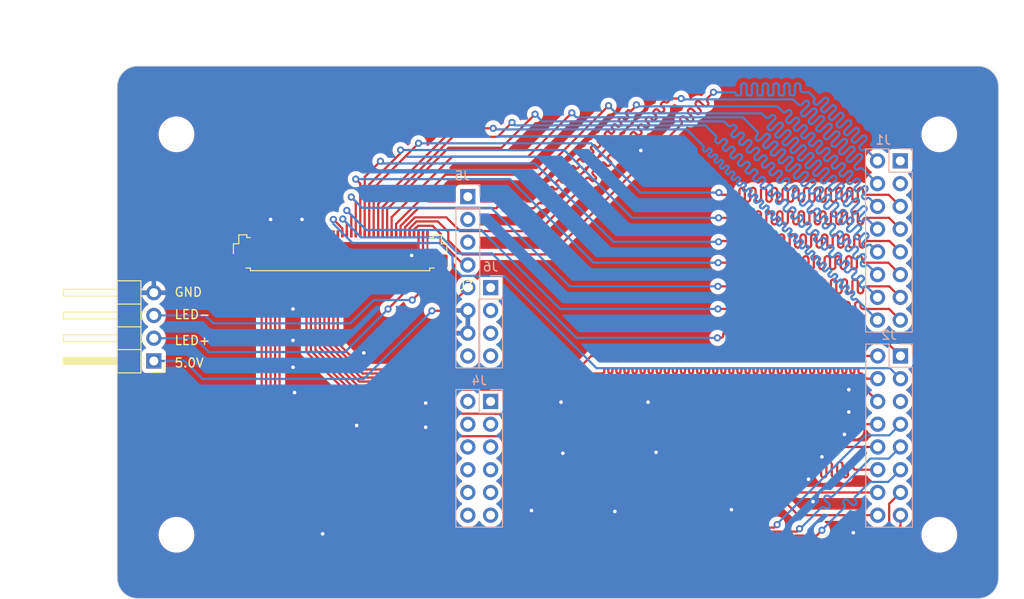
<source format=kicad_pcb>
(kicad_pcb (version 20221018) (generator pcbnew)
  (layers (0 "F.Cu" signal) (31 "B.Cu" signal) (34 "B.Paste" user) (35 "F.Paste" user) (36 "B.SilkS" user "B.Silkscreen") (37 "F.SilkS" user "F.Silkscreen") (38 "B.Mask" user) (39 "F.Mask" user) (44 "Edge.Cuts" user))
  (net 0 "")
  (net 1 "/R0")
  (net 2 "/R1")
  (net 3 "/R2")
  (net 4 "/G0")
  (net 5 "/R3")
  (net 6 "/G1")
  (net 7 "/R4")
  (net 8 "/G2")
  (net 9 "/R5")
  (net 10 "/G3")
  (net 11 "/R6")
  (net 12 "/G4")
  (net 13 "/R7")
  (net 14 "/G5")
  (net 15 "/B0")
  (net 16 "/G6")
  (net 17 "/B1")
  (net 18 "/G7")
  (net 19 "/B2")
  (net 20 "/B3")
  (net 21 "/CLK")
  (net 22 "/B4")
  (net 23 "/DISP")
  (net 24 "/B5")
  (net 25 "/HSYNC")
  (net 26 "/B6")
  (net 27 "/VSYNC")
  (net 28 "/B7")
  (net 29 "/DE")
  (net 30 "GND")
  (net 31 "/LED+")
  (net 32 "VCC")
  (net 38 "/A0")
  (net 39 "/A6")
  (net 40 "/A1")
  (net 41 "/A7")
  (net 42 "/A2")
  (net 43 "/A8")
  (net 44 "/A3")
  (net 45 "/A9")
  (net 46 "/A4")
  (net 47 "/A10")
  (net 48 "/A5")
  (net 49 "/A11")
  (net 51 "/IOREF")
  (net 52 "/RST")
  (net 53 "+5V")
  (net 54 "/VIN")
  (net 55 "/V+")
  (net 56 "/V-")
  (net 57 "/XGND")
  (net 58 "/XVREF")
  (net 62 "/LED-")
  (footprint "Engstad:Molex_FPC_51296-4094_40Pin_0.5mm" (layer "F.Cu") (at 102.705 80.97)
    (fp_text reference "J3")
    (fp_text value "FPC" hide)
  )
  (footprint "MountingHole:MountingHole_3.5mm" (layer "F.Cu") (at 84.455 69.85)
    (fp_text reference "H1" hide)
    (fp_text value "MountingHole")
  )
  (footprint "MountingHole:MountingHole_3.5mm" (layer "F.Cu") (at 169.545 69.85)
    (fp_text reference "H2" hide)
    (fp_text value "MountingHole")
  )
  (footprint "MountingHole:MountingHole_3.5mm" (layer "F.Cu") (at 169.545 114.55)
    (fp_text reference "H4" hide)
    (fp_text value "MountingHole")
  )
  (footprint "Connector_PinHeader_2.54mm:PinHeader_1x04_P2.54mm_Horizontal" (layer "F.Cu") (at 81.93 95.15 180)
    (fp_text reference "J7" hide)
    (fp_text value "Conn_01x04")
  )
  (footprint "MountingHole:MountingHole_3.5mm" (layer "F.Cu") (at 84.455 114.55)
    (fp_text reference "H3" hide)
    (fp_text value "MountingHole")
  )
  (footprint "Connector_PinHeader_2.54mm:PinHeader_2x08_P2.54mm_Vertical" (layer "B.Cu") (at 165.215 94.59 180)
    (fp_text reference "J2")
    (fp_text value "IO_R")
  )
  (footprint "Connector_PinHeader_2.54mm:PinHeader_2x08_P2.54mm_Vertical" (layer "B.Cu") (at 165.195 72.81 180)
    (fp_text reference "J1")
    (fp_text value "IO_L")
  )
  (footprint "Connector_PinHeader_2.54mm:PinHeader_1x04_P2.54mm_Vertical" (layer "B.Cu") (at 119.495 86.97 180)
    (fp_text reference "J6")
    (fp_text value "VREF")
  )
  (footprint "Connector_PinHeader_2.54mm:PinHeader_2x06_P2.54mm_Vertical" (layer "B.Cu") (at 119.495 99.67 180)
    (fp_text reference "J4")
    (fp_text value "ANALOG")
  )
  (footprint "Connector_PinHeader_2.54mm:PinHeader_1x08_P2.54mm_Vertical" (layer "B.Cu") (at 116.955 76.81 180)
    (fp_text reference "J5")
    (fp_text value "PWR")
  )
  (gr_line (start 80.137 121.666) (end 173.863 121.666) (stroke (width 0.1)) (layer "Edge.Cuts"))
  (gr_line (start 173.863 62.23) (end 80.137 62.23) (stroke (width 0.1)) (layer "Edge.Cuts"))
  (gr_line (start 176.149 119.38) (end 176.149 64.516) (stroke (width 0.1)) (layer "Edge.Cuts"))
  (gr_arc (start 173.863 62.23) (mid 175.479446 62.899554) (end 176.149 64.516) (stroke (width 0.1)) (layer "Edge.Cuts"))
  (gr_line (start 77.851 64.516) (end 77.851 119.38) (stroke (width 0.1)) (layer "Edge.Cuts"))
  (gr_arc (start 77.851 64.516) (mid 78.520554 62.899554) (end 80.137 62.23) (stroke (width 0.1)) (layer "Edge.Cuts"))
  (gr_arc (start 80.137 121.666) (mid 78.520554 120.996446) (end 77.851 119.38) (stroke (width 0.1)) (layer "Edge.Cuts"))
  (gr_arc (start 176.149 119.38) (mid 175.479446 120.996446) (end 173.863 121.666) (stroke (width 0.1)) (layer "Edge.Cuts"))
  (gr_text "LED-" (at 84.155 90.55) (layer "F.SilkS") (effects (font (size 1 1)) (justify left bottom)))
  (gr_text "5.0V\n" (at 84.155 95.95) (layer "F.SilkS") (effects (font (size 1 1)) (justify left bottom)))
  (gr_text "GND" (at 84.155 88.05) (layer "F.SilkS") (effects (font (size 1 1)) (justify left bottom)))
  (gr_text "LED+" (at 84.155 93.45) (layer "F.SilkS") (effects (font (size 1 1)) (justify left bottom)))
  (segment (start 111.229912 79.57) (end 110.455 80.344912) (width 0.25) (layer "F.Cu") (net 1))
  (segment (start 142.430031 67.494884) (end 142.220075 67.284928) (width 0.25) (layer "F.Cu") (net 1))
  (segment (start 142.854295 67.490532) (end 142.849945 67.494883) (width 0.25) (layer "F.Cu") (net 1))
  (segment (start 142.430033 67.494883) (end 142.430031 67.494884) (width 0.25) (layer "F.Cu") (net 1))
  (segment (start 113.605 79.57) (end 111.229912 79.57) (width 0.25) (layer "F.Cu") (net 1))
  (segment (start 141.585834 67.499212) (end 141.585835 67.499213) (width 0.25) (layer "F.Cu") (net 1))
  (segment (start 142.220075 67.284925) (end 142.010099 67.074949) (width 0.25) (layer "F.Cu") (net 1))
  (segment (start 114.775 81.69) (end 114.775 80.74) (width 0.25) (layer "F.Cu") (net 1))
  (segment (start 140.737636 68.767363) (end 126.25 83.255) (width 0.25) (layer "F.Cu") (net 1))
  (segment (start 141.59015 67.074949) (end 141.585835 67.079263) (width 0.25) (layer "F.Cu") (net 1))
  (segment (start 142.005792 68.33913) (end 142.001488 68.343435) (width 0.25) (layer "F.Cu") (net 1))
  (segment (start 140.742606 67.923806) (end 140.742607 67.923806) (width 0.25) (layer "F.Cu") (net 1))
  (segment (start 141.581528 68.343435) (end 141.581528 68.343434) (width 0.25) (layer "F.Cu") (net 1))
  (segment (start 143.27823 66.646025) (end 143.278231 66.646025) (width 0.25) (layer "F.Cu") (net 1))
  (segment (start 142.438666 66.226418) (end 142.434359 66.230724) (width 0.25) (layer "F.Cu") (net 1))
  (segment (start 144.355 65.15) (end 143.705 65.8) (width 0.25) (layer "F.Cu") (net 1))
  (segment (start 140.737635 68.767363) (end 140.737636 68.767363) (width 0.25) (layer "F.Cu") (net 1))
  (segment (start 142.854297 67.490531) (end 142.854295 67.490532) (width 0.25) (layer "F.Cu") (net 1))
  (segment (start 143.705 66.638511) (end 143.705 66.63851) (width 0.25) (layer "F.Cu") (net 1))
  (segment (start 116.34 83.255) (end 114.775 81.69) (width 0.25) (layer "F.Cu") (net 1))
  (segment (start 140.742607 67.923806) (end 140.737636 67.928776) (width 0.25) (layer "F.Cu") (net 1))
  (segment (start 143.705 66.219256) (end 143.704999 66.219256) (width 0.25) (layer "F.Cu") (net 1))
  (segment (start 110.455 80.344912) (end 110.455 80.97) (width 0.25) (layer "F.Cu") (net 1))
  (segment (start 142.644337 66.86066) (end 142.854296 67.070618) (width 0.25) (layer "F.Cu") (net 1))
  (segment (start 141.585835 67.499213) (end 142.005792 67.91917) (width 0.25) (layer "F.Cu") (net 1))
  (segment (start 141.590149 67.074949) (end 141.59015 67.074949) (width 0.25) (layer "F.Cu") (net 1))
  (segment (start 143.705 66.63851) (end 143.697485 66.646026) (width 0.25) (layer "F.Cu") (net 1))
  (segment (start 114.775 80.74) (end 113.605 79.57) (width 0.25) (layer "F.Cu") (net 1))
  (segment (start 142.220075 67.284928) (end 142.220075 67.284925) (width 0.25) (layer "F.Cu") (net 1))
  (segment (start 126.25 83.255) (end 116.34 83.255) (width 0.25) (layer "F.Cu") (net 1))
  (segment (start 143.278231 66.646025) (end 142.858624 66.226418) (width 0.25) (layer "F.Cu") (net 1))
  (segment (start 142.434359 66.650682) (end 142.644337 66.86066) (width 0.25) (layer "F.Cu") (net 1))
  (segment (start 142.005791 68.339131) (end 142.005792 68.33913) (width 0.25) (layer "F.Cu") (net 1))
  (segment (start 141.581528 68.343434) (end 141.1619 67.923806) (width 0.25) (layer "F.Cu") (net 1))
  (segment (start 140.737635 68.348069) (end 140.737636 68.34807) (width 0.25) (layer "F.Cu") (net 1))
  (via (at 144.355 65.15) (size 0.8) (drill 0.4) (layers "F.Cu" "B.Cu") (net 1))
  (arc (start 142.434359 66.230724) (mid 142.347383 66.440703) (end 142.434359 66.650682) (width 0.25) (layer "F.Cu") (net 1))
  (arc (start 142.010099 67.074949) (mid 141.800124 66.987975) (end 141.590149 67.074949) (width 0.25) (layer "F.Cu") (net 1))
  (arc (start 141.1619 67.923806) (mid 140.952253 67.836967) (end 140.742606 67.923806) (width 0.25) (layer "F.Cu") (net 1))
  (arc (start 142.854296 67.070618) (mid 142.941262 67.280575) (end 142.854297 67.490531) (width 0.25) (layer "F.Cu") (net 1))
  (arc (start 143.697485 66.646026) (mid 143.487857 66.732856) (end 143.27823 66.646025) (width 0.25) (layer "F.Cu") (net 1))
  (arc (start 140.737636 68.34807) (mid 140.824474 68.557717) (end 140.737635 68.767363) (width 0.25) (layer "F.Cu") (net 1))
  (arc (start 141.585835 67.079263) (mid 141.49886 67.289237) (end 141.585834 67.499212) (width 0.25) (layer "F.Cu") (net 1))
  (arc (start 142.005792 67.91917) (mid 142.092767 68.129152) (end 142.005791 68.339131) (width 0.25) (layer "F.Cu") (net 1))
  (arc (start 143.704999 66.219256) (mid 143.79183 66.428883) (end 143.705 66.638511) (width 0.25) (layer "F.Cu") (net 1))
  (arc (start 142.858624 66.226418) (mid 142.648645 66.139442) (end 142.438666 66.226418) (width 0.25) (layer "F.Cu") (net 1))
  (arc (start 142.001488 68.343435) (mid 141.791509 68.430411) (end 141.581528 68.343435) (width 0.25) (layer "F.Cu") (net 1))
  (arc (start 140.737636 67.928776) (mid 140.650797 68.138422) (end 140.737635 68.348069) (width 0.25) (layer "F.Cu") (net 1))
  (arc (start 142.849945 67.494883) (mid 142.639988 67.581851) (end 142.430033 67.494883) (width 0.25) (layer "F.Cu") (net 1))
  (arc (start 143.705 65.8) (mid 143.618168 66.009629) (end 143.705 66.219256) (width 0.25) (layer "F.Cu") (net 1))
  (segment (start 149.245 65.325) (end 149.245 65.15) (width 0.25) (layer "B.Cu") (net 1))
  (segment (start 160.912342 70.077393) (end 160.912342 70.077394) (width 0.25) (layer "B.Cu") (net 1))
  (segment (start 157.518214 66.683266) (end 156.864138 67.337337) (width 0.25) (layer "B.Cu") (net 1))
  (segment (start 156.439873 66.913072) (end 157.093947 66.258998) (width 0.25) (layer "B.Cu") (net 1))
  (segment (start 152.245 64.45) (end 152.245 65.15) (width 0.25) (layer "B.Cu") (net 1))
  (segment (start 160.788602 71.58) (end 160.682535 71.473933) (width 0.25) (layer "B.Cu") (net 1))
  (segment (start 148.645 65.15) (end 148.645 65.325) (width 0.25) (layer "B.Cu") (net 1))
  (segment (start 157.518214 66.683265) (end 157.518214 66.683266) (width 0.25) (layer "B.Cu") (net 1))
  (segment (start 160.06381 69.228861) (end 160.06381 69.228862) (width 0.25) (layer "B.Cu") (net 1))
  (segment (start 150.87 65.5) (end 150.62 65.5) (width 0.25) (layer "B.Cu") (net 1))
  (segment (start 160.912342 70.077394) (end 160.258266 70.731465) (width 0.25) (layer "B.Cu") (net 1))
  (segment (start 156.439874 66.913071) (end 156.439873 66.913072) (width 0.25) (layer "B.Cu") (net 1))
  (segment (start 155.591342 65.746342) (end 154.995 65.15) (width 0.25) (layer "B.Cu") (net 1))
  (segment (start 159.834002 70.307199) (end 159.834001 70.3072) (width 0.25) (layer "B.Cu") (net 1))
  (segment (start 155.591342 66.064539) (end 155.591341 66.06454) (width 0.25) (layer "B.Cu") (net 1))
  (segment (start 146.67 65.15) (end 146.42 65.15) (width 0.25) (layer "B.Cu") (net 1))
  (segment (start 150.445 65.325) (end 150.445 65.15) (width 0.25) (layer "B.Cu") (net 1))
  (segment (start 153.445 64.45) (end 153.445 64.85) (width 0.25) (layer "B.Cu") (net 1))
  (segment (start 158.136938 68.610135) (end 158.136937 68.610136) (width 0.25) (layer "B.Cu") (net 1))
  (segment (start 153.445 64.85) (end 153.445 65.325) (width 0.25) (layer "B.Cu") (net 1))
  (segment (start 154.045 64.85) (end 154.045 64.45) (width 0.25) (layer "B.Cu") (net 1))
  (segment (start 162.655 72.81) (end 161.425 71.58) (width 0.25) (layer "B.Cu") (net 1))
  (segment (start 150.445 65.15) (end 150.445 64.45) (width 0.25) (layer "B.Cu") (net 1))
  (segment (start 146.42 65.15) (end 144.355 65.15) (width 0.25) (layer "B.Cu") (net 1))
  (segment (start 148.045 65.325) (end 148.045 65.15) (width 0.25) (layer "B.Cu") (net 1))
  (segment (start 158.366746 67.531797) (end 158.366746 67.531798) (width 0.25) (layer "B.Cu") (net 1))
  (segment (start 148.47 65.5) (end 148.22 65.5) (width 0.25) (layer "B.Cu") (net 1))
  (segment (start 147.27 65.5) (end 147.02 65.5) (width 0.25) (layer "B.Cu") (net 1))
  (segment (start 148.645 64.45) (end 148.645 65.15) (width 0.25) (layer "B.Cu") (net 1))
  (segment (start 158.366746 67.531798) (end 157.71267 68.185869) (width 0.25) (layer "B.Cu") (net 1))
  (segment (start 155.591341 65.74634) (end 155.591342 65.746342) (width 0.25) (layer "B.Cu") (net 1))
  (segment (start 147.445 65.15) (end 147.445 65.325) (width 0.25) (layer "B.Cu") (net 1))
  (segment (start 149.845 64.45) (end 149.845 65.15) (width 0.25) (layer "B.Cu") (net 1))
  (segment (start 160.7886 71.579999) (end 160.788602 71.58) (width 0.25) (layer "B.Cu") (net 1))
  (segment (start 159.215278 68.38033) (end 158.561202 69.034401) (width 0.25) (layer "B.Cu") (net 1))
  (segment (start 152.845 65.15) (end 152.845 64.45) (width 0.25) (layer "B.Cu") (net 1))
  (segment (start 159.091536 69.882933) (end 158.985469 69.776866) (width 0.25) (layer "B.Cu") (net 1))
  (segment (start 152.845 65.325) (end 152.845 65.15) (width 0.25) (layer "B.Cu") (net 1))
  (segment (start 156.669682 65.834734) (end 156.015606 66.488805) (width 0.25) (layer "B.Cu") (net 1))
  (segment (start 147.445 64.45) (end 147.445 65.15) (width 0.25) (layer "B.Cu") (net 1))
  (segment (start 157.288406 67.761603) (end 157.288405 67.761604) (width 0.25) (layer "B.Cu") (net 1))
  (segment (start 156.669682 65.834733) (end 156.669682 65.834734) (width 0.25) (layer "B.Cu") (net 1))
  (segment (start 159.215278 68.380329) (end 159.215278 68.38033) (width 0.25) (layer "B.Cu") (net 1))
  (segment (start 149.845 65.15) (end 149.845 65.325) (width 0.25) (layer "B.Cu") (net 1))
  (segment (start 159.834001 70.3072) (end 160.488075 69.653126) (width 0.25) (layer "B.Cu") (net 1))
  (segment (start 158.136937 68.610136) (end 158.791011 67.956062) (width 0.25) (layer "B.Cu") (net 1))
  (segment (start 158.243004 69.034401) (end 158.136937 68.928334) (width 0.25) (layer "B.Cu") (net 1))
  (segment (start 160.682536 71.155734) (end 160.682535 71.155735) (width 0.25) (layer "B.Cu") (net 1))
  (segment (start 158.985469 69.458668) (end 159.639543 68.804594) (width 0.25) (layer "B.Cu") (net 1))
  (segment (start 155.697408 66.488805) (end 155.591341 66.382738) (width 0.25) (layer "B.Cu") (net 1))
  (segment (start 151.645 65.325) (end 151.645 65.15) (width 0.25) (layer "B.Cu") (net 1))
  (segment (start 151.045 64.45) (end 151.045 65.15) (width 0.25) (layer "B.Cu") (net 1))
  (segment (start 154.995 65.15) (end 154.345 65.15) (width 0.25) (layer "B.Cu") (net 1))
  (segment (start 157.288405 67.761604) (end 157.942479 67.10753) (width 0.25) (layer "B.Cu") (net 1))
  (segment (start 157.394472 68.185869) (end 157.288405 68.079802) (width 0.25) (layer "B.Cu") (net 1))
  (segment (start 148.045 65.15) (end 148.045 64.45) (width 0.25) (layer "B.Cu") (net 1))
  (segment (start 156.54594 67.337337) (end 156.439873 67.23127) (width 0.25) (layer "B.Cu") (net 1))
  (segment (start 152.245 65.15) (end 152.245 65.325) (width 0.25) (layer "B.Cu") (net 1))
  (segment (start 160.841633 70.996633) (end 161.336607 70.501658) (width 0.25) (layer "B.Cu") (net 1))
  (segment (start 161.106801 71.579999) (end 161.1068 71.579999) (width 0.25) (layer "B.Cu") (net 1))
  (segment (start 149.245 65.15) (end 149.245 64.45) (width 0.25) (layer "B.Cu") (net 1))
  (segment (start 151.645 65.15) (end 151.645 64.45) (width 0.25) (layer "B.Cu") (net 1))
  (segment (start 151.045 65.15) (end 151.045 65.325) (width 0.25) (layer "B.Cu") (net 1))
  (segment (start 159.940068 70.731465) (end 159.834001 70.625398) (width 0.25) (layer "B.Cu") (net 1))
  (segment (start 152.07 65.5) (end 151.82 65.5) (width 0.25) (layer "B.Cu") (net 1))
  (segment (start 158.98547 69.458667) (end 158.985469 69.458668) (width 0.25) (layer "B.Cu") (net 1))
  (segment (start 160.06381 69.228862) (end 159.409734 69.882933) (width 0.25) (layer "B.Cu") (net 1))
  (segment (start 149.67 65.5) (end 149.42 65.5) (width 0.25) (layer "B.Cu") (net 1))
  (segment (start 160.682535 71.155735) (end 160.841633 70.996633) (width 0.25) (layer "B.Cu") (net 1))
  (segment (start 153.27 65.5) (end 153.02 65.5) (width 0.25) (layer "B.Cu") (net 1))
  (arc (start 148.945 64.15) (mid 148.732868 64.237868) (end 148.645 64.45) (width 0.25) (layer "B.Cu") (net 1))
  (arc (start 149.42 65.5) (mid 149.296256 65.448744) (end 149.245 65.325) (width 0.25) (layer "B.Cu") (net 1))
  (arc (start 150.145 64.15) (mid 149.932868 64.237868) (end 149.845 64.45) (width 0.25) (layer "B.Cu") (net 1))
  (arc (start 153.445 65.325) (mid 153.393744 65.448744) (end 153.27 65.5) (width 0.25) (layer "B.Cu") (net 1))
  (arc (start 152.245 65.325) (mid 152.193744 65.448744) (end 152.07 65.5) (width 0.25) (layer "B.Cu") (net 1))
  (arc (start 156.015606 66.488805) (mid 155.856507 66.554706) (end 155.697408 66.488805) (width 0.25) (layer "B.Cu") (net 1))
  (arc (start 154.045 64.45) (mid 153.957132 64.237868) (end 153.745 64.15) (width 0.25) (layer "B.Cu") (net 1))
  (arc (start 161.336607 70.501658) (mid 161.424475 70.289526) (end 161.336607 70.077394) (width 0.25) (layer "B.Cu") (net 1))
  (arc (start 157.093947 65.834734) (mid 156.881815 65.746865) (end 156.669682 65.834733) (width 0.25) (layer "B.Cu") (net 1))
  (arc (start 156.864138 67.337337) (mid 156.705039 67.403238) (end 156.54594 67.337337) (width 0.25) (layer "B.Cu") (net 1))
  (arc (start 149.245 64.45) (mid 149.157132 64.237868) (end 148.945 64.15) (width 0.25) (layer "B.Cu") (net 1))
  (arc (start 155.591341 66.382738) (mid 155.525441 66.223639) (end 155.591342 66.064539) (width 0.25) (layer "B.Cu") (net 1))
  (arc (start 150.445 64.45) (mid 150.357132 64.237868) (end 150.145 64.15) (width 0.25) (layer "B.Cu") (net 1))
  (arc (start 155.591341 66.06454) (mid 155.657243 65.905441) (end 155.591341 65.74634) (width 0.25) (layer "B.Cu") (net 1))
  (arc (start 159.409734 69.882933) (mid 159.250635 69.948834) (end 159.091536 69.882933) (width 0.25) (layer "B.Cu") (net 1))
  (arc (start 148.645 65.325) (mid 148.593744 65.448744) (end 148.47 65.5) (width 0.25) (layer "B.Cu") (net 1))
  (arc (start 158.985469 69.776866) (mid 158.919569 69.617767) (end 158.98547 69.458667) (width 0.25) (layer "B.Cu") (net 1))
  (arc (start 158.791011 67.956062) (mid 158.878879 67.74393) (end 158.791011 67.531798) (width 0.25) (layer "B.Cu") (net 1))
  (arc (start 153.02 65.5) (mid 152.896256 65.448744) (end 152.845 65.325) (width 0.25) (layer "B.Cu") (net 1))
  (arc (start 152.545 64.15) (mid 152.332868 64.237868) (end 152.245 64.45) (width 0.25) (layer "B.Cu") (net 1))
  (arc (start 157.942479 66.683266) (mid 157.730347 66.595397) (end 157.518214 66.683265) (width 0.25) (layer "B.Cu") (net 1))
  (arc (start 158.791011 67.531798) (mid 158.578879 67.443929) (end 158.366746 67.531797) (width 0.25) (layer "B.Cu") (net 1))
  (arc (start 151.82 65.5) (mid 151.696256 65.448744) (end 151.645 65.325) (width 0.25) (layer "B.Cu") (net 1))
  (arc (start 157.942479 67.10753) (mid 158.030347 66.895398) (end 157.942479 66.683266) (width 0.25) (layer "B.Cu") (net 1))
  (arc (start 154.345 65.15) (mid 154.132868 65.062132) (end 154.045 64.85) (width 0.25) (layer "B.Cu") (net 1))
  (arc (start 147.745 64.15) (mid 147.532868 64.237868) (end 147.445 64.45) (width 0.25) (layer "B.Cu") (net 1))
  (arc (start 158.136937 68.928334) (mid 158.071037 68.769235) (end 158.136938 68.610135) (width 0.25) (layer "B.Cu") (net 1))
  (arc (start 157.288405 68.079802) (mid 157.222505 67.920703) (end 157.288406 67.761603) (width 0.25) (layer "B.Cu") (net 1))
  (arc (start 161.425 71.58) (mid 161.2659 71.514097) (end 161.106801 71.579999) (width 0.25) (layer "B.Cu") (net 1))
  (arc (start 157.71267 68.185869) (mid 157.553571 68.25177) (end 157.394472 68.185869) (width 0.25) (layer "B.Cu") (net 1))
  (arc (start 159.834001 70.625398) (mid 159.768101 70.466299) (end 159.834002 70.307199) (width 0.25) (layer "B.Cu") (net 1))
  (arc (start 160.258266 70.731465) (mid 160.099167 70.797366) (end 159.940068 70.731465) (width 0.25) (layer "B.Cu") (net 1))
  (arc (start 159.639543 68.38033) (mid 159.427411 68.292461) (end 159.215278 68.380329) (width 0.25) (layer "B.Cu") (net 1))
  (arc (start 161.1068 71.579999) (mid 160.947701 71.645901) (end 160.7886 71.579999) (width 0.25) (layer "B.Cu") (net 1))
  (arc (start 148.045 64.45) (mid 147.957132 64.237868) (end 147.745 64.15) (width 0.25) (layer "B.Cu") (net 1))
  (arc (start 158.561202 69.034401) (mid 158.402103 69.100302) (end 158.243004 69.034401) (width 0.25) (layer "B.Cu") (net 1))
  (arc (start 151.345 64.15) (mid 151.132868 64.237868) (end 151.045 64.45) (width 0.25) (layer "B.Cu") (net 1))
  (arc (start 151.045 65.325) (mid 150.993744 65.448744) (end 150.87 65.5) (width 0.25) (layer "B.Cu") (net 1))
  (arc (start 149.845 65.325) (mid 149.793744 65.448744) (end 149.67 65.5) (width 0.25) (layer "B.Cu") (net 1))
  (arc (start 150.62 65.5) (mid 150.496256 65.448744) (end 150.445 65.325) (width 0.25) (layer "B.Cu") (net 1))
  (arc (start 157.093947 66.258998) (mid 157.181815 66.046866) (end 157.093947 65.834734) (width 0.25) (layer "B.Cu") (net 1))
  (arc (start 160.682535 71.473933) (mid 160.616633 71.314832) (end 160.682536 71.155734) (width 0.25) (layer "B.Cu") (net 1))
  (arc (start 156.439873 67.23127) (mid 156.373973 67.072171) (end 156.439874 66.913071) (width 0.25) (layer "B.Cu") (net 1))
  (arc (start 152.845 64.45) (mid 152.757132 64.237868) (end 152.545 64.15) (width 0.25) (layer "B.Cu") (net 1))
  (arc (start 146.845 65.325) (mid 146.793744 65.201256) (end 146.67 65.15) (width 0.25) (layer "B.Cu") (net 1))
  (arc (start 148.22 65.5) (mid 148.096256 65.448744) (end 148.045 65.325) (width 0.25) (layer "B.Cu") (net 1))
  (arc (start 147.02 65.5) (mid 146.896256 65.448744) (end 146.845 65.325) (width 0.25) (layer "B.Cu") (net 1))
  (arc (start 153.745 64.15) (mid 153.532868 64.237868) (end 153.445 64.45) (width 0.25) (layer "B.Cu") (net 1))
  (arc (start 160.488075 69.228862) (mid 160.275943 69.140993) (end 160.06381 69.228861) (width 0.25) (layer "B.Cu") (net 1))
  (arc (start 161.336607 70.077394) (mid 161.124475 69.989525) (end 160.912342 70.077393) (width 0.25) (layer "B.Cu") (net 1))
  (arc (start 151.645 64.45) (mid 151.557132 64.237868) (end 151.345 64.15) (width 0.25) (layer "B.Cu") (net 1))
  (arc (start 147.445 65.325) (mid 147.393744 65.448744) (end 147.27 65.5) (width 0.25) (layer "B.Cu") (net 1))
  (arc (start 159.639543 68.804594) (mid 159.727411 68.592462) (end 159.639543 68.38033) (width 0.25) (layer "B.Cu") (net 1))
  (arc (start 160.488075 69.653126) (mid 160.575943 69.440994) (end 160.488075 69.228862) (width 0.25) (layer "B.Cu") (net 1))
  (segment (start 124.855 80.65) (end 116.085 80.65) (width 0.25) (layer "F.Cu") (net 2))
  (segment (start 138.265049 67.239954) (end 138.124714 67.099618) (width 0.25) (layer "F.Cu") (net 2))
  (segment (start 133.314174 72.471451) (end 133.033521 72.190797) (width 0.25) (layer "F.Cu") (net 2))
  (segment (start 138.829629 67.236629) (end 138.685991 67.380268) (width 0.25) (layer "F.Cu") (net 2))
  (segment (start 135.859769 69.925857) (end 135.859767 69.925858) (width 0.25) (layer "F.Cu") (net 2))
  (segment (start 131.901065 73.603932) (end 132.0414 73.744268) (width 0.25) (layer "F.Cu") (net 2))
  (segment (start 132.465623 73.319962) (end 132.185016 73.039354) (width 0.25) (layer "F.Cu") (net 2))
  (segment (start 138.69443 66.25) (end 138.549171 66.395258) (width 0.25) (layer "F.Cu") (net 2))
  (segment (start 134.446658 71.058339) (end 134.586993 71.198675) (width 0.25) (layer "F.Cu") (net 2))
  (segment (start 130.207249 74.736391) (end 130.207249 74.73639) (width 0.25) (layer "F.Cu") (net 2))
  (segment (start 133.314176 72.47145) (end 133.314174 72.471451) (width 0.25) (layer "F.Cu") (net 2))
  (segment (start 132.752842 72.190798) (end 132.752842 72.190797) (width 0.25) (layer "F.Cu") (net 2))
  (segment (start 114.555 79.12) (end 111.043516 79.12) (width 0.25) (layer "F.Cu") (net 2))
  (segment (start 138.974714 66.25) (end 138.974715 66.25) (width 0.25) (layer "F.Cu") (net 2))
  (segment (start 136.708308 69.077336) (end 136.708307 69.077336) (width 0.25) (layer "F.Cu") (net 2))
  (segment (start 133.738439 72.327806) (end 133.594796 72.47145) (width 0.25) (layer "F.Cu") (net 2))
  (segment (start 134.449981 70.493761) (end 134.306344 70.637397) (width 0.25) (layer "F.Cu") (net 2))
  (segment (start 132.889888 73.176279) (end 132.746207 73.319961) (width 0.25) (layer "F.Cu") (net 2))
  (segment (start 133.457836 71.766579) (end 133.73844 72.047184) (width 0.25) (layer "F.Cu") (net 2))
  (segment (start 132.609255 72.615061) (end 132.609256 72.615061) (width 0.25) (layer "F.Cu") (net 2))
  (segment (start 130.768584 75.017047) (end 130.62827 74.876733) (width 0.25) (layer "F.Cu") (net 2))
  (segment (start 135.011244 70.774397) (end 135.011245 70.774397) (width 0.25) (layer "F.Cu") (net 2))
  (segment (start 135.43551 70.63077) (end 135.291883 70.774398) (width 0.25) (layer "F.Cu") (net 2))
  (segment (start 132.752842 72.190797) (end 132.609256 72.334382) (width 0.25) (layer "F.Cu") (net 2))
  (segment (start 131.617135 74.168535) (end 131.476802 74.028202) (width 0.25) (layer "F.Cu") (net 2))
  (segment (start 130.063663 75.160654) (end 130.344287 75.441279) (width 0.25) (layer "F.Cu") (net 2))
  (segment (start 133.601518 71.342316) (end 133.601518 71.342315) (width 0.25) (layer "F.Cu") (net 2))
  (segment (start 137.981098 68.085164) (end 137.981098 68.085165) (width 0.25) (layer "F.Cu") (net 2))
  (segment (start 130.344286 75.721842) (end 130.344286 75.721843) (width 0.25) (layer "F.Cu") (net 2))
  (segment (start 134.162728 71.622942) (end 134.022395 71.482609) (width 0.25) (layer "F.Cu") (net 2))
  (segment (start 136.995573 67.948169) (end 136.995574 67.948168) (width 0.25) (layer "F.Cu") (net 2))
  (segment (start 136.003413 69.220971) (end 136.003413 69.22097) (width 0.25) (layer "F.Cu") (net 2))
  (segment (start 130.207249 74.73639) (end 130.063663 74.879975) (width 0.25) (layer "F.Cu") (net 2))
  (segment (start 134.586992 71.479343) (end 134.443394 71.622942) (width 0.25) (layer "F.Cu") (net 2))
  (segment (start 129.215327 76.28967) (end 129.072631 76.432368) (width 0.25) (layer "F.Cu") (net 2))
  (segment (start 132.609256 72.615061) (end 132.889889 72.895695) (width 0.25) (layer "F.Cu") (net 2))
  (segment (start 131.192849 74.873409) (end 131.19285 74.873408) (width 0.25) (layer "F.Cu") (net 2))
  (segment (start 135.154849 70.069468) (end 135.43551 70.35013) (width 0.25) (layer "F.Cu") (net 2))
  (segment (start 137.132572 68.933711) (end 136.988949 69.077335) (width 0.25) (layer "F.Cu") (net 2))
  (segment (start 140.755 65.85) (end 139.655 65.85) (width 0.25) (layer "F.Cu") (net 2))
  (segment (start 133.601518 71.342315) (end 133.457836 71.485996) (width 0.25) (layer "F.Cu") (net 2))
  (segment (start 134.44998 70.493762) (end 134.449981 70.493761) (width 0.25) (layer "F.Cu") (net 2))
  (segment (start 137.132572 68.93371) (end 137.132572 68.933711) (width 0.25) (layer "F.Cu") (net 2))
  (segment (start 130.62827 74.876733) (end 130.487928 74.73639) (width 0.25) (layer "F.Cu") (net 2))
  (segment (start 135.298435 69.645205) (end 135.298435 69.645204) (width 0.25) (layer "F.Cu") (net 2))
  (segment (start 131.055876 73.887892) (end 131.055877 73.887892) (width 0.25) (layer "F.Cu") (net 2))
  (segment (start 137.556834 68.2288) (end 137.556833 68.2288) (width 0.25) (layer "F.Cu") (net 2))
  (segment (start 131.760751 73.463618) (end 131.901065 73.603932) (width 0.25) (layer "F.Cu") (net 2))
  (segment (start 137.844047 67.099618) (end 137.700448 67.243216) (width 0.25) (layer "F.Cu") (net 2))
  (segment (start 129.920022 75.865544) (end 129.920021 75.865546) (width 0.25) (layer "F.Cu") (net 2))
  (segment (start 130.912227 74.312156) (end 131.19285 74.59278) (width 0.25) (layer "F.Cu") (net 2))
  (segment (start 138.54917 66.675543) (end 138.549171 66.675543) (width 0.25) (layer "F.Cu") (net 2))
  (segment (start 129.359302 75.585116) (end 129.215327 75.72909) (width 0.25) (layer "F.Cu") (net 2))
  (segment (start 134.586993 71.479341) (end 134.586992 71.479343) (width 0.25) (layer "F.Cu") (net 2))
  (segment (start 134.306344 70.918025) (end 134.446658 71.058339) (width 0.25) (layer "F.Cu") (net 2))
  (segment (start 131.904388 73.039354) (end 131.760751 73.18299) (width 0.25) (layer "F.Cu") (net 2))
  (segment (start 132.041399 74.024936) (end 131.897801 74.168535) (width 0.25) (layer "F.Cu") (net 2))
  (segment (start 137.844048 67.099618) (end 137.844047 67.099618) (width 0.25) (layer "F.Cu") (net 2))
  (segment (start 136.284032 69.782212) (end 136.284032 69.782213) (width 0.25) (layer "F.Cu") (net 2))
  (segment (start 139.655 65.85) (end 139.255 66.25) (width 0.25) (layer "F.Cu") (net 2))
  (segment (start 131.476802 74.028202) (end 131.336492 73.887892) (width 0.25) (layer "F.Cu") (net 2))
  (segment (start 137.981098 68.085165) (end 137.837465 68.228799) (width 0.25) (layer "F.Cu") (net 2))
  (segment (start 136.284032 69.782213) (end 136.140389 69.925857) (width 0.25) (layer "F.Cu") (net 2))
  (segment (start 133.457835 71.766579) (end 133.457836 71.766579) (width 0.25) (layer "F.Cu") (net 2))
  (segment (start 130.344286 75.721843) (end 130.200585 75.865545) (width 0.25) (layer "F.Cu") (net 2))
  (segment (start 133.738439 72.327805) (end 133.738439 72.327806) (width 0.25) (layer "F.Cu") (net 2))
  (segment (start 111.043516 79.12) (end 109.955 80.208516) (width 0.25) (layer "F.Cu") (net 2))
  (segment (start 131.904387 73.039355) (end 131.904388 73.039354) (width 0.25) (layer "F.Cu") (net 2))
  (segment (start 129.920021 75.865546) (end 129.639592 75.585116) (width 0.25) (layer "F.Cu") (net 2))
  (segment (start 135.011245 70.774397) (end 134.730609 70.493761) (width 0.25) (layer "F.Cu") (net 2))
  (segment (start 136.003413 69.22097) (end 136.284033 69.501591) (width 0.25) (layer "F.Cu") (net 2))
  (segment (start 136.995574 67.948168) (end 136.851937 68.091804) (width 0.25) (layer "F.Cu") (net 2))
  (segment (start 109.955 80.208516) (end 109.955 80.97) (width 0.25) (layer "F.Cu") (net 2))
  (segment (start 137.700448 67.523882) (end 137.840781 67.664215) (width 0.25) (layer "F.Cu") (net 2))
  (segment (start 136.708307 69.077336) (end 136.427678 68.796706) (width 0.25) (layer "F.Cu") (net 2))
  (segment (start 132.0414 74.024934) (end 132.041399 74.024936) (width 0.25) (layer "F.Cu") (net 2))
  (segment (start 136.147063 68.796706) (end 136.003413 68.940355) (width 0.25) (layer "F.Cu") (net 2))
  (segment (start 138.549171 66.675543) (end 138.829629 66.956001) (width 0.25) (layer "F.Cu") (net 2))
  (segment (start 135.298435 69.645204) (end 135.154849 69.788789) (width 0.25) (layer "F.Cu") (net 2))
  (segment (start 138.829628 67.23663) (end 138.829629 67.236629) (width 0.25) (layer "F.Cu") (net 2))
  (segment (start 129.072631 76.432368) (end 124.855 80.65) (width 0.25) (layer "F.Cu") (net 2))
  (segment (start 131.19285 74.873408) (end 131.049212 75.017047) (width 0.25) (layer "F.Cu") (net 2))
  (segment (start 135.154848 70.069468) (end 135.154849 70.069468) (width 0.25) (layer "F.Cu") (net 2))
  (segment (start 130.912227 74.312157) (end 130.912227 74.312156) (width 0.25) (layer "F.Cu") (net 2))
  (segment (start 132.465624 73.319962) (end 132.465623 73.319962) (width 0.25) (layer "F.Cu") (net 2))
  (segment (start 129.215328 76.009381) (end 129.215327 76.00938) (width 0.25) (layer "F.Cu") (net 2))
  (segment (start 132.889888 73.176278) (end 132.889888 73.176279) (width 0.25) (layer "F.Cu") (net 2))
  (segment (start 137.556833 68.2288) (end 137.276202 67.948168) (width 0.25) (layer "F.Cu") (net 2))
  (segment (start 116.085 80.65) (end 114.555 79.12) (width 0.25) (layer "F.Cu") (net 2))
  (segment (start 135.859767 69.925858) (end 135.579114 69.645204) (width 0.25) (layer "F.Cu") (net 2))
  (segment (start 137.840781 67.664215) (end 137.981099 67.804533) (width 0.25) (layer "F.Cu") (net 2))
  (segment (start 138.69443 66.249999) (end 138.69443 66.25) (width 0.25) (layer "F.Cu") (net 2))
  (segment (start 136.851937 68.372432) (end 136.992251 68.512746) (width 0.25) (layer "F.Cu") (net 2))
  (segment (start 136.147062 68.796706) (end 136.147063 68.796706) (width 0.25) (layer "F.Cu") (net 2))
  (segment (start 136.992251 68.512746) (end 137.132573 68.653069) (width 0.25) (layer "F.Cu") (net 2))
  (segment (start 130.063662 75.160654) (end 130.063663 75.160654) (width 0.25) (layer "F.Cu") (net 2))
  (segment (start 138.405363 67.380268) (end 138.265049 67.239954) (width 0.25) (layer "F.Cu") (net 2))
  (segment (start 134.022395 71.482609) (end 133.882101 71.342315) (width 0.25) (layer "F.Cu") (net 2))
  (segment (start 131.055877 73.887892) (end 130.912227 74.031541) (width 0.25) (layer "F.Cu") (net 2))
  (via (at 140.755 65.85) (size 0.8) (drill 0.4) (layers "F.Cu" "B.Cu") (net 2))
  (arc (start 133.594796 72.47145) (mid 133.454486 72.529568) (end 133.314176 72.47145) (width 0.25) (layer "F.Cu") (net 2))
  (arc (start 131.19285 74.59278) (mid 131.250969 74.733096) (end 131.192849 74.873409) (width 0.25) (layer "F.Cu") (net 2))
  (arc (start 130.200585 75.865545) (mid 130.060303 75.923651) (end 129.920022 75.865544) (width 0.25) (layer "F.Cu") (net 2))
  (arc (start 137.981099 67.804533) (mid 138.039219 67.944849) (end 137.981098 68.085164) (width 0.25) (layer "F.Cu") (net 2))
  (arc (start 131.049212 75.017047) (mid 130.908898 75.075167) (end 130.768584 75.017047) (width 0.25) (layer "F.Cu") (net 2))
  (arc (start 132.0414 73.744268) (mid 132.099527 73.884602) (end 132.0414 74.024934) (width 0.25) (layer "F.Cu") (net 2))
  (arc (start 130.487928 74.73639) (mid 130.347588 74.67826) (end 130.207249 74.736391) (width 0.25) (layer "F.Cu") (net 2))
  (arc (start 133.73844 72.047184) (mid 133.796557 72.187496) (end 133.738439 72.327805) (width 0.25) (layer "F.Cu") (net 2))
  (arc (start 136.851937 68.091804) (mid 136.793817 68.232118) (end 136.851937 68.372432) (width 0.25) (layer "F.Cu") (net 2))
  (arc (start 132.609256 72.334382) (mid 132.551125 72.474721) (end 132.609255 72.615061) (width 0.25) (layer "F.Cu") (net 2))
  (arc (start 132.746207 73.319961) (mid 132.605916 73.378072) (end 132.465624 73.319962) (width 0.25) (layer "F.Cu") (net 2))
  (arc (start 136.284033 69.501591) (mid 136.34215 69.641903) (end 136.284032 69.782212) (width 0.25) (layer "F.Cu") (net 2))
  (arc (start 135.291883 70.774398) (mid 135.151563 70.83252) (end 135.011244 70.774397) (width 0.25) (layer "F.Cu") (net 2))
  (arc (start 136.003413 68.940355) (mid 135.945296 69.080663) (end 136.003413 69.220971) (width 0.25) (layer "F.Cu") (net 2))
  (arc (start 137.837465 68.228799) (mid 137.69715 68.28692) (end 137.556834 68.2288) (width 0.25) (layer "F.Cu") (net 2))
  (arc (start 130.063663 74.879975) (mid 130.005532 75.020314) (end 130.063662 75.160654) (width 0.25) (layer "F.Cu") (net 2))
  (arc (start 138.829629 66.956001) (mid 138.887748 67.096317) (end 138.829628 67.23663) (width 0.25) (layer "F.Cu") (net 2))
  (arc (start 138.124714 67.099618) (mid 137.984381 67.04149) (end 137.844048 67.099618) (width 0.25) (layer "F.Cu") (net 2))
  (arc (start 139.255 66.25) (mid 139.114857 66.308049) (end 138.974714 66.25) (width 0.25) (layer "F.Cu") (net 2))
  (arc (start 132.889889 72.895695) (mid 132.947999 73.035987) (end 132.889888 73.176278) (width 0.25) (layer "F.Cu") (net 2))
  (arc (start 133.882101 71.342315) (mid 133.741809 71.284205) (end 133.601518 71.342316) (width 0.25) (layer "F.Cu") (net 2))
  (arc (start 136.427678 68.796706) (mid 136.28737 68.738589) (end 136.147062 68.796706) (width 0.25) (layer "F.Cu") (net 2))
  (arc (start 133.033521 72.190797) (mid 132.893181 72.132667) (end 132.752842 72.190798) (width 0.25) (layer "F.Cu") (net 2))
  (arc (start 134.306344 70.637397) (mid 134.248224 70.777711) (end 134.306344 70.918025) (width 0.25) (layer "F.Cu") (net 2))
  (arc (start 133.457836 71.485996) (mid 133.399725 71.626287) (end 133.457835 71.766579) (width 0.25) (layer "F.Cu") (net 2))
  (arc (start 135.579114 69.645204) (mid 135.438774 69.587074) (end 135.298435 69.645205) (width 0.25) (layer "F.Cu") (net 2))
  (arc (start 136.140389 69.925857) (mid 136.000079 69.983975) (end 135.859769 69.925857) (width 0.25) (layer "F.Cu") (net 2))
  (arc (start 137.276202 67.948168) (mid 137.135887 67.890048) (end 136.995573 67.948169) (width 0.25) (layer "F.Cu") (net 2))
  (arc (start 129.639592 75.585116) (mid 129.499447 75.527066) (end 129.359302 75.585116) (width 0.25) (layer "F.Cu") (net 2))
  (arc (start 130.912227 74.031541) (mid 130.85411 74.171849) (end 130.912227 74.312157) (width 0.25) (layer "F.Cu") (net 2))
  (arc (start 129.215327 75.72909) (mid 129.157277 75.869236) (end 129.215328 76.009381) (width 0.25) (layer "F.Cu") (net 2))
  (arc (start 129.215327 76.00938) (mid 129.273377 76.149525) (end 129.215327 76.28967) (width 0.25) (layer "F.Cu") (net 2))
  (arc (start 136.988949 69.077335) (mid 136.848628 69.135459) (end 136.708308 69.077336) (width 0.25) (layer "F.Cu") (net 2))
  (arc (start 135.154849 69.788789) (mid 135.096718 69.929128) (end 135.154848 70.069468) (width 0.25) (layer "F.Cu") (net 2))
  (arc (start 131.336492 73.887892) (mid 131.196184 73.829775) (end 131.055876 73.887892) (width 0.25) (layer "F.Cu") (net 2))
  (arc (start 137.700448 67.243216) (mid 137.64232 67.383549) (end 137.700448 67.523882) (width 0.25) (layer "F.Cu") (net 2))
  (arc (start 134.586993 71.198675) (mid 134.64512 71.339009) (end 134.586993 71.479341) (width 0.25) (layer "F.Cu") (net 2))
  (arc (start 130.344287 75.441279) (mid 130.402393 75.581561) (end 130.344286 75.721842) (width 0.25) (layer "F.Cu") (net 2))
  (arc (start 138.685991 67.380268) (mid 138.545677 67.438388) (end 138.405363 67.380268) (width 0.25) (layer "F.Cu") (net 2))
  (arc (start 134.443394 71.622942) (mid 134.30306 71.681071) (end 134.162728 71.622942) (width 0.25) (layer "F.Cu") (net 2))
  (arc (start 138.549171 66.395258) (mid 138.491122 66.5354) (end 138.54917 66.675543) (width 0.25) (layer "F.Cu") (net 2))
  (arc (start 131.897801 74.168535) (mid 131.757467 74.226664) (end 131.617135 74.168535) (width 0.25) (layer "F.Cu") (net 2))
  (arc (start 135.43551 70.35013) (mid 135.493632 70.49045) (end 135.43551 70.63077) (width 0.25) (layer "F.Cu") (net 2))
  (arc (start 134.730609 70.493761) (mid 134.590294 70.435641) (end 134.44998 70.493762) (width 0.25) (layer "F.Cu") (net 2))
  (arc (start 132.185016 73.039354) (mid 132.044701 72.981234) (end 131.904387 73.039355) (width 0.25) (layer "F.Cu") (net 2))
  (arc (start 137.132573 68.653069) (mid 137.190694 68.793391) (end 137.132572 68.93371) (width 0.25) (layer "F.Cu") (net 2))
  (arc (start 131.760751 73.18299) (mid 131.702631 73.323304) (end 131.760751 73.463618) (width 0.25) (layer "F.Cu") (net 2))
  (arc (start 138.974715 66.25) (mid 138.834573 66.191951) (end 138.69443 66.249999) (width 0.25) (layer "F.Cu") (net 2))
  (segment (start 158.742245 70.447297) (end 158.035136 71.154401) (width 0.25) (layer "B.Cu") (net 2))
  (segment (start 140.855 65.95) (end 140.755 65.85) (width 0.25) (layer "B.Cu") (net 2))
  (segment (start 158.459404 71.578669) (end 158.459406 71.57867) (width 0.25) (layer "B.Cu") (net 2))
  (segment (start 156.76234 69.881604) (end 157.469444 69.174495) (width 0.25) (layer "B.Cu") (net 2))
  (segment (start 162.655 75.35) (end 161.005 73.7) (width 0.25) (layer "B.Cu") (net 2))
  (segment (start 154.216741 67.336005) (end 154.923845 66.628896) (width 0.25) (layer "B.Cu") (net 2))
  (segment (start 157.045179 68.750231) (end 156.33807 69.457335) (width 0.25) (layer "B.Cu") (net 2))
  (segment (start 160.580735 73.699999) (end 160.580734 73.699999) (width 0.25) (layer "B.Cu") (net 2))
  (segment (start 160.156469 73.275734) (end 160.863576 72.568627) (width 0.25) (layer "B.Cu") (net 2))
  (segment (start 156.762338 69.881603) (end 156.76234 69.881604) (width 0.25) (layer "B.Cu") (net 2))
  (segment (start 155.913807 69.033071) (end 156.620911 68.325962) (width 0.25) (layer "B.Cu") (net 2))
  (segment (start 155.348113 67.053164) (end 155.348113 67.053165) (width 0.25) (layer "B.Cu") (net 2))
  (segment (start 156.196646 67.901698) (end 155.489537 68.608802) (width 0.25) (layer "B.Cu") (net 2))
  (segment (start 160.439311 72.144362) (end 160.439311 72.144363) (width 0.25) (layer "B.Cu") (net 2))
  (segment (start 157.045179 68.75023) (end 157.045179 68.750231) (width 0.25) (layer "B.Cu") (net 2))
  (segment (start 159.590778 71.29583) (end 158.883669 72.002934) (width 0.25) (layer "B.Cu") (net 2))
  (segment (start 156.196646 67.901697) (end 156.196646 67.901698) (width 0.25) (layer "B.Cu") (net 2))
  (segment (start 154.216739 67.336004) (end 154.216741 67.336005) (width 0.25) (layer "B.Cu") (net 2))
  (segment (start 155.065274 68.184538) (end 155.772378 67.477429) (width 0.25) (layer "B.Cu") (net 2))
  (segment (start 159.307937 72.427202) (end 159.307939 72.427203) (width 0.25) (layer "B.Cu") (net 2))
  (segment (start 157.893712 69.598763) (end 157.893712 69.598764) (width 0.25) (layer "B.Cu") (net 2))
  (segment (start 157.610873 70.730137) (end 158.317977 70.023028) (width 0.25) (layer "B.Cu") (net 2))
  (segment (start 153.792474 66.487474) (end 153.255 65.95) (width 0.25) (layer "B.Cu") (net 2))
  (segment (start 159.307939 72.427203) (end 160.015043 71.720094) (width 0.25) (layer "B.Cu") (net 2))
  (segment (start 155.348113 67.053165) (end 154.641004 67.760269) (width 0.25) (layer "B.Cu") (net 2))
  (segment (start 155.065272 68.184537) (end 155.065274 68.184538) (width 0.25) (layer "B.Cu") (net 2))
  (segment (start 159.590778 71.295829) (end 159.590778 71.29583) (width 0.25) (layer "B.Cu") (net 2))
  (segment (start 157.893712 69.598764) (end 157.186603 70.305868) (width 0.25) (layer "B.Cu") (net 2))
  (segment (start 158.459406 71.57867) (end 159.16651 70.871561) (width 0.25) (layer "B.Cu") (net 2))
  (segment (start 155.913805 69.03307) (end 155.913807 69.033071) (width 0.25) (layer "B.Cu") (net 2))
  (segment (start 154.49958 66.204632) (end 154.216737 66.487474) (width 0.25) (layer "B.Cu") (net 2))
  (segment (start 160.439311 72.144363) (end 159.732202 72.851467) (width 0.25) (layer "B.Cu") (net 2))
  (segment (start 157.610871 70.730136) (end 157.610873 70.730137) (width 0.25) (layer "B.Cu") (net 2))
  (segment (start 158.742245 70.447296) (end 158.742245 70.447297) (width 0.25) (layer "B.Cu") (net 2))
  (segment (start 153.255 65.95) (end 140.855 65.95) (width 0.25) (layer "B.Cu") (net 2))
  (segment (start 160.156468 73.699999) (end 160.15647 73.7) (width 0.25) (layer "B.Cu") (net 2))
  (segment (start 160.156469 73.275735) (end 160.156469 73.275734) (width 0.25) (layer "B.Cu") (net 2))
  (segment (start 153.792473 66.487474) (end 153.792474 66.487474) (width 0.25) (layer "B.Cu") (net 2))
  (segment (start 154.49958 66.204631) (end 154.49958 66.204632) (width 0.25) (layer "B.Cu") (net 2))
  (arc (start 154.923845 66.204632) (mid 154.711713 66.116763) (end 154.49958 66.204631) (width 0.25) (layer "B.Cu") (net 2))
  (arc (start 154.21674 67.760269) (mid 154.128872 67.548138) (end 154.216739 67.336004) (width 0.25) (layer "B.Cu") (net 2))
  (arc (start 159.307938 72.851467) (mid 159.22007 72.639336) (end 159.307937 72.427202) (width 0.25) (layer "B.Cu") (net 2))
  (arc (start 160.015043 71.720094) (mid 160.102911 71.507962) (end 160.015043 71.29583) (width 0.25) (layer "B.Cu") (net 2))
  (arc (start 157.469444 68.750231) (mid 157.257312 68.662362) (end 157.045179 68.75023) (width 0.25) (layer "B.Cu") (net 2))
  (arc (start 155.065273 68.608802) (mid 154.977405 68.396671) (end 155.065272 68.184537) (width 0.25) (layer "B.Cu") (net 2))
  (arc (start 157.186603 70.305868) (mid 156.974471 70.393736) (end 156.762339 70.305868) (width 0.25) (layer "B.Cu") (net 2))
  (arc (start 157.469444 69.174495) (mid 157.557312 68.962363) (end 157.469444 68.750231) (width 0.25) (layer "B.Cu") (net 2))
  (arc (start 158.459405 72.002934) (mid 158.371537 71.790803) (end 158.459404 71.578669) (width 0.25) (layer "B.Cu") (net 2))
  (arc (start 154.641004 67.760269) (mid 154.428872 67.848137) (end 154.21674 67.760269) (width 0.25) (layer "B.Cu") (net 2))
  (arc (start 159.16651 70.871561) (mid 159.254378 70.659429) (end 159.16651 70.447297) (width 0.25) (layer "B.Cu") (net 2))
  (arc (start 159.16651 70.447297) (mid 158.954378 70.359428) (end 158.742245 70.447296) (width 0.25) (layer "B.Cu") (net 2))
  (arc (start 156.620911 68.325962) (mid 156.708779 68.11383) (end 156.620911 67.901698) (width 0.25) (layer "B.Cu") (net 2))
  (arc (start 154.216737 66.487474) (mid 154.004605 66.575342) (end 153.792473 66.487474) (width 0.25) (layer "B.Cu") (net 2))
  (arc (start 158.317977 69.598764) (mid 158.105845 69.510895) (end 157.893712 69.598763) (width 0.25) (layer "B.Cu") (net 2))
  (arc (start 156.762339 70.305868) (mid 156.674471 70.093737) (end 156.762338 69.881603) (width 0.25) (layer "B.Cu") (net 2))
  (arc (start 160.580734 73.699999) (mid 160.368602 73.787868) (end 160.156468 73.699999) (width 0.25) (layer "B.Cu") (net 2))
  (arc (start 160.863576 72.144363) (mid 160.651444 72.056494) (end 160.439311 72.144362) (width 0.25) (layer "B.Cu") (net 2))
  (arc (start 158.317977 70.023028) (mid 158.405845 69.810896) (end 158.317977 69.598764) (width 0.25) (layer "B.Cu") (net 2))
  (arc (start 155.913806 69.457335) (mid 155.825938 69.245204) (end 155.913805 69.03307) (width 0.25) (layer "B.Cu") (net 2))
  (arc (start 160.015043 71.29583) (mid 159.802911 71.207961) (end 159.590778 71.295829) (width 0.25) (layer "B.Cu") (net 2))
  (arc (start 154.923845 66.628896) (mid 155.011713 66.416764) (end 154.923845 66.204632) (width 0.25) (layer "B.Cu") (net 2))
  (arc (start 156.620911 67.901698) (mid 156.408779 67.813829) (end 156.196646 67.901697) (width 0.25) (layer "B.Cu") (net 2))
  (arc (start 160.863576 72.568627) (mid 160.951444 72.356495) (end 160.863576 72.144363) (width 0.25) (layer "B.Cu") (net 2))
  (arc (start 158.035136 71.154401) (mid 157.823004 71.242269) (end 157.610872 71.154401) (width 0.25) (layer "B.Cu") (net 2))
  (arc (start 160.15647 73.7) (mid 160.0686 73.487867) (end 160.156469 73.275735) (width 0.25) (layer "B.Cu") (net 2))
  (arc (start 155.772378 67.477429) (mid 155.860246 67.265297) (end 155.772378 67.053165) (width 0.25) (layer "B.Cu") (net 2))
  (arc (start 159.732202 72.851467) (mid 159.52007 72.939335) (end 159.307938 72.851467) (width 0.25) (layer "B.Cu") (net 2))
  (arc (start 157.610872 71.154401) (mid 157.523004 70.94227) (end 157.610871 70.730136) (width 0.25) (layer "B.Cu") (net 2))
  (arc (start 156.33807 69.457335) (mid 156.125938 69.545203) (end 155.913806 69.457335) (width 0.25) (layer "B.Cu") (net 2))
  (arc (start 161.005 73.7) (mid 160.792867 73.61213) (end 160.580735 73.699999) (width 0.25) (layer "B.Cu") (net 2))
  (arc (start 155.489537 68.608802) (mid 155.277405 68.69667) (end 155.065273 68.608802) (width 0.25) (layer "B.Cu") (net 2))
  (arc (start 155.772378 67.053165) (mid 155.560246 66.965296) (end 155.348113 67.053164) (width 0.25) (layer "B.Cu") (net 2))
  (arc (start 158.883669 72.002934) (mid 158.671537 72.090802) (end 158.459405 72.002934) (width 0.25) (layer "B.Cu") (net 2))
  (segment (start 125.452101 76.535559) (end 125.27186 76.715799) (width 0.25) (layer "F.Cu") (net 3))
  (segment (start 124.883233 77.52177) (end 124.883234 77.521769) (width 0.25) (layer "F.Cu") (net 3))
  (segment (start 132.272233 69.924099) (end 132.376565 70.028431) (width 0.25) (layer "F.Cu") (net 3))
  (segment (start 132.452478 69.53519) (end 132.452478 69.535191) (width 0.25) (layer "F.Cu") (net 3))
  (segment (start 127.709652 74.695345) (end 127.813991 74.799685) (width 0.25) (layer "F.Cu") (net 3))
  (segment (start 132.869796 69.743842) (end 132.661143 69.535191) (width 0.25) (layer "F.Cu") (net 3))
  (segment (start 129.341202 72.646467) (end 129.160957 72.826711) (width 0.25) (layer "F.Cu") (net 3))
  (segment (start 129.758523 72.855124) (end 129.549867 72.646467) (width 0.25) (layer "F.Cu") (net 3))
  (segment (start 134.814361 68.007987) (end 134.814361 68.007988) (width 0.25) (layer "F.Cu") (net 3))
  (segment (start 122.455 78.1) (end 122.455 78.247546) (width 0.25) (layer "F.Cu") (net 3))
  (segment (start 132.869795 69.743844) (end 132.869796 69.743842) (width 0.25) (layer "F.Cu") (net 3))
  (segment (start 123.410666 78.394335) (end 123.152167 78.394335) (width 0.25) (layer "F.Cu") (net 3))
  (segment (start 130.53636 72.07732) (end 130.327684 71.868646) (width 0.25) (layer "F.Cu") (net 3))
  (segment (start 125.4521 76.53556) (end 125.452101 76.535559) (width 0.25) (layer "F.Cu") (net 3))
  (segment (start 121.905 78.1) (end 121.905 77.952454) (width 0.25) (layer "F.Cu") (net 3))
  (segment (start 122.857455 77.804909) (end 122.602545 77.804909) (width 0.25) (layer "F.Cu") (net 3))
  (segment (start 128.563311 73.424261) (end 128.563311 73.424262) (width 0.25) (layer "F.Cu") (net 3))
  (segment (start 129.265289 73.139707) (end 129.369612 73.24403) (width 0.25) (layer "F.Cu") (net 3))
  (segment (start 123.005 78.247167) (end 123.005 77.952454) (width 0.25) (layer "F.Cu") (net 3))
  (segment (start 131.598747 70.80625) (end 131.703084 70.910588) (width 0.25) (layer "F.Cu") (net 3))
  (segment (start 130.147432 72.674857) (end 129.967167 72.855123) (width 0.25) (layer "F.Cu") (net 3))
  (segment (start 129.758524 72.855122) (end 129.758523 72.855124) (width 0.25) (layer "F.Cu") (net 3))
  (segment (start 130.119016 71.868646) (end 129.938775 72.048886) (width 0.25) (layer "F.Cu") (net 3))
  (segment (start 127.81399 75.008359) (end 127.633755 75.188595) (width 0.25) (layer "F.Cu") (net 3))
  (segment (start 132.480902 70.341438) (end 132.480903 70.341437) (width 0.25) (layer "F.Cu") (net 3))
  (segment (start 127.036174 75.786184) (end 126.855943 75.966416) (width 0.25) (layer "F.Cu") (net 3))
  (segment (start 134.814361 68.007988) (end 134.634126 68.188224) (width 0.25) (layer "F.Cu") (net 3))
  (segment (start 132.091994 70.521678) (end 131.883326 70.313012) (width 0.25) (layer "F.Cu") (net 3))
  (segment (start 131.314175 71.299497) (end 131.105511 71.090835) (width 0.25) (layer "F.Cu") (net 3))
  (segment (start 129.938776 72.257555) (end 129.938775 72.257554) (width 0.25) (layer "F.Cu") (net 3))
  (segment (start 135.755 66.55) (end 135.755 66.65) (width 0.25) (layer "F.Cu") (net 3))
  (segment (start 125.480251 77.340967) (end 125.29945 77.521769) (width 0.25) (layer "F.Cu") (net 3))
  (segment (start 133.258705 69.563567) (end 133.07843 69.743843) (width 0.25) (layer "F.Cu") (net 3))
  (segment (start 133.827871 68.368461) (end 133.932203 68.472793) (width 0.25) (layer "F.Cu") (net 3))
  (segment (start 128.48747 73.917526) (end 128.591808 74.021864) (width 0.25) (layer "F.Cu") (net 3))
  (segment (start 125.48025 77.340968) (end 125.480251 77.340967) (width 0.25) (layer "F.Cu") (net 3))
  (segment (start 129.369611 73.452671) (end 129.369612 73.45267) (width 0.25) (layer "F.Cu") (net 3))
  (segment (start 133.258704 69.563568) (end 133.258705 69.563567) (width 0.25) (layer "F.Cu") (net 3))
  (segment (start 126.827506 75.368838) (end 127.036174 75.577506) (width 0.25) (layer "F.Cu") (net 3))
  (segment (start 126.258348 76.563982) (end 126.078102 76.744229) (width 0.25) (layer "F.Cu") (net 3))
  (segment (start 131.674666 70.313012) (end 131.494417 70.49326) (width 0.25) (layer "F.Cu") (net 3))
  (segment (start 134.788817 67.199999) (end 134.788816 67.2) (width 0.25) (layer "F.Cu") (net 3))
  (segment (start 120.255 77.952832) (end 120.255 77.952833) (width 0.25) (layer "F.Cu") (net 3))
  (segment (start 119.855 78.1) (end 111.42712 78.1) (width 0.25) (layer "F.Cu") (net 3))
  (segment (start 120.805 78.247558) (end 120.805 78.1) (width 0.25) (layer "F.Cu") (net 3))
  (segment (start 130.716601 71.479743) (end 130.925269 71.688411) (width 0.25) (layer "F.Cu") (net 3))
  (segment (start 130.896859 71.090835) (end 130.716601 71.271092) (width 0.25) (layer "F.Cu") (net 3))
  (segment (start 134.605978 67.590929) (end 134.605977 67.590929) (width 0.25) (layer "F.Cu") (net 3))
  (segment (start 134.788816 67.2) (end 134.605977 67.382838) (width 0.25) (layer "F.Cu") (net 3))
  (segment (start 130.119015 71.868647) (end 130.119016 71.868646) (width 0.25) (layer "F.Cu") (net 3))
  (segment (start 126.22991 75.757738) (end 126.049676 75.937971) (width 0.25) (layer "F.Cu") (net 3))
  (segment (start 133.230328 68.757382) (end 133.050063 68.937646) (width 0.25) (layer "F.Cu") (net 3))
  (segment (start 111.42712 78.1) (end 109.455 80.07212) (width 0.25) (layer "F.Cu") (net 3))
  (segment (start 134.605977 67.590929) (end 134.814362 67.799314) (width 0.25) (layer "F.Cu") (net 3))
  (segment (start 127.785571 74.202107) (end 127.605322 74.382355) (width 0.25) (layer "F.Cu") (net 3))
  (segment (start 128.202898 74.410775) (end 128.202899 74.410773) (width 0.25) (layer "F.Cu") (net 3))
  (segment (start 131.494417 70.70192) (end 131.598747 70.80625) (width 0.25) (layer "F.Cu") (net 3))
  (segment (start 126.049676 76.146646) (end 126.258348 76.355318) (width 0.25) (layer "F.Cu") (net 3))
  (segment (start 124.305 78.1) (end 123.705 78.1) (width 0.25) (layer "F.Cu") (net 3))
  (segment (start 129.160957 73.035375) (end 129.265289 73.139707) (width 0.25) (layer "F.Cu") (net 3))
  (segment (start 122.455 77.952454) (end 122.455 78.1) (width 0.25) (layer "F.Cu") (net 3))
  (segment (start 133.647619 68.966027) (end 133.647618 68.966029) (width 0.25) (layer "F.Cu") (net 3))
  (segment (start 126.647265 75.966415) (end 126.438586 75.757738) (width 0.25) (layer "F.Cu") (net 3))
  (segment (start 134.008116 67.979552) (end 134.008116 67.979553) (width 0.25) (layer "F.Cu") (net 3))
  (segment (start 130.536359 72.077322) (end 130.53636 72.07732) (width 0.25) (layer "F.Cu") (net 3))
  (segment (start 133.050063 69.14629) (end 133.258705 69.354933) (width 0.25) (layer "F.Cu") (net 3))
  (segment (start 132.480903 70.341437) (end 132.300662 70.521679) (width 0.25) (layer "F.Cu") (net 3))
  (segment (start 128.383114 73.81317) (end 128.48747 73.917526) (width 0.25) (layer "F.Cu") (net 3))
  (segment (start 127.036173 75.786185) (end 127.036174 75.786184) (width 0.25) (layer "F.Cu") (net 3))
  (segment (start 121.355 78.1) (end 121.355 78.247558) (width 0.25) (layer "F.Cu") (net 3))
  (segment (start 127.425081 75.188596) (end 127.216416 74.97993) (width 0.25) (layer "F.Cu") (net 3))
  (segment (start 134.425452 68.188225) (end 134.216781 67.979553) (width 0.25) (layer "F.Cu") (net 3))
  (segment (start 120.657833 77.805665) (end 120.402167 77.805665) (width 0.25) (layer "F.Cu") (net 3))
  (segment (start 130.925268 71.89709) (end 130.925269 71.897089) (width 0.25) (layer "F.Cu") (net 3))
  (segment (start 130.925269 71.897089) (end 130.745038 72.077321) (width 0.25) (layer "F.Cu") (net 3))
  (segment (start 121.355 77.952454) (end 121.355 78.1) (width 0.25) (layer "F.Cu") (net 3))
  (segment (start 131.703084 71.119256) (end 131.522843 71.299498) (width 0.25) (layer "F.Cu") (net 3))
  (segment (start 127.81399 75.008358) (end 127.81399 75.008359) (width 0.25) (layer "F.Cu") (net 3))
  (segment (start 133.230327 68.757383) (end 133.230328 68.757382) (width 0.25) (layer "F.Cu") (net 3))
  (segment (start 128.202899 74.410773) (end 127.994231 74.202107) (width 0.25) (layer "F.Cu") (net 3))
  (segment (start 121.207442 78.395116) (end 120.952558 78.395116) (width 0.25) (layer "F.Cu") (net 3))
  (segment (start 131.703083 71.119257) (end 131.703084 71.119256) (width 0.25) (layer "F.Cu") (net 3))
  (segment (start 132.091993 70.52168) (end 132.091994 70.521678) (width 0.25) (layer "F.Cu") (net 3))
  (segment (start 120.107833 78.1) (end 119.855 78.1) (width 0.25) (layer "F.Cu") (net 3))
  (segment (start 133.647618 68.966029) (end 133.438972 68.757382) (width 0.25) (layer "F.Cu") (net 3))
  (segment (start 123.557833 78.247167) (end 123.557833 78.247168) (width 0.25) (layer "F.Cu") (net 3))
  (segment (start 131.314174 71.299499) (end 131.314175 71.299497) (width 0.25) (layer "F.Cu") (net 3))
  (segment (start 133.050064 69.146291) (end 133.050063 69.14629) (width 0.25) (layer "F.Cu") (net 3))
  (segment (start 134.008116 67.979553) (end 133.827871 68.159797) (width 0.25) (layer "F.Cu") (net 3))
  (segment (start 124.883234 77.521769) (end 124.305 78.1) (width 0.25) (layer "F.Cu") (net 3))
  (segment (start 126.647264 75.966417) (end 126.647265 75.966415) (width 0.25) (layer "F.Cu") (net 3))
  (segment (start 133.932203 68.472793) (end 134.036528 68.577118) (width 0.25) (layer "F.Cu") (net 3))
  (segment (start 125.869438 76.744229) (end 125.660769 76.535559) (width 0.25) (layer "F.Cu") (net 3))
  (segment (start 127.605322 74.591015) (end 127.709652 74.695345) (width 0.25) (layer "F.Cu") (net 3))
  (segment (start 126.049677 76.146646) (end 126.049676 76.146646) (width 0.25) (layer "F.Cu") (net 3))
  (segment (start 134.036527 68.785762) (end 133.856262 68.966028) (width 0.25) (layer "F.Cu") (net 3))
  (segment (start 120.805 78.1) (end 120.805 77.952832) (width 0.25) (layer "F.Cu") (net 3))
  (segment (start 127.425082 75.188596) (end 127.425081 75.188596) (width 0.25) (layer "F.Cu") (net 3))
  (segment (start 132.376565 70.028431) (end 132.480903 70.132769) (width 0.25) (layer "F.Cu") (net 3))
  (segment (start 125.869437 76.744228) (end 125.869438 76.744229) (width 0.25) (layer "F.Cu") (net 3))
  (segment (start 134.425453 68.188225) (end 134.425452 68.188225) (width 0.25) (layer "F.Cu") (net 3))
  (segment (start 129.369612 73.45267) (end 129.189342 73.632941) (width 0.25) (layer "F.Cu") (net 3))
  (segment (start 130.716602 71.479743) (end 130.716601 71.479743) (width 0.25) (layer "F.Cu") (net 3))
  (segment (start 128.591808 74.230532) (end 128.411567 74.410774) (width 0.25) (layer "F.Cu") (net 3))
  (segment (start 121.905 78.247546) (end 121.905 78.1) (width 0.25) (layer "F.Cu") (net 3))
  (segment (start 122.307455 78.395091) (end 122.052545 78.395091) (width 0.25) (layer "F.Cu") (net 3))
  (segment (start 126.258347 76.563983) (end 126.258348 76.563982) (width 0.25) (layer "F.Cu") (net 3))
  (segment (start 123.005 78.247168) (end 123.005 78.247167) (width 0.25) (layer "F.Cu") (net 3))
  (segment (start 134.036527 68.785761) (end 134.036527 68.785762) (width 0.25) (layer "F.Cu") (net 3))
  (segment (start 135.755 66.65) (end 135.205 67.2) (width 0.25) (layer "F.Cu") (net 3))
  (segment (start 132.452478 69.535191) (end 132.272233 69.715435) (width 0.25) (layer "F.Cu") (net 3))
  (segment (start 121.757455 77.804909) (end 121.502545 77.804909) (width 0.25) (layer "F.Cu") (net 3))
  (segment (start 125.091341 77.521768) (end 125.091342 77.521769) (width 0.25) (layer "F.Cu") (net 3))
  (segment (start 125.271861 76.924468) (end 125.27186 76.924467) (width 0.25) (layer "F.Cu") (net 3))
  (segment (start 129.938775 72.257554) (end 130.147433 72.466213) (width 0.25) (layer "F.Cu") (net 3))
  (segment (start 126.827507 75.368838) (end 126.827506 75.368838) (width 0.25) (layer "F.Cu") (net 3))
  (segment (start 129.341202 72.646466) (end 129.341202 72.646467) (width 0.25) (layer "F.Cu") (net 3))
  (segment (start 109.455 80.07212) (end 109.455 80.97) (width 0.25) (layer "F.Cu") (net 3))
  (segment (start 128.591807 74.230533) (end 128.591808 74.230532) (width 0.25) (layer "F.Cu") (net 3))
  (segment (start 125.27186 76.924467) (end 125.480251 77.132859) (width 0.25) (layer "F.Cu") (net 3))
  (segment (start 130.147432 72.674856) (end 130.147432 72.674857) (width 0.25) (layer "F.Cu") (net 3))
  (segment (start 127.007764 74.97993) (end 126.827506 75.160187) (width 0.25) (layer "F.Cu") (net 3))
  (segment (start 128.980702 73.632941) (end 128.772024 73.424262) (width 0.25) (layer "F.Cu") (net 3))
  (segment (start 128.563311 73.424262) (end 128.383114 73.604458) (width 0.25) (layer "F.Cu") (net 3))
  (segment (start 128.980701 73.63294) (end 128.980702 73.632941) (width 0.25) (layer "F.Cu") (net 3))
  (via (at 135.755 66.55) (size 0.8) (drill 0.4) (layers "F.Cu" "B.Cu") (net 3))
  (arc (start 134.216781 67.979553) (mid 134.112449 67.936337) (end 134.008116 67.979552) (width 0.25) (layer "F.Cu") (net 3))
  (arc (start 125.091342 77.521769) (mid 124.987288 77.478668) (end 124.883233 77.52177) (width 0.25) (layer "F.Cu") (net 3))
  (arc (start 130.716601 71.271092) (mid 130.673388 71.375418) (end 130.716602 71.479743) (width 0.25) (layer "F.Cu") (net 3))
  (arc (start 127.036174 75.577506) (mid 127.079392 75.681846) (end 127.036173 75.786185) (width 0.25) (layer "F.Cu") (net 3))
  (arc (start 121.905 77.952454) (mid 121.861785 77.848124) (end 121.757455 77.804909) (width 0.25) (layer "F.Cu") (net 3))
  (arc (start 122.455 78.247546) (mid 122.411785 78.351876) (end 122.307455 78.395091) (width 0.25) (layer "F.Cu") (net 3))
  (arc (start 122.602545 77.804909) (mid 122.498215 77.848124) (end 122.455 77.952454) (width 0.25) (layer "F.Cu") (net 3))
  (arc (start 125.660769 76.535559) (mid 125.556434 76.492343) (end 125.4521 76.53556) (width 0.25) (layer "F.Cu") (net 3))
  (arc (start 123.557833 78.247168) (mid 123.514729 78.351231) (end 123.410666 78.394335) (width 0.25) (layer "F.Cu") (net 3))
  (arc (start 134.605977 67.382838) (mid 134.56288 67.486884) (end 134.605978 67.590929) (width 0.25) (layer "F.Cu") (net 3))
  (arc (start 130.327684 71.868646) (mid 130.223349 71.82543) (end 130.119015 71.868647) (width 0.25) (layer "F.Cu") (net 3))
  (arc (start 125.29945 77.521769) (mid 125.195396 77.564868) (end 125.091341 77.521768) (width 0.25) (layer "F.Cu") (net 3))
  (arc (start 132.480903 70.132769) (mid 132.524118 70.237105) (end 132.480902 70.341438) (width 0.25) (layer "F.Cu") (net 3))
  (arc (start 128.411567 74.410774) (mid 128.307234 74.45399) (end 128.202898 74.410775) (width 0.25) (layer "F.Cu") (net 3))
  (arc (start 127.994231 74.202107) (mid 127.889901 74.158892) (end 127.785571 74.202107) (width 0.25) (layer "F.Cu") (net 3))
  (arc (start 128.383114 73.604458) (mid 128.339888 73.708814) (end 128.383114 73.81317) (width 0.25) (layer "F.Cu") (net 3))
  (arc (start 129.938775 72.048886) (mid 129.895559 72.153221) (end 129.938776 72.257555) (width 0.25) (layer "F.Cu") (net 3))
  (arc (start 135.205 67.2) (mid 135.100954 67.243097) (end 134.996908 67.2) (width 0.25) (layer "F.Cu") (net 3))
  (arc (start 133.07843 69.743843) (mid 132.974114 69.787052) (end 132.869795 69.743844) (width 0.25) (layer "F.Cu") (net 3))
  (arc (start 123.705 78.1) (mid 123.600937 78.143104) (end 123.557833 78.247167) (width 0.25) (layer "F.Cu") (net 3))
  (arc (start 129.549867 72.646467) (mid 129.445535 72.603251) (end 129.341202 72.646466) (width 0.25) (layer "F.Cu") (net 3))
  (arc (start 129.189342 73.632941) (mid 129.085022 73.67615) (end 128.980701 73.63294) (width 0.25) (layer "F.Cu") (net 3))
  (arc (start 130.147433 72.466213) (mid 130.190643 72.570536) (end 130.147432 72.674856) (width 0.25) (layer "F.Cu") (net 3))
  (arc (start 120.255 77.952833) (mid 120.211896 78.056896) (end 120.107833 78.1) (width 0.25) (layer "F.Cu") (net 3))
  (arc (start 121.502545 77.804909) (mid 121.398215 77.848124) (end 121.355 77.952454) (width 0.25) (layer "F.Cu") (net 3))
  (arc (start 126.258348 76.355318) (mid 126.301563 76.459651) (end 126.258347 76.563983) (width 0.25) (layer "F.Cu") (net 3))
  (arc (start 126.078102 76.744229) (mid 125.973769 76.787444) (end 125.869437 76.744228) (width 0.25) (layer "F.Cu") (net 3))
  (arc (start 132.300662 70.521679) (mid 132.196329 70.564895) (end 132.091993 70.52168) (width 0.25) (layer "F.Cu") (net 3))
  (arc (start 133.438972 68.757382) (mid 133.334649 68.714171) (end 133.230327 68.757383) (width 0.25) (layer "F.Cu") (net 3))
  (arc (start 133.827871 68.159797) (mid 133.784655 68.264129) (end 133.827871 68.368461) (width 0.25) (layer "F.Cu") (net 3))
  (arc (start 126.855943 75.966416) (mid 126.751604 76.009635) (end 126.647264 75.966417) (width 0.25) (layer "F.Cu") (net 3))
  (arc (start 134.814362 67.799314) (mid 134.857579 67.903651) (end 134.814361 68.007987) (width 0.25) (layer "F.Cu") (net 3))
  (arc (start 133.258705 69.354933) (mid 133.301913 69.459252) (end 133.258704 69.563568) (width 0.25) (layer "F.Cu") (net 3))
  (arc (start 134.996908 67.2) (mid 134.892863 67.156902) (end 134.788817 67.199999) (width 0.25) (layer "F.Cu") (net 3))
  (arc (start 123.005 77.952454) (mid 122.961785 77.848124) (end 122.857455 77.804909) (width 0.25) (layer "F.Cu") (net 3))
  (arc (start 122.052545 78.395091) (mid 121.948215 78.351876) (end 121.905 78.247546) (width 0.25) (layer "F.Cu") (net 3))
  (arc (start 131.883326 70.313012) (mid 131.778996 70.269797) (end 131.674666 70.313012) (width 0.25) (layer "F.Cu") (net 3))
  (arc (start 121.355 78.247558) (mid 121.311781 78.351897) (end 121.207442 78.395116) (width 0.25) (layer "F.Cu") (net 3))
  (arc (start 126.438586 75.757738) (mid 126.334248 75.71452) (end 126.22991 75.757738) (width 0.25) (layer "F.Cu") (net 3))
  (arc (start 129.160957 72.826711) (mid 129.117741 72.931043) (end 129.160957 73.035375) (width 0.25) (layer "F.Cu") (net 3))
  (arc (start 128.772024 73.424262) (mid 128.667668 73.381036) (end 128.563311 73.424261) (width 0.25) (layer "F.Cu") (net 3))
  (arc (start 120.952558 78.395116) (mid 120.848219 78.351897) (end 120.805 78.247558) (width 0.25) (layer "F.Cu") (net 3))
  (arc (start 130.745038 72.077321) (mid 130.640699 72.12054) (end 130.536359 72.077322) (width 0.25) (layer "F.Cu") (net 3))
  (arc (start 123.152167 78.394335) (mid 123.048104 78.351231) (end 123.005 78.247168) (width 0.25) (layer "F.Cu") (net 3))
  (arc (start 126.827506 75.160187) (mid 126.784293 75.264513) (end 126.827507 75.368838) (width 0.25) (layer "F.Cu") (net 3))
  (arc (start 129.967167 72.855123) (mid 129.862844 72.898335) (end 129.758524 72.855122) (width 0.25) (layer "F.Cu") (net 3))
  (arc (start 120.805 77.952832) (mid 120.761896 77.848769) (end 120.657833 77.805665) (width 0.25) (layer "F.Cu") (net 3))
  (arc (start 126.049676 75.937971) (mid 126.006458 76.042309) (end 126.049677 76.146646) (width 0.25) (layer "F.Cu") (net 3))
  (arc (start 125.27186 76.715799) (mid 125.228644 76.820134) (end 125.271861 76.924468) (width 0.25) (layer "F.Cu") (net 3))
  (arc (start 132.661143 69.535191) (mid 132.556811 69.491975) (end 132.452478 69.53519) (width 0.25) (layer "F.Cu") (net 3))
  (arc (start 127.813991 74.799685) (mid 127.857208 74.904022) (end 127.81399 75.008358) (width 0.25) (layer "F.Cu") (net 3))
  (arc (start 131.703084 70.910588) (mid 131.746299 71.014924) (end 131.703083 71.119257) (width 0.25) (layer "F.Cu") (net 3))
  (arc (start 128.591808 74.021864) (mid 128.635023 74.1262) (end 128.591807 74.230533) (width 0.25) (layer "F.Cu") (net 3))
  (arc (start 131.105511 71.090835) (mid 131.001185 71.047622) (end 130.896859 71.090835) (width 0.25) (layer "F.Cu") (net 3))
  (arc (start 130.925269 71.688411) (mid 130.968487 71.792751) (end 130.925268 71.89709) (width 0.25) (layer "F.Cu") (net 3))
  (arc (start 133.856262 68.966028) (mid 133.751939 69.00924) (end 133.647619 68.966027) (width 0.25) (layer "F.Cu") (net 3))
  (arc (start 132.272233 69.715435) (mid 132.229017 69.819767) (end 132.272233 69.924099) (width 0.25) (layer "F.Cu") (net 3))
  (arc (start 133.050063 68.937646) (mid 133.006852 69.041969) (end 133.050064 69.146291) (width 0.25) (layer "F.Cu") (net 3))
  (arc (start 134.036528 68.577118) (mid 134.079738 68.681441) (end 134.036527 68.785761) (width 0.25) (layer "F.Cu") (net 3))
  (arc (start 127.633755 75.188595) (mid 127.529419 75.231813) (end 127.425082 75.188596) (width 0.25) (layer "F.Cu") (net 3))
  (arc (start 125.480251 77.132859) (mid 125.52335 77.236915) (end 125.48025 77.340968) (width 0.25) (layer "F.Cu") (net 3))
  (arc (start 129.369612 73.24403) (mid 129.412821 73.348352) (end 129.369611 73.452671) (width 0.25) (layer "F.Cu") (net 3))
  (arc (start 131.494417 70.49326) (mid 131.451202 70.59759) (end 131.494417 70.70192) (width 0.25) (layer "F.Cu") (net 3))
  (arc (start 127.216416 74.97993) (mid 127.11209 74.936717) (end 127.007764 74.97993) (width 0.25) (layer "F.Cu") (net 3))
  (arc (start 127.605322 74.382355) (mid 127.562107 74.486685) (end 127.605322 74.591015) (width 0.25) (layer "F.Cu") (net 3))
  (arc (start 120.402167 77.805665) (mid 120.298104 77.848769) (end 120.255 77.952832) (width 0.25) (layer "F.Cu") (net 3))
  (arc (start 131.522843 71.299498) (mid 131.41851 71.342714) (end 131.314174 71.299499) (width 0.25) (layer "F.Cu") (net 3))
  (arc (start 134.634126 68.188224) (mid 134.52979 68.231442) (end 134.425453 68.188225) (width 0.25) (layer "F.Cu") (net 3))
  (segment (start 152.521859 68.110412) (end 152.698636 67.933636) (width 0.25) (layer "B.Cu") (net 3))
  (segment (start 152.698636 67.933636) (end 152.981478 67.650793) (width 0.25) (layer "B.Cu") (net 3))
  (segment (start 153.405745 68.075061) (end 152.946124 68.534677) (width 0.25) (layer "B.Cu") (net 3))
  (segment (start 157.613051 73.201604) (end 157.789828 73.024828) (width 0.25) (layer "B.Cu") (net 3))
  (segment (start 155.915987 71.50454) (end 156.092764 71.327764) (width 0.25) (layer "B.Cu") (net 3))
  (segment (start 152.062238 67.297239) (end 152.062239 67.297239) (width 0.25) (layer "B.Cu") (net 3))
  (segment (start 152.557213 67.226528) (end 152.557213 67.226529) (width 0.25) (layer "B.Cu") (net 3))
  (segment (start 155.102809 69.772124) (end 155.102809 69.772125) (width 0.25) (layer "B.Cu") (net 3))
  (segment (start 159.380827 75.322934) (end 159.380826 75.322933) (width 0.25) (layer "B.Cu") (net 3))
  (segment (start 158.496937 73.166252) (end 158.496937 73.166253) (width 0.25) (layer "B.Cu") (net 3))
  (segment (start 156.764519 72.353072) (end 156.941296 72.176296) (width 0.25) (layer "B.Cu") (net 3))
  (segment (start 155.951341 70.620656) (end 155.951341 70.620657) (width 0.25) (layer "B.Cu") (net 3))
  (segment (start 160.194001 74.863316) (end 160.194001 74.863317) (width 0.25) (layer "B.Cu") (net 3))
  (segment (start 154.254277 68.923592) (end 154.254277 68.923593) (width 0.25) (layer "B.Cu") (net 3))
  (segment (start 158.496937 73.166253) (end 158.037316 73.625869) (width 0.25) (layer "B.Cu") (net 3))
  (segment (start 160.229358 76.171465) (end 160.158647 76.100754) (width 0.25) (layer "B.Cu") (net 3))
  (segment (start 152.59257 68.534677) (end 152.521859 68.463966) (width 0.25) (layer "B.Cu") (net 3))
  (segment (start 161.183956 76.418957) (end 161.466798 76.136113) (width 0.25) (layer "B.Cu") (net 3))
  (segment (start 153.441103 69.38321) (end 153.441102 69.383209) (width 0.25) (layer "B.Cu") (net 3))
  (segment (start 159.310115 74.898668) (end 159.486892 74.721892) (width 0.25) (layer "B.Cu") (net 3))
  (segment (start 152.062239 67.297239) (end 151.49 66.725) (width 0.25) (layer "B.Cu") (net 3))
  (segment (start 154.254277 68.923593) (end 153.794656 69.383209) (width 0.25) (layer "B.Cu") (net 3))
  (segment (start 162.655 77.89) (end 161.785 77.02) (width 0.25) (layer "B.Cu") (net 3))
  (segment (start 155.067455 70.656008) (end 155.244232 70.479232) (width 0.25) (layer "B.Cu") (net 3))
  (segment (start 159.486892 74.721892) (end 159.769734 74.439049) (width 0.25) (layer "B.Cu") (net 3))
  (segment (start 160.229359 76.171466) (end 160.229358 76.171465) (width 0.25) (layer "B.Cu") (net 3))
  (segment (start 161.077892 77.02) (end 161.007181 76.949289) (width 0.25) (layer "B.Cu") (net 3))
  (segment (start 152.557213 67.226529) (end 152.486502 67.297239) (width 0.25) (layer "B.Cu") (net 3))
  (segment (start 159.345469 74.014785) (end 158.885848 74.474401) (width 0.25) (layer "B.Cu") (net 3))
  (segment (start 155.138166 71.080273) (end 155.067455 71.009562) (width 0.25) (layer "B.Cu") (net 3))
  (segment (start 160.158647 75.7472) (end 160.335424 75.570424) (width 0.25) (layer "B.Cu") (net 3))
  (segment (start 153.370391 68.958944) (end 153.547168 68.782168) (width 0.25) (layer "B.Cu") (net 3))
  (segment (start 157.789828 73.024828) (end 158.07267 72.741985) (width 0.25) (layer "B.Cu") (net 3))
  (segment (start 157.648405 72.317721) (end 157.188784 72.777337) (width 0.25) (layer "B.Cu") (net 3))
  (segment (start 151.49 66.725) (end 135.93 66.725) (width 0.25) (layer "B.Cu") (net 3))
  (segment (start 154.218923 69.807476) (end 154.3957 69.6307) (width 0.25) (layer "B.Cu") (net 3))
  (segment (start 159.345469 74.014784) (end 159.345469 74.014785) (width 0.25) (layer "B.Cu") (net 3))
  (segment (start 155.102809 69.772125) (end 154.643188 70.231741) (width 0.25) (layer "B.Cu") (net 3))
  (segment (start 156.941296 72.176296) (end 157.224138 71.893453) (width 0.25) (layer "B.Cu") (net 3))
  (segment (start 161.431447 77.019999) (end 161.431446 77.02) (width 0.25) (layer "B.Cu") (net 3))
  (segment (start 155.244232 70.479232) (end 155.527074 70.196389) (width 0.25) (layer "B.Cu") (net 3))
  (segment (start 158.532294 74.474401) (end 158.461583 74.40369) (width 0.25) (layer "B.Cu") (net 3))
  (segment (start 153.547168 68.782168) (end 153.83001 68.499325) (width 0.25) (layer "B.Cu") (net 3))
  (segment (start 155.951341 70.620657) (end 155.49172 71.080273) (width 0.25) (layer "B.Cu") (net 3))
  (segment (start 156.092764 71.327764) (end 156.375606 71.044921) (width 0.25) (layer "B.Cu") (net 3))
  (segment (start 154.289634 70.231741) (end 154.218923 70.16103) (width 0.25) (layer "B.Cu") (net 3))
  (segment (start 161.007181 76.595735) (end 161.183956 76.418957) (width 0.25) (layer "B.Cu") (net 3))
  (segment (start 160.194001 74.863317) (end 159.73438 75.322933) (width 0.25) (layer "B.Cu") (net 3))
  (segment (start 161.042533 75.711848) (end 161.042533 75.711849) (width 0.25) (layer "B.Cu") (net 3))
  (segment (start 154.3957 69.6307) (end 154.678542 69.347857) (width 0.25) (layer "B.Cu") (net 3))
  (segment (start 152.592571 68.534678) (end 152.59257 68.534677) (width 0.25) (layer "B.Cu") (net 3))
  (segment (start 157.683762 73.625869) (end 157.613051 73.555158) (width 0.25) (layer "B.Cu") (net 3))
  (segment (start 156.835231 72.777338) (end 156.83523 72.777337) (width 0.25) (layer "B.Cu") (net 3))
  (segment (start 153.441102 69.383209) (end 153.370391 69.312498) (width 0.25) (layer "B.Cu") (net 3))
  (segment (start 155.986698 71.928805) (end 155.915987 71.858094) (width 0.25) (layer "B.Cu") (net 3))
  (segment (start 154.289635 70.231742) (end 154.289634 70.231741) (width 0.25) (layer "B.Cu") (net 3))
  (segment (start 135.93 66.725) (end 135.755 66.55) (width 0.25) (layer "B.Cu") (net 3))
  (segment (start 158.63836 73.87336) (end 158.921202 73.590517) (width 0.25) (layer "B.Cu") (net 3))
  (segment (start 158.461583 74.050136) (end 158.63836 73.87336) (width 0.25) (layer "B.Cu") (net 3))
  (segment (start 156.83523 72.777337) (end 156.764519 72.706626) (width 0.25) (layer "B.Cu") (net 3))
  (segment (start 157.683763 73.62587) (end 157.683762 73.625869) (width 0.25) (layer "B.Cu") (net 3))
  (segment (start 159.380826 75.322933) (end 159.310115 75.252222) (width 0.25) (layer "B.Cu") (net 3))
  (segment (start 158.532295 74.474402) (end 158.532294 74.474401) (width 0.25) (layer "B.Cu") (net 3))
  (segment (start 153.405745 68.07506) (end 153.405745 68.075061) (width 0.25) (layer "B.Cu") (net 3))
  (segment (start 161.042533 75.711849) (end 160.582912 76.171465) (width 0.25) (layer "B.Cu") (net 3))
  (segment (start 155.986699 71.928806) (end 155.986698 71.928805) (width 0.25) (layer "B.Cu") (net 3))
  (segment (start 155.138167 71.080274) (end 155.138166 71.080273) (width 0.25) (layer "B.Cu") (net 3))
  (segment (start 156.799873 71.469189) (end 156.340252 71.928805) (width 0.25) (layer "B.Cu") (net 3))
  (segment (start 160.335424 75.570424) (end 160.618266 75.287581) (width 0.25) (layer "B.Cu") (net 3))
  (segment (start 156.799873 71.469188) (end 156.799873 71.469189) (width 0.25) (layer "B.Cu") (net 3))
  (segment (start 157.648405 72.31772) (end 157.648405 72.317721) (width 0.25) (layer "B.Cu") (net 3))
  (arc (start 152.981478 67.650793) (mid 153.069346 67.438661) (end 152.981478 67.226529) (width 0.25) (layer "B.Cu") (net 3))
  (arc (start 160.582912 76.171465) (mid 160.406136 76.244689) (end 160.229359 76.171466) (width 0.25) (layer "B.Cu") (net 3))
  (arc (start 157.224138 71.469189) (mid 157.012006 71.38132) (end 156.799873 71.469188) (width 0.25) (layer "B.Cu") (net 3))
  (arc (start 155.067455 71.009562) (mid 154.994232 70.832785) (end 155.067455 70.656008) (width 0.25) (layer "B.Cu") (net 3))
  (arc (start 153.83001 68.075061) (mid 153.617878 67.987192) (end 153.405745 68.07506) (width 0.25) (layer "B.Cu") (net 3))
  (arc (start 153.370391 69.312498) (mid 153.297168 69.135721) (end 153.370391 68.958944) (width 0.25) (layer "B.Cu") (net 3))
  (arc (start 158.885848 74.474401) (mid 158.709072 74.547625) (end 158.532295 74.474402) (width 0.25) (layer "B.Cu") (net 3))
  (arc (start 154.678542 68.923593) (mid 154.46641 68.835724) (end 154.254277 68.923592) (width 0.25) (layer "B.Cu") (net 3))
  (arc (start 158.461583 74.40369) (mid 158.38836 74.226913) (end 158.461583 74.050136) (width 0.25) (layer "B.Cu") (net 3))
  (arc (start 153.794656 69.383209) (mid 153.61788 69.456433) (end 153.441103 69.38321) (width 0.25) (layer "B.Cu") (net 3))
  (arc (start 156.764519 72.706626) (mid 156.691296 72.529849) (end 156.764519 72.353072) (width 0.25) (layer "B.Cu") (net 3))
  (arc (start 160.618266 75.287581) (mid 160.706134 75.075449) (end 160.618266 74.863317) (width 0.25) (layer "B.Cu") (net 3))
  (arc (start 161.466798 76.136113) (mid 161.554666 75.923981) (end 161.466798 75.711849) (width 0.25) (layer "B.Cu") (net 3))
  (arc (start 160.158647 76.100754) (mid 160.085424 75.923977) (end 160.158647 75.7472) (width 0.25) (layer "B.Cu") (net 3))
  (arc (start 152.981478 67.226529) (mid 152.769346 67.13866) (end 152.557213 67.226528) (width 0.25) (layer "B.Cu") (net 3))
  (arc (start 161.785 77.02) (mid 161.608224 76.946776) (end 161.431447 77.019999) (width 0.25) (layer "B.Cu") (net 3))
  (arc (start 157.613051 73.555158) (mid 157.539828 73.378381) (end 157.613051 73.201604) (width 0.25) (layer "B.Cu") (net 3))
  (arc (start 152.521859 68.463966) (mid 152.448636 68.287189) (end 152.521859 68.110412) (width 0.25) (layer "B.Cu") (net 3))
  (arc (start 155.915987 71.858094) (mid 155.842764 71.681317) (end 155.915987 71.50454) (width 0.25) (layer "B.Cu") (net 3))
  (arc (start 158.921202 73.166253) (mid 158.70907 73.078384) (end 158.496937 73.166252) (width 0.25) (layer "B.Cu") (net 3))
  (arc (start 156.375606 71.044921) (mid 156.463474 70.832789) (end 156.375606 70.620657) (width 0.25) (layer "B.Cu") (net 3))
  (arc (start 154.678542 69.347857) (mid 154.76641 69.135725) (end 154.678542 68.923593) (width 0.25) (layer "B.Cu") (net 3))
  (arc (start 161.007181 76.949289) (mid 160.933958 76.772512) (end 161.007181 76.595735) (width 0.25) (layer "B.Cu") (net 3))
  (arc (start 159.73438 75.322933) (mid 159.557604 75.396157) (end 159.380827 75.322934) (width 0.25) (layer "B.Cu") (net 3))
  (arc (start 161.431446 77.02) (mid 161.254669 77.093223) (end 161.077892 77.02) (width 0.25) (layer "B.Cu") (net 3))
  (arc (start 158.037316 73.625869) (mid 157.86054 73.699093) (end 157.683763 73.62587) (width 0.25) (layer "B.Cu") (net 3))
  (arc (start 154.643188 70.231741) (mid 154.466412 70.304965) (end 154.289635 70.231742) (width 0.25) (layer "B.Cu") (net 3))
  (arc (start 155.527074 69.772125) (mid 155.314942 69.684256) (end 155.102809 69.772124) (width 0.25) (layer "B.Cu") (net 3))
  (arc (start 156.375606 70.620657) (mid 156.163474 70.532788) (end 155.951341 70.620656) (width 0.25) (layer "B.Cu") (net 3))
  (arc (start 160.618266 74.863317) (mid 160.406134 74.775448) (end 160.194001 74.863316) (width 0.25) (layer "B.Cu") (net 3))
  (arc (start 155.527074 70.196389) (mid 155.614942 69.984257) (end 155.527074 69.772125) (width 0.25) (layer "B.Cu") (net 3))
  (arc (start 154.218923 70.16103) (mid 154.1457 69.984253) (end 154.218923 69.807476) (width 0.25) (layer "B.Cu") (net 3))
  (arc (start 156.340252 71.928805) (mid 156.163476 72.002029) (end 155.986699 71.928806) (width 0.25) (layer "B.Cu") (net 3))
  (arc (start 153.83001 68.499325) (mid 153.917878 68.287193) (end 153.83001 68.075061) (width 0.25) (layer "B.Cu") (net 3))
  (arc (start 159.769734 74.439049) (mid 159.857602 74.226917) (end 159.769734 74.014785) (width 0.25) (layer "B.Cu") (net 3))
  (arc (start 161.466798 75.711849) (mid 161.254666 75.62398) (end 161.042533 75.711848) (width 0.25) (layer "B.Cu") (net 3))
  (arc (start 158.07267 72.741985) (mid 158.160538 72.529853) (end 158.07267 72.317721) (width 0.25) (layer "B.Cu") (net 3))
  (arc (start 152.946124 68.534677) (mid 152.769348 68.607901) (end 152.592571 68.534678) (width 0.25) (layer "B.Cu") (net 3))
  (arc (start 157.224138 71.893453) (mid 157.312006 71.681321) (end 157.224138 71.469189) (width 0.25) (layer "B.Cu") (net 3))
  (arc (start 158.07267 72.317721) (mid 157.860538 72.229852) (end 157.648405 72.31772) (width 0.25) (layer "B.Cu") (net 3))
  (arc (start 157.188784 72.777337) (mid 157.012008 72.850561) (end 156.835231 72.777338) (width 0.25) (layer "B.Cu") (net 3))
  (arc (start 152.486502 67.297239) (mid 152.27437 67.385107) (end 152.062238 67.297239) (width 0.25) (layer "B.Cu") (net 3))
  (arc (start 158.921202 73.590517) (mid 159.00907 73.378385) (end 158.921202 73.166253) (width 0.25) (layer "B.Cu") (net 3))
  (arc (start 159.769734 74.014785) (mid 159.557602 73.926916) (end 159.345469 74.014784) (width 0.25) (layer "B.Cu") (net 3))
  (arc (start 155.49172 71.080273) (mid 155.314944 71.153497) (end 155.138167 71.080274) (width 0.25) (layer "B.Cu") (net 3))
  (arc (start 159.310115 75.252222) (mid 159.236892 75.075445) (end 159.310115 74.898668) (width 0.25) (layer "B.Cu") (net 3))
  (segment (start 154.455 76.11685) (end 154.455 76.6) (width 0.25) (layer "F.Cu") (net 4))
  (segment (start 152.055 76.6) (end 152.055 77.08315) (width 0.25) (layer "F.Cu") (net 4))
  (segment (start 151.455 77.08315) (end 151.455 76.6) (width 0.25) (layer "F.Cu") (net 4))
  (segment (start 149.655 76.6) (end 149.655 77.08315) (width 0.25) (layer "F.Cu") (net 4))
  (segment (start 148.455 76.6) (end 148.455 77.08315) (width 0.25) (layer "F.Cu") (net 4))
  (segment (start 161.055 76.3) (end 161.055 76.116853) (width 0.25) (layer "F.Cu") (net 4))
  (segment (start 158.655 76.6) (end 158.655 76.116851) (width 0.25) (layer "F.Cu") (net 4))
  (segment (start 156.855 76.116851) (end 156.855 76.6) (width 0.25) (layer "F.Cu") (net 4))
  (segment (start 153.855 76.6) (end 153.855 76.116849) (width 0.25) (layer "F.Cu") (net 4))
  (segment (start 159.255 76.116853) (end 159.255 76.6) (width 0.25) (layer "F.Cu") (net 4))
  (segment (start 154.455 76.6) (end 154.455 77.08315) (width 0.25) (layer "F.Cu") (net 4))
  (segment (start 153.855 77.08315) (end 153.855 76.6) (width 0.25) (layer "F.Cu") (net 4))
  (segment (start 147.855 76.6) (end 147.855 76.116845) (width 0.25) (layer "F.Cu") (net 4))
  (segment (start 152.055 76.116849) (end 152.055 76.6) (width 0.25) (layer "F.Cu") (net 4))
  (segment (start 146.355 76.6) (end 145.773554 76.6) (width 0.25) (layer "F.Cu") (net 4))
  (segment (start 106.455 80.97) (end 106.455 75.84998) (width 0.25) (layer "F.Cu") (net 4))
  (segment (start 145.20501 76.6) (end 144.95501 76.35) (width 0.25) (layer "F.Cu") (net 4))
  (segment (start 155.655 76.6) (end 155.655 77.08315) (width 0.25) (layer "F.Cu") (net 4))
  (segment (start 157.455 76.6) (end 157.455 76.116851) (width 0.25) (layer "F.Cu") (net 4))
  (segment (start 145.773554 76.6) (end 145.20501 76.6) (width 0.25) (layer "F.Cu") (net 4))
  (segment (start 147.255 76.6) (end 147.255 77.08315) (width 0.25) (layer "F.Cu") (net 4))
  (segment (start 152.655 77.08315) (end 152.655 76.6) (width 0.25) (layer "F.Cu") (net 4))
  (segment (start 163.905 76.6) (end 161.355 76.6) (width 0.25) (layer "F.Cu") (net 4))
  (segment (start 150.855 76.116849) (end 150.855 76.6) (width 0.25) (layer "F.Cu") (net 4))
  (segment (start 159.855 77.083147) (end 159.855 76.6) (width 0.25) (layer "F.Cu") (net 4))
  (segment (start 157.455 77.083149) (end 157.455 76.6) (width 0.25) (layer "F.Cu") (net 4))
  (segment (start 156.255 76.6) (end 156.255 76.11685) (width 0.25) (layer "F.Cu") (net 4))
  (segment (start 160.455 76.116853) (end 160.455 76.3) (width 0.25) (layer "F.Cu") (net 4))
  (segment (start 158.655 77.083147) (end 158.655 76.6) (width 0.25) (layer "F.Cu") (net 4))
  (segment (start 149.055 77.08315) (end 149.055 76.6) (width 0.25) (layer "F.Cu") (net 4))
  (segment (start 165.195 77.89) (end 163.905 76.6) (width 0.25) (layer "F.Cu") (net 4))
  (segment (start 106.455 75.84998) (end 111.45498 70.85) (width 0.25) (layer "F.Cu") (net 4))
  (segment (start 146.655 77.08315) (end 146.655 76.9) (width 0.25) (layer "F.Cu") (net 4))
  (segment (start 148.455 76.116849) (end 148.455 76.6) (width 0.25) (layer "F.Cu") (net 4))
  (segment (start 147.855 77.08315) (end 147.855 76.6) (width 0.25) (layer "F.Cu") (net 4))
  (segment (start 147.255 76.116845) (end 147.255 76.6) (width 0.25) (layer "F.Cu") (net 4))
  (segment (start 149.055 76.6) (end 149.055 76.116849) (width 0.25) (layer "F.Cu") (net 4))
  (segment (start 149.655 76.116849) (end 149.655 76.6) (width 0.25) (layer "F.Cu") (net 4))
  (segment (start 155.655 76.11685) (end 155.655 76.6) (width 0.25) (layer "F.Cu") (net 4))
  (segment (start 160.455 76.3) (end 160.455 77.083147) (width 0.25) (layer "F.Cu") (net 4))
  (segment (start 158.055 76.6) (end 158.055 77.083149) (width 0.25) (layer "F.Cu") (net 4))
  (segment (start 158.055 76.116851) (end 158.055 76.6) (width 0.25) (layer "F.Cu") (net 4))
  (segment (start 159.855 76.6) (end 159.855 76.116853) (width 0.25) (layer "F.Cu") (net 4))
  (segment (start 150.255 76.6) (end 150.255 76.116849) (width 0.25) (layer "F.Cu") (net 4))
  (segment (start 151.455 76.6) (end 151.455 76.116849) (width 0.25) (layer "F.Cu") (net 4))
  (segment (start 153.255 76.6) (end 153.255 77.08315) (width 0.25) (layer "F.Cu") (net 4))
  (segment (start 155.055 77.08315) (end 155.055 76.6) (width 0.25) (layer "F.Cu") (net 4))
  (segment (start 150.255 77.08315) (end 150.255 76.6) (width 0.25) (layer "F.Cu") (net 4))
  (segment (start 152.655 76.6) (end 152.655 76.116849) (width 0.25) (layer "F.Cu") (net 4))
  (segment (start 156.855 76.6) (end 156.855 77.08315) (width 0.25) (layer "F.Cu") (net 4))
  (segment (start 159.255 76.6) (end 159.255 77.083147) (width 0.25) (layer "F.Cu") (net 4))
  (segment (start 155.055 76.6) (end 155.055 76.11685) (width 0.25) (layer "F.Cu") (net 4))
  (segment (start 156.255 77.08315) (end 156.255 76.6) (width 0.25) (layer "F.Cu") (net 4))
  (segment (start 153.255 76.116849) (end 153.255 76.6) (width 0.25) (layer "F.Cu") (net 4))
  (segment (start 150.855 76.6) (end 150.855 77.08315) (width 0.25) (layer "F.Cu") (net 4))
  (via (at 144.95501 76.35) (size 0.8) (drill 0.4) (layers "F.Cu" "B.Cu") (net 4))
  (via (at 111.45498 70.85) (size 0.8) (drill 0.4) (layers "F.Cu" "B.Cu") (net 4))
  (arc (start 157.455 76.116851) (mid 157.367132 75.904719) (end 157.155 75.816851) (width 0.25) (layer "F.Cu") (net 4))
  (arc (start 155.955 75.81685) (mid 155.742868 75.904718) (end 155.655 76.11685) (width 0.25) (layer "F.Cu") (net 4))
  (arc (start 156.855 77.08315) (mid 156.767132 77.295282) (end 156.555 77.38315) (width 0.25) (layer "F.Cu") (net 4))
  (arc (start 152.955 77.38315) (mid 152.742868 77.295282) (end 152.655 77.08315) (width 0.25) (layer "F.Cu") (net 4))
  (arc (start 146.655 76.9) (mid 146.567132 76.687868) (end 146.355 76.6) (width 0.25) (layer "F.Cu") (net 4))
  (arc (start 148.155 77.38315) (mid 147.942868 77.295282) (end 147.855 77.08315) (width 0.25) (layer "F.Cu") (net 4))
  (arc (start 155.655 77.08315) (mid 155.567132 77.295282) (end 155.355 77.38315) (width 0.25) (layer "F.Cu") (net 4))
  (arc (start 151.455 76.116849) (mid 151.367132 75.904717) (end 151.155 75.816849) (width 0.25) (layer "F.Cu") (net 4))
  (arc (start 159.555 75.816853) (mid 159.342868 75.904721) (end 159.255 76.116853) (width 0.25) (layer "F.Cu") (net 4))
  (arc (start 147.555 75.816845) (mid 147.342868 75.904713) (end 147.255 76.116845) (width 0.25) (layer "F.Cu") (net 4))
  (arc (start 149.655 77.08315) (mid 149.567132 77.295282) (end 149.355 77.38315) (width 0.25) (layer "F.Cu") (net 4))
  (arc (start 160.455 77.083147) (mid 160.367132 77.295279) (end 160.155 77.383147) (width 0.25) (layer "F.Cu") (net 4))
  (arc (start 149.355 77.38315) (mid 149.142868 77.295282) (end 149.055 77.08315) (width 0.25) (layer "F.Cu") (net 4))
  (arc (start 159.855 76.116853) (mid 159.767132 75.904721) (end 159.555 75.816853) (width 0.25) (layer "F.Cu") (net 4))
  (arc (start 147.855 76.116845) (mid 147.767132 75.904713) (end 147.555 75.816845) (width 0.25) (layer "F.Cu") (net 4))
  (arc (start 160.755 75.816853) (mid 160.542868 75.904721) (end 160.455 76.116853) (width 0.25) (layer "F.Cu") (net 4))
  (arc (start 154.455 77.08315) (mid 154.367132 77.295282) (end 154.155 77.38315) (width 0.25) (layer "F.Cu") (net 4))
  (arc (start 152.355 75.816849) (mid 152.142868 75.904717) (end 152.055 76.116849) (width 0.25) (layer "F.Cu") (net 4))
  (arc (start 161.355 76.6) (mid 161.142868 76.512132) (end 161.055 76.3) (width 0.25) (layer "F.Cu") (net 4))
  (arc (start 149.055 76.116849) (mid 148.967132 75.904717) (end 148.755 75.816849) (width 0.25) (layer "F.Cu") (net 4))
  (arc (start 156.555 77.38315) (mid 156.342868 77.295282) (end 156.255 77.08315) (width 0.25) (layer "F.Cu") (net 4))
  (arc (start 155.355 77.38315) (mid 155.142868 77.295282) (end 155.055 77.08315) (width 0.25) (layer "F.Cu") (net 4))
  (arc (start 156.255 76.11685) (mid 156.167132 75.904718) (end 155.955 75.81685) (width 0.25) (layer "F.Cu") (net 4))
  (arc (start 150.855 77.08315) (mid 150.767132 77.295282) (end 150.555 77.38315) (width 0.25) (layer "F.Cu") (net 4))
  (arc (start 151.755 77.38315) (mid 151.542868 77.295282) (end 151.455 77.08315) (width 0.25) (layer "F.Cu") (net 4))
  (arc (start 158.655 76.116851) (mid 158.567132 75.904719) (end 158.355 75.816851) (width 0.25) (layer "F.Cu") (net 4))
  (arc (start 158.055 77.083149) (mid 157.967132 77.295281) (end 157.755 77.383149) (width 0.25) (layer "F.Cu") (net 4))
  (arc (start 158.955 77.383147) (mid 158.742868 77.295279) (end 158.655 77.083147) (width 0.25) (layer "F.Cu") (net 4))
  (arc (start 158.355 75.816851) (mid 158.142868 75.904719) (end 158.055 76.116851) (width 0.25) (layer "F.Cu") (net 4))
  (arc (start 154.755 75.81685) (mid 154.542868 75.904718) (end 154.455 76.11685) (width 0.25) (layer "F.Cu") (net 4))
  (arc (start 155.055 76.11685) (mid 154.967132 75.904718) (end 154.755 75.81685) (width 0.25) (layer "F.Cu") (net 4))
  (arc (start 153.555 75.816849) (mid 153.342868 75.904717) (end 153.255 76.116849) (width 0.25) (layer "F.Cu") (net 4))
  (arc (start 152.055 77.08315) (mid 151.967132 77.295282) (end 151.755 77.38315) (width 0.25) (layer "F.Cu") (net 4))
  (arc (start 149.955 75.816849) (mid 149.742868 75.904717) (end 149.655 76.116849) (width 0.25) (layer "F.Cu") (net 4))
  (arc (start 148.755 75.816849) (mid 148.542868 75.904717) (end 148.455 76.116849) (width 0.25) (layer "F.Cu") (net 4))
  (arc (start 151.155 75.816849) (mid 150.942868 75.904717) (end 150.855 76.116849) (width 0.25) (layer "F.Cu") (net 4))
  (arc (start 153.855 76.116849) (mid 153.767132 75.904717) (end 153.555 75.816849) (width 0.25) (layer "F.Cu") (net 4))
  (arc (start 161.055 76.116853) (mid 160.967132 75.904721) (end 160.755 75.816853) (width 0.25) (layer "F.Cu") (net 4))
  (arc (start 150.555 77.38315) (mid 150.342868 77.295282) (end 150.255 77.08315) (width 0.25) (layer "F.Cu") (net 4))
  (arc (start 150.255 76.116849) (mid 150.167132 75.904717) (end 149.955 75.816849) (width 0.25) (layer "F.Cu") (net 4))
  (arc (start 159.255 77.083147) (mid 159.167132 77.295279) (end 158.955 77.383147) (width 0.25) (layer "F.Cu") (net 4))
  (arc (start 146.955 77.38315) (mid 146.742868 77.295282) (end 146.655 77.08315) (width 0.25) (layer "F.Cu") (net 4))
  (arc (start 153.255 77.08315) (mid 153.167132 77.295282) (end 152.955 77.38315) (width 0.25) (layer "F.Cu") (net 4))
  (arc (start 157.755 77.383149) (mid 157.542868 77.295281) (end 157.455 77.083149) (width 0.25) (layer "F.Cu") (net 4))
  (arc (start 147.255 77.08315) (mid 147.167132 77.295282) (end 146.955 77.38315) (width 0.25) (layer "F.Cu") (net 4))
  (arc (start 160.155 77.383147) (mid 159.942868 77.295279) (end 159.855 77.083147) (width 0.25) (layer "F.Cu") (net 4))
  (arc (start 152.655 76.116849) (mid 152.567132 75.904717) (end 152.355 75.816849) (width 0.25) (layer "F.Cu") (net 4))
  (arc (start 157.155 75.816851) (mid 156.942868 75.904719) (end 156.855 76.116851) (width 0.25) (layer "F.Cu") (net 4))
  (arc (start 148.455 77.08315) (mid 148.367132 77.295282) (end 148.155 77.38315) (width 0.25) (layer "F.Cu") (net 4))
  (arc (start 154.155 77.38315) (mid 153.942868 77.295282) (end 153.855 77.08315) (width 0.25) (layer "F.Cu") (net 4))
  (segment (start 111.45498 70.85) (end 130.705 70.85) (width 0.25) (layer "B.Cu") (net 4))
  (segment (start 130.705 70.85) (end 136.205 76.35) (width 0.25) (layer "B.Cu") (net 4))
  (segment (start 136.205 76.35) (end 144.95501 76.35) (width 0.25) (layer "B.Cu") (net 4))
  (segment (start 108.955 79.85) (end 114.455 74.35) (width 0.25) (layer "F.Cu") (net 5))
  (segment (start 108.955 80.97) (end 108.955 79.85) (width 0.25) (layer "F.Cu") (net 5))
  (segment (start 114.455 74.35) (end 124.955 74.35) (width 0.25) (layer "F.Cu") (net 5))
  (segment (start 124.955 74.35) (end 132.655 66.65) (width 0.25) (layer "F.Cu") (net 5))
  (via (at 132.655 66.65) (size 0.8) (drill 0.4) (layers "F.Cu" "B.Cu") (net 5))
  (segment (start 158.123522 76.517481) (end 158.433002 76.208002) (width 0.25) (layer "B.Cu") (net 5))
  (segment (start 158.123525 76.941748) (end 158.123522 76.941745) (width 0.25) (layer "B.Cu") (net 5))
  (segment (start 152.183805 71.002006) (end 152.183802 71.002003) (width 0.25) (layer "B.Cu") (net 5))
  (segment (start 154.146233 71.16091) (end 153.766071 71.541071) (width 0.25) (layer "B.Cu") (net 5))
  (segment (start 151.220472 68.995472) (end 150.910992 69.304951) (width 0.25) (layer "B.Cu") (net 5))
  (segment (start 150.486728 69.304951) (end 150.486725 69.304948) (width 0.25) (layer "B.Cu") (net 5))
  (segment (start 154.614604 72.389604) (end 154.305157 72.69905) (width 0.25) (layer "B.Cu") (net 5))
  (segment (start 152.493271 70.268271) (end 152.873466 69.888077) (width 0.25) (layer "B.Cu") (net 5))
  (segment (start 157.160203 74.935203) (end 156.850766 75.244639) (width 0.25) (layer "B.Cu") (net 5))
  (segment (start 150.159809 67.934809) (end 149.725 67.5) (width 0.25) (layer "B.Cu") (net 5))
  (segment (start 157.540398 74.555009) (end 157.160203 74.935203) (width 0.25) (layer "B.Cu") (net 5))
  (segment (start 150.796205 68.571205) (end 151.176335 68.191076) (width 0.25) (layer "B.Cu") (net 5))
  (segment (start 155.03887 72.81387) (end 155.419065 72.433676) (width 0.25) (layer "B.Cu") (net 5))
  (segment (start 158.433002 76.208002) (end 158.813132 75.827873) (width 0.25) (layer "B.Cu") (net 5))
  (segment (start 153.880893 72.69905) (end 153.88089 72.699047) (width 0.25) (layer "B.Cu") (net 5))
  (segment (start 152.873466 69.463813) (end 152.873464 69.463811) (width 0.25) (layer "B.Cu") (net 5))
  (segment (start 159.237425 76.252114) (end 158.857269 76.632269) (width 0.25) (layer "B.Cu") (net 5))
  (segment (start 157.275 75.668937) (end 157.584469 75.359469) (width 0.25) (layer "B.Cu") (net 5))
  (segment (start 160.934465 77.949206) (end 160.554335 78.329335) (width 0.25) (layer "B.Cu") (net 5))
  (segment (start 159.820599 78.214536) (end 160.130068 77.905068) (width 0.25) (layer "B.Cu") (net 5))
  (segment (start 157.584469 75.359469) (end 157.964664 74.979275) (width 0.25) (layer "B.Cu") (net 5))
  (segment (start 161.190734 79.389999) (end 161.093382 79.487352) (width 0.25) (layer "B.Cu") (net 5))
  (segment (start 160.978599 78.7536) (end 160.978602 78.753602) (width 0.25) (layer "B.Cu") (net 5))
  (segment (start 155.577923 73.971882) (end 155.887403 73.662403) (width 0.25) (layer "B.Cu") (net 5))
  (segment (start 157.116092 73.706517) (end 157.11609 73.706515) (width 0.25) (layer "B.Cu") (net 5))
  (segment (start 151.176335 67.766812) (end 151.176334 67.766811) (width 0.25) (layer "B.Cu") (net 5))
  (segment (start 153.032324 71.426283) (end 153.341804 71.116804) (width 0.25) (layer "B.Cu") (net 5))
  (segment (start 155.843267 72.858008) (end 155.463137 73.238137) (width 0.25) (layer "B.Cu") (net 5))
  (segment (start 151.335301 69.729174) (end 151.644738 69.419738) (width 0.25) (layer "B.Cu") (net 5))
  (segment (start 151.644738 69.419738) (end 152.0249 69.039577) (width 0.25) (layer "B.Cu") (net 5))
  (segment (start 158.857269 76.632269) (end 158.547789 76.941748) (width 0.25) (layer "B.Cu") (net 5))
  (segment (start 156.426499 74.820372) (end 156.735936 74.510936) (width 0.25) (layer "B.Cu") (net 5))
  (segment (start 157.964664 74.555011) (end 157.964662 74.555009) (width 0.25) (layer "B.Cu") (net 5))
  (segment (start 156.267533 72.85801) (end 156.267531 72.858008) (width 0.25) (layer "B.Cu") (net 5))
  (segment (start 158.813132 75.403609) (end 158.81313 75.403607) (width 0.25) (layer "B.Cu") (net 5))
  (segment (start 160.510257 77.100616) (end 160.510256 77.100616) (width 0.25) (layer "B.Cu") (net 5))
  (segment (start 152.917538 70.692538) (end 152.608069 71.002006) (width 0.25) (layer "B.Cu") (net 5))
  (segment (start 160.766467 78.965732) (end 160.978599 78.7536) (width 0.25) (layer "B.Cu") (net 5))
  (segment (start 157.275003 76.093204) (end 157.275 76.093201) (width 0.25) (layer "B.Cu") (net 5))
  (segment (start 133.505 67.5) (end 132.655 66.65) (width 0.25) (layer "B.Cu") (net 5))
  (segment (start 156.426502 75.244639) (end 156.426499 75.244636) (width 0.25) (layer "B.Cu") (net 5))
  (segment (start 158.972098 77.365971) (end 159.281535 77.056535) (width 0.25) (layer "B.Cu") (net 5))
  (segment (start 150.486725 68.880684) (end 150.796205 68.571205) (width 0.25) (layer "B.Cu") (net 5))
  (segment (start 160.669116 79.063086) (end 160.766467 78.965732) (width 0.25) (layer "B.Cu") (net 5))
  (segment (start 155.463137 73.238137) (end 155.153668 73.547605) (width 0.25) (layer "B.Cu") (net 5))
  (segment (start 152.0249 68.615313) (end 152.024898 68.615311) (width 0.25) (layer "B.Cu") (net 5))
  (segment (start 151.335304 70.153441) (end 151.335301 70.153438) (width 0.25) (layer "B.Cu") (net 5))
  (segment (start 160.510256 77.100616) (end 160.510254 77.100614) (width 0.25) (layer "B.Cu") (net 5))
  (segment (start 155.887403 73.662403) (end 156.267533 73.282274) (width 0.25) (layer "B.Cu") (net 5))
  (segment (start 154.729401 73.123338) (end 155.03887 72.81387) (width 0.25) (layer "B.Cu") (net 5))
  (segment (start 158.008736 75.783736) (end 157.699267 76.093204) (width 0.25) (layer "B.Cu") (net 5))
  (segment (start 161.190735 79.389999) (end 161.190734 79.389999) (width 0.25) (layer "B.Cu") (net 5))
  (segment (start 159.661691 76.252116) (end 159.661689 76.252114) (width 0.25) (layer "B.Cu") (net 5))
  (segment (start 159.705803 77.480803) (end 159.396365 77.790238) (width 0.25) (layer "B.Cu") (net 5))
  (segment (start 159.705802 77.480801) (end 159.705803 77.480803) (width 0.25) (layer "B.Cu") (net 5))
  (segment (start 152.069005 69.844005) (end 151.759568 70.153441) (width 0.25) (layer "B.Cu") (net 5))
  (segment (start 149.725 67.5) (end 133.505 67.5) (width 0.25) (layer "B.Cu") (net 5))
  (segment (start 154.729404 73.547605) (end 154.729401 73.547602) (width 0.25) (layer "B.Cu") (net 5))
  (segment (start 156.691826 73.706515) (end 156.31167 74.08667) (width 0.25) (layer "B.Cu") (net 5))
  (segment (start 154.190337 71.965337) (end 154.570499 71.585176) (width 0.25) (layer "B.Cu") (net 5))
  (segment (start 150.75207 67.766811) (end 150.584072 67.934808) (width 0.25) (layer "B.Cu") (net 5))
  (segment (start 162.655 80.43) (end 161.615 79.39) (width 0.25) (layer "B.Cu") (net 5))
  (segment (start 153.297668 70.312409) (end 152.917538 70.692538) (width 0.25) (layer "B.Cu") (net 5))
  (segment (start 160.08599 77.100614) (end 159.705802 77.480801) (width 0.25) (layer "B.Cu") (net 5))
  (segment (start 154.994799 72.00941) (end 154.614604 72.389604) (width 0.25) (layer "B.Cu") (net 5))
  (segment (start 160.978602 78.753602) (end 161.358731 78.373472) (width 0.25) (layer "B.Cu") (net 5))
  (segment (start 159.281535 77.056535) (end 159.661691 76.67638) (width 0.25) (layer "B.Cu") (net 5))
  (segment (start 160.554335 78.329335) (end 160.244866 78.638803) (width 0.25) (layer "B.Cu") (net 5))
  (segment (start 153.88089 72.274783) (end 154.190337 71.965337) (width 0.25) (layer "B.Cu") (net 5))
  (segment (start 155.577926 74.396149) (end 155.577923 74.396146) (width 0.25) (layer "B.Cu") (net 5))
  (segment (start 154.570499 71.160912) (end 154.570497 71.16091) (width 0.25) (layer "B.Cu") (net 5))
  (segment (start 159.820602 78.638803) (end 159.820599 78.6388) (width 0.25) (layer "B.Cu") (net 5))
  (segment (start 153.341804 71.116804) (end 153.721934 70.736675) (width 0.25) (layer "B.Cu") (net 5))
  (segment (start 155.419065 72.009412) (end 155.419063 72.00941) (width 0.25) (layer "B.Cu") (net 5))
  (segment (start 161.358731 77.949208) (end 161.358729 77.949206) (width 0.25) (layer "B.Cu") (net 5))
  (segment (start 158.388866 75.403607) (end 158.008736 75.783736) (width 0.25) (layer "B.Cu") (net 5))
  (segment (start 152.4492 69.463811) (end 152.069005 69.844005) (width 0.25) (layer "B.Cu") (net 5))
  (segment (start 156.735936 74.510936) (end 157.116092 74.130781) (width 0.25) (layer "B.Cu") (net 5))
  (segment (start 153.721934 70.312411) (end 153.721932 70.312409) (width 0.25) (layer "B.Cu") (net 5))
  (segment (start 156.31167 74.08667) (end 156.00219 74.396149) (width 0.25) (layer "B.Cu") (net 5))
  (segment (start 158.972101 77.790238) (end 158.972098 77.790235) (width 0.25) (layer "B.Cu") (net 5))
  (segment (start 160.669118 79.487352) (end 160.669116 79.48735) (width 0.25) (layer "B.Cu") (net 5))
  (segment (start 150.159808 67.934808) (end 150.159809 67.934809) (width 0.25) (layer "B.Cu") (net 5))
  (segment (start 151.600634 68.615311) (end 151.220472 68.995472) (width 0.25) (layer "B.Cu") (net 5))
  (segment (start 152.183802 70.577739) (end 152.493271 70.268271) (width 0.25) (layer "B.Cu") (net 5))
  (segment (start 160.130068 77.905068) (end 160.510256 77.524881) (width 0.25) (layer "B.Cu") (net 5))
  (segment (start 153.766071 71.541071) (end 153.456591 71.85055) (width 0.25) (layer "B.Cu") (net 5))
  (segment (start 153.032327 71.85055) (end 153.032324 71.850547) (width 0.25) (layer "B.Cu") (net 5))
  (arc (start 152.024898 68.615311) (mid 151.812766 68.527443) (end 151.600634 68.615311) (width 0.25) (layer "B.Cu") (net 5))
  (arc (start 151.176335 68.191076) (mid 151.264203 67.978944) (end 151.176335 67.766812) (width 0.25) (layer "B.Cu") (net 5))
  (arc (start 155.419065 72.433676) (mid 155.506933 72.221544) (end 155.419065 72.009412) (width 0.25) (layer "B.Cu") (net 5))
  (arc (start 156.267531 72.858008) (mid 156.055399 72.77014) (end 155.843267 72.858008) (width 0.25) (layer "B.Cu") (net 5))
  (arc (start 151.335301 70.153438) (mid 151.247433 69.941306) (end 151.335301 69.729174) (width 0.25) (layer "B.Cu") (net 5))
  (arc (start 155.419063 72.00941) (mid 155.206931 71.921542) (end 154.994799 72.00941) (width 0.25) (layer "B.Cu") (net 5))
  (arc (start 158.813132 75.827873) (mid 158.901 75.615741) (end 158.813132 75.403609) (width 0.25) (layer "B.Cu") (net 5))
  (arc (start 158.972098 77.790235) (mid 158.88423 77.578103) (end 158.972098 77.365971) (width 0.25) (layer "B.Cu") (net 5))
  (arc (start 157.116092 74.130781) (mid 157.20396 73.918649) (end 157.116092 73.706517) (width 0.25) (layer "B.Cu") (net 5))
  (arc (start 154.305157 72.69905) (mid 154.093025 72.786918) (end 153.880893 72.69905) (width 0.25) (layer "B.Cu") (net 5))
  (arc (start 153.721932 70.312409) (mid 153.5098 70.224541) (end 153.297668 70.312409) (width 0.25) (layer "B.Cu") (net 5))
  (arc (start 153.88089 72.699047) (mid 153.793022 72.486915) (end 153.88089 72.274783) (width 0.25) (layer "B.Cu") (net 5))
  (arc (start 157.964664 74.979275) (mid 158.052532 74.767143) (end 157.964664 74.555011) (width 0.25) (layer "B.Cu") (net 5))
  (arc (start 154.729401 73.547602) (mid 154.641533 73.33547) (end 154.729401 73.123338) (width 0.25) (layer "B.Cu") (net 5))
  (arc (start 157.964662 74.555009) (mid 157.75253 74.467141) (end 157.540398 74.555009) (width 0.25) (layer "B.Cu") (net 5))
  (arc (start 153.721934 70.736675) (mid 153.809802 70.524543) (end 153.721934 70.312411) (width 0.25) (layer "B.Cu") (net 5))
  (arc (start 161.615 79.39) (mid 161.402867 79.30213) (end 161.190735 79.389999) (width 0.25) (layer "B.Cu") (net 5))
  (arc (start 155.153668 73.547605) (mid 154.941536 73.635473) (end 154.729404 73.547605) (width 0.25) (layer "B.Cu") (net 5))
  (arc (start 156.267533 73.282274) (mid 156.355401 73.070142) (end 156.267533 72.85801) (width 0.25) (layer "B.Cu") (net 5))
  (arc (start 156.426499 75.244636) (mid 156.338631 75.032504) (end 156.426499 74.820372) (width 0.25) (layer "B.Cu") (net 5))
  (arc (start 158.123522 76.941745) (mid 158.035654 76.729613) (end 158.123522 76.517481) (width 0.25) (layer "B.Cu") (net 5))
  (arc (start 160.510256 77.524881) (mid 160.598125 77.312749) (end 160.510257 77.100616) (width 0.25) (layer "B.Cu") (net 5))
  (arc (start 152.0249 69.039577) (mid 152.112768 68.827445) (end 152.0249 68.615313) (width 0.25) (layer "B.Cu") (net 5))
  (arc (start 159.396365 77.790238) (mid 159.184233 77.878106) (end 158.972101 77.790238) (width 0.25) (layer "B.Cu") (net 5))
  (arc (start 152.873464 69.463811) (mid 152.661332 69.375943) (end 152.4492 69.463811) (width 0.25) (layer "B.Cu") (net 5))
  (arc (start 161.358731 78.373472) (mid 161.446599 78.16134) (end 161.358731 77.949208) (width 0.25) (layer "B.Cu") (net 5))
  (arc (start 161.093382 79.487352) (mid 160.88125 79.57522) (end 160.669118 79.487352) (width 0.25) (layer "B.Cu") (net 5))
  (arc (start 156.00219 74.396149) (mid 155.790058 74.484017) (end 155.577926 74.396149) (width 0.25) (layer "B.Cu") (net 5))
  (arc (start 161.358729 77.949206) (mid 161.146597 77.861338) (end 160.934465 77.949206) (width 0.25) (layer "B.Cu") (net 5))
  (arc (start 150.584072 67.934808) (mid 150.37194 68.022676) (end 150.159808 67.934808) (width 0.25) (layer "B.Cu") (net 5))
  (arc (start 157.275 76.093201) (mid 157.187132 75.881069) (end 157.275 75.668937) (width 0.25) (layer "B.Cu") (net 5))
  (arc (start 159.661689 76.252114) (mid 159.449557 76.164246) (end 159.237425 76.252114) (width 0.25) (layer "B.Cu") (net 5))
  (arc (start 159.661691 76.67638) (mid 159.749559 76.464248) (end 159.661691 76.252116) (width 0.25) (layer "B.Cu") (net 5))
  (arc (start 153.456591 71.85055) (mid 153.244459 71.938418) (end 153.032327 71.85055) (width 0.25) (layer "B.Cu") (net 5))
  (arc (start 155.577923 74.396146) (mid 155.490055 74.184014) (end 155.577923 73.971882) (width 0.25) (layer "B.Cu") (net 5))
  (arc (start 157.11609 73.706515) (mid 156.903958 73.618647) (end 156.691826 73.706515) (width 0.25) (layer "B.Cu") (net 5))
  (arc (start 152.608069 71.002006) (mid 152.395937 71.089874) (end 152.183805 71.002006) (width 0.25) (layer "B.Cu") (net 5))
  (arc (start 150.910992 69.304951) (mid 150.69886 69.392819) (end 150.486728 69.304951) (width 0.25) (layer "B.Cu") (net 5))
  (arc (start 158.81313 75.403607) (mid 158.600998 75.315739) (end 158.388866 75.403607) (width 0.25) (layer "B.Cu") (net 5))
  (arc (start 160.510254 77.100614) (mid 160.298122 77.012746) (end 160.08599 77.100614) (width 0.25) (layer "B.Cu") (net 5))
  (arc (start 159.820599 78.6388) (mid 159.732731 78.426668) (end 159.820599 78.214536) (width 0.25) (layer "B.Cu") (net 5))
  (arc (start 157.699267 76.093204) (mid 157.487135 76.181072) (end 157.275003 76.093204) (width 0.25) (layer "B.Cu") (net 5))
  (arc (start 150.486725 69.304948) (mid 150.398857 69.092816) (end 150.486725 68.880684) (width 0.25) (layer "B.Cu") (net 5))
  (arc (start 158.547789 76.941748) (mid 158.335657 77.029616) (end 158.123525 76.941748) (width 0.25) (layer "B.Cu") (net 5))
  (arc (start 154.570497 71.16091) (mid 154.358365 71.073042) (end 154.146233 71.16091) (width 0.25) (layer "B.Cu") (net 5))
  (arc (start 151.759568 70.153441) (mid 151.547436 70.241309) (end 151.335304 70.153441) (width 0.25) (layer "B.Cu") (net 5))
  (arc (start 152.183802 71.002003) (mid 152.095934 70.789871) (end 152.183802 70.577739) (width 0.25) (layer "B.Cu") (net 5))
  (arc (start 156.850766 75.244639) (mid 156.638634 75.332507) (end 156.426502 75.244639) (width 0.25) (layer "B.Cu") (net 5))
  (arc (start 154.570499 71.585176) (mid 154.658367 71.373044) (end 154.570499 71.160912) (width 0.25) (layer "B.Cu") (net 5))
  (arc (start 160.669116 79.48735) (mid 160.581248 79.275218) (end 160.669116 79.063086) (width 0.25) (layer "B.Cu") (net 5))
  (arc (start 153.032324 71.850547) (mid 152.944456 71.638415) (end 153.032324 71.426283) (width 0.25) (layer "B.Cu") (net 5))
  (arc (start 160.244866 78.638803) (mid 160.032734 78.726671) (end 159.820602 78.638803) (width 0.25) (layer "B.Cu") (net 5))
  (arc (start 152.873466 69.888077) (mid 152.961334 69.675945) (end 152.873466 69.463813) (width 0.25) (layer "B.Cu") (net 5))
  (arc (start 151.176334 67.766811) (mid 150.964202 67.678943) (end 150.75207 67.766811) (width 0.25) (layer "B.Cu") (net 5))
  (segment (start 149.055 78.740433) (end 149.055 79.17) (width 0.25) (layer "F.Cu") (net 6))
  (segment (start 161.055 79.47) (end 161.055 79.599552) (width 0.25) (layer "F.Cu") (net 6))
  (segment (start 159.855 78.740448) (end 159.855 79.17) (width 0.25) (layer "F.Cu") (net 6))
  (segment (start 105.955 80.97) (end 105.955 75.446016) (width 0.25) (layer "F.Cu") (net 6))
  (segment (start 145.755 79.17) (end 145.282065 79.17) (width 0.25) (layer "F.Cu") (net 6))
  (segment (start 165.195 80.43) (end 163.935 79.17) (width 0.25) (layer "F.Cu") (net 6))
  (segment (start 154.455 79.599552) (end 154.455 79.17) (width 0.25) (layer "F.Cu") (net 6))
  (segment (start 155.655 79.599552) (end 155.655 79.17) (width 0.25) (layer "F.Cu") (net 6))
  (segment (start 152.055 79.599567) (end 152.055 79.17) (width 0.25) (layer "F.Cu") (net 6))
  (segment (start 159.855 79.17) (end 159.855 79.599552) (width 0.25) (layer "F.Cu") (net 6))
  (segment (start 158.055 79.599552) (end 158.055 79.17) (width 0.25) (layer "F.Cu") (net 6))
  (segment (start 149.055 79.17) (end 149.055 79.599567) (width 0.25) (layer "F.Cu") (net 6))
  (segment (start 146.655 78.740418) (end 146.655 79.17) (width 0.25) (layer "F.Cu") (net 6))
  (segment (start 157.455 78.740448) (end 157.455 79.17) (width 0.25) (layer "F.Cu") (net 6))
  (segment (start 157.455 79.17) (end 157.455 79.599552) (width 0.25) (layer "F.Cu") (net 6))
  (segment (start 155.055 78.740448) (end 155.055 79.17) (width 0.25) (layer "F.Cu") (net 6))
  (segment (start 149.655 79.17) (end 149.655 78.740433) (width 0.25) (layer "F.Cu") (net 6))
  (segment (start 150.855 79.599567) (end 150.855 79.17) (width 0.25) (layer "F.Cu") (net 6))
  (segment (start 152.655 78.740448) (end 152.655 79.17) (width 0.25) (layer "F.Cu") (net 6))
  (segment (start 147.255 79.599552) (end 147.255 79.17) (width 0.25) (layer "F.Cu") (net 6))
  (segment (start 156.255 79.17) (end 156.255 79.599552) (width 0.25) (layer "F.Cu") (net 6))
  (segment (start 156.855 79.17) (end 156.855 78.740448) (width 0.25) (layer "F.Cu") (net 6))
  (segment (start 156.855 79.599552) (end 156.855 79.17) (width 0.25) (layer "F.Cu") (net 6))
  (segment (start 163.935 79.17) (end 161.355 79.17) (width 0.25) (layer "F.Cu") (net 6))
  (segment (start 145.282065 79.17) (end 144.925 79.17) (width 0.25) (layer "F.Cu") (net 6))
  (segment (start 150.255 79.17) (end 150.255 79.599567) (width 0.25) (layer "F.Cu") (net 6))
  (segment (start 158.655 79.17) (end 158.655 79.599552) (width 0.25) (layer "F.Cu") (net 6))
  (segment (start 146.655 79.17) (end 146.655 79.599552) (width 0.25) (layer "F.Cu") (net 6))
  (segment (start 153.855 79.17) (end 153.855 79.599567) (width 0.25) (layer "F.Cu") (net 6))
  (segment (start 160.455 79.599552) (end 160.455 79.47) (width 0.25) (layer "F.Cu") (net 6))
  (segment (start 155.055 79.17) (end 155.055 79.599552) (width 0.25) (layer "F.Cu") (net 6))
  (segment (start 148.455 79.599567) (end 148.455 79.17) (width 0.25) (layer "F.Cu") (net 6))
  (segment (start 148.455 79.17) (end 148.455 78.740433) (width 0.25) (layer "F.Cu") (net 6))
  (segment (start 153.855 78.740448) (end 153.855 79.17) (width 0.25) (layer "F.Cu") (net 6))
  (segment (start 152.655 79.17) (end 152.655 79.599567) (width 0.25) (layer "F.Cu") (net 6))
  (segment (start 147.855 78.740433) (end 147.855 79.17) (width 0.25) (layer "F.Cu") (net 6))
  (segment (start 105.955 75.446016) (end 109.455 71.946016) (width 0.25) (layer "F.Cu") (net 6))
  (segment (start 159.255 79.599552) (end 159.255 79.17) (width 0.25) (layer "F.Cu") (net 6))
  (segment (start 153.255 79.599567) (end 153.255 79.17) (width 0.25) (layer "F.Cu") (net 6))
  (segment (start 152.055 79.17) (end 152.055 78.740433) (width 0.25) (layer "F.Cu") (net 6))
  (segment (start 159.255 79.17) (end 159.255 78.740448) (width 0.25) (layer "F.Cu") (net 6))
  (segment (start 147.855 79.17) (end 147.855 79.599552) (width 0.25) (layer "F.Cu") (net 6))
  (segment (start 151.455 79.17) (end 151.455 79.599567) (width 0.25) (layer "F.Cu") (net 6))
  (segment (start 151.455 78.740433) (end 151.455 79.17) (width 0.25) (layer "F.Cu") (net 6))
  (segment (start 150.255 78.740448) (end 150.255 79.17) (width 0.25) (layer "F.Cu") (net 6))
  (segment (start 155.655 79.17) (end 155.655 78.740448) (width 0.25) (layer "F.Cu") (net 6))
  (segment (start 146.055 79.599552) (end 146.055 79.47) (width 0.25) (layer "F.Cu") (net 6))
  (segment (start 160.455 79.47) (end 160.455 78.740448) (width 0.25) (layer "F.Cu") (net 6))
  (segment (start 158.655 78.740448) (end 158.655 79.17) (width 0.25) (layer "F.Cu") (net 6))
  (segment (start 147.255 79.17) (end 147.255 78.740418) (width 0.25) (layer "F.Cu") (net 6))
  (segment (start 149.655 79.599567) (end 149.655 79.17) (width 0.25) (layer "F.Cu") (net 6))
  (segment (start 156.255 78.740448) (end 156.255 79.17) (width 0.25) (layer "F.Cu") (net 6))
  (segment (start 158.055 79.17) (end 158.055 78.740448) (width 0.25) (layer "F.Cu") (net 6))
  (segment (start 109.455 71.946016) (end 109.455 71.6) (width 0.25) (layer "F.Cu") (net 6))
  (segment (start 150.855 79.17) (end 150.855 78.740448) (width 0.25) (layer "F.Cu") (net 6))
  (segment (start 154.455 79.17) (end 154.455 78.740448) (width 0.25) (layer "F.Cu") (net 6))
  (segment (start 153.255 79.17) (end 153.255 78.740448) (width 0.25) (layer "F.Cu") (net 6))
  (via (at 109.455 71.6) (size 0.8) (drill 0.4) (layers "F.Cu" "B.Cu") (net 6))
  (via (at 144.925 79.17) (size 0.8) (drill 0.4) (layers "F.Cu" "B.Cu") (net 6))
  (arc (start 156.255 79.599552) (mid 156.167132 79.811684) (end 155.955 79.899552) (width 0.25) (layer "F.Cu") (net 6))
  (arc (start 150.255 79.599567) (mid 150.167132 79.811699) (end 149.955 79.899567) (width 0.25) (layer "F.Cu") (net 6))
  (arc (start 151.755 78.440433) (mid 151.542868 78.528301) (end 151.455 78.740433) (width 0.25) (layer "F.Cu") (net 6))
  (arc (start 155.055 79.599552) (mid 154.967132 79.811684) (end 154.755 79.899552) (width 0.25) (layer "F.Cu") (net 6))
  (arc (start 149.055 79.599567) (mid 148.967132 79.811699) (end 148.755 79.899567) (width 0.25) (layer "F.Cu") (net 6))
  (arc (start 154.455 78.740448) (mid 154.367132 78.528316) (end 154.155 78.440448) (width 0.25) (layer "F.Cu") (net 6))
  (arc (start 149.955 79.899567) (mid 149.742868 79.811699) (end 149.655 79.599567) (width 0.25) (layer "F.Cu") (net 6))
  (arc (start 160.155 78.440448) (mid 159.942868 78.528316) (end 159.855 78.740448) (width 0.25) (layer "F.Cu") (net 6))
  (arc (start 153.255 78.740448) (mid 153.167132 78.528316) (end 152.955 78.440448) (width 0.25) (layer "F.Cu") (net 6))
  (arc (start 148.155 78.440433) (mid 147.942868 78.528301) (end 147.855 78.740433) (width 0.25) (layer "F.Cu") (net 6))
  (arc (start 160.755 79.899552) (mid 160.542868 79.811684) (end 160.455 79.599552) (width 0.25) (layer "F.Cu") (net 6))
  (arc (start 147.555 79.899552) (mid 147.342868 79.811684) (end 147.255 79.599552) (width 0.25) (layer "F.Cu") (net 6))
  (arc (start 152.055 78.740433) (mid 151.967132 78.528301) (end 151.755 78.440433) (width 0.25) (layer "F.Cu") (net 6))
  (arc (start 153.855 79.599567) (mid 153.767132 79.811699) (end 153.555 79.899567) (width 0.25) (layer "F.Cu") (net 6))
  (arc (start 147.255 78.740418) (mid 147.167132 78.528286) (end 146.955 78.440418) (width 0.25) (layer "F.Cu") (net 6))
  (arc (start 157.155 79.899552) (mid 156.942868 79.811684) (end 156.855 79.599552) (width 0.25) (layer "F.Cu") (net 6))
  (arc (start 158.055 78.740448) (mid 157.967132 78.528316) (end 157.755 78.440448) (width 0.25) (layer "F.Cu") (net 6))
  (arc (start 151.455 79.599567) (mid 151.367132 79.811699) (end 151.155 79.899567) (width 0.25) (layer "F.Cu") (net 6))
  (arc (start 159.255 78.740448) (mid 159.167132 78.528316) (end 158.955 78.440448) (width 0.25) (layer "F.Cu") (net 6))
  (arc (start 154.755 79.899552) (mid 154.542868 79.811684) (end 154.455 79.599552) (width 0.25) (layer "F.Cu") (net 6))
  (arc (start 159.555 79.899552) (mid 159.342868 79.811684) (end 159.255 79.599552) (width 0.25) (layer "F.Cu") (net 6))
  (arc (start 149.655 78.740433) (mid 149.567132 78.528301) (end 149.355 78.440433) (width 0.25) (layer "F.Cu") (net 6))
  (arc (start 158.355 79.899552) (mid 158.142868 79.811684) (end 158.055 79.599552) (width 0.25) (layer "F.Cu") (net 6))
  (arc (start 157.455 79.599552) (mid 157.367132 79.811684) (end 157.155 79.899552) (width 0.25) (layer "F.Cu") (net 6))
  (arc (start 154.155 78.440448) (mid 153.942868 78.528316) (end 153.855 78.740448) (width 0.25) (layer "F.Cu") (net 6))
  (arc (start 156.855 78.740448) (mid 156.767132 78.528316) (end 156.555 78.440448) (width 0.25) (layer "F.Cu") (net 6))
  (arc (start 161.355 79.17) (mid 161.142868 79.257868) (end 161.055 79.47) (width 0.25) (layer "F.Cu") (net 6))
  (arc (start 146.355 79.899552) (mid 146.142868 79.811684) (end 146.055 79.599552) (width 0.25) (layer "F.Cu") (net 6))
  (arc (start 149.355 78.440433) (mid 149.142868 78.528301) (end 149.055 78.740433) (width 0.25) (layer "F.Cu") (net 6))
  (arc (start 155.655 78.740448) (mid 155.567132 78.528316) (end 155.355 78.440448) (width 0.25) (layer "F.Cu") (net 6))
  (arc (start 160.455 78.740448) (mid 160.367132 78.528316) (end 160.155 78.440448) (width 0.25) (layer "F.Cu") (net 6))
  (arc (start 156.555 78.440448) (mid 156.342868 78.528316) (end 156.255 78.740448) (width 0.25) (layer "F.Cu") (net 6))
  (arc (start 158.955 78.440448) (mid 158.742868 78.528316) (end 158.655 78.740448) (width 0.25) (layer "F.Cu") (net 6))
  (arc (start 148.455 78.740433) (mid 148.367132 78.528301) (end 148.155 78.440433) (width 0.25) (layer "F.Cu") (net 6))
  (arc (start 155.955 79.899552) (mid 155.742868 79.811684) (end 155.655 79.599552) (width 0.25) (layer "F.Cu") (net 6))
  (arc (start 161.055 79.599552) (mid 160.967132 79.811684) (end 160.755 79.899552) (width 0.25) (layer "F.Cu") (net 6))
  (arc (start 146.055 79.47) (mid 145.967132 79.257868) (end 145.755 79.17) (width 0.25) (layer "F.Cu") (net 6))
  (arc (start 150.555 78.440448) (mid 150.342868 78.528316) (end 150.255 78.740448) (width 0.25) (layer "F.Cu") (net 6))
  (arc (start 146.655 79.599552) (mid 146.567132 79.811684) (end 146.355 79.899552) (width 0.25) (layer "F.Cu") (net 6))
  (arc (start 152.655 79.599567) (mid 152.567132 79.811699) (end 152.355 79.899567) (width 0.25) (layer "F.Cu") (net 6))
  (arc (start 147.855 79.599552) (mid 147.767132 79.811684) (end 147.555 79.899552) (width 0.25) (layer "F.Cu") (net 6))
  (arc (start 152.355 79.899567) (mid 152.142868 79.811699) (end 152.055 79.599567) (width 0.25) (layer "F.Cu") (net 6))
  (arc (start 159.855 79.599552) (mid 159.767132 79.811684) (end 159.555 79.899552) (width 0.25) (layer "F.Cu") (net 6))
  (arc (start 153.555 79.899567) (mid 153.342868 79.811699) (end 153.255 79.599567) (width 0.25) (layer "F.Cu") (net 6))
  (arc (start 146.955 78.440418) (mid 146.742868 78.528286) (end 146.655 78.740418) (width 0.25) (layer "F.Cu") (net 6))
  (arc (start 155.355 78.440448) (mid 155.142868 78.528316) (end 155.055 78.740448) (width 0.25) (layer "F.Cu") (net 6))
  (arc (start 152.955 78.440448) (mid 152.742868 78.528316) (end 152.655 78.740448) (width 0.25) (layer "F.Cu") (net 6))
  (arc (start 150.855 78.740448) (mid 150.767132 78.528316) (end 150.555 78.440448) (width 0.25) (layer "F.Cu") (net 6))
  (arc (start 148.755 79.899567) (mid 148.542868 79.811699) (end 148.455 79.599567) (width 0.25) (layer "F.Cu") (net 6))
  (arc (start 151.155 79.899567) (mid 150.942868 79.811699) (end 150.855 79.599567) (width 0.25) (layer "F.Cu") (net 6))
  (arc (start 158.655 79.599552) (mid 158.567132 79.811684) (end 158.355 79.899552) (width 0.25) (layer "F.Cu") (net 6))
  (arc (start 157.755 78.440448) (mid 157.542868 78.528316) (end 157.455 78.740448) (width 0.25) (layer "F.Cu") (net 6))
  (segment (start 144.925 79.17) (end 135.275 79.17) (width 0.25) (layer "B.Cu") (net 6))
  (segment (start 135.275 79.17) (end 127.705 71.6) (width 0.25) (layer "B.Cu") (net 6))
  (segment (start 127.705 71.6) (end 109.455 71.6) (width 0.25) (layer "B.Cu") (net 6))
  (segment (start 108.455 79.1) (end 115.205 72.35) (width 0.25) (layer "F.Cu") (net 7))
  (segment (start 123.655 72.35) (end 128.555 67.45) (width 0.25) (layer "F.Cu") (net 7))
  (segment (start 115.205 72.35) (end 123.655 72.35) (width 0.25) (layer "F.Cu") (net 7))
  (segment (start 108.455 80.97) (end 108.455 79.1) (width 0.25) (layer "F.Cu") (net 7))
  (via (at 128.555 67.45) (size 0.8) (drill 0.4) (layers "F.Cu" "B.Cu") (net 7))
  (segment (start 150.277672 70.592672) (end 150.55931 70.311035) (width 0.25) (layer "B.Cu") (net 7))
  (segment (start 157.347584 76.675025) (end 157.347583 76.675025) (width 0.25) (layer "B.Cu") (net 7))
  (segment (start 154.238702 75.541241) (end 154.238699 75.541238) (width 0.25) (layer "B.Cu") (net 7))
  (segment (start 159.468916 79.220622) (end 159.187269 79.502268) (width 0.25) (layer "B.Cu") (net 7))
  (segment (start 160.460068 80.775068) (end 160.741687 80.49345) (width 0.25) (layer "B.Cu") (net 7))
  (segment (start 158.763002 79.078002) (end 159.044659 78.796346) (width 0.25) (layer "B.Cu") (net 7))
  (segment (start 150.701939 71.016939) (end 150.420272 71.298605) (width 0.25) (layer "B.Cu") (net 7))
  (segment (start 159.187269 79.502268) (end 159.18727 79.50227) (width 0.25) (layer "B.Cu") (net 7))
  (segment (start 161.308599 81.6236) (end 161.308602 81.623602) (width 0.25) (layer "B.Cu") (net 7))
  (segment (start 156.217403 76.532403) (end 156.49906 76.250747) (width 0.25) (layer "B.Cu") (net 7))
  (segment (start 160.035802 80.350802) (end 159.754164 80.632439) (width 0.25) (layer "B.Cu") (net 7))
  (segment (start 155.650508 74.977969) (end 155.650506 74.977967) (width 0.25) (layer "B.Cu") (net 7))
  (segment (start 156.641671 76.956671) (end 156.360032 77.238307) (width 0.25) (layer "B.Cu") (net 7))
  (segment (start 159.893182 79.220624) (end 159.89318 79.220622) (width 0.25) (layer "B.Cu") (net 7))
  (segment (start 153.671805 73.986805) (end 153.953461 73.705148) (width 0.25) (layer "B.Cu") (net 7))
  (segment (start 152.541607 73.844204) (end 152.541604 73.844201) (width 0.25) (layer "B.Cu") (net 7))
  (segment (start 155.36887 75.68387) (end 155.650508 75.402233) (width 0.25) (layer "B.Cu") (net 7))
  (segment (start 159.044659 78.372082) (end 159.044657 78.37208) (width 0.25) (layer "B.Cu") (net 7))
  (segment (start 158.481367 79.783906) (end 158.481364 79.783903) (width 0.25) (layer "B.Cu") (net 7))
  (segment (start 155.935765 76.81404) (end 156.217403 76.532403) (width 0.25) (layer "B.Cu") (net 7))
  (segment (start 155.935768 77.238307) (end 155.935765 77.238304) (width 0.25) (layer "B.Cu") (net 7))
  (segment (start 149.996005 70.874338) (end 150.277672 70.592672) (width 0.25) (layer "B.Cu") (net 7))
  (segment (start 153.529195 73.280882) (end 153.247538 73.562538) (width 0.25) (layer "B.Cu") (net 7))
  (segment (start 157.914469 78.229469) (end 158.196107 77.947832) (width 0.25) (layer "B.Cu") (net 7))
  (segment (start 158.481364 79.359639) (end 158.763002 79.078002) (width 0.25) (layer "B.Cu") (net 7))
  (segment (start 156.074794 75.826481) (end 155.793137 76.108137) (width 0.25) (layer "B.Cu") (net 7))
  (segment (start 159.3299 80.632439) (end 159.329897 80.632436) (width 0.25) (layer "B.Cu") (net 7))
  (segment (start 155.087203 75.965536) (end 155.36887 75.68387) (width 0.25) (layer "B.Cu") (net 7))
  (segment (start 161.026965 82.329505) (end 161.026963 82.329503) (width 0.25) (layer "B.Cu") (net 7))
  (segment (start 154.520337 74.835337) (end 154.801984 74.553691) (width 0.25) (layer "B.Cu") (net 7))
  (segment (start 153.953461 73.280884) (end 153.953459 73.280882) (width 0.25) (layer "B.Cu") (net 7))
  (segment (start 151.126206 71.441206) (end 151.407862 71.159549) (width 0.25) (layer "B.Cu") (net 7))
  (segment (start 149.217009 69.532009) (end 149.21701 69.53201) (width 0.25) (layer "B.Cu") (net 7))
  (segment (start 159.893183 79.220624) (end 159.893182 79.220624) (width 0.25) (layer "B.Cu") (net 7))
  (segment (start 160.884335 81.199335) (end 160.602697 81.480972) (width 0.25) (layer "B.Cu") (net 7))
  (segment (start 154.238699 75.116974) (end 154.520337 74.835337) (width 0.25) (layer "B.Cu") (net 7))
  (segment (start 158.620393 78.37208) (end 158.338736 78.653736) (width 0.25) (layer "B.Cu") (net 7))
  (segment (start 153.104909 72.43237) (end 153.104907 72.432368) (width 0.25) (layer "B.Cu") (net 7))
  (segment (start 147.635 67.95) (end 129.055 67.95) (width 0.25) (layer "B.Cu") (net 7))
  (segment (start 151.693103 72.995642) (end 151.6931 72.995639) (width 0.25) (layer "B.Cu") (net 7))
  (segment (start 149.996008 71.298605) (end 149.996005 71.298602) (width 0.25) (layer "B.Cu") (net 7))
  (segment (start 157.065936 77.380936) (end 157.347583 77.09929) (width 0.25) (layer "B.Cu") (net 7))
  (segment (start 152.256395 71.583818) (end 152.256393 71.583816) (width 0.25) (layer "B.Cu") (net 7))
  (segment (start 150.84456 72.147119) (end 150.844561 72.147119) (width 0.25) (layer "B.Cu") (net 7))
  (segment (start 153.39016 74.692718) (end 153.390157 74.692715) (width 0.25) (layer "B.Cu") (net 7))
  (segment (start 154.944604 75.259604) (end 154.662966 75.541241) (width 0.25) (layer "B.Cu") (net 7))
  (segment (start 157.632831 78.511106) (end 157.914469 78.229469) (width 0.25) (layer "B.Cu") (net 7))
  (segment (start 156.784301 78.08684) (end 156.784298 78.086837) (width 0.25) (layer "B.Cu") (net 7))
  (segment (start 150.135044 69.886769) (end 149.853406 70.168406) (width 0.25) (layer "B.Cu") (net 7))
  (segment (start 158.196107 77.523568) (end 158.196105 77.523566) (width 0.25) (layer "B.Cu") (net 7))
  (segment (start 150.55931 69.886771) (end 150.559308 69.886769) (width 0.25) (layer "B.Cu") (net 7))
  (segment (start 149.853406 70.168406) (end 149.571768 70.450043) (width 0.25) (layer "B.Cu") (net 7))
  (segment (start 157.632834 78.935373) (end 157.632831 78.93537) (width 0.25) (layer "B.Cu") (net 7))
  (segment (start 160.317421 80.069184) (end 160.035802 80.350802) (width 0.25) (layer "B.Cu") (net 7))
  (segment (start 150.844561 72.147119) (end 150.844558 72.147116) (width 0.25) (layer "B.Cu") (net 7))
  (segment (start 158.338736 78.653736) (end 158.057098 78.935373) (width 0.25) (layer "B.Cu") (net 7))
  (segment (start 156.784298 77.662573) (end 157.065936 77.380936) (width 0.25) (layer "B.Cu") (net 7))
  (segment (start 151.126203 71.441204) (end 151.126206 71.441206) (width 0.25) (layer "B.Cu") (net 7))
  (segment (start 151.550472 71.865472) (end 151.268825 72.147118) (width 0.25) (layer "B.Cu") (net 7))
  (segment (start 151.407862 70.735285) (end 151.40786 70.735283) (width 0.25) (layer "B.Cu") (net 7))
  (segment (start 152.541604 73.419937) (end 152.823271 73.138271) (width 0.25) (layer "B.Cu") (net 7))
  (segment (start 153.671802 73.986803) (end 153.671805 73.986805) (width 0.25) (layer "B.Cu") (net 7))
  (segment (start 162.655 82.97) (end 161.945 82.26) (width 0.25) (layer "B.Cu") (net 7))
  (segment (start 152.823271 73.138271) (end 153.104909 72.856634) (width 0.25) (layer "B.Cu") (net 7))
  (segment (start 156.923317 76.675023) (end 156.64167 76.956669) (width 0.25) (layer "B.Cu") (net 7))
  (segment (start 154.801985 74.129426) (end 154.801984 74.129426) (width 0.25) (layer "B.Cu") (net 7))
  (segment (start 153.247538 73.562538) (end 152.965871 73.844204) (width 0.25) (layer "B.Cu") (net 7))
  (segment (start 161.308602 81.623602) (end 161.55488 81.377323) (width 0.25) (layer "B.Cu") (net 7))
  (segment (start 157.771841 77.523566) (end 157.490203 77.805203) (width 0.25) (layer "B.Cu") (net 7))
  (segment (start 155.226242 74.977967) (end 154.944604 75.259604) (width 0.25) (layer "B.Cu") (net 7))
  (segment (start 155.793137 76.108137) (end 155.51147 76.389803) (width 0.25) (layer "B.Cu") (net 7))
  (segment (start 152.680643 72.432368) (end 152.399005 72.714005) (width 0.25) (layer "B.Cu") (net 7))
  (segment (start 153.390157 74.268451) (end 153.671802 73.986803) (width 0.25) (layer "B.Cu") (net 7))
  (segment (start 153.390159 74.692718) (end 153.39016 74.692718) (width 0.25) (layer "B.Cu") (net 7))
  (segment (start 149.21701 69.53201) (end 147.635 67.95) (width 0.25) (layer "B.Cu") (net 7))
  (segment (start 156.64167 76.956669) (end 156.641671 76.956671) (width 0.25) (layer "B.Cu") (net 7))
  (segment (start 154.801984 74.129426) (end 154.801982 74.129424) (width 0.25) (layer "B.Cu") (net 7))
  (segment (start 160.178433 81.480972) (end 160.17843 81.480969) (width 0.25) (layer "B.Cu") (net 7))
  (segment (start 157.490203 77.805203) (end 157.208565 78.08684) (width 0.25) (layer "B.Cu") (net 7))
  (segment (start 150.983596 70.735283) (end 150.701939 71.016939) (width 0.25) (layer "B.Cu") (net 7))
  (segment (start 159.611535 79.926535) (end 159.893182 79.644889) (width 0.25) (layer "B.Cu") (net 7))
  (segment (start 151.974738 72.289738) (end 152.256395 72.008082) (width 0.25) (layer "B.Cu") (net 7))
  (segment (start 151.832129 71.583816) (end 151.550472 71.865472) (width 0.25) (layer "B.Cu") (net 7))
  (segment (start 150.844558 71.722852) (end 151.126203 71.441204) (width 0.25) (layer "B.Cu") (net 7))
  (segment (start 161.130614 80.953057) (end 160.884335 81.199335) (width 0.25) (layer "B.Cu") (net 7))
  (segment (start 160.17843 81.056705) (end 160.460068 80.775068) (width 0.25) (layer "B.Cu") (net 7))
  (segment (start 152.399005 72.714005) (end 152.117367 72.995642) (width 0.25) (layer "B.Cu") (net 7))
  (segment (start 159.329897 80.208172) (end 159.611535 79.926535) (width 0.25) (layer "B.Cu") (net 7))
  (segment (start 154.096072 74.411072) (end 153.814424 74.692717) (width 0.25) (layer "B.Cu") (net 7))
  (segment (start 161.55488 80.953059) (end 161.554878 80.953057) (width 0.25) (layer "B.Cu") (net 7))
  (segment (start 160.741687 80.069186) (end 160.741685 80.069184) (width 0.25) (layer "B.Cu") (net 7))
  (segment (start 149.147504 70.450043) (end 149.147503 70.450042) (width 0.25) (layer "B.Cu") (net 7))
  (segment (start 159.18727 79.50227) (end 158.905631 79.783906) (width 0.25) (layer "B.Cu") (net 7))
  (segment (start 149.147503 70.025778) (end 149.217009 69.956273) (width 0.25) (layer "B.Cu") (net 7))
  (segment (start 129.055 67.95) (end 128.555 67.45) (width 0.25) (layer "B.Cu") (net 7))
  (segment (start 161.520735 82.259999) (end 161.520734 82.259999) (width 0.25) (layer "B.Cu") (net 7))
  (segment (start 155.087206 76.389803) (end 155.087203 76.3898) (width 0.25) (layer "B.Cu") (net 7))
  (segment (start 161.096467 81.835732) (end 161.308599 81.6236) (width 0.25) (layer "B.Cu") (net 7))
  (segment (start 161.026963 81.905239) (end 161.096467 81.835732) (width 0.25) (layer "B.Cu") (net 7))
  (segment (start 156.49906 75.826483) (end 156.499058 75.826481) (width 0.25) (layer "B.Cu") (net 7))
  (segment (start 157.347583 76.675025) (end 157.347581 76.675023) (width 0.25) (layer "B.Cu") (net 7))
  (segment (start 154.096071 74.41107) (end 154.096072 74.411072) (width 0.25) (layer "B.Cu") (net 7))
  (segment (start 161.520734 82.259999) (end 161.451229 82.329505) (width 0.25) (layer "B.Cu") (net 7))
  (segment (start 154.377718 74.129424) (end 154.096071 74.41107) (width 0.25) (layer "B.Cu") (net 7))
  (segment (start 151.6931 72.571375) (end 151.974738 72.289738) (width 0.25) (layer "B.Cu") (net 7))
  (arc (start 159.044659 78.796346) (mid 159.132527 78.584214) (end 159.044659 78.372082) (width 0.25) (layer "B.Cu") (net 7))
  (arc (start 152.965871 73.844204) (mid 152.753739 73.932072) (end 152.541607 73.844204) (width 0.25) (layer "B.Cu") (net 7))
  (arc (start 158.905631 79.783906) (mid 158.693499 79.871774) (end 158.481367 79.783906) (width 0.25) (layer "B.Cu") (net 7))
  (arc (start 157.347581 76.675023) (mid 157.135449 76.587155) (end 156.923317 76.675023) (width 0.25) (layer "B.Cu") (net 7))
  (arc (start 161.026963 82.329503) (mid 160.939095 82.117371) (end 161.026963 81.905239) (width 0.25) (layer "B.Cu") (net 7))
  (arc (start 157.632831 78.93537) (mid 157.544963 78.723238) (end 157.632831 78.511106) (width 0.25) (layer "B.Cu") (net 7))
  (arc (start 160.741685 80.069184) (mid 160.529553 79.981316) (end 160.317421 80.069184) (width 0.25) (layer "B.Cu") (net 7))
  (arc (start 158.196107 77.947832) (mid 158.283975 77.7357) (end 158.196107 77.523568) (width 0.25) (layer "B.Cu") (net 7))
  (arc (start 159.89318 79.220622) (mid 159.681048 79.132754) (end 159.468916 79.220622) (width 0.25) (layer "B.Cu") (net 7))
  (arc (start 149.571768 70.450043) (mid 149.359636 70.537911) (end 149.147504 70.450043) (width 0.25) (layer "B.Cu") (net 7))
  (arc (start 151.268825 72.147118) (mid 151.056694 72.234988) (end 150.84456 72.147119) (width 0.25) (layer "B.Cu") (net 7))
  (arc (start 160.17843 81.480969) (mid 160.090562 81.268837) (end 160.17843 81.056705) (width 0.25) (layer "B.Cu") (net 7))
  (arc (start 156.784298 78.086837) (mid 156.69643 77.874705) (end 156.784298 77.662573) (width 0.25) (layer "B.Cu") (net 7))
  (arc (start 149.217009 69.956273) (mid 149.304877 69.744141) (end 149.217009 69.532009) (width 0.25) (layer "B.Cu") (net 7))
  (arc (start 152.541604 73.844201) (mid 152.453736 73.632069) (end 152.541604 73.419937) (width 0.25) (layer "B.Cu") (net 7))
  (arc (start 155.650508 75.402233) (mid 155.738376 75.190101) (end 155.650508 74.977969) (width 0.25) (layer "B.Cu") (net 7))
  (arc (start 152.256395 72.008082) (mid 152.344263 71.79595) (end 152.256395 71.583818) (width 0.25) (layer "B.Cu") (net 7))
  (arc (start 158.057098 78.935373) (mid 157.844966 79.023241) (end 157.632834 78.935373) (width 0.25) (layer "B.Cu") (net 7))
  (arc (start 160.602697 81.480972) (mid 160.390565 81.56884) (end 160.178433 81.480972) (width 0.25) (layer "B.Cu") (net 7))
  (arc (start 155.51147 76.389803) (mid 155.299338 76.477671) (end 155.087206 76.389803) (width 0.25) (layer "B.Cu") (net 7))
  (arc (start 150.844558 72.147116) (mid 150.75669 71.934984) (end 150.844558 71.722852) (width 0.25) (layer "B.Cu") (net 7))
  (arc (start 153.953459 73.280882) (mid 153.741327 73.193014) (end 153.529195 73.280882) (width 0.25) (layer "B.Cu") (net 7))
  (arc (start 155.935765 77.238304) (mid 155.847897 77.026172) (end 155.935765 76.81404) (width 0.25) (layer "B.Cu") (net 7))
  (arc (start 157.208565 78.08684) (mid 156.996433 78.174708) (end 156.784301 78.08684) (width 0.25) (layer "B.Cu") (net 7))
  (arc (start 161.55488 81.377323) (mid 161.642748 81.165191) (end 161.55488 80.953059) (width 0.25) (layer "B.Cu") (net 7))
  (arc (start 159.044657 78.37208) (mid 158.832525 78.284212) (end 158.620393 78.37208) (width 0.25) (layer "B.Cu") (net 7))
  (arc (start 159.754164 80.632439) (mid 159.542032 80.720307) (end 159.3299 80.632439) (width 0.25) (layer "B.Cu") (net 7))
  (arc (start 159.329897 80.632436) (mid 159.242029 80.420304) (end 159.329897 80.208172) (width 0.25) (layer "B.Cu") (net 7))
  (arc (start 158.481364 79.783903) (mid 158.393496 79.571771) (end 158.481364 79.359639) (width 0.25) (layer "B.Cu") (net 7))
  (arc (start 150.420272 71.298605) (mid 150.20814 71.386473) (end 149.996008 71.298605) (width 0.25) (layer "B.Cu") (net 7))
  (arc (start 157.347583 77.09929) (mid 157.435452 76.887158) (end 157.347584 76.675025) (width 0.25) (layer "B.Cu") (net 7))
  (arc (start 150.55931 70.311035) (mid 150.647178 70.098903) (end 150.55931 69.886771) (width 0.25) (layer "B.Cu") (net 7))
  (arc (start 153.953461 73.705148) (mid 154.041329 73.493016) (end 153.953461 73.280884) (width 0.25) (layer "B.Cu") (net 7))
  (arc (start 149.996005 71.298602) (mid 149.908137 71.08647) (end 149.996005 70.874338) (width 0.25) (layer "B.Cu") (net 7))
  (arc (start 161.945 82.26) (mid 161.732867 82.17213) (end 161.520735 82.259999) (width 0.25) (layer "B.Cu") (net 7))
  (arc (start 161.451229 82.329505) (mid 161.239097 82.417373) (end 161.026965 82.329505) (width 0.25) (layer "B.Cu") (net 7))
  (arc (start 155.650506 74.977967) (mid 155.438374 74.890099) (end 155.226242 74.977967) (width 0.25) (layer "B.Cu") (net 7))
  (arc (start 152.256393 71.583816) (mid 152.044261 71.495948) (end 151.832129 71.583816) (width 0.25) (layer "B.Cu") (net 7))
  (arc (start 151.6931 72.995639) (mid 151.605232 72.783507) (end 151.6931 72.571375) (width 0.25) (layer "B.Cu") (net 7))
  (arc (start 154.662966 75.541241) (mid 154.450834 75.629109) (end 154.238702 75.541241) (width 0.25) (layer "B.Cu") (net 7))
  (arc (start 154.238699 75.541238) (mid 154.150831 75.329106) (end 154.238699 75.116974) (width 0.25) (layer "B.Cu") (net 7))
  (arc (start 154.801984 74.553691) (mid 154.889853 74.341559) (end 154.801985 74.129426) (width 0.25) (layer "B.Cu") (net 7))
  (arc (start 160.741687 80.49345) (mid 160.829555 80.281318) (end 160.741687 80.069186) (width 0.25) (layer "B.Cu") (net 7))
  (arc (start 152.117367 72.995642) (mid 151.905235 73.08351) (end 151.693103 72.995642) (width 0.25) (layer "B.Cu") (net 7))
  (arc (start 154.801982 74.129424) (mid 154.58985 74.041556) (end 154.377718 74.129424) (width 0.25) (layer "B.Cu") (net 7))
  (arc (start 150.559308 69.886769) (mid 150.347176 69.798901) (end 150.135044 69.886769) (width 0.25) (layer "B.Cu") (net 7))
  (arc (start 158.196105 77.523566) (mid 157.983973 77.435698) (end 157.771841 77.523566) (width 0.25) (layer "B.Cu") (net 7))
  (arc (start 153.390157 74.692715) (mid 153.302289 74.480583) (end 153.390157 74.268451) (width 0.25) (layer "B.Cu") (net 7))
  (arc (start 159.893182 79.644889) (mid 159.981051 79.432757) (end 159.893183 79.220624) (width 0.25) (layer "B.Cu") (net 7))
  (arc (start 151.407862 71.159549) (mid 151.49573 70.947417) (end 151.407862 70.735285) (width 0.25) (layer "B.Cu") (net 7))
  (arc (start 156.499058 75.826481) (mid 156.286926 75.738613) (end 156.074794 75.826481) (width 0.25) (layer "B.Cu") (net 7))
  (arc (start 153.104909 72.856634) (mid 153.192777 72.644502) (end 153.104909 72.43237) (width 0.25) (layer "B.Cu") (net 7))
  (arc (start 156.360032 77.238307) (mid 156.1479 77.326175) (end 155.935768 77.238307) (width 0.25) (layer "B.Cu") (net 7))
  (arc (start 149.147503 70.450042) (mid 149.059635 70.23791) (end 149.147503 70.025778) (width 0.25) (layer "B.Cu") (net 7))
  (arc (start 151.40786 70.735283) (mid 151.195728 70.647415) (end 150.983596 70.735283) (width 0.25) (layer "B.Cu") (net 7))
  (arc (start 155.087203 76.3898) (mid 154.999335 76.177668) (end 155.087203 75.965536) (width 0.25) (layer "B.Cu") (net 7))
  (arc (start 156.49906 76.250747) (mid 156.586928 76.038615) (end 156.49906 75.826483) (width 0.25) (layer "B.Cu") (net 7))
  (arc (start 161.554878 80.953057) (mid 161.342746 80.865189) (end 161.130614 80.953057) (width 0.25) (layer "B.Cu") (net 7))
  (arc (start 153.814424 74.692717) (mid 153.602293 74.780587) (end 153.390159 74.692718) (width 0.25) (layer "B.Cu") (net 7))
  (arc (start 153.104907 72.432368) (mid 152.892775 72.3445) (end 152.680643 72.432368) (width 0.25) (layer "B.Cu") (net 7))
  (segment (start 161.255 82.06) (end 161.255 82.196174) (width 0.25) (layer "F.Cu") (net 8))
  (segment (start 157.055 82.196174) (end 157.055 81.76) (width 0.25) (layer "F.Cu") (net 8))
  (segment (start 154.655 82.196174) (end 154.655 81.76) (width 0.25) (layer "F.Cu") (net 8))
  (segment (start 154.055 81.323826) (end 154.055 81.76) (width 0.25) (layer "F.Cu") (net 8))
  (segment (start 151.055 82.196189) (end 151.055 81.76) (width 0.25) (layer "F.Cu") (net 8))
  (segment (start 157.655 81.323826) (end 157.655 81.76) (width 0.25) (layer "F.Cu") (net 8))
  (segment (start 156.455 81.323826) (end 156.455 81.76) (width 0.25) (layer "F.Cu") (net 8))
  (segment (start 150.455 81.323811) (end 150.455 81.76) (width 0.25) (layer "F.Cu") (net 8))
  (segment (start 158.255 81.76) (end 158.255 81.323826) (width 0.25) (layer "F.Cu") (net 8))
  (segment (start 152.855 81.76) (end 152.855 82.196189) (width 0.25) (layer "F.Cu") (net 8))
  (segment (start 151.055 81.76) (end 151.055 81.323811) (width 0.25) (layer "F.Cu") (net 8))
  (segment (start 154.055 81.76) (end 154.055 82.196174) (width 0.25) (layer "F.Cu") (net 8))
  (segment (start 147.455 82.196189) (end 147.455 81.76) (width 0.25) (layer "F.Cu") (net 8))
  (segment (start 150.455 81.76) (end 150.455 82.196189) (width 0.25) (layer "F.Cu") (net 8))
  (segment (start 160.655 82.06) (end 160.655 81.323826) (width 0.25) (layer "F.Cu") (net 8))
  (segment (start 153.455 82.196174) (end 153.455 81.76) (width 0.25) (layer "F.Cu") (net 8))
  (segment (start 156.455 81.76) (end 156.455 82.196174) (width 0.25) (layer "F.Cu") (net 8))
  (segment (start 148.655 82.196189) (end 148.655 81.76) (width 0.25) (layer "F.Cu") (net 8))
  (segment (start 159.455 81.76) (end 159.455 81.323826) (width 0.25) (layer "F.Cu") (net 8))
  (segment (start 157.655 81.76) (end 157.655 82.196174) (width 0.25) (layer "F.Cu") (net 8))
  (segment (start 158.855 81.76) (end 158.855 82.196174) (width 0.25) (layer "F.Cu") (net 8))
  (segment (start 105.455 80.97) (end 105.455 74.600018) (width 0.25) (layer "F.Cu") (net 8))
  (segment (start 152.255 81.76) (end 152.255 81.323826) (width 0.25) (layer "F.Cu") (net 8))
  (segment (start 152.855 81.323811) (end 152.855 81.76) (width 0.25) (layer "F.Cu") (net 8))
  (segment (start 155.855 82.196174) (end 155.855 81.76) (width 0.25) (layer "F.Cu") (net 8))
  (segment (start 146.555 81.76) (end 146.151622 81.76) (width 0.25) (layer "F.Cu") (net 8))
  (segment (start 165.195 82.97) (end 163.985 81.76) (width 0.25) (layer "F.Cu") (net 8))
  (segment (start 157.055 81.76) (end 157.055 81.323826) (width 0.25) (layer "F.Cu") (net 8))
  (segment (start 149.255 81.76) (end 149.255 82.196189) (width 0.25) (layer "F.Cu") (net 8))
  (segment (start 148.655 81.76) (end 148.655 81.323826) (width 0.25) (layer "F.Cu") (net 8))
  (segment (start 148.055 81.76) (end 148.055 82.196189) (width 0.25) (layer "F.Cu") (net 8))
  (segment (start 155.255 81.323826) (end 155.255 81.76) (width 0.25) (layer "F.Cu") (net 8))
  (segment (start 158.255 82.196174) (end 158.255 81.76) (width 0.25) (layer "F.Cu") (net 8))
  (segment (start 147.455 81.76) (end 147.455 81.323795) (width 0.25) (layer "F.Cu") (net 8))
  (segment (start 160.055 81.323826) (end 160.055 81.76) (width 0.25) (layer "F.Cu") (net 8))
  (segment (start 155.855 81.76) (end 155.855 81.323826) (width 0.25) (layer "F.Cu") (net 8))
  (segment (start 152.255 82.196189) (end 152.255 81.76) (width 0.25) (layer "F.Cu") (net 8))
  (segment (start 153.455 81.76) (end 153.455 81.323811) (width 0.25) (layer "F.Cu") (net 8))
  (segment (start 105.455 74.600018) (end 107.205 72.850018) (width 0.25) (layer "F.Cu") (net 8))
  (segment (start 158.855 81.323826) (end 158.855 81.76) (width 0.25) (layer "F.Cu") (net 8))
  (segment (start 159.455 82.196174) (end 159.455 81.76) (width 0.25) (layer "F.Cu") (net 8))
  (segment (start 145.015 81.76) (end 144.925 81.85) (width 0.25) (layer "F.Cu") (net 8))
  (segment (start 151.655 81.76) (end 151.655 82.196189) (width 0.25) (layer "F.Cu") (net 8))
  (segment (start 151.655 81.323826) (end 151.655 81.76) (width 0.25) (layer "F.Cu") (net 8))
  (segment (start 160.655 82.196174) (end 160.655 82.06) (width 0.25) (layer "F.Cu") (net 8))
  (segment (start 160.055 81.76) (end 160.055 82.196174) (width 0.25) (layer "F.Cu") (net 8))
  (segment (start 154.655 81.76) (end 154.655 81.323826) (width 0.25) (layer "F.Cu") (net 8))
  (segment (start 149.255 81.323811) (end 149.255 81.76) (width 0.25) (layer "F.Cu") (net 8))
  (segment (start 146.855 81.323795) (end 146.855 81.46) (width 0.25) (layer "F.Cu") (net 8))
  (segment (start 148.055 81.323826) (end 148.055 81.76) (width 0.25) (layer "F.Cu") (net 8))
  (segment (start 163.985 81.76) (end 161.555 81.76) (width 0.25) (layer "F.Cu") (net 8))
  (segment (start 149.855 82.196189) (end 149.855 81.76) (width 0.25) (layer "F.Cu") (net 8))
  (segment (start 155.255 81.76) (end 155.255 82.196174) (width 0.25) (layer "F.Cu") (net 8))
  (segment (start 146.151622 81.76) (end 145.015 81.76) (width 0.25) (layer "F.Cu") (net 8))
  (segment (start 149.855 81.76) (end 149.855 81.323811) (width 0.25) (layer "F.Cu") (net 8))
  (via (at 107.205 72.850018) (size 0.8) (drill 0.4) (layers "F.Cu" "B.Cu") (net 8))
  (via (at 144.925 81.85) (size 0.8) (drill 0.4) (layers "F.Cu" "B.Cu") (net 8))
  (arc (start 157.655 82.196174) (mid 157.567132 82.408306) (end 157.355 82.496174) (width 0.25) (layer "F.Cu") (net 8))
  (arc (start 159.455 81.323826) (mid 159.367132 81.111694) (end 159.155 81.023826) (width 0.25) (layer "F.Cu") (net 8))
  (arc (start 154.655 81.323826) (mid 154.567132 81.111694) (end 154.355 81.023826) (width 0.25) (layer "F.Cu") (net 8))
  (arc (start 147.155 81.023795) (mid 146.942868 81.111663) (end 146.855 81.323795) (width 0.25) (layer "F.Cu") (net 8))
  (arc (start 154.355 81.023826) (mid 154.142868 81.111694) (end 154.055 81.323826) (width 0.25) (layer "F.Cu") (net 8))
  (arc (start 160.955 82.496174) (mid 160.742868 82.408306) (end 160.655 82.196174) (width 0.25) (layer "F.Cu") (net 8))
  (arc (start 148.655 81.323826) (mid 148.567132 81.111694) (end 148.355 81.023826) (width 0.25) (layer "F.Cu") (net 8))
  (arc (start 151.055 81.323811) (mid 150.967132 81.111679) (end 150.755 81.023811) (width 0.25) (layer "F.Cu") (net 8))
  (arc (start 151.355 82.496189) (mid 151.142868 82.408321) (end 151.055 82.196189) (width 0.25) (layer "F.Cu") (net 8))
  (arc (start 152.555 82.496189) (mid 152.342868 82.408321) (end 152.255 82.196189) (width 0.25) (layer "F.Cu") (net 8))
  (arc (start 148.055 82.196189) (mid 147.967132 82.408321) (end 147.755 82.496189) (width 0.25) (layer "F.Cu") (net 8))
  (arc (start 158.555 82.496174) (mid 158.342868 82.408306) (end 158.255 82.196174) (width 0.25) (layer "F.Cu") (net 8))
  (arc (start 152.255 81.323826) (mid 152.167132 81.111694) (end 151.955 81.023826) (width 0.25) (layer "F.Cu") (net 8))
  (arc (start 155.555 81.023826) (mid 155.342868 81.111694) (end 155.255 81.323826) (width 0.25) (layer "F.Cu") (net 8))
  (arc (start 157.355 82.496174) (mid 157.142868 82.408306) (end 157.055 82.196174) (width 0.25) (layer "F.Cu") (net 8))
  (arc (start 148.355 81.023826) (mid 148.142868 81.111694) (end 148.055 81.323826) (width 0.25) (layer "F.Cu") (net 8))
  (arc (start 161.555 81.76) (mid 161.342868 81.847868) (end 161.255 82.06) (width 0.25) (layer "F.Cu") (net 8))
  (arc (start 149.255 82.196189) (mid 149.167132 82.408321) (end 148.955 82.496189) (width 0.25) (layer "F.Cu") (net 8))
  (arc (start 149.855 81.323811) (mid 149.767132 81.111679) (end 149.555 81.023811) (width 0.25) (layer "F.Cu") (net 8))
  (arc (start 147.755 82.496189) (mid 147.542868 82.408321) (end 147.455 82.196189) (width 0.25) (layer "F.Cu") (net 8))
  (arc (start 149.555 81.023811) (mid 149.342868 81.111679) (end 149.255 81.323811) (width 0.25) (layer "F.Cu") (net 8))
  (arc (start 150.755 81.023811) (mid 150.542868 81.111679) (end 150.455 81.323811) (width 0.25) (layer "F.Cu") (net 8))
  (arc (start 155.255 82.196174) (mid 155.167132 82.408306) (end 154.955 82.496174) (width 0.25) (layer "F.Cu") (net 8))
  (arc (start 152.855 82.196189) (mid 152.767132 82.408321) (end 152.555 82.496189) (width 0.25) (layer "F.Cu") (net 8))
  (arc (start 160.355 81.023826) (mid 160.142868 81.111694) (end 160.055 81.323826) (width 0.25) (layer "F.Cu") (net 8))
  (arc (start 157.955 81.023826) (mid 157.742868 81.111694) (end 157.655 81.323826) (width 0.25) (layer "F.Cu") (net 8))
  (arc (start 151.655 82.196189) (mid 151.567132 82.408321) (end 151.355 82.496189) (width 0.25) (layer "F.Cu") (net 8))
  (arc (start 154.955 82.496174) (mid 154.742868 82.408306) (end 154.655 82.196174) (width 0.25) (layer "F.Cu") (net 8))
  (arc (start 150.455 82.196189) (mid 150.367132 82.408321) (end 150.155 82.496189) (width 0.25) (layer "F.Cu") (net 8))
  (arc (start 157.055 81.323826) (mid 156.967132 81.111694) (end 156.755 81.023826) (width 0.25) (layer "F.Cu") (net 8))
  (arc (start 154.055 82.196174) (mid 153.967132 82.408306) (end 153.755 82.496174) (width 0.25) (layer "F.Cu") (net 8))
  (arc (start 158.855 82.196174) (mid 158.767132 82.408306) (end 158.555 82.496174) (width 0.25) (layer "F.Cu") (net 8))
  (arc (start 160.055 82.196174) (mid 159.967132 82.408306) (end 159.755 82.496174) (width 0.25) (layer "F.Cu") (net 8))
  (arc (start 161.255 82.196174) (mid 161.167132 82.408306) (end 160.955 82.496174) (width 0.25) (layer "F.Cu") (net 8))
  (arc (start 153.155 81.023811) (mid 152.942868 81.111679) (end 152.855 81.323811) (width 0.25) (layer "F.Cu") (net 8))
  (arc (start 155.855 81.323826) (mid 155.767132 81.111694) (end 155.555 81.023826) (width 0.25) (layer "F.Cu") (net 8))
  (arc (start 156.455 82.196174) (mid 156.367132 82.408306) (end 156.155 82.496174) (width 0.25) (layer "F.Cu") (net 8))
  (arc (start 148.955 82.496189) (mid 148.742868 82.408321) (end 148.655 82.196189) (width 0.25) (layer "F.Cu") (net 8))
  (arc (start 151.955 81.023826) (mid 151.742868 81.111694) (end 151.655 81.323826) (width 0.25) (layer "F.Cu") (net 8))
  (arc (start 153.755 82.496174) (mid 153.542868 82.408306) (end 153.455 82.196174) (width 0.25) (layer "F.Cu") (net 8))
  (arc (start 159.155 81.023826) (mid 158.942868 81.111694) (end 158.855 81.323826) (width 0.25) (layer "F.Cu") (net 8))
  (arc (start 156.755 81.023826) (mid 156.542868 81.111694) (end 156.455 81.323826) (width 0.25) (layer "F.Cu") (net 8))
  (arc (start 160.655 81.323826) (mid 160.567132 81.111694) (end 160.355 81.023826) (width 0.25) (layer "F.Cu") (net 8))
  (arc (start 146.855 81.46) (mid 146.767132 81.672132) (end 146.555 81.76) (width 0.25) (layer "F.Cu") (net 8))
  (arc (start 156.155 82.496174) (mid 155.942868 82.408306) (end 155.855 82.196174) (width 0.25) (layer "F.Cu") (net 8))
  (arc (start 158.255 81.323826) (mid 158.167132 81.111694) (end 157.955 81.023826) (width 0.25) (layer "F.Cu") (net 8))
  (arc (start 159.755 82.496174) (mid 159.542868 82.408306) (end 159.455 82.196174) (width 0.25) (layer "F.Cu") (net 8))
  (arc (start 153.455 81.323811) (mid 153.367132 81.111679) (end 153.155 81.023811) (width 0.25) (layer "F.Cu") (net 8))
  (arc (start 150.155 82.496189) (mid 149.942868 82.408321) (end 149.855 82.196189) (width 0.25) (layer "F.Cu") (net 8))
  (arc (start 147.455 81.323795) (mid 147.367132 81.111663) (end 147.155 81.023795) (width 0.25) (layer "F.Cu") (net 8))
  (segment (start 107.454982 73.1) (end 107.205 72.850018) (width 0.25) (layer "B.Cu") (net 8))
  (segment (start 144.925 81.85) (end 133.205 81.85) (width 0.25) (layer "B.Cu") (net 8))
  (segment (start 133.205 81.85) (end 124.455 73.1) (width 0.25) (layer "B.Cu") (net 8))
  (segment (start 124.455 73.1) (end 107.454982 73.1) (width 0.25) (layer "B.Cu") (net 8))
  (segment (start 114.801016 71.35) (end 120.70501 71.35) (width 0.25) (layer "F.Cu") (net 9))
  (segment (start 107.955 80.97) (end 107.955 78.196016) (width 0.25) (layer "F.Cu") (net 9))
  (segment (start 107.955 78.196016) (end 114.801016 71.35) (width 0.25) (layer "F.Cu") (net 9))
  (segment (start 120.70501 71.35) (end 124.455005 67.600005) (width 0.25) (layer "F.Cu") (net 9))
  (via (at 124.455005 67.600005) (size 0.8) (drill 0.4) (layers "F.Cu" "B.Cu") (net 9))
  (segment (start 148.097581 70.565486) (end 147.904033 70.759033) (width 0.25) (layer "B.Cu") (net 9))
  (segment (start 148.521848 70.602657) (end 148.521847 70.602656) (width 0.25) (layer "B.Cu") (net 9))
  (segment (start 159.97703 82.444934) (end 159.97703 82.444933) (width 0.25) (layer "B.Cu") (net 9))
  (segment (start 149.370366 71.451227) (end 149.370367 71.451228) (width 0.25) (layer "B.Cu") (net 9))
  (segment (start 147.249017 69.716986) (end 147.249017 69.716987) (width 0.25) (layer "B.Cu") (net 9))
  (segment (start 160.862872 84.104683) (end 161.056277 83.911278) (width 0.25) (layer "B.Cu") (net 9))
  (segment (start 158.704219 80.78508) (end 158.667022 80.747883) (width 0.25) (layer "B.Cu") (net 9))
  (segment (start 149.176831 72.03183) (end 149.176832 72.031832) (width 0.25) (layer "B.Cu") (net 9))
  (segment (start 155.310108 77.390897) (end 155.272948 77.353737) (width 0.25) (layer "B.Cu") (net 9))
  (segment (start 158.317162 81.559206) (end 158.31716 81.559205) (width 0.25) (layer "B.Cu") (net 9))
  (segment (start 147.904033 70.759033) (end 147.71051 70.952555) (width 0.25) (layer "B.Cu") (net 9))
  (segment (start 147.286244 70.528289) (end 147.673283 70.141252) (width 0.25) (layer "B.Cu") (net 9))
  (segment (start 149.869064 73.498152) (end 149.831841 73.460929) (width 0.25) (layer "B.Cu") (net 9))
  (segment (start 149.831842 73.073886) (end 149.83184 73.073885) (width 0.25) (layer "B.Cu") (net 9))
  (segment (start 146.40037 68.868572) (end 146.400369 68.868573) (width 0.25) (layer "B.Cu") (net 9))
  (segment (start 151.566069 75.195234) (end 151.528885 75.15805) (width 0.25) (layer "B.Cu") (net 9))
  (segment (start 153.22597 76.468014) (end 153.225968 76.468013) (width 0.25) (layer "B.Cu") (net 9))
  (segment (start 156.158622 78.239483) (end 156.158623 78.239484) (width 0.25) (layer "B.Cu") (net 9))
  (segment (start 154.923034 78.165078) (end 154.923032 78.165077) (width 0.25) (layer "B.Cu") (net 9))
  (segment (start 146.824634 68.90604) (end 146.787167 68.868573) (width 0.25) (layer "B.Cu") (net 9))
  (segment (start 159.97703 82.444933) (end 159.589939 82.832022) (width 0.25) (layer "B.Cu") (net 9))
  (segment (start 160.014224 83.256269) (end 160.401296 82.869199) (width 0.25) (layer "B.Cu") (net 9))
  (segment (start 151.915962 73.996823) (end 151.915963 73.996824) (width 0.25) (layer "B.Cu") (net 9))
  (segment (start 146.474897 70.104036) (end 146.4377 70.066839) (width 0.25) (layer "B.Cu") (net 9))
  (segment (start 159.165673 82.407756) (end 159.552747 82.020684) (width 0.25) (layer "B.Cu") (net 9))
  (segment (start 149.176832 72.031832) (end 149.370367 71.838296) (width 0.25) (layer "B.Cu") (net 9))
  (segment (start 150.717518 74.346709) (end 150.717517 74.346708) (width 0.25) (layer "B.Cu") (net 9))
  (segment (start 151.067443 73.148252) (end 151.030273 73.111082) (width 0.25) (layer "B.Cu") (net 9))
  (segment (start 159.202857 82.832022) (end 159.165673 82.794838) (width 0.25) (layer "B.Cu") (net 9))
  (segment (start 147.249017 69.716987) (end 146.861965 70.104036) (width 0.25) (layer "B.Cu") (net 9))
  (segment (start 149.020493 72.649632) (end 148.983296 72.612435) (width 0.25) (layer "B.Cu") (net 9))
  (segment (start 151.491697 73.959627) (end 151.104613 74.346708) (width 0.25) (layer "B.Cu") (net 9))
  (segment (start 156.620076 79.862161) (end 156.620077 79.86216) (width 0.25) (layer "B.Cu") (net 9))
  (segment (start 146.631236 69.486236) (end 146.824634 69.292837) (width 0.25) (layer "B.Cu") (net 9))
  (segment (start 155.808786 79.437875) (end 155.808788 79.437876) (width 0.25) (layer "B.Cu") (net 9))
  (segment (start 161.249815 83.330676) (end 161.212618 83.293479) (width 0.25) (layer "B.Cu") (net 9))
  (segment (start 152.414658 76.043747) (end 152.41466 76.043748) (width 0.25) (layer "B.Cu") (net 9))
  (segment (start 147.323466 70.952555) (end 147.323468 70.952556) (width 0.25) (layer "B.Cu") (net 9))
  (segment (start 148.983297 72.225367) (end 149.176831 72.03183) (width 0.25) (layer "B.Cu") (net 9))
  (segment (start 154.960254 78.589343) (end 154.960256 78.589344) (width 0.25) (layer "B.Cu") (net 9))
  (segment (start 153.188773 75.656678) (end 152.995225 75.850225) (width 0.25) (layer "B.Cu") (net 9))
  (segment (start 149.020492 72.649631) (end 149.020493 72.649632) (width 0.25) (layer "B.Cu") (net 9))
  (segment (start 152.340209 74.808178) (end 152.340209 74.808179) (width 0.25) (layer "B.Cu") (net 9))
  (segment (start 149.794613 72.262583) (end 149.407561 72.649632) (width 0.25) (layer "B.Cu") (net 9))
  (segment (start 161.288188 84.529999) (end 161.288188 84.53) (width 0.25) (layer "B.Cu") (net 9))
  (segment (start 147.673283 69.754222) (end 147.636048 69.716987) (width 0.25) (layer "B.Cu") (net 9))
  (segment (start 157.468629 80.710673) (end 157.662149 80.51715) (width 0.25) (layer "B.Cu") (net 9))
  (segment (start 154.037293 76.505222) (end 154.037293 76.505223) (width 0.25) (layer "B.Cu") (net 9))
  (segment (start 149.370367 71.451228) (end 149.33317 71.414031) (width 0.25) (layer "B.Cu") (net 9))
  (segment (start 155.808788 79.437876) (end 155.771565 79.400653) (width 0.25) (layer "B.Cu") (net 9))
  (segment (start 153.61304 75.693849) (end 153.613039 75.693848) (width 0.25) (layer "B.Cu") (net 9))
  (segment (start 152.377438 75.619482) (end 152.377436 75.619481) (width 0.25) (layer "B.Cu") (net 9))
  (segment (start 149.83184 73.073885) (end 150.218879 72.686848) (width 0.25) (layer "B.Cu") (net 9))
  (segment (start 150.680347 73.922442) (end 150.873895 73.728895) (width 0.25) (layer "B.Cu") (net 9))
  (segment (start 154.885842 77.353737) (end 154.498747 77.74083) (width 0.25) (layer "B.Cu") (net 9))
  (segment (start 154.111665 77.74083) (end 154.074481 77.703646) (width 0.25) (layer "B.Cu") (net 9))
  (segment (start 151.528884 74.770969) (end 151.528885 74.770968) (width 0.25) (layer "B.Cu") (net 9))
  (segment (start 157.505851 81.134938) (end 157.468628 81.097715) (width 0.25) (layer "B.Cu") (net 9))
  (segment (start 157.007154 79.088015) (end 157.007155 79.088016) (width 0.25) (layer "B.Cu") (net 9))
  (segment (start 146.437699 69.67977) (end 146.437701 69.679771) (width 0.25) (layer "B.Cu") (net 9))
  (segment (start 154.923032 78.165077) (end 155.310108 77.778003) (width 0.25) (layer "B.Cu") (net 9))
  (segment (start 154.461558 76.542419) (end 154.461559 76.54242) (width 0.25) (layer "B.Cu") (net 9))
  (segment (start 157.662152 80.517152) (end 157.855702 80.323601) (width 0.25) (layer "B.Cu") (net 9))
  (segment (start 152.995225 75.850225) (end 152.801702 76.043747) (width 0.25) (layer "B.Cu") (net 9))
  (segment (start 154.07448 77.316565) (end 154.074481 77.316564) (width 0.25) (layer "B.Cu") (net 9))
  (segment (start 148.328299 71.183299) (end 148.521847 70.989752) (width 0.25) (layer "B.Cu") (net 9))
  (segment (start 160.825549 83.293479) (end 160.43849 83.680535) (width 0.25) (layer "B.Cu") (net 9))
  (segment (start 159.552748 81.633621) (end 159.552747 81.633621) (width 0.25) (layer "B.Cu") (net 9))
  (segment (start 148.521847 70.602656) (end 148.484677 70.565486) (width 0.25) (layer "B.Cu") (net 9))
  (segment (start 160.051448 83.680536) (end 160.014225 83.643313) (width 0.25) (layer "B.Cu") (net 9))
  (segment (start 161.249814 83.330675) (end 161.249815 83.330676) (width 0.25) (layer "B.Cu") (net 9))
  (segment (start 160.051446 83.680535) (end 160.051448 83.680536) (width 0.25) (layer "B.Cu") (net 9))
  (segment (start 153.613039 75.693848) (end 153.575869 75.656678) (width 0.25) (layer "B.Cu") (net 9))
  (segment (start 152.764475 74.845414) (end 152.72724 74.808179) (width 0.25) (layer "B.Cu") (net 9))
  (segment (start 161.05628 83.91128) (end 161.249815 83.717744) (width 0.25) (layer "B.Cu") (net 9))
  (segment (start 160.862873 84.104685) (end 160.862872 84.104683) (width 0.25) (layer "B.Cu") (net 9))
  (segment (start 148.983295 72.225366) (end 148.983297 72.225367) (width 0.25) (layer "B.Cu") (net 9))
  (segment (start 157.505852 81.134939) (end 157.505851 81.134938) (width 0.25) (layer "B.Cu") (net 9))
  (segment (start 152.377436 75.619481) (end 152.764475 75.232444) (width 0.25) (layer "B.Cu") (net 9))
  (segment (start 158.354382 81.983471) (end 158.354384 81.983472) (width 0.25) (layer "B.Cu") (net 9))
  (segment (start 154.461559 76.54242) (end 154.424362 76.505223) (width 0.25) (layer "B.Cu") (net 9))
  (segment (start 160.901378 84.53) (end 160.862873 84.491495) (width 0.25) (layer "B.Cu") (net 9))
  (segment (start 152.340209 74.808179) (end 151.953151 75.195234) (width 0.25) (layer "B.Cu") (net 9))
  (segment (start 157.662149 80.51715) (end 157.662152 80.517152) (width 0.25) (layer "B.Cu") (net 9))
  (segment (start 155.771564 79.013609) (end 156.158623 78.626552) (width 0.25) (layer "B.Cu") (net 9))
  (segment (start 152.41466 76.043748) (end 152.377437 76.006525) (width 0.25) (layer "B.Cu") (net 9))
  (segment (start 157.007155 79.088016) (end 156.969958 79.050819) (width 0.25) (layer "B.Cu") (net 9))
  (segment (start 145.977162 68.832162) (end 145.545 68.4) (width 0.25) (layer "B.Cu") (net 9))
  (segment (start 146.474896 70.104035) (end 146.474897 70.104036) (width 0.25) (layer "B.Cu") (net 9))
  (segment (start 156.582889 79.050818) (end 156.582889 79.050819) (width 0.25) (layer "B.Cu") (net 9))
  (segment (start 157.237886 80.092886) (end 157.044343 80.286426) (width 0.25) (layer "B.Cu") (net 9))
  (segment (start 158.354384 81.983472) (end 158.317161 81.946249) (width 0.25) (layer "B.Cu") (net 9))
  (segment (start 153.263192 76.89228) (end 153.225969 76.855057) (width 0.25) (layer "B.Cu") (net 9))
  (segment (start 148.171922 71.801113) (end 148.171921 71.801112) (width 0.25) (layer "B.Cu") (net 9))
  (segment (start 146.631235 69.486234) (end 146.631236 69.486236) (width 0.25) (layer "B.Cu") (net 9))
  (segment (start 145.545 68.4) (end 125.255 68.4) (width 0.25) (layer "B.Cu") (net 9))
  (segment (start 150.449629 73.304629) (end 150.256106 73.498151) (width 0.25) (layer "B.Cu") (net 9))
  (segment (start 160.401297 82.482102) (end 160.401296 82.482102) (width 0.25) (layer "B.Cu") (net 9))
  (segment (start 151.528885 74.770968) (end 151.915963 74.383892) (width 0.25) (layer "B.Cu") (net 9))
  (segment (start 154.885843 77.353736) (end 154.885842 77.353737) (width 0.25) (layer "B.Cu") (net 9))
  (segment (start 146.013571 68.868573) (end 145.977162 68.832162) (width 0.25) (layer "B.Cu") (net 9))
  (segment (start 157.855702 79.936499) (end 157.818537 79.899334) (width 0.25) (layer "B.Cu") (net 9))
  (segment (start 150.873895 73.728895) (end 151.067443 73.535348) (width 0.25) (layer "B.Cu") (net 9))
  (segment (start 125.255 68.4) (end 124.455005 67.600005) (width 0.25) (layer "B.Cu") (net 9))
  (segment (start 150.218879 72.299818) (end 150.181644 72.262583) (width 0.25) (layer "B.Cu") (net 9))
  (segment (start 156.158623 78.239484) (end 156.121426 78.202287) (width 0.25) (layer "B.Cu") (net 9))
  (segment (start 151.491697 73.959626) (end 151.491697 73.959627) (width 0.25) (layer "B.Cu") (net 9))
  (segment (start 161.288189 84.529999) (end 161.288188 84.529999) (width 0.25) (layer "B.Cu") (net 9))
  (segment (start 157.855703 79.9365) (end 157.855702 79.936499) (width 0.25) (layer "B.Cu") (net 9))
  (segment (start 160.401296 82.482102) (end 160.364127 82.444933) (width 0.25) (layer "B.Cu") (net 9))
  (segment (start 158.31716 81.559205) (end 158.704219 81.172148) (width 0.25) (layer "B.Cu") (net 9))
  (segment (start 148.134751 71.376846) (end 148.328299 71.183299) (width 0.25) (layer "B.Cu") (net 9))
  (segment (start 153.26319 76.892279) (end 153.263192 76.89228) (width 0.25) (layer "B.Cu") (net 9))
  (segment (start 162.655 85.51) (end 161.675 84.53) (width 0.25) (layer "B.Cu") (net 9))
  (segment (start 147.323468 70.952556) (end 147.286245 70.915333) (width 0.25) (layer "B.Cu") (net 9))
  (segment (start 153.225968 76.468013) (end 153.613039 76.080944) (width 0.25) (layer "B.Cu") (net 9))
  (segment (start 150.717517 74.346708) (end 150.680347 74.309538) (width 0.25) (layer "B.Cu") (net 9))
  (segment (start 148.946101 71.41403) (end 148.946101 71.414031) (width 0.25) (layer "B.Cu") (net 9))
  (segment (start 157.431436 79.899335) (end 157.431436 79.899334) (width 0.25) (layer "B.Cu") (net 9))
  (segment (start 146.437701 69.679771) (end 146.631235 69.486234) (width 0.25) (layer "B.Cu") (net 9))
  (segment (start 149.794613 72.262582) (end 149.794613 72.262583) (width 0.25) (layer "B.Cu") (net 9))
  (segment (start 157.237885 80.092884) (end 157.237886 80.092886) (width 0.25) (layer "B.Cu") (net 9))
  (segment (start 160.825549 83.293478) (end 160.825549 83.293479) (width 0.25) (layer "B.Cu") (net 9))
  (segment (start 157.431436 79.899334) (end 157.237885 80.092884) (width 0.25) (layer "B.Cu") (net 9))
  (segment (start 160.014226 83.25627) (end 160.014224 83.256269) (width 0.25) (layer "B.Cu") (net 9))
  (segment (start 156.657261 80.286426) (end 156.620077 80.249242) (width 0.25) (layer "B.Cu") (net 9))
  (segment (start 159.128481 81.596419) (end 159.128481 81.596418) (width 0.25) (layer "B.Cu") (net 9))
  (segment (start 148.946101 71.414031) (end 148.559017 71.801112) (width 0.25) (layer "B.Cu") (net 9))
  (segment (start 151.915963 73.996824) (end 151.878766 73.959627) (width 0.25) (layer "B.Cu") (net 9))
  (segment (start 159.552747 81.633621) (end 159.515544 81.596418) (width 0.25) (layer "B.Cu") (net 9))
  (segment (start 156.620077 79.86216) (end 157.007155 79.475084) (width 0.25) (layer "B.Cu") (net 9))
  (segment (start 158.279953 80.747883) (end 157.892895 81.134938) (width 0.25) (layer "B.Cu") (net 9))
  (segment (start 155.771566 79.01361) (end 155.771564 79.013609) (width 0.25) (layer "B.Cu") (net 9))
  (segment (start 148.171921 71.801112) (end 148.134751 71.763942) (width 0.25) (layer "B.Cu") (net 9))
  (segment (start 149.869062 73.498151) (end 149.869064 73.498152) (width 0.25) (layer "B.Cu") (net 9))
  (segment (start 159.128481 81.596418) (end 158.741426 81.983471) (width 0.25) (layer "B.Cu") (net 9))
  (segment (start 155.734357 78.202286) (end 155.734357 78.202287) (width 0.25) (layer "B.Cu") (net 9))
  (segment (start 161.056277 83.911278) (end 161.05628 83.91128) (width 0.25) (layer "B.Cu") (net 9))
  (segment (start 159.165672 82.407757) (end 159.165673 82.407756) (width 0.25) (layer "B.Cu") (net 9))
  (segment (start 158.704218 80.785079) (end 158.704219 80.78508) (width 0.25) (layer "B.Cu") (net 9))
  (segment (start 154.037293 76.505223) (end 153.650234 76.892279) (width 0.25) (layer "B.Cu") (net 9))
  (segment (start 146.824635 68.90604) (end 146.824634 68.90604) (width 0.25) (layer "B.Cu") (net 9))
  (segment (start 158.279953 80.747882) (end 158.279953 80.747883) (width 0.25) (layer "B.Cu") (net 9))
  (segment (start 147.286246 70.52829) (end 147.286244 70.528289) (width 0.25) (layer "B.Cu") (net 9))
  (segment (start 150.643177 73.111082) (end 150.449629 73.304629) (width 0.25) (layer "B.Cu") (net 9))
  (segment (start 155.310109 77.390898) (end 155.310108 77.390897) (width 0.25) (layer "B.Cu") (net 9))
  (segment (start 157.468629 80.710672) (end 157.468629 80.710673) (width 0.25) (layer "B.Cu") (net 9))
  (segment (start 154.074481 77.316564) (end 154.461559 76.929488) (width 0.25) (layer "B.Cu") (net 9))
  (segment (start 156.582889 79.050819) (end 156.19583 79.437875) (width 0.25) (layer "B.Cu") (net 9))
  (segment (start 155.734357 78.202287) (end 155.347298 78.589343) (width 0.25) (layer "B.Cu") (net 9))
  (segment (start 154.960256 78.589344) (end 154.923033 78.552121) (width 0.25) (layer "B.Cu") (net 9))
  (segment (start 151.067444 73.148253) (end 151.067443 73.148252) (width 0.25) (layer "B.Cu") (net 9))
  (arc (start 161.288188 84.53) (mid 161.094783 84.610111) (end 160.901378 84.53) (width 0.25) (layer "B.Cu") (net 9))
  (arc (start 150.181644 72.262583) (mid 149.988129 72.182426) (end 149.794613 72.262582) (width 0.25) (layer "B.Cu") (net 9))
  (arc (start 157.044343 80.286426) (mid 156.850802 80.366593) (end 156.657261 80.286426) (width 0.25) (layer "B.Cu") (net 9))
  (arc (start 160.014225 83.643313) (mid 159.934065 83.44979) (end 160.014226 83.25627) (width 0.25) (layer "B.Cu") (net 9))
  (arc (start 151.067443 73.535348) (mid 151.147613 73.341801) (end 151.067444 73.148253) (width 0.25) (layer "B.Cu") (net 9))
  (arc (start 153.650234 76.892279) (mid 153.456713 76.972439) (end 153.26319 76.892279) (width 0.25) (layer "B.Cu") (net 9))
  (arc (start 154.074481 77.703646) (mid 153.994313 77.510106) (end 154.07448 77.316565) (width 0.25) (layer "B.Cu") (net 9))
  (arc (start 156.969958 79.050819) (mid 156.776424 78.970654) (end 156.582889 79.050818) (width 0.25) (layer "B.Cu") (net 9))
  (arc (start 149.831841 73.460929) (mid 149.751681 73.267406) (end 149.831842 73.073886) (width 0.25) (layer "B.Cu") (net 9))
  (arc (start 148.484677 70.565486) (mid 148.291129 70.485316) (end 148.097581 70.565486) (width 0.25) (layer "B.Cu") (net 9))
  (arc (start 158.667022 80.747883) (mid 158.473488 80.667718) (end 158.279953 80.747882) (width 0.25) (layer "B.Cu") (net 9))
  (arc (start 159.165673 82.794838) (mid 159.085505 82.601298) (end 159.165672 82.407757) (width 0.25) (layer "B.Cu") (net 9))
  (arc (start 158.741426 81.983471) (mid 158.547905 82.063631) (end 158.354382 81.983471) (width 0.25) (layer "B.Cu") (net 9))
  (arc (start 150.680347 74.309538) (mid 150.600177 74.11599) (end 150.680347 73.922442) (width 0.25) (layer "B.Cu") (net 9))
  (arc (start 160.43849 83.680535) (mid 160.244969 83.760695) (end 160.051446 83.680535) (width 0.25) (layer "B.Cu") (net 9))
  (arc (start 158.704219 81.172148) (mid 158.784383 80.978613) (end 158.704218 80.785079) (width 0.25) (layer "B.Cu") (net 9))
  (arc (start 157.818537 79.899334) (mid 157.624986 79.819163) (end 157.431436 79.899335) (width 0.25) (layer "B.Cu") (net 9))
  (arc (start 156.19583 79.437875) (mid 156.002309 79.518035) (end 155.808786 79.437875) (width 0.25) (layer "B.Cu") (net 9))
  (arc (start 150.218879 72.686848) (mid 150.299036 72.493333) (end 150.218879 72.299818) (width 0.25) (layer "B.Cu") (net 9))
  (arc (start 151.953151 75.195234) (mid 151.75961 75.275401) (end 151.566069 75.195234) (width 0.25) (layer "B.Cu") (net 9))
  (arc (start 146.4377 70.066839) (mid 146.357536 69.873306) (end 146.437699 69.67977) (width 0.25) (layer "B.Cu") (net 9))
  (arc (start 152.801702 76.043747) (mid 152.608181 76.123907) (end 152.414658 76.043747) (width 0.25) (layer "B.Cu") (net 9))
  (arc (start 147.673283 70.141252) (mid 147.75344 69.947737) (end 147.673283 69.754222) (width 0.25) (layer "B.Cu") (net 9))
  (arc (start 154.923033 78.552121) (mid 154.842873 78.358598) (end 154.923034 78.165078) (width 0.25) (layer "B.Cu") (net 9))
  (arc (start 146.824634 69.292837) (mid 146.904743 69.099439) (end 146.824635 68.90604) (width 0.25) (layer "B.Cu") (net 9))
  (arc (start 152.377437 76.006525) (mid 152.297277 75.813002) (end 152.377438 75.619482) (width 0.25) (layer "B.Cu") (net 9))
  (arc (start 161.249815 83.717744) (mid 161.329979 83.524209) (end 161.249814 83.330675) (width 0.25) (layer "B.Cu") (net 9))
  (arc (start 151.104613 74.346708) (mid 150.911067 74.426879) (end 150.717518 74.346709) (width 0.25) (layer "B.Cu") (net 9))
  (arc (start 155.272948 77.353737) (mid 155.079396 77.273564) (end 154.885843 77.353736) (width 0.25) (layer "B.Cu") (net 9))
  (arc (start 157.007155 79.475084) (mid 157.087319 79.281549) (end 157.007154 79.088015) (width 0.25) (layer "B.Cu") (net 9))
  (arc (start 153.225969 76.855057) (mid 153.145809 76.661534) (end 153.22597 76.468014) (width 0.25) (layer "B.Cu") (net 9))
  (arc (start 151.915963 74.383892) (mid 151.996127 74.190357) (end 151.915962 73.996823) (width 0.25) (layer "B.Cu") (net 9))
  (arc (start 147.636048 69.716987) (mid 147.442533 69.63683) (end 147.249017 69.716986) (width 0.25) (layer "B.Cu") (net 9))
  (arc (start 154.461559 76.929488) (mid 154.541723 76.735953) (end 154.461558 76.542419) (width 0.25) (layer "B.Cu") (net 9))
  (arc (start 146.400369 68.868573) (mid 146.20697 68.948681) (end 146.013571 68.868573) (width 0.25) (layer "B.Cu") (net 9))
  (arc (start 156.158623 78.626552) (mid 156.238787 78.433017) (end 156.158622 78.239483) (width 0.25) (layer "B.Cu") (net 9))
  (arc (start 146.787167 68.868573) (mid 146.593769 68.788464) (end 146.40037 68.868572) (width 0.25) (layer "B.Cu") (net 9))
  (arc (start 149.370367 71.838296) (mid 149.450531 71.644761) (end 149.370366 71.451227) (width 0.25) (layer "B.Cu") (net 9))
  (arc (start 161.675 84.53) (mid 161.481594 84.449887) (end 161.288189 84.529999) (width 0.25) (layer "B.Cu") (net 9))
  (arc (start 153.613039 76.080944) (mid 153.693209 75.887397) (end 153.61304 75.693849) (width 0.25) (layer "B.Cu") (net 9))
  (arc (start 147.286245 70.915333) (mid 147.206085 70.72181) (end 147.286246 70.52829) (width 0.25) (layer "B.Cu") (net 9))
  (arc (start 146.861965 70.104036) (mid 146.668431 70.184201) (end 146.474896 70.104035) (width 0.25) (layer "B.Cu") (net 9))
  (arc (start 156.121426 78.202287) (mid 155.927892 78.122122) (end 155.734357 78.202286) (width 0.25) (layer "B.Cu") (net 9))
  (arc (start 160.862873 84.491495) (mid 160.782762 84.29809) (end 160.862873 84.104685) (width 0.25) (layer "B.Cu") (net 9))
  (arc (start 155.771565 79.400653) (mid 155.691405 79.20713) (end 155.771566 79.01361) (width 0.25) (layer "B.Cu") (net 9))
  (arc (start 159.552747 82.020684) (mid 159.632911 81.827153) (end 159.552748 81.633621) (width 0.25) (layer "B.Cu") (net 9))
  (arc (start 149.33317 71.414031) (mid 149.139636 71.333866) (end 148.946101 71.41403) (width 0.25) (layer "B.Cu") (net 9))
  (arc (start 159.515544 81.596418) (mid 159.322012 81.516255) (end 159.128481 81.596419) (width 0.25) (layer "B.Cu") (net 9))
  (arc (start 148.521847 70.989752) (mid 148.602017 70.796205) (end 148.521848 70.602657) (width 0.25) (layer "B.Cu") (net 9))
  (arc (start 154.498747 77.74083) (mid 154.305206 77.820997) (end 154.111665 77.74083) (width 0.25) (layer "B.Cu") (net 9))
  (arc (start 155.347298 78.589343) (mid 155.153777 78.669503) (end 154.960254 78.589343) (width 0.25) (layer "B.Cu") (net 9))
  (arc (start 155.310108 77.778003) (mid 155.390281 77.584451) (end 155.310109 77.390898) (width 0.25) (layer "B.Cu") (net 9))
  (arc (start 160.401296 82.869199) (mid 160.481467 82.675651) (end 160.401297 82.482102) (width 0.25) (layer "B.Cu") (net 9))
  (arc (start 157.855702 80.323601) (mid 157.935874 80.130051) (end 157.855703 79.9365) (width 0.25) (layer "B.Cu") (net 9))
  (arc (start 152.72724 74.808179) (mid 152.533725 74.728022) (end 152.340209 74.808178) (width 0.25) (layer "B.Cu") (net 9))
  (arc (start 152.764475 75.232444) (mid 152.844632 75.038929) (end 152.764475 74.845414) (width 0.25) (layer "B.Cu") (net 9))
  (arc (start 158.317161 81.946249) (mid 158.237001 81.752726) (end 158.317162 81.559206) (width 0.25) (layer "B.Cu") (net 9))
  (arc (start 156.620077 80.249242) (mid 156.539909 80.055702) (end 156.620076 79.862161) (width 0.25) (layer "B.Cu") (net 9))
  (arc (start 148.983296 72.612435) (mid 148.903132 72.418902) (end 148.983295 72.225366) (width 0.25) (layer "B.Cu") (net 9))
  (arc (start 149.407561 72.649632) (mid 149.214027 72.729797) (end 149.020492 72.649631) (width 0.25) (layer "B.Cu") (net 9))
  (arc (start 157.892895 81.134938) (mid 157.699375 81.215099) (end 157.505852 81.134939) (width 0.25) (layer "B.Cu") (net 9))
  (arc (start 150.256106 73.498151) (mid 150.062585 73.578311) (end 149.869062 73.498151) (width 0.25) (layer "B.Cu") (net 9))
  (arc (start 151.878766 73.959627) (mid 151.685232 73.879462) (end 151.491697 73.959626) (width 0.25) (layer "B.Cu") (net 9))
  (arc (start 160.364127 82.444933) (mid 160.170578 82.364763) (end 159.97703 82.444934) (width 0.25) (layer "B.Cu") (net 9))
  (arc (start 151.030273 73.111082) (mid 150.836725 73.030912) (end 150.643177 73.111082) (width 0.25) (layer "B.Cu") (net 9))
  (arc (start 148.134751 71.763942) (mid 148.054581 71.570394) (end 148.134751 71.376846) (width 0.25) (layer "B.Cu") (net 9))
  (arc (start 154.424362 76.505223) (mid 154.230828 76.425058) (end 154.037293 76.505222) (width 0.25) (layer "B.Cu") (net 9))
  (arc (start 147.71051 70.952555) (mid 147.516989 71.032715) (end 147.323466 70.952555) (width 0.25) (layer "B.Cu") (net 9))
  (arc (start 148.559017 71.801112) (mid 148.365471 71.881283) (end 148.171922 71.801113) (width 0.25) (layer "B.Cu") (net 9))
  (arc (start 153.575869 75.656678) (mid 153.382321 75.576508) (end 153.188773 75.656678) (width 0.25) (layer "B.Cu") (net 9))
  (arc (start 157.468628 81.097715) (mid 157.38847 80.904194) (end 157.468629 80.710672) (width 0.25) (layer "B.Cu") (net 9))
  (arc (start 151.528885 75.15805) (mid 151.448717 74.96451) (end 151.528884 74.770969) (width 0.25) (layer "B.Cu") (net 9))
  (arc (start 161.212618 83.293479) (mid 161.019084 83.213314) (end 160.825549 83.293478) (width 0.25) (layer "B.Cu") (net 9))
  (arc (start 159.589939 82.832022) (mid 159.396398 82.912189) (end 159.202857 82.832022) (width 0.25) (layer "B.Cu") (net 9))
  (segment (start 154.955 84.18) (end 154.955 83.751754) (width 0.25) (layer "F.Cu") (net 10))
  (segment (start 165.195 85.51) (end 163.865 84.18) (width 0.25) (layer "F.Cu") (net 10))
  (segment (start 156.755 83.751754) (end 156.755 84.18) (width 0.25) (layer "F.Cu") (net 10))
  (segment (start 152.555 84.18) (end 152.555 83.751754) (width 0.25) (layer "F.Cu") (net 10))
  (segment (start 145.683435 84.18) (end 144.874998 84.18) (width 0.25) (layer "F.Cu") (net 10))
  (segment (start 150.155 84.18) (end 150.155 83.75175) (width 0.25) (layer "F.Cu") (net 10))
  (segment (start 148.355 84.18) (end 148.355 84.608252) (width 0.25) (layer "F.Cu") (net 10))
  (segment (start 104.955 75.35) (end 104.455 74.85) (width 0.25) (layer "F.Cu") (net 10))
  (segment (start 158.555 84.608239) (end 158.555 84.18) (width 0.25) (layer "F.Cu") (net 10))
  (segment (start 146.255 84.18) (end 145.683435 84.18) (width 0.25) (layer "F.Cu") (net 10))
  (segment (start 158.555 84.18) (end 158.555 83.751754) (width 0.25) (layer "F.Cu") (net 10))
  (segment (start 147.155 84.18) (end 147.155 84.608254) (width 0.25) (layer "F.Cu") (net 10))
  (segment (start 159.755 84.18) (end 159.755 83.751761) (width 0.25) (layer "F.Cu") (net 10))
  (segment (start 157.355 84.608246) (end 157.355 84.18) (width 0.25) (layer "F.Cu") (net 10))
  (segment (start 153.155 83.751754) (end 153.155 84.18) (width 0.25) (layer "F.Cu") (net 10))
  (segment (start 146.555 84.608254) (end 146.555 84.48) (width 0.25) (layer "F.Cu") (net 10))
  (segment (start 149.555 83.75175) (end 149.555 84.18) (width 0.25) (layer "F.Cu") (net 10))
  (segment (start 160.955 83.88) (end 160.955 83.751761) (width 0.25) (layer "F.Cu") (net 10))
  (segment (start 148.955 84.18) (end 148.955 83.75175) (width 0.25) (layer "F.Cu") (net 10))
  (segment (start 157.955 83.751754) (end 157.955 84.18) (width 0.25) (layer "F.Cu") (net 10))
  (segment (start 157.955 84.18) (end 157.955 84.608246) (width 0.25) (layer "F.Cu") (net 10))
  (segment (start 150.755 83.75175) (end 150.755 84.18) (width 0.25) (layer "F.Cu") (net 10))
  (segment (start 159.155 84.18) (end 159.155 84.608239) (width 0.25) (layer "F.Cu") (net 10))
  (segment (start 150.155 84.60825) (end 150.155 84.18) (width 0.25) (layer "F.Cu") (net 10))
  (segment (start 151.955 84.18) (end 151.955 84.608246) (width 0.25) (layer "F.Cu") (net 10))
  (segment (start 147.155 83.75175) (end 147.155 84.18) (width 0.25) (layer "F.Cu") (net 10))
  (segment (start 153.755 84.608246) (end 153.755 84.18) (width 0.25) (layer "F.Cu") (net 10))
  (segment (start 155.555 84.18) (end 155.555 84.608246) (width 0.25) (layer "F.Cu") (net 10))
  (segment (start 156.155 84.18) (end 156.155 83.751754) (width 0.25) (layer "F.Cu") (net 10))
  (segment (start 147.755 84.608252) (end 147.755 84.18) (width 0.25) (layer "F.Cu") (net 10))
  (segment (start 153.155 84.18) (end 153.155 84.608246) (width 0.25) (layer "F.Cu") (net 10))
  (segment (start 156.155 84.608246) (end 156.155 84.18) (width 0.25) (layer "F.Cu") (net 10))
  (segment (start 154.355 83.751754) (end 154.355 84.18) (width 0.25) (layer "F.Cu") (net 10))
  (segment (start 148.955 84.608251) (end 148.955 84.18) (width 0.25) (layer "F.Cu") (net 10))
  (segment (start 151.355 84.18) (end 151.355 83.75175) (width 0.25) (layer "F.Cu") (net 10))
  (segment (start 159.155 83.751761) (end 159.155 84.18) (width 0.25) (layer "F.Cu") (net 10))
  (segment (start 153.755 84.18) (end 153.755 83.751754) (width 0.25) (layer "F.Cu") (net 10))
  (segment (start 154.355 84.18) (end 154.355 84.608246) (width 0.25) (layer "F.Cu") (net 10))
  (segment (start 160.355 83.751761) (end 160.355 83.88) (width 0.25) (layer "F.Cu") (net 10))
  (segment (start 159.755 84.608239) (end 159.755 84.18) (width 0.25) (layer "F.Cu") (net 10))
  (segment (start 157.355 84.18) (end 157.355 83.751754) (width 0.25) (layer "F.Cu") (net 10))
  (segment (start 150.755 84.18) (end 150.755 84.60825) (width 0.25) (layer "F.Cu") (net 10))
  (segment (start 155.555 83.751754) (end 155.555 84.18) (width 0.25) (layer "F.Cu") (net 10))
  (segment (start 160.355 83.88) (end 160.355 84.608239) (width 0.25) (layer "F.Cu") (net 10))
  (segment (start 156.755 84.18) (end 156.755 84.608246) (width 0.25) (layer "F.Cu") (net 10))
  (segment (start 149.555 84.18) (end 149.555 84.608251) (width 0.25) (layer "F.Cu") (net 10))
  (segment (start 148.355 83.75175) (end 148.355 84.18) (width 0.25) (layer "F.Cu") (net 10))
  (segment (start 104.955 80.97) (end 104.955 75.35) (width 0.25) (layer "F.Cu") (net 10))
  (segment (start 152.555 84.608246) (end 152.555 84.18) (width 0.25) (layer "F.Cu") (net 10))
  (segment (start 154.955 84.608246) (end 154.955 84.18) (width 0.25) (layer "F.Cu") (net 10))
  (segment (start 151.355 84.608246) (end 151.355 84.18) (width 0.25) (layer "F.Cu") (net 10))
  (segment (start 151.955 83.751754) (end 151.955 84.18) (width 0.25) (layer "F.Cu") (net 10))
  (segment (start 147.755 84.18) (end 147.755 83.75175) (width 0.25) (layer "F.Cu") (net 10))
  (segment (start 163.865 84.18) (end 161.255 84.18) (width 0.25) (layer "F.Cu") (net 10))
  (via (at 104.455 74.85) (size 0.8) (drill 0.4) (layers "F.Cu" "B.Cu") (net 10))
  (via (at 144.874998 84.18) (size 0.8) (drill 0.4) (layers "F.Cu" "B.Cu") (net 10))
  (arc (start 154.055 84.908246) (mid 153.842868 84.820378) (end 153.755 84.608246) (width 0.25) (layer "F.Cu") (net 10))
  (arc (start 152.855 84.908246) (mid 152.642868 84.820378) (end 152.555 84.608246) (width 0.25) (layer "F.Cu") (net 10))
  (arc (start 158.855 84.908239) (mid 158.642868 84.820371) (end 158.555 84.608239) (width 0.25) (layer "F.Cu") (net 10))
  (arc (start 154.355 84.608246) (mid 154.267132 84.820378) (end 154.055 84.908246) (width 0.25) (layer "F.Cu") (net 10))
  (arc (start 159.155 84.608239) (mid 159.067132 84.820371) (end 158.855 84.908239) (width 0.25) (layer "F.Cu") (net 10))
  (arc (start 147.155 84.608254) (mid 147.067132 84.820386) (end 146.855 84.908254) (width 0.25) (layer "F.Cu") (net 10))
  (arc (start 157.655 84.908246) (mid 157.442868 84.820378) (end 157.355 84.608246) (width 0.25) (layer "F.Cu") (net 10))
  (arc (start 150.455 84.90825) (mid 150.242868 84.820382) (end 150.155 84.60825) (width 0.25) (layer "F.Cu") (net 10))
  (arc (start 155.855 83.451754) (mid 155.642868 83.539622) (end 155.555 83.751754) (width 0.25) (layer "F.Cu") (net 10))
  (arc (start 151.655 84.908246) (mid 151.442868 84.820378) (end 151.355 84.608246) (width 0.25) (layer "F.Cu") (net 10))
  (arc (start 153.155 84.608246) (mid 153.067132 84.820378) (end 152.855 84.908246) (width 0.25) (layer "F.Cu") (net 10))
  (arc (start 157.055 83.451754) (mid 156.842868 83.539622) (end 156.755 83.751754) (width 0.25) (layer "F.Cu") (net 10))
  (arc (start 152.255 83.451754) (mid 152.042868 83.539622) (end 151.955 83.751754) (width 0.25) (layer "F.Cu") (net 10))
  (arc (start 158.255 83.451754) (mid 158.042868 83.539622) (end 157.955 83.751754) (width 0.25) (layer "F.Cu") (net 10))
  (arc (start 151.055 83.45175) (mid 150.842868 83.539618) (end 150.755 83.75175) (width 0.25) (layer "F.Cu") (net 10))
  (arc (start 156.455 84.908246) (mid 156.242868 84.820378) (end 156.155 84.608246) (width 0.25) (layer "F.Cu") (net 10))
  (arc (start 160.955 83.751761) (mid 160.867132 83.539629) (end 160.655 83.451761) (width 0.25) (layer "F.Cu") (net 10))
  (arc (start 153.755 83.751754) (mid 153.667132 83.539622) (end 153.455 83.451754) (width 0.25) (layer "F.Cu") (net 10))
  (arc (start 161.255 84.18) (mid 161.042868 84.092132) (end 160.955 83.88) (width 0.25) (layer "F.Cu") (net 10))
  (arc (start 148.955 83.75175) (mid 148.867132 83.539618) (end 148.655 83.45175) (width 0.25) (layer "F.Cu") (net 10))
  (arc (start 152.555 83.751754) (mid 152.467132 83.539622) (end 152.255 83.451754) (width 0.25) (layer "F.Cu") (net 10))
  (arc (start 155.555 84.608246) (mid 155.467132 84.820378) (end 155.255 84.908246) (width 0.25) (layer "F.Cu") (net 10))
  (arc (start 151.355 83.75175) (mid 151.267132 83.539618) (end 151.055 83.45175) (width 0.25) (layer "F.Cu") (net 10))
  (arc (start 159.455 83.451761) (mid 159.242868 83.539629) (end 159.155 83.751761) (width 0.25) (layer "F.Cu") (net 10))
  (arc (start 147.455 83.45175) (mid 147.242868 83.539618) (end 147.155 83.75175) (width 0.25) (layer "F.Cu") (net 10))
  (arc (start 149.555 84.608251) (mid 149.467132 84.820383) (end 149.255 84.908251) (width 0.25) (layer "F.Cu") (net 10))
  (arc (start 148.355 84.608252) (mid 148.267132 84.820384) (end 148.055 84.908252) (width 0.25) (layer "F.Cu") (net 10))
  (arc (start 148.655 83.45175) (mid 148.442868 83.539618) (end 148.355 83.75175) (width 0.25) (layer "F.Cu") (net 10))
  (arc (start 157.355 83.751754) (mid 157.267132 83.539622) (end 157.055 83.451754) (width 0.25) (layer "F.Cu") (net 10))
  (arc (start 154.955 83.751754) (mid 154.867132 83.539622) (end 154.655 83.451754) (width 0.25) (layer "F.Cu") (net 10))
  (arc (start 155.255 84.908246) (mid 155.042868 84.820378) (end 154.955 84.608246) (width 0.25) (layer "F.Cu") (net 10))
  (arc (start 151.955 84.608246) (mid 151.867132 84.820378) (end 151.655 84.908246) (width 0.25) (layer "F.Cu") (net 10))
  (arc (start 159.755 83.751761) (mid 159.667132 83.539629) (end 159.455 83.451761) (width 0.25) (layer "F.Cu") (net 10))
  (arc (start 160.055 84.908239) (mid 159.842868 84.820371) (end 159.755 84.608239) (width 0.25) (layer "F.Cu") (net 10))
  (arc (start 148.055 84.908252) (mid 147.842868 84.820384) (end 147.755 84.608252) (width 0.25) (layer "F.Cu") (net 10))
  (arc (start 160.355 84.608239) (mid 160.267132 84.820371) (end 160.055 84.908239) (width 0.25) (layer "F.Cu") (net 10))
  (arc (start 147.755 83.75175) (mid 147.667132 83.539618) (end 147.455 83.45175) (width 0.25) (layer "F.Cu") (net 10))
  (arc (start 158.555 83.751754) (mid 158.467132 83.539622) (end 158.255 83.451754) (width 0.25) (layer "F.Cu") (net 10))
  (arc (start 146.855 84.908254) (mid 146.642868 84.820386) (end 146.555 84.608254) (width 0.25) (layer "F.Cu") (net 10))
  (arc (start 149.855 83.45175) (mid 149.642868 83.539618) (end 149.555 83.75175) (width 0.25) (layer "F.Cu") (net 10))
  (arc (start 149.255 84.908251) (mid 149.042868 84.820383) (end 148.955 84.608251) (width 0.25) (layer "F.Cu") (net 10))
  (arc (start 150.755 84.60825) (mid 150.667132 84.820382) (end 150.455 84.90825) (width 0.25) (layer "F.Cu") (net 10))
  (arc (start 156.155 83.751754) (mid 156.067132 83.539622) (end 155.855 83.451754) (width 0.25) (layer "F.Cu") (net 10))
  (arc (start 146.555 84.48) (mid 146.467132 84.267868) (end 146.255 84.18) (width 0.25) (layer "F.Cu") (net 10))
  (arc (start 157.955 84.608246) (mid 157.867132 84.820378) (end 157.655 84.908246) (width 0.25) (layer "F.Cu") (net 10))
  (arc (start 150.155 83.75175) (mid 150.067132 83.539618) (end 149.855 83.45175) (width 0.25) (layer "F.Cu") (net 10))
  (arc (start 154.655 83.451754) (mid 154.442868 83.539622) (end 154.355 83.751754) (width 0.25) (layer "F.Cu") (net 10))
  (arc (start 156.755 84.608246) (mid 156.667132 84.820378) (end 156.455 84.908246) (width 0.25) (layer "F.Cu") (net 10))
  (arc (start 153.455 83.451754) (mid 153.242868 83.539622) (end 153.155 83.751754) (width 0.25) (layer "F.Cu") (net 10))
  (arc (start 160.655 83.451761) (mid 160.442868 83.539629) (end 160.355 83.751761) (width 0.25) (layer "F.Cu") (net 10))
  (segment (start 130.985 84.18) (end 144.874998 84.18) (width 0.25) (layer "B.Cu") (net 10))
  (segment (start 121.655 74.85) (end 130.985 84.18) (width 0.25) (layer "B.Cu") (net 10))
  (segment (start 104.455 74.85) (end 121.655 74.85) (width 0.25) (layer "B.Cu") (net 10))
  (segment (start 107.455 77.946016) (end 115.276016 70.125) (width 0.25) (layer "F.Cu") (net 11))
  (segment (start 115.276016 70.125) (end 120.276018 70.125) (width 0.25) (layer "F.Cu") (net 11))
  (segment (start 107.455 80.97) (end 107.455 77.946016) (width 0.25) (layer "F.Cu") (net 11))
  (segment (start 120.276018 70.125) (end 121.878009 68.523009) (width 0.25) (layer "F.Cu") (net 11))
  (via (at 121.878009 68.523009) (size 0.8) (drill 0.4) (layers "F.Cu" "B.Cu") (net 11))
  (segment (start 161.077107 85.779502) (end 161.077107 85.779503) (width 0.25) (layer "B.Cu") (net 11))
  (segment (start 149.699911 75.441166) (end 150.046169 75.09491) (width 0.25) (layer "B.Cu") (net 11))
  (segment (start 147.500573 72.203056) (end 147.500573 72.203055) (width 0.25) (layer "B.Cu") (net 11))
  (segment (start 154.964231 80.359231) (end 155.137361 80.186102) (width 0.25) (layer "B.Cu") (net 11))
  (segment (start 160.055423 85.450423) (end 160.228553 85.277294) (width 0.25) (layer "B.Cu") (net 11))
  (segment (start 148.851371 74.592642) (end 148.851373 74.592643) (width 0.25) (layer "B.Cu") (net 11))
  (segment (start 154.288829 78.991312) (end 154.288829 78.991311) (width 0.25) (layer "B.Cu") (net 11))
  (segment (start 160.228553 84.931036) (end 160.228553 84.931035) (width 0.25) (layer "B.Cu") (net 11))
  (segment (start 158.263243 84.350752) (end 158.185232 84.272741) (width 0.25) (layer "B.Cu") (net 11))
  (segment (start 150.297305 75.692305) (end 150.124177 75.865432) (width 0.25) (layer "B.Cu") (net 11))
  (segment (start 150.894712 75.597151) (end 150.816726 75.519165) (width 0.25) (layer "B.Cu") (net 11))
  (segment (start 155.639634 81.380891) (end 155.812763 81.207763) (width 0.25) (layer "B.Cu") (net 11))
  (segment (start 152.245494 77.986775) (end 152.418635 77.813635) (width 0.25) (layer "B.Cu") (net 11))
  (segment (start 152.591765 77.294247) (end 152.513758 77.21624) (width 0.25) (layer "B.Cu") (net 11))
  (segment (start 147.076307 72.125048) (end 146.730041 72.471312) (width 0.25) (layer "B.Cu") (net 11))
  (segment (start 147.751709 73.146709) (end 147.578581 73.319836) (width 0.25) (layer "B.Cu") (net 11))
  (segment (start 151.570103 76.965102) (end 151.570104 76.965104) (width 0.25) (layer "B.Cu") (net 11))
  (segment (start 155.812763 81.207763) (end 155.985904 81.034623) (width 0.25) (layer "B.Cu") (net 11))
  (segment (start 153.440308 78.142747) (end 153.362322 78.064761) (width 0.25) (layer "B.Cu") (net 11))
  (segment (start 158.955766 84.004485) (end 158.782625 84.177625) (width 0.25) (layer "B.Cu") (net 11))
  (segment (start 160.228553 84.931035) (end 160.150546 84.853028) (width 0.25) (layer "B.Cu") (net 11))
  (segment (start 150.470446 75.519165) (end 150.297305 75.692305) (width 0.25) (layer "B.Cu") (net 11))
  (segment (start 156.488143 82.229446) (end 156.834436 81.883155) (width 0.25) (layer "B.Cu") (net 11))
  (segment (start 151.74323 76.445724) (end 151.665217 76.367711) (width 0.25) (layer "B.Cu") (net 11))
  (segment (start 155.137361 79.839844) (end 155.137361 79.839843) (width 0.25) (layer "B.Cu") (net 11))
  (segment (start 154.869076 80.956637) (end 154.79109 80.878651) (width 0.25) (layer "B.Cu") (net 11))
  (segment (start 160.903954 86.298953) (end 160.903956 86.298956) (width 0.25) (layer "B.Cu") (net 11))
  (segment (start 149.024508 74.419508) (end 149.197634 74.246381) (width 0.25) (layer "B.Cu") (net 11))
  (segment (start 147.154317 72.895571) (end 147.154315 72.89557) (width 0.25) (layer "B.Cu") (net 11))
  (segment (start 160.903956 86.298956) (end 161.077107 86.125804) (width 0.25) (layer "B.Cu") (net 11))
  (segment (start 159.111703 85.199308) (end 159.111705 85.199309) (width 0.25) (layer "B.Cu") (net 11))
  (segment (start 146.652041 71.354523) (end 146.574034 71.276516) (width 0.25) (layer "B.Cu") (net 11))
  (segment (start 151.318964 76.367712) (end 151.318964 76.367711) (width 0.25) (layer "B.Cu") (net 11))
  (segment (start 145.379254 70.427973) (end 145.206113 70.601113) (width 0.25) (layer "B.Cu") (net 11))
  (segment (start 146.227775 71.276516) (end 145.881518 71.622771) (width 0.25) (layer "B.Cu") (net 11))
  (segment (start 148.002846 73.744103) (end 148.175975 73.570975) (width 0.25) (layer "B.Cu") (net 11))
  (segment (start 155.561638 80.610357) (end 155.388497 80.783497) (width 0.25) (layer "B.Cu") (net 11))
  (segment (start 154.713095 79.761835) (end 154.713095 79.761836) (width 0.25) (layer "B.Cu") (net 11))
  (segment (start 159.804287 84.853027) (end 159.804287 84.853028) (width 0.25) (layer "B.Cu") (net 11))
  (segment (start 161.077107 85.779503) (end 160.999142 85.701538) (width 0.25) (layer "B.Cu") (net 11))
  (segment (start 157.509827 82.904827) (end 157.682957 82.731698) (width 0.25) (layer "B.Cu") (net 11))
  (segment (start 156.41017 81.458889) (end 156.237029 81.632029) (width 0.25) (layer "B.Cu") (net 11))
  (segment (start 146.652041 71.354524) (end 146.652041 71.354523) (width 0.25) (layer "B.Cu") (net 11))
  (segment (start 150.548442 76.289699) (end 150.721571 76.116571) (width 0.25) (layer "B.Cu") (net 11))
  (segment (start 161.159875 86.899999) (end 161.159874 86.899999) (width 0.25) (layer "B.Cu") (net 11))
  (segment (start 149.777925 75.865433) (end 149.699912 75.78742) (width 0.25) (layer "B.Cu") (net 11))
  (segment (start 151.318964 76.367711) (end 150.972708 76.713965) (width 0.25) (layer "B.Cu") (net 11))
  (segment (start 153.094038 78.835295) (end 153.267167 78.662167) (width 0.25) (layer "B.Cu") (net 11))
  (segment (start 153.016042 78.064761) (end 152.842901 78.237901) (width 0.25) (layer "B.Cu") (net 11))
  (segment (start 149.777924 75.865431) (end 149.777925 75.865433) (width 0.25) (layer "B.Cu") (net 11))
  (segment (start 158.358359 83.753358) (end 158.35836 83.75336) (width 0.25) (layer "B.Cu") (net 11))
  (segment (start 150.046169 74.748651) (end 149.968162 74.670644) (width 0.25) (layer "B.Cu") (net 11))
  (segment (start 144.688519 70.773644) (end 144.609317 70.694442) (width 0.25) (layer "B.Cu") (net 11))
  (segment (start 157.682957 82.38544) (end 157.682957 82.385439) (width 0.25) (layer "B.Cu") (net 11))
  (segment (start 148.851373 74.592643) (end 149.024507 74.419506) (width 0.25) (layer "B.Cu") (net 11))
  (segment (start 145.206113 70.601113) (end 145.033581 70.773644) (width 0.25) (layer "B.Cu") (net 11))
  (segment (start 156.237029 81.632029) (end 156.0639 81.805157) (width 0.25) (layer "B.Cu") (net 11))
  (segment (start 159.033741 84.775043) (end 159.033739 84.775042) (width 0.25) (layer "B.Cu") (net 11))
  (segment (start 152.32348 78.411041) (end 152.245494 78.333055) (width 0.25) (layer "B.Cu") (net 11))
  (segment (start 147.232328 73.319835) (end 147.232329 73.319837) (width 0.25) (layer "B.Cu") (net 11))
  (segment (start 146.478911 71.87391) (end 146.478912 71.873912) (width 0.25) (layer "B.Cu") (net 11))
  (segment (start 153.94259 79.683807) (end 154.288829 79.33757) (width 0.25) (layer "B.Cu") (net 11))
  (segment (start 158.185231 83.926486) (end 158.185233 83.926487) (width 0.25) (layer "B.Cu") (net 11))
  (segment (start 148.080856 74.168369) (end 148.002846 74.090359) (width 0.25) (layer "B.Cu") (net 11))
  (segment (start 152.591765 77.294248) (end 152.591765 77.294247) (width 0.25) (layer "B.Cu") (net 11))
  (segment (start 151.474965 77.562504) (end 151.396968 77.484507) (width 0.25) (layer "B.Cu") (net 11))
  (segment (start 158.35836 83.75336) (end 158.5315 83.580219) (width 0.25) (layer "B.Cu") (net 11))
  (segment (start 148.929368 75.016907) (end 148.929369 75.016908) (width 0.25) (layer "B.Cu") (net 11))
  (segment (start 160.814749 86.900001) (end 160.814748 86.899999) (width 0.25) (layer "B.Cu") (net 11))
  (segment (start 151.396969 77.138239) (end 151.570103 76.965102) (width 0.25) (layer "B.Cu") (net 11))
  (segment (start 146.305775 72.047046) (end 146.305777 72.047047) (width 0.25) (layer "B.Cu") (net 11))
  (segment (start 149.024507 74.419506) (end 149.024508 74.419508) (width 0.25) (layer "B.Cu") (net 11))
  (segment (start 160.731392 86.471518) (end 160.731391 86.471516) (width 0.25) (layer "B.Cu") (net 11))
  (segment (start 159.882282 85.623563) (end 160.055423 85.450423) (width 0.25) (layer "B.Cu") (net 11))
  (segment (start 145.535266 71.622772) (end 145.457253 71.544759) (width 0.25) (layer "B.Cu") (net 11))
  (segment (start 151.396967 77.138238) (end 151.396969 77.138239) (width 0.25) (layer "B.Cu") (net 11))
  (segment (start 157.258691 82.307431) (end 157.258691 82.307432) (width 0.25) (layer "B.Cu") (net 11))
  (segment (start 154.288829 78.991311) (end 154.210822 78.913304) (width 0.25) (layer "B.Cu") (net 11))
  (segment (start 146.227775 71.276515) (end 146.227775 71.276516) (width 0.25) (layer "B.Cu") (net 11))
  (segment (start 147.92485 72.973569) (end 147.751709 73.146709) (width 0.25) (layer "B.Cu") (net 11))
  (segment (start 146.478912 71.873912) (end 146.652041 71.700782) (width 0.25) (layer "B.Cu") (net 11))
  (segment (start 153.172048 79.259561) (end 153.094038 79.181551) (width 0.25) (layer "B.Cu") (net 11))
  (segment (start 159.111705 85.199309) (end 159.03374 85.121344) (width 0.25) (layer "B.Cu") (net 11))
  (segment (start 160.652841 85.701538) (end 160.306548 86.047829) (width 0.25) (layer "B.Cu") (net 11))
  (segment (start 148.175975 73.570975) (end 148.349116 73.397835) (width 0.25) (layer "B.Cu") (net 11))
  (segment (start 159.033739 84.775042) (end 159.380032 84.428751) (width 0.25) (layer "B.Cu") (net 11))
  (segment (start 155.717644 81.805157) (end 155.639634 81.727147) (width 0.25) (layer "B.Cu") (net 11))
  (segment (start 154.020641 80.108072) (end 154.020642 80.108074) (width 0.25) (layer "B.Cu") (net 11))
  (segment (start 155.985904 80.688343) (end 155.907918 80.610357) (width 0.25) (layer "B.Cu") (net 11))
  (segment (start 152.418635 77.813635) (end 152.591765 77.640506) (width 0.25) (layer "B.Cu") (net 11))
  (segment (start 149.197634 73.900128) (end 149.119621 73.822115) (width 0.25) (layer "B.Cu") (net 11))
  (segment (start 153.864563 78.913303) (end 153.864563 78.913304) (width 0.25) (layer "B.Cu") (net 11))
  (segment (start 151.570104 76.965104) (end 151.74323 76.791977) (width 0.25) (layer "B.Cu") (net 11))
  (segment (start 145.457254 71.198506) (end 145.457252 71.198505) (width 0.25) (layer "B.Cu") (net 11))
  (segment (start 157.258691 82.307432) (end 156.912409 82.653712) (width 0.25) (layer "B.Cu") (net 11))
  (segment (start 144.609318 70.004316) (end 144.609317 70.004316) (width 0.25) (layer "B.Cu") (net 11))
  (segment (start 158.185233 83.926487) (end 158.358359 83.753358) (width 0.25) (layer "B.Cu") (net 11))
  (segment (start 150.046169 74.748652) (end 150.046169 74.748651) (width 0.25) (layer "B.Cu") (net 11))
  (segment (start 151.474964 77.562503) (end 151.474965 77.562504) (width 0.25) (layer "B.Cu") (net 11))
  (segment (start 154.713095 79.761836) (end 154.366856 80.108073) (width 0.25) (layer "B.Cu") (net 11))
  (segment (start 151.743231 76.445724) (end 151.74323 76.445724) (width 0.25) (layer "B.Cu") (net 11))
  (segment (start 148.773368 73.822116) (end 148.773368 73.822115) (width 0.25) (layer "B.Cu") (net 11))
  (segment (start 156.566109 82.653713) (end 156.488144 82.575748) (width 0.25) (layer "B.Cu") (net 11))
  (segment (start 147.076307 72.125047) (end 147.076307 72.125048) (width 0.25) (layer "B.Cu") (net 11))
  (segment (start 146.383772 72.471311) (end 146.383773 72.471312) (width 0.25) (layer "B.Cu") (net 11))
  (segment (start 157.934093 83.329093) (end 157.760952 83.502233) (width 0.25) (layer "B.Cu") (net 11))
  (segment (start 146.383773 72.471312) (end 146.305776 72.393315) (width 0.25) (layer "B.Cu") (net 11))
  (segment (start 155.137361 79.839843) (end 155.059354 79.761836) (width 0.25) (layer "B.Cu") (net 11))
  (segment (start 159.380032 84.082471) (end 159.302046 84.004485) (width 0.25) (layer "B.Cu") (net 11))
  (segment (start 144.609317 70.004316) (end 143.455 68.85) (width 0.25) (layer "B.Cu") (net 11))
  (segment (start 145.457252 71.198505) (end 145.80352 70.852239) (width 0.25) (layer "B.Cu") (net 11))
  (segment (start 158.107234 83.155953) (end 157.934093 83.329093) (width 0.25) (layer "B.Cu") (net 11))
  (segment (start 147.154315 72.89557) (end 147.500573 72.549314) (width 0.25) (layer "B.Cu") (net 11))
  (segment (start 157.414672 83.502233) (end 157.336686 83.424247) (width 0.25) (layer "B.Cu") (net 11))
  (segment (start 158.5315 83.233939) (end 158.453514 83.155953) (width 0.25) (layer "B.Cu") (net 11))
  (segment (start 150.721571 76.116571) (end 150.894712 75.943431) (width 0.25) (layer "B.Cu") (net 11))
  (segment (start 147.500573 72.203055) (end 147.422566 72.125048) (width 0.25) (layer "B.Cu") (net 11))
  (segment (start 157.336686 83.077967) (end 157.509827 82.904827) (width 0.25) (layer "B.Cu") (net 11))
  (segment (start 147.232329 73.319837) (end 147.154316 73.241824) (width 0.25) (layer "B.Cu") (net 11))
  (segment (start 148.349116 73.051555) (end 148.27113 72.973569) (width 0.25) (layer "B.Cu") (net 11))
  (segment (start 143.455 68.85) (end 122.205 68.85) (width 0.25) (layer "B.Cu") (net 11))
  (segment (start 160.731391 86.471518) (end 160.731392 86.471518) (width 0.25) (layer "B.Cu") (net 11))
  (segment (start 145.535265 71.622772) (end 145.535266 71.622772) (width 0.25) (layer "B.Cu") (net 11))
  (segment (start 149.197635 73.900128) (end 149.197634 73.900128) (width 0.25) (layer "B.Cu") (net 11))
  (segment (start 152.167499 77.216239) (end 152.167499 77.21624) (width 0.25) (layer "B.Cu") (net 11))
  (segment (start 145.80352 70.505959) (end 145.725534 70.427973) (width 0.25) (layer "B.Cu") (net 11))
  (segment (start 160.652841 85.701539) (end 160.652841 85.701538) (width 0.25) (layer "B.Cu") (net 11))
  (segment (start 157.682957 82.385439) (end 157.60495 82.307432) (width 0.25) (layer "B.Cu") (net 11))
  (segment (start 159.960268 86.047829) (end 159.882282 85.969843) (width 0.25) (layer "B.Cu") (net 11))
  (segment (start 158.782625 84.177625) (end 158.609497 84.350752) (width 0.25) (layer "B.Cu") (net 11))
  (segment (start 148.929369 75.016908) (end 148.851372 74.938911) (width 0.25) (layer "B.Cu") (net 11))
  (segment (start 154.020642 80.108074) (end 153.942591 80.030023) (width 0.25) (layer "B.Cu") (net 11))
  (segment (start 153.942592 79.683808) (end 153.94259 79.683807) (width 0.25) (layer "B.Cu") (net 11))
  (segment (start 149.621903 74.670644) (end 149.275637 75.016908) (width 0.25) (layer "B.Cu") (net 11))
  (segment (start 153.267167 78.662167) (end 153.440308 78.489027) (width 0.25) (layer "B.Cu") (net 11))
  (segment (start 160.814748 86.899999) (end 160.731391 86.816642) (width 0.25) (layer "B.Cu") (net 11))
  (segment (start 148.773368 73.822115) (end 148.427112 74.168369) (width 0.25) (layer "B.Cu") (net 11))
  (segment (start 122.205 68.85) (end 121.878009 68.523009) (width 0.25) (layer "B.Cu") (net 11))
  (segment (start 144.609317 70.34938) (end 144.609318 70.34938) (width 0.25) (layer "B.Cu") (net 11))
  (segment (start 160.731391 86.471516) (end 160.903954 86.298953) (width 0.25) (layer "B.Cu") (net 11))
  (segment (start 161.159874 86.899999) (end 161.159874 86.9) (width 0.25) (layer "B.Cu") (net 11))
  (segment (start 153.864563 78.913304) (end 153.518304 79.259561) (width 0.25) (layer "B.Cu") (net 11))
  (segment (start 149.699913 75.441167) (end 149.699911 75.441166) (width 0.25) (layer "B.Cu") (net 11))
  (segment (start 156.834436 81.536875) (end 156.75645 81.458889) (width 0.25) (layer "B.Cu") (net 11))
  (segment (start 162.655 88.05) (end 161.505 86.9) (width 0.25) (layer "B.Cu") (net 11))
  (segment (start 155.388497 80.783497) (end 155.215356 80.956637) (width 0.25) (layer "B.Cu") (net 11))
  (segment (start 146.305777 72.047047) (end 146.478911 71.87391) (width 0.25) (layer "B.Cu") (net 11))
  (segment (start 152.842901 78.237901) (end 152.66976 78.411041) (width 0.25) (layer "B.Cu") (net 11))
  (segment (start 154.79109 80.532371) (end 154.964231 80.359231) (width 0.25) (layer "B.Cu") (net 11))
  (segment (start 159.804287 84.853028) (end 159.458005 85.199308) (width 0.25) (layer "B.Cu") (net 11))
  (segment (start 156.488145 82.229447) (end 156.488143 82.229446) (width 0.25) (layer "B.Cu") (net 11))
  (segment (start 150.626452 76.713965) (end 150.548442 76.635955) (width 0.25) (layer "B.Cu") (net 11))
  (segment (start 152.167499 77.21624) (end 151.821233 77.562504) (width 0.25) (layer "B.Cu") (net 11))
  (segment (start 156.566107 82.653712) (end 156.566109 82.653713) (width 0.25) (layer "B.Cu") (net 11))
  (segment (start 149.621903 74.670643) (end 149.621903 74.670644) (width 0.25) (layer "B.Cu") (net 11))
  (arc (start 149.275637 75.016908) (mid 149.102503 75.088623) (end 148.929368 75.016907) (width 0.25) (layer "B.Cu") (net 11))
  (arc (start 157.336686 83.424247) (mid 157.26497 83.251108) (end 157.336686 83.077967) (width 0.25) (layer "B.Cu") (net 11))
  (arc (start 153.942591 80.030023) (mid 153.870887 79.856914) (end 153.942592 79.683808) (width 0.25) (layer "B.Cu") (net 11))
  (arc (start 155.137361 80.186102) (mid 155.209073 80.012973) (end 155.137361 79.839844) (width 0.25) (layer "B.Cu") (net 11))
  (arc (start 157.682957 82.731698) (mid 157.754669 82.558569) (end 157.682957 82.38544) (width 0.25) (layer "B.Cu") (net 11))
  (arc (start 158.453514 83.155953) (mid 158.280374 83.084236) (end 158.107234 83.155953) (width 0.25) (layer "B.Cu") (net 11))
  (arc (start 156.912409 82.653712) (mid 156.739258 82.725433) (end 156.566107 82.653712) (width 0.25) (layer "B.Cu") (net 11))
  (arc (start 161.159874 86.9) (mid 160.987312 86.971478) (end 160.814749 86.900001) (width 0.25) (layer "B.Cu") (net 11))
  (arc (start 150.124177 75.865432) (mid 149.95105 75.937143) (end 149.777924 75.865431) (width 0.25) (layer "B.Cu") (net 11))
  (arc (start 154.366856 80.108073) (mid 154.193749 80.179777) (end 154.020641 80.108072) (width 0.25) (layer "B.Cu") (net 11))
  (arc (start 154.288829 79.33757) (mid 154.360541 79.164441) (end 154.288829 78.991312) (width 0.25) (layer "B.Cu") (net 11))
  (arc (start 152.245494 78.333055) (mid 152.173778 78.159916) (end 152.245494 77.986775) (width 0.25) (layer "B.Cu") (net 11))
  (arc (start 145.80352 70.852239) (mid 145.875237 70.679099) (end 145.80352 70.505959) (width 0.25) (layer "B.Cu") (net 11))
  (arc (start 150.894712 75.943431) (mid 150.966429 75.770291) (end 150.894712 75.597151) (width 0.25) (layer "B.Cu") (net 11))
  (arc (start 152.591765 77.640506) (mid 152.663477 77.467377) (end 152.591765 77.294248) (width 0.25) (layer "B.Cu") (net 11))
  (arc (start 149.699912 75.78742) (mid 149.628201 75.614293) (end 149.699913 75.441167) (width 0.25) (layer "B.Cu") (net 11))
  (arc (start 157.760952 83.502233) (mid 157.587813 83.573951) (end 157.414672 83.502233) (width 0.25) (layer "B.Cu") (net 11))
  (arc (start 158.5315 83.580219) (mid 158.603217 83.407079) (end 158.5315 83.233939) (width 0.25) (layer "B.Cu") (net 11))
  (arc (start 150.816726 75.519165) (mid 150.643586 75.447448) (end 150.470446 75.519165) (width 0.25) (layer "B.Cu") (net 11))
  (arc (start 157.60495 82.307432) (mid 157.431821 82.235719) (end 157.258691 82.307431) (width 0.25) (layer "B.Cu") (net 11))
  (arc (start 149.197634 74.246381) (mid 149.269346 74.073255) (end 149.197635 73.900128) (width 0.25) (layer "B.Cu") (net 11))
  (arc (start 149.119621 73.822115) (mid 148.946494 73.750404) (end 148.773368 73.822116) (width 0.25) (layer "B.Cu") (net 11))
  (arc (start 156.0639 81.805157) (mid 155.890772 81.876869) (end 155.717644 81.805157) (width 0.25) (layer "B.Cu") (net 11))
  (arc (start 150.046169 75.09491) (mid 150.117881 74.921781) (end 150.046169 74.748652) (width 0.25) (layer "B.Cu") (net 11))
  (arc (start 155.907918 80.610357) (mid 155.734778 80.53864) (end 155.561638 80.610357) (width 0.25) (layer "B.Cu") (net 11))
  (arc (start 159.458005 85.199308) (mid 159.284854 85.271029) (end 159.111703 85.199308) (width 0.25) (layer "B.Cu") (net 11))
  (arc (start 154.79109 80.878651) (mid 154.719374 80.705512) (end 154.79109 80.532371) (width 0.25) (layer "B.Cu") (net 11))
  (arc (start 159.882282 85.969843) (mid 159.810566 85.796704) (end 159.882282 85.623563) (width 0.25) (layer "B.Cu") (net 11))
  (arc (start 156.834436 81.883155) (mid 156.906153 81.710015) (end 156.834436 81.536875) (width 0.25) (layer "B.Cu") (net 11))
  (arc (start 152.66976 78.411041) (mid 152.496621 78.482759) (end 152.32348 78.411041) (width 0.25) (layer "B.Cu") (net 11))
  (arc (start 146.730041 72.471312) (mid 146.556907 72.543027) (end 146.383772 72.471311) (width 0.25) (layer "B.Cu") (net 11))
  (arc (start 151.396968 77.484507) (mid 151.325254 77.311374) (end 151.396967 77.138238) (width 0.25) (layer "B.Cu") (net 11))
  (arc (start 160.731391 86.816642) (mid 160.659913 86.64408) (end 160.731391 86.471518) (width 0.25) (layer "B.Cu") (net 11))
  (arc (start 158.185232 84.272741) (mid 158.113521 84.099615) (end 158.185231 83.926486) (width 0.25) (layer "B.Cu") (net 11))
  (arc (start 148.349116 73.397835) (mid 148.420833 73.224695) (end 148.349116 73.051555) (width 0.25) (layer "B.Cu") (net 11))
  (arc (start 155.059354 79.761836) (mid 154.886225 79.690123) (end 154.713095 79.761835) (width 0.25) (layer "B.Cu") (net 11))
  (arc (start 151.74323 76.791977) (mid 151.814942 76.618851) (end 151.743231 76.445724) (width 0.25) (layer "B.Cu") (net 11))
  (arc (start 147.578581 73.319836) (mid 147.405454 73.391547) (end 147.232328 73.319835) (width 0.25) (layer "B.Cu") (net 11))
  (arc (start 158.609497 84.350752) (mid 158.436371 84.422465) (end 158.263243 84.350752) (width 0.25) (layer "B.Cu") (net 11))
  (arc (start 161.505 86.9) (mid 161.332438 86.828522) (end 161.159875 86.899999) (width 0.25) (layer "B.Cu") (net 11))
  (arc (start 156.75645 81.458889) (mid 156.58331 81.387172) (end 156.41017 81.458889) (width 0.25) (layer "B.Cu") (net 11))
  (arc (start 161.077107 86.125804) (mid 161.148828 85.952653) (end 161.077107 85.779502) (width 0.25) (layer "B.Cu") (net 11))
  (arc (start 146.574034 71.276516) (mid 146.400905 71.204803) (end 146.227775 71.276515) (width 0.25) (layer "B.Cu") (net 11))
  (arc (start 146.652041 71.700782) (mid 146.723753 71.527653) (end 146.652041 71.354524) (width 0.25) (layer "B.Cu") (net 11))
  (arc (start 151.821233 77.562504) (mid 151.648099 77.634219) (end 151.474964 77.562503) (width 0.25) (layer "B.Cu") (net 11))
  (arc (start 159.302046 84.004485) (mid 159.128906 83.932768) (end 158.955766 84.004485) (width 0.25) (layer "B.Cu") (net 11))
  (arc (start 156.488144 82.575748) (mid 156.416423 82.402597) (end 156.488145 82.229447) (width 0.25) (layer "B.Cu") (net 11))
  (arc (start 144.609318 70.34938) (mid 144.680782 70.176847) (end 144.609318 70.004316) (width 0.25) (layer "B.Cu") (net 11))
  (arc (start 148.851372 74.938911) (mid 148.779658 74.765778) (end 148.851371 74.592642) (width 0.25) (layer "B.Cu") (net 11))
  (arc (start 153.362322 78.064761) (mid 153.189182 77.993044) (end 153.016042 78.064761) (width 0.25) (layer "B.Cu") (net 11))
  (arc (start 145.881518 71.622771) (mid 145.708392 71.694483) (end 145.535265 71.622772) (width 0.25) (layer "B.Cu") (net 11))
  (arc (start 145.725534 70.427973) (mid 145.552394 70.356256) (end 145.379254 70.427973) (width 0.25) (layer "B.Cu") (net 11))
  (arc (start 153.094038 79.181551) (mid 153.022326 79.008423) (end 153.094038 78.835295) (width 0.25) (layer "B.Cu") (net 11))
  (arc (start 152.513758 77.21624) (mid 152.340629 77.144527) (end 152.167499 77.216239) (width 0.25) (layer "B.Cu") (net 11))
  (arc (start 155.985904 81.034623) (mid 156.057621 80.861483) (end 155.985904 80.688343) (width 0.25) (layer "B.Cu") (net 11))
  (arc (start 148.002846 74.090359) (mid 147.931134 73.917231) (end 148.002846 73.744103) (width 0.25) (layer "B.Cu") (net 11))
  (arc (start 159.380032 84.428751) (mid 159.451749 84.255611) (end 159.380032 84.082471) (width 0.25) (layer "B.Cu") (net 11))
  (arc (start 147.500573 72.549314) (mid 147.572285 72.376185) (end 147.500573 72.203056) (width 0.25) (layer "B.Cu") (net 11))
  (arc (start 150.972708 76.713965) (mid 150.79958 76.785677) (end 150.626452 76.713965) (width 0.25) (layer "B.Cu") (net 11))
  (arc (start 160.150546 84.853028) (mid 159.977417 84.781315) (end 159.804287 84.853027) (width 0.25) (layer "B.Cu") (net 11))
  (arc (start 160.999142 85.701538) (mid 160.825991 85.629817) (end 160.652841 85.701539) (width 0.25) (layer "B.Cu") (net 11))
  (arc (start 146.305776 72.393315) (mid 146.234062 72.220182) (end 146.305775 72.047046) (width 0.25) (layer "B.Cu") (net 11))
  (arc (start 148.27113 72.973569) (mid 148.09799 72.901852) (end 147.92485 72.973569) (width 0.25) (layer "B.Cu") (net 11))
  (arc (start 154.210822 78.913304) (mid 154.037693 78.841591) (end 153.864563 78.913303) (width 0.25) (layer "B.Cu") (net 11))
  (arc (start 155.215356 80.956637) (mid 155.042217 81.028355) (end 154.869076 80.956637) (width 0.25) (layer "B.Cu") (net 11))
  (arc (start 159.03374 85.121344) (mid 158.962019 84.948193) (end 159.033741 84.775043) (width 0.25) (layer "B.Cu") (net 11))
  (arc (start 150.548442 76.635955) (mid 150.47673 76.462827) (end 150.548442 76.289699) (width 0.25) (layer "B.Cu") (net 11))
  (arc (start 145.033581 70.773644) (mid 144.86105 70.845109) (end 144.688519 70.773644) (width 0.25) (layer "B.Cu") (net 11))
  (arc (start 148.427112 74.168369) (mid 148.253984 74.240081) (end 148.080856 74.168369) (width 0.25) (layer "B.Cu") (net 11))
  (arc (start 151.665217 76.367711) (mid 151.49209 76.296) (end 151.318964 76.367712) (width 0.25) (layer "B.Cu") (net 11))
  (arc (start 153.440308 78.489027) (mid 153.512025 78.315887) (end 153.440308 78.142747) (width 0.25) (layer "B.Cu") (net 11))
  (arc (start 160.306548 86.047829) (mid 160.133409 86.119547) (end 159.960268 86.047829) (width 0.25) (layer "B.Cu") (net 11))
  (arc (start 155.639634 81.727147) (mid 155.567922 81.554019) (end 155.639634 81.380891) (width 0.25) (layer "B.Cu") (net 11))
  (arc (start 147.422566 72.125048) (mid 147.249437 72.053335) (end 147.076307 72.125047) (width 0.25) (layer "B.Cu") (net 11))
  (arc (start 144.609317 70.694442) (mid 144.537852 70.521911) (end 144.609317 70.34938) (width 0.25) (layer "B.Cu") (net 11))
  (arc (start 160.228553 85.277294) (mid 160.300265 85.104165) (end 160.228553 84.931036) (width 0.25) (layer "B.Cu") (net 11))
  (arc (start 147.154316 73.241824) (mid 147.082605 73.068697) (end 147.154317 72.895571) (width 0.25) (layer "B.Cu") (net 11))
  (arc (start 145.457253 71.544759) (mid 145.385542 71.371632) (end 145.457254 71.198506) (width 0.25) (layer "B.Cu") (net 11))
  (arc (start 149.968162 74.670644) (mid 149.795033 74.598931) (end 149.621903 74.670643) (width 0.25) (layer "B.Cu") (net 11))
  (arc (start 153.518304 79.259561) (mid 153.345176 79.331273) (end 153.172048 79.259561) (width 0.25) (layer "B.Cu") (net 11))
  (segment (start 104.455 80.97) (end 104.455 77.35) (width 0.25) (layer "F.Cu") (net 12))
  (segment (start 159.855 86.820002) (end 159.855 87.302051) (width 0.25) (layer "F.Cu") (net 12))
  (segment (start 152.655 86.33795) (end 152.655 86.820002) (width 0.25) (layer "F.Cu") (net 12))
  (segment (start 147.855 86.337952) (end 147.855 86.820002) (width 0.25) (layer "F.Cu") (net 12))
  (segment (start 163.965002 86.820002) (end 161.355 86.820002) (width 0.25) (layer "F.Cu") (net 12))
  (segment (start 160.455 87.120002) (end 160.455 86.33795) (width 0.25) (layer "F.Cu") (net 12))
  (segment (start 147.255 87.302052) (end 147.255 87.120002) (width 0.25) (layer "F.Cu") (net 12))
  (segment (start 151.455 86.820002) (end 151.455 87.302051) (width 0.25) (layer "F.Cu") (net 12))
  (segment (start 159.255 86.820002) (end 159.255 86.33795) (width 0.25) (layer "F.Cu") (net 12))
  (segment (start 156.855 87.302051) (end 156.855 86.820002) (width 0.25) (layer "F.Cu") (net 12))
  (segment (start 158.655 86.33795) (end 158.655 86.820002) (width 0.25) (layer "F.Cu") (net 12))
  (segment (start 147.855 86.820002) (end 147.855 87.302052) (width 0.25) (layer "F.Cu") (net 12))
  (segment (start 152.055 86.820002) (end 152.055 86.33795) (width 0.25) (layer "F.Cu") (net 12))
  (segment (start 154.455 86.820002) (end 154.455 86.33795) (width 0.25) (layer "F.Cu") (net 12))
  (segment (start 160.455 87.30205) (end 160.455 87.120002) (width 0.25) (layer "F.Cu") (net 12))
  (segment (start 154.455 87.302051) (end 154.455 86.820002) (width 0.25) (layer "F.Cu") (net 12))
  (segment (start 165.195 88.05) (end 163.965002 86.820002) (width 0.25) (layer "F.Cu") (net 12))
  (segment (start 159.855 86.33795) (end 159.855 86.820002) (width 0.25) (layer "F.Cu") (net 12))
  (segment (start 157.455 86.33795) (end 157.455 86.820002) (width 0.25) (layer "F.Cu") (net 12))
  (segment (start 146.955 86.820002) (end 146.525666 86.820002) (width 0.25) (layer "F.Cu") (net 12))
  (segment (start 153.255 86.820002) (end 153.255 86.33795) (width 0.25) (layer "F.Cu") (net 12))
  (segment (start 149.655 87.302052) (end 149.655 86.820002) (width 0.25) (layer "F.Cu") (net 12))
  (segment (start 152.655 86.820002) (end 152.655 87.302051) (width 0.25) (layer "F.Cu") (net 12))
  (segment (start 153.855 86.33795) (end 153.855 86.820002) (width 0.25) (layer "F.Cu") (net 12))
  (segment (start 155.055 86.820002) (end 155.055 87.302051) (width 0.25) (layer "F.Cu") (net 12))
  (segment (start 156.255 86.33795) (end 156.255 86.820002) (width 0.25) (layer "F.Cu") (net 12))
  (segment (start 151.455 86.33795) (end 151.455 86.820002) (width 0.25) (layer "F.Cu") (net 12))
  (segment (start 158.055 87.302051) (end 158.055 86.820002) (width 0.25) (layer "F.Cu") (net 12))
  (segment (start 157.455 86.820002) (end 157.455 87.302051) (width 0.25) (layer "F.Cu") (net 12))
  (segment (start 156.255 86.820002) (end 156.255 87.302051) (width 0.25) (layer "F.Cu") (net 12))
  (segment (start 146.525666 86.820002) (end 144.855 86.820002) (width 0.25) (layer "F.Cu") (net 12))
  (segment (start 149.055 86.337952) (end 149.055 86.820002) (width 0.25) (layer "F.Cu") (net 12))
  (segment (start 150.255 86.820002) (end 150.255 87.302052) (width 0.25) (layer "F.Cu") (net 12))
  (segment (start 155.655 87.302051) (end 155.655 86.820002) (width 0.25) (layer "F.Cu") (net 12))
  (segment (start 104.455 77.35) (end 103.955 76.85) (width 0.25) (layer "F.Cu") (net 12))
  (segment (start 153.255 87.302051) (end 153.255 86.820002) (width 0.25) (layer "F.Cu") (net 12))
  (segment (start 149.055 86.820002) (end 149.055 87.302052) (width 0.25) (layer "F.Cu") (net 12))
  (segment (start 148.455 86.820002) (end 148.455 86.337952) (width 0.25) (layer "F.Cu") (net 12))
  (segment (start 150.255 86.337952) (end 150.255 86.820002) (width 0.25) (layer "F.Cu") (net 12))
  (segment (start 158.655 86.820002) (end 158.655 87.302051) (width 0.25) (layer "F.Cu") (net 12))
  (segment (start 155.055 86.33795) (end 155.055 86.820002) (width 0.25) (layer "F.Cu") (net 12))
  (segment (start 148.455 87.302052) (end 148.455 86.820002) (width 0.25) (layer "F.Cu") (net 12))
  (segment (start 150.855 87.302051) (end 150.855 86.820002) (width 0.25) (layer "F.Cu") (net 12))
  (segment (start 153.855 86.820002) (end 153.855 87.302051) (width 0.25) (layer "F.Cu") (net 12))
  (segment (start 152.055 87.302051) (end 152.055 86.820002) (width 0.25) (layer "F.Cu") (net 12))
  (segment (start 161.055 87.120002) (end 161.055 87.30205) (width 0.25) (layer "F.Cu") (net 12))
  (segment (start 155.655 86.820002) (end 155.655 86.33795) (width 0.25) (layer "F.Cu") (net 12))
  (segment (start 158.055 86.820002) (end 158.055 86.33795) (width 0.25) (layer "F.Cu") (net 12))
  (segment (start 159.255 87.302051) (end 159.255 86.820002) (width 0.25) (layer "F.Cu") (net 12))
  (segment (start 150.855 86.820002) (end 150.855 86.337952) (width 0.25) (layer "F.Cu") (net 12))
  (segment (start 156.855 86.820002) (end 156.855 86.33795) (width 0.25) (layer "F.Cu") (net 12))
  (segment (start 149.655 86.820002) (end 149.655 86.337952) (width 0.25) (layer "F.Cu") (net 12))
  (via (at 144.855 86.820002) (size 0.8) (drill 0.4) (layers "F.Cu" "B.Cu") (net 12))
  (via (at 103.955 76.85) (size 0.8) (drill 0.4) (layers "F.Cu" "B.Cu") (net 12))
  (arc (start 155.655 86.33795) (mid 155.567132 86.125818) (end 155.355 86.03795) (width 0.25) (layer "F.Cu") (net 12))
  (arc (start 156.855 86.33795) (mid 156.767132 86.125818) (end 156.555 86.03795) (width 0.25) (layer "F.Cu") (net 12))
  (arc (start 155.955 87.602051) (mid 155.742868 87.514183) (end 155.655 87.302051) (width 0.25) (layer "F.Cu") (net 12))
  (arc (start 149.655 86.337952) (mid 149.567132 86.12582) (end 149.355 86.037952) (width 0.25) (layer "F.Cu") (net 12))
  (arc (start 157.155 87.602051) (mid 156.942868 87.514183) (end 156.855 87.302051) (width 0.25) (layer "F.Cu") (net 12))
  (arc (start 151.455 87.302051) (mid 151.367132 87.514183) (end 151.155 87.602051) (width 0.25) (layer "F.Cu") (net 12))
  (arc (start 149.055 87.302052) (mid 148.967132 87.514184) (end 148.755 87.602052) (width 0.25) (layer "F.Cu") (net 12))
  (arc (start 159.855 87.302051) (mid 159.767132 87.514183) (end 159.555 87.602051) (width 0.25) (layer "F.Cu") (net 12))
  (arc (start 150.255 87.302052) (mid 150.167132 87.514184) (end 149.955 87.602052) (width 0.25) (layer "F.Cu") (net 12))
  (arc (start 153.255 86.33795) (mid 153.167132 86.125818) (end 152.955 86.03795) (width 0.25) (layer "F.Cu") (net 12))
  (arc (start 152.655 87.302051) (mid 152.567132 87.514183) (end 152.355 87.602051) (width 0.25) (layer "F.Cu") (net 12))
  (arc (start 147.555 87.602052) (mid 147.342868 87.514184) (end 147.255 87.302052) (width 0.25) (layer "F.Cu") (net 12))
  (arc (start 156.255 87.302051) (mid 156.167132 87.514183) (end 155.955 87.602051) (width 0.25) (layer "F.Cu") (net 12))
  (arc (start 158.355 87.602051) (mid 158.142868 87.514183) (end 158.055 87.302051) (width 0.25) (layer "F.Cu") (net 12))
  (arc (start 161.355 86.820002) (mid 161.142868 86.90787) (end 161.055 87.120002) (width 0.25) (layer "F.Cu") (net 12))
  (arc (start 152.055 86.33795) (mid 151.967132 86.125818) (end 151.755 86.03795) (width 0.25) (layer "F.Cu") (net 12))
  (arc (start 158.955 86.03795) (mid 158.742868 86.125818) (end 158.655 86.33795) (width 0.25) (layer "F.Cu") (net 12))
  (arc (start 153.555 87.602051) (mid 153.342868 87.514183) (end 153.255 87.302051) (width 0.25) (layer "F.Cu") (net 12))
  (arc (start 151.755 86.03795) (mid 151.542868 86.125818) (end 151.455 86.33795) (width 0.25) (layer "F.Cu") (net 12))
  (arc (start 147.855 87.302052) (mid 147.767132 87.514184) (end 147.555 87.602052) (width 0.25) (layer "F.Cu") (net 12))
  (arc (start 157.455 87.302051) (mid 157.367132 87.514183) (end 157.155 87.602051) (width 0.25) (layer "F.Cu") (net 12))
  (arc (start 152.355 87.602051) (mid 152.142868 87.514183) (end 152.055 87.302051) (width 0.25) (layer "F.Cu") (net 12))
  (arc (start 153.855 87.302051) (mid 153.767132 87.514183) (end 153.555 87.602051) (width 0.25) (layer "F.Cu") (net 12))
  (arc (start 158.655 87.302051) (mid 158.567132 87.514183) (end 158.355 87.602051) (width 0.25) (layer "F.Cu") (net 12))
  (arc (start 160.155 86.03795) (mid 159.942868 86.125818) (end 159.855 86.33795) (width 0.25) (layer "F.Cu") (net 12))
  (arc (start 159.555 87.602051) (mid 159.342868 87.514183) (end 159.255 87.302051) (width 0.25) (layer "F.Cu") (net 12))
  (arc (start 160.455 86.33795) (mid 160.367132 86.125818) (end 160.155 86.03795) (width 0.25) (layer "F.Cu") (net 12))
  (arc (start 148.755 87.602052) (mid 148.542868 87.514184) (end 148.455 87.302052) (width 0.25) (layer "F.Cu") (net 12))
  (arc (start 157.755 86.03795) (mid 157.542868 86.125818) (end 157.455 86.33795) (width 0.25) (layer "F.Cu") (net 12))
  (arc (start 151.155 87.602051) (mid 150.942868 87.514183) (end 150.855 87.302051) (width 0.25) (layer "F.Cu") (net 12))
  (arc (start 148.455 86.337952) (mid 148.367132 86.12582) (end 148.155 86.037952) (width 0.25) (layer "F.Cu") (net 12))
  (arc (start 155.355 86.03795) (mid 155.142868 86.125818) (end 155.055 86.33795) (width 0.25) (layer "F.Cu") (net 12))
  (arc (start 152.955 86.03795) (mid 152.742868 86.125818) (end 152.655 86.33795) (width 0.25) (layer "F.Cu") (net 12))
  (arc (start 150.555 86.037952) (mid 150.342868 86.12582) (end 150.255 86.337952) (width 0.25) (layer "F.Cu") (net 12))
  (arc (start 148.155 86.037952) (mid 147.942868 86.12582) (end 147.855 86.337952) (width 0.25) (layer "F.Cu") (net 12))
  (arc (start 154.755 87.602051) (mid 154.542868 87.514183) (end 154.455 87.302051) (width 0.25) (layer "F.Cu") (net 12))
  (arc (start 149.955 87.602052) (mid 149.742868 87.514184) (end 149.655 87.302052) (width 0.25) (layer "F.Cu") (net 12))
  (arc (start 161.055 87.30205) (mid 160.967132 87.514182) (end 160.755 87.60205) (width 0.25) (layer "F.Cu") (net 12))
  (arc (start 155.055 87.302051) (mid 154.967132 87.514183) (end 154.755 87.602051) (width 0.25) (layer "F.Cu") (net 12))
  (arc (start 158.055 86.33795) (mid 157.967132 86.125818) (end 157.755 86.03795) (width 0.25) (layer "F.Cu") (net 12))
  (arc (start 149.355 86.037952) (mid 149.142868 86.12582) (end 149.055 86.337952) (width 0.25) (layer "F.Cu") (net 12))
  (arc (start 154.155 86.03795) (mid 153.942868 86.125818) (end 153.855 86.33795) (width 0.25) (layer "F.Cu") (net 12))
  (arc (start 160.755 87.60205) (mid 160.542868 87.514182) (end 160.455 87.30205) (width 0.25) (layer "F.Cu") (net 12))
  (arc (start 150.855 86.337952) (mid 150.767132 86.12582) (end 150.555 86.037952) (width 0.25) (layer "F.Cu") (net 12))
  (arc (start 159.255 86.33795) (mid 159.167132 86.125818) (end 158.955 86.03795) (width 0.25) (layer "F.Cu") (net 12))
  (arc (start 147.255 87.120002) (mid 147.167132 86.90787) (end 146.955 86.820002) (width 0.25) (layer "F.Cu") (net 12))
  (arc (start 156.555 86.03795) (mid 156.342868 86.125818) (end 156.255 86.33795) (width 0.25) (layer "F.Cu") (net 12))
  (arc (start 154.455 86.33795) (mid 154.367132 86.125818) (end 154.155 86.03795) (width 0.25) (layer "F.Cu") (net 12))
  (segment (start 119.555 78.05) (end 128.325002 86.820002) (width 0.25) (layer "B.Cu") (net 12))
  (segment (start 105.155 78.05) (end 119.555 78.05) (width 0.25) (layer "B.Cu") (net 12))
  (segment (start 103.955 76.85) (end 105.155 78.05) (width 0.25) (layer "B.Cu") (net 12))
  (segment (start 128.325002 86.820002) (end 144.855 86.820002) (width 0.25) (layer "B.Cu") (net 12))
  (segment (start 115.378008 69.176992) (end 119.781992 69.176992) (width 0.25) (layer "F.Cu") (net 13))
  (segment (start 106.955 80.97) (end 106.955 77.6) (width 0.25) (layer "F.Cu") (net 13))
  (segment (start 106.955 77.6) (end 115.378008 69.176992) (width 0.25) (layer "F.Cu") (net 13))
  (via (at 119.781992 69.176992) (size 0.8) (drill 0.4) (layers "F.Cu" "B.Cu") (net 13))
  (segment (start 145.844521 74.267432) (end 145.770276 74.193187) (width 0.25) (layer "B.Cu") (net 13))
  (segment (start 157.861875 86.040832) (end 157.861877 86.040833) (width 0.25) (layer "B.Cu") (net 13))
  (segment (start 150.347055 78.282055) (end 150.46902 78.160089) (width 0.25) (layer "B.Cu") (net 13))
  (segment (start 158.42402 86.11509) (end 158.42402 86.115089) (width 0.25) (layer "B.Cu") (net 13))
  (segment (start 150.78722 78.47829) (end 150.78722 78.478289) (width 0.25) (layer "B.Cu") (net 13))
  (segment (start 149.19622 76.64336) (end 149.121949 76.569089) (width 0.25) (layer "B.Cu") (net 13))
  (segment (start 143.29972 71.721566) (end 143.224944 71.64679) (width 0.25) (layer "B.Cu") (net 13))
  (segment (start 154.165455 82.100455) (end 154.287424 81.978485) (width 0.25) (layer "B.Cu") (net 13))
  (segment (start 146.014219 73.46136) (end 146.01422 73.46136) (width 0.25) (layer "B.Cu") (net 13))
  (segment (start 143.861071 72.040036) (end 143.861073 72.040037) (width 0.25) (layer "B.Cu") (net 13))
  (segment (start 149.710655 77.645655) (end 149.832624 77.523685) (width 0.25) (layer "B.Cu") (net 13))
  (segment (start 155.756454 83.691454) (end 155.634475 83.813432) (width 0.25) (layer "B.Cu") (net 13))
  (segment (start 148.119654 76.054654) (end 147.997675 76.176632) (width 0.25) (layer "B.Cu") (net 13))
  (segment (start 147.043077 75.222033) (end 147.165054 75.100053) (width 0.25) (layer "B.Cu") (net 13))
  (segment (start 149.832624 77.279747) (end 149.758362 77.205485) (width 0.25) (layer "B.Cu") (net 13))
  (segment (start 152.256254 80.191253) (end 152.256255 80.191255) (width 0.25) (layer "B.Cu") (net 13))
  (segment (start 144.10502 71.55216) (end 144.030749 71.477889) (width 0.25) (layer "B.Cu") (net 13))
  (segment (start 158.572521 86.995432) (end 158.498276 86.921187) (width 0.25) (layer "B.Cu") (net 13))
  (segment (start 154.043475 82.222432) (end 154.043477 82.222433) (width 0.25) (layer "B.Cu") (net 13))
  (segment (start 153.651019 81.09816) (end 153.65102 81.09816) (width 0.25) (layer "B.Cu") (net 13))
  (segment (start 154.117721 82.540632) (end 154.043476 82.466387) (width 0.25) (layer "B.Cu") (net 13))
  (segment (start 149.662921 78.085832) (end 149.588676 78.011587) (width 0.25) (layer "B.Cu") (net 13))
  (segment (start 149.588675 77.767632) (end 149.588677 77.767633) (width 0.25) (layer "B.Cu") (net 13))
  (segment (start 154.679875 82.858832) (end 154.679877 82.858833) (width 0.25) (layer "B.Cu") (net 13))
  (segment (start 146.650619 74.09776) (end 146.65062 74.09776) (width 0.25) (layer "B.Cu") (net 13))
  (segment (start 155.438254 83.373253) (end 155.438255 83.373255) (width 0.25) (layer "B.Cu") (net 13))
  (segment (start 151.423624 79.114685) (end 151.301654 79.236654) (width 0.25) (layer "B.Cu") (net 13))
  (segment (start 153.33282 81.02389) (end 153.33282 81.023889) (width 0.25) (layer "B.Cu") (net 13))
  (segment (start 154.165454 82.100453) (end 154.165455 82.100455) (width 0.25) (layer "B.Cu") (net 13))
  (segment (start 159.06042 86.75149) (end 159.06042 86.751489) (width 0.25) (layer "B.Cu") (net 13))
  (segment (start 159.208921 87.631832) (end 159.134676 87.557587) (width 0.25) (layer "B.Cu") (net 13))
  (segment (start 146.846854 74.781854) (end 146.724875 74.903832) (width 0.25) (layer "B.Cu") (net 13))
  (segment (start 157.15122 84.842289) (end 156.907275 85.086232) (width 0.25) (layer "B.Cu") (net 13))
  (segment (start 156.83302 84.28016) (end 156.758749 84.205889) (width 0.25) (layer "B.Cu") (net 13))
  (segment (start 146.48092 74.903831) (end 146.480921 74.903832) (width 0.25) (layer "B.Cu") (net 13))
  (segment (start 148.437854 76.372853) (end 148.437855 76.372855) (width 0.25) (layer "B.Cu") (net 13))
  (segment (start 148.437855 76.372855) (end 148.559824 76.250885) (width 0.25) (layer "B.Cu") (net 13))
  (segment (start 147.75372 76.176631) (end 147.753721 76.176632) (width 0.25) (layer "B.Cu") (net 13))
  (segment (start 153.407077 81.586033) (end 153.529054 81.464053) (width 0.25) (layer "B.Cu") (net 13))
  (segment (start 157.78762 85.478689) (end 157.543675 85.722632) (width 0.25) (layer "B.Cu") (net 13))
  (segment (start 147.92342 75.37056) (end 147.849149 75.296289) (width 0.25) (layer "B.Cu") (net 13))
  (segment (start 152.134275 80.313232) (end 152.134277 80.313233) (width 0.25) (layer "B.Cu") (net 13))
  (segment (start 145.133875 73.312832) (end 145.133877 73.312833) (width 0.25) (layer "B.Cu") (net 13))
  (segment (start 147.165054 75.100053) (end 147.165055 75.100055) (width 0.25) (layer "B.Cu") (net 13))
  (segment (start 154.679877 82.858833) (end 154.801854 82.736853) (width 0.25) (layer "B.Cu") (net 13))
  (segment (start 148.559824 76.006947) (end 148.485562 75.932685) (width 0.25) (layer "B.Cu") (net 13))
  (segment (start 159.893055 87.828055) (end 160.01502 87.706089) (width 0.25) (layer "B.Cu") (net 13))
  (segment (start 143.861073 72.040037) (end 143.983054 71.918053) (width 0.25) (layer "B.Cu") (net 13))
  (segment (start 145.892255 73.827255) (end 146.01422 73.705289) (width 0.25) (layer "B.Cu") (net 13))
  (segment (start 156.589077 84.768033) (end 156.711054 84.646053) (width 0.25) (layer "B.Cu") (net 13))
  (segment (start 150.225077 78.404033) (end 150.347054 78.282053) (width 0.25) (layer "B.Cu") (net 13))
  (segment (start 159.20892 87.631831) (end 159.208921 87.631832) (width 0.25) (layer "B.Cu") (net 13))
  (segment (start 152.574454 80.509454) (end 152.452475 80.631432) (width 0.25) (layer "B.Cu") (net 13))
  (segment (start 143.224945 71.403367) (end 143.224943 71.403366) (width 0.25) (layer "B.Cu") (net 13))
  (segment (start 159.69682 87.38789) (end 159.69682 87.387889) (width 0.25) (layer "B.Cu") (net 13))
  (segment (start 147.923419 75.37056) (end 147.92342 75.37056) (width 0.25) (layer "B.Cu") (net 13))
  (segment (start 145.255854 73.190853) (end 145.255855 73.190855) (width 0.25) (layer "B.Cu") (net 13))
  (segment (start 152.37822 79.82536) (end 152.303949 79.751089) (width 0.25) (layer "B.Cu") (net 13))
  (segment (start 151.619855 79.554855) (end 151.741824 79.432885) (width 0.25) (layer "B.Cu") (net 13))
  (segment (start 145.69602 73.38709) (end 145.69602 73.387089) (width 0.25) (layer "B.Cu") (net 13))
  (segment (start 162.655 90.59) (end 160.335 88.27) (width 0.25) (layer "B.Cu") (net 13))
  (segment (start 158.105819 85.55296) (end 158.10582 85.55296) (width 0.25) (layer "B.Cu") (net 13))
  (segment (start 144.937654 72.872654) (end 144.815675 72.994632) (width 0.25) (layer "B.Cu") (net 13))
  (segment (start 148.39012 76.813031) (end 148.390121 76.813032) (width 0.25) (layer "B.Cu") (net 13))
  (segment (start 143.983055 71.918055) (end 144.10502 71.796089) (width 0.25) (layer "B.Cu") (net 13))
  (segment (start 159.134675 87.313632) (end 159.134677 87.313633) (width 0.25) (layer "B.Cu") (net 13))
  (segment (start 145.69602 73.387089) (end 145.452075 73.631032) (width 0.25) (layer "B.Cu") (net 13))
  (segment (start 156.833019 84.28016) (end 156.83302 84.28016) (width 0.25) (layer "B.Cu") (net 13))
  (segment (start 152.06002 79.751089) (end 151.816075 79.995032) (width 0.25) (layer "B.Cu") (net 13))
  (segment (start 150.15082 77.84189) (end 150.15082 77.841889) (width 0.25) (layer "B.Cu") (net 13))
  (segment (start 156.711054 84.646053) (end 156.711055 84.646055) (width 0.25) (layer "B.Cu") (net 13))
  (segment (start 160.091579 88.269999) (end 160.091578 88.269999) (width 0.25) (layer "B.Cu") (net 13))
  (segment (start 143.78682 71.477889) (end 143.543142 71.721565) (width 0.25) (layer "B.Cu") (net 13))
  (segment (start 145.892254 73.827253) (end 145.892255 73.827255) (width 0.25) (layer "B.Cu") (net 13))
  (segment (start 144.571721 72.994632) (end 144.497476 72.920387) (width 0.25) (layer "B.Cu") (net 13))
  (segment (start 157.936121 86.359032) (end 157.861876 86.284787) (width 0.25) (layer "B.Cu") (net 13))
  (segment (start 158.57252 86.995431) (end 158.572521 86.995432) (width 0.25) (layer "B.Cu") (net 13))
  (segment (start 154.60562 82.296689) (end 154.361675 82.540632) (width 0.25) (layer "B.Cu") (net 13))
  (segment (start 150.983454 78.918453) (end 150.983455 78.918455) (width 0.25) (layer "B.Cu") (net 13))
  (segment (start 147.287024 74.734147) (end 147.212762 74.659885) (width 0.25) (layer "B.Cu") (net 13))
  (segment (start 155.56022 83.00736) (end 155.485949 82.933089) (width 0.25) (layer "B.Cu") (net 13))
  (segment (start 152.844921 81.267832) (end 152.770676 81.193587) (width 0.25) (layer "B.Cu") (net 13))
  (segment (start 160.015019 87.46216) (end 160.01502 87.46216) (width 0.25) (layer "B.Cu") (net 13))
  (segment (start 144.619454 72.554453) (end 144.619455 72.554455) (width 0.25) (layer "B.Cu") (net 13))
  (segment (start 158.620254 86.555253) (end 158.620255 86.555255) (width 0.25) (layer "B.Cu") (net 13))
  (segment (start 145.20812 73.631031) (end 145.208121 73.631032) (width 0.25) (layer "B.Cu") (net 13))
  (segment (start 151.572121 79.995032) (end 151.497876 79.920787) (width 0.25) (layer "B.Cu") (net 13))
  (segment (start 147.117321 75.540232) (end 147.043076 75.465987) (width 0.25) (layer "B.Cu") (net 13))
  (segment (start 143.29972 71.721565) (end 143.29972 71.721566) (width 0.25) (layer "B.Cu") (net 13))
  (segment (start 154.11772 82.540631) (end 154.117721 82.540632) (width 0.25) (layer "B.Cu") (net 13))
  (segment (start 154.043477 82.222433) (end 154.165454 82.100453) (width 0.25) (layer "B.Cu") (net 13))
  (segment (start 147.679475 75.858432) (end 147.679477 75.858433) (width 0.25) (layer "B.Cu") (net 13))
  (segment (start 152.696424 80.387485) (end 152.574454 80.509454) (width 0.25) (layer "B.Cu") (net 13))
  (segment (start 157.347455 85.282455) (end 157.46942 85.160489) (width 0.25) (layer "B.Cu") (net 13))
  (segment (start 149.074254 77.009253) (end 149.074255 77.009255) (width 0.25) (layer "B.Cu") (net 13))
  (segment (start 150.93572 79.358631) (end 150.935721 79.358632) (width 0.25) (layer "B.Cu") (net 13))
  (segment (start 153.014624 80.461747) (end 152.940362 80.387485) (width 0.25) (layer "B.Cu") (net 13))
  (segment (start 146.406677 74.585633) (end 146.528654 74.463653) (width 0.25) (layer "B.Cu") (net 13))
  (segment (start 152.134277 80.313233) (end 152.256254 80.191253) (width 0.25) (layer "B.Cu") (net 13))
  (segment (start 160.01502 87.46216) (end 159.940749 87.387889) (width 0.25) (layer "B.Cu") (net 13))
  (segment (start 152.208521 80.631432) (end 152.134276 80.557187) (width 0.25) (layer "B.Cu") (net 13))
  (segment (start 156.663321 85.086232) (end 156.589076 85.011987) (width 0.25) (layer "B.Cu") (net 13))
  (segment (start 158.742219 86.18936) (end 158.74222 86.18936) (width 0.25) (layer "B.Cu") (net 13))
  (segment (start 119.905 69.3) (end 119.781992 69.176992) (width 0.25) (layer "B.Cu") (net 13))
  (segment (start 147.60522 75.296289) (end 147.361275 75.540232) (width 0.25) (layer "B.Cu") (net 13))
  (segment (start 158.498277 86.677233) (end 158.620254 86.555253) (width 0.25) (layer "B.Cu") (net 13))
  (segment (start 154.923819 82.37096) (end 154.92382 82.37096) (width 0.25) (layer "B.Cu") (net 13))
  (segment (start 154.754121 83.177032) (end 154.679876 83.102787) (width 0.25) (layer "B.Cu") (net 13))
  (segment (start 156.51482 84.20589) (end 156.51482 84.205889) (width 0.25) (layer "B.Cu") (net 13))
  (segment (start 157.469419 84.91656) (end 157.46942 84.91656) (width 0.25) (layer "B.Cu") (net 13))
  (segment (start 149.026521 77.449432) (end 148.952276 77.375187) (width 0.25) (layer "B.Cu") (net 13))
  (segment (start 151.619854 79.554853) (end 151.619855 79.554855) (width 0.25) (layer "B.Cu") (net 13))
  (segment (start 155.24202 82.933089) (end 154.998075 83.177032) (width 0.25) (layer "B.Cu") (net 13))
  (segment (start 150.469019 77.91616) (end 150.46902 77.91616) (width 0.25) (layer "B.Cu") (net 13))
  (segment (start 159.848158 88.27) (end 159.771343 88.193185) (width 0.25) (layer "B.Cu") (net 13))
  (segment (start 153.481321 81.904232) (end 153.407076 81.829987) (width 0.25) (layer "B.Cu") (net 13))
  (segment (start 150.46902 77.91616) (end 150.394749 77.841889) (width 0.25) (layer "B.Cu") (net 13))
  (segment (start 156.711055 84.646055) (end 156.83302 84.524089) (width 0.25) (layer "B.Cu") (net 13))
  (segment (start 153.969224 81.660285) (end 153.847254 81.782254) (width 0.25) (layer "B.Cu") (net 13))
  (segment (start 155.560219 83.00736) (end 155.56022 83.00736) (width 0.25) (layer "B.Cu") (net 13))
  (segment (start 147.60522 75.29629) (end 147.60522 75.296289) (width 0.25) (layer "B.Cu") (net 13))
  (segment (start 147.11732 75.540231) (end 147.117321 75.540232) (width 0.25) (layer "B.Cu") (net 13))
  (segment (start 153.847254 81.782254) (end 153.725275 81.904232) (width 0.25) (layer "B.Cu") (net 13))
  (segment (start 153.529055 81.464055) (end 153.65102 81.342089) (width 0.25) (layer "B.Cu") (net 13))
  (segment (start 155.24202 82.93309) (end 155.24202 82.933089) (width 0.25) (layer "B.Cu") (net 13))
  (segment (start 150.983455 78.918455) (end 151.10542 78.796489) (width 0.25) (layer "B.Cu") (net 13))
  (segment (start 156.51482 84.205889) (end 156.270875 84.449832) (width 0.25) (layer "B.Cu") (net 13))
  (segment (start 154.287424 81.734547) (end 154.213162 81.660285) (width 0.25) (layer "B.Cu") (net 13))
  (segment (start 151.741824 79.188947) (end 151.667562 79.114685) (width 0.25) (layer "B.Cu") (net 13))
  (segment (start 158.498275 86.677232) (end 158.498277 86.677233) (width 0.25) (layer "B.Cu") (net 13))
  (segment (start 150.15082 77.841889) (end 149.906875 78.085832) (width 0.25) (layer "B.Cu") (net 13))
  (segment (start 152.892655 80.827655) (end 153.014624 80.705685) (width 0.25) (layer "B.Cu") (net 13))
  (segment (start 160.091578 88.269999) (end 160.091578 88.27) (width 0.25) (layer "B.Cu") (net 13))
  (segment (start 157.78762 85.47869) (end 157.78762 85.478689) (width 0.25) (layer "B.Cu") (net 13))
  (segment (start 149.66292 78.085831) (end 149.662921 78.085832) (width 0.25) (layer "B.Cu") (net 13))
  (segment (start 154.60562 82.29669) (end 154.60562 82.296689) (width 0.25) (layer "B.Cu") (net 13))
  (segment (start 157.15122 84.84229) (end 157.15122 84.842289) (width 0.25) (layer "B.Cu") (net 13))
  (segment (start 155.952675 84.131632) (end 155.952677 84.131633) (width 0.25) (layer "B.Cu") (net 13))
  (segment (start 144.42322 72.11429) (end 144.42322 72.114289) (width 0.25) (layer "B.Cu") (net 13))
  (segment (start 159.06042 86.751489) (end 158.816475 86.995432) (width 0.25) (layer "B.Cu") (net 13))
  (segment (start 144.42322 72.114289) (end 144.179271 72.358236) (width 0.25) (layer "B.Cu") (net 13))
  (segment (start 158.10582 85.55296) (end 158.031549 85.478689) (width 0.25) (layer "B.Cu") (net 13))
  (segment (start 157.299721 85.722632) (end 157.225476 85.648387) (width 0.25) (layer "B.Cu") (net 13))
  (segment (start 159.134677 87.313633) (end 159.256654 87.191653) (width 0.25) (layer "B.Cu") (net 13))
  (segment (start 146.33242 74.02349) (end 146.33242 74.023489) (width 0.25) (layer "B.Cu") (net 13))
  (segment (start 146.33242 74.023489) (end 146.088475 74.267432) (width 0.25) (layer "B.Cu") (net 13))
  (segment (start 156.196624 83.643747) (end 156.122362 83.569485) (width 0.25) (layer "B.Cu") (net 13))
  (segment (start 150.29932 78.722231) (end 150.299321 78.722232) (width 0.25) (layer "B.Cu") (net 13))
  (segment (start 148.315875 76.494832) (end 148.315877 76.494833) (width 0.25) (layer "B.Cu") (net 13))
  (segment (start 149.196219 76.64336) (end 149.19622 76.64336) (width 0.25) (layer "B.Cu") (net 13))
  (segment (start 150.935721 79.358632) (end 150.861476 79.284387) (width 0.25) (layer "B.Cu") (net 13))
  (segment (start 141.365 69.3) (end 119.905 69.3) (width 0.25) (layer "B.Cu") (net 13))
  (segment (start 157.861877 86.040833) (end 157.983854 85.918853) (width 0.25) (layer "B.Cu") (net 13))
  (segment (start 148.952277 77.131233) (end 149.074254 77.009253) (width 0.25) (layer "B.Cu") (net 13))
  (segment (start 152.20852 80.631431) (end 152.208521 80.631432) (width 0.25) (layer "B.Cu") (net 13))
  (segment (start 145.208121 73.631032) (end 145.133876 73.556787) (width 0.25) (layer "B.Cu") (net 13))
  (segment (start 158.74222 86.18936) (end 158.667949 86.115089) (width 0.25) (layer "B.Cu") (net 13))
  (segment (start 156.026921 84.449832) (end 155.952676 84.375587) (width 0.25) (layer "B.Cu") (net 13))
  (segment (start 149.710654 77.645653) (end 149.710655 77.645655) (width 0.25) (layer "B.Cu") (net 13))
  (segment (start 154.801855 82.736855) (end 154.92382 82.614889) (width 0.25) (layer "B.Cu") (net 13))
  (segment (start 157.347454 85.282453) (end 157.347455 85.282455) (width 0.25) (layer "B.Cu") (net 13))
  (segment (start 144.497475 72.676432) (end 144.497477 72.676433) (width 0.25) (layer "B.Cu") (net 13))
  (segment (start 143.935307 72.358236) (end 143.861072 72.284001) (width 0.25) (layer "B.Cu") (net 13))
  (segment (start 150.299321 78.722232) (end 150.225076 78.647987) (width 0.25) (layer "B.Cu") (net 13))
  (segment (start 156.02692 84.449831) (end 156.026921 84.449832) (width 0.25) (layer "B.Cu") (net 13))
  (segment (start 150.78722 78.478289) (end 150.543275 78.722232) (width 0.25) (layer "B.Cu") (net 13))
  (segment (start 145.255855 73.190855) (end 145.377824 73.068885) (width 0.25) (layer "B.Cu") (net 13))
  (segment (start 159.893052 87.828053) (end 159.893055 87.828055) (width 0.25) (layer "B.Cu") (net 13))
  (segment (start 153.33282 81.023889) (end 153.088875 81.267832) (width 0.25) (layer "B.Cu") (net 13))
  (segment (start 148.390121 76.813032) (end 148.315876 76.738787) (width 0.25) (layer "B.Cu") (net 13))
  (segment (start 159.37862 86.82576) (end 159.304349 86.751489) (width 0.25) (layer "B.Cu") (net 13))
  (segment (start 157.93612 86.359031) (end 157.936121 86.359032) (width 0.25) (layer "B.Cu") (net 13))
  (segment (start 145.84452 74.267431) (end 145.844521 74.267432) (width 0.25) (layer "B.Cu") (net 13))
  (segment (start 150.347054 78.282053) (end 150.347055 78.282055) (width 0.25) (layer "B.Cu") (net 13))
  (segment (start 144.741419 72.18856) (end 144.74142 72.18856) (width 0.25) (layer "B.Cu") (net 13))
  (segment (start 147.753721 76.176632) (end 147.679476 76.102387) (width 0.25) (layer "B.Cu") (net 13))
  (segment (start 159.256655 87.191655) (end 159.37862 87.069689) (width 0.25) (layer "B.Cu") (net 13))
  (segment (start 145.770277 73.949233) (end 145.892254 73.827253) (width 0.25) (layer "B.Cu") (net 13))
  (segment (start 143.78682 71.47789) (end 143.78682 71.477889) (width 0.25) (layer "B.Cu") (net 13))
  (segment (start 155.316277 83.495233) (end 155.438254 83.373253) (width 0.25) (layer "B.Cu") (net 13))
  (segment (start 150.861477 79.040433) (end 150.983454 78.918453) (width 0.25) (layer "B.Cu") (net 13))
  (segment (start 157.46942 84.91656) (end 157.395149 84.842289) (width 0.25) (layer "B.Cu") (net 13))
  (segment (start 155.39052 83.813431) (end 155.390521 83.813432) (width 0.25) (layer "B.Cu") (net 13))
  (segment (start 147.165055 75.100055) (end 147.287024 74.978085) (width 0.25) (layer "B.Cu") (net 13))
  (segment (start 143.983054 71.918053) (end 143.983055 71.918055) (width 0.25) (layer "B.Cu") (net 13))
  (segment (start 154.75412 83.177031) (end 154.754121 83.177032) (width 0.25) (layer "B.Cu") (net 13))
  (segment (start 159.378619 86.82576) (end 159.37862 86.82576) (width 0.25) (layer "B.Cu") (net 13))
  (segment (start 158.42402 86.115089) (end 158.180075 86.359032) (width 0.25) (layer "B.Cu") (net 13))
  (segment (start 147.801455 75.736455) (end 147.92342 75.614489) (width 0.25) (layer "B.Cu") (net 13))
  (segment (start 150.861475 79.040432) (end 150.861477 79.040433) (width 0.25) (layer "B.Cu") (net 13))
  (segment (start 149.074255 77.009255) (end 149.19622 76.887289) (width 0.25) (layer "B.Cu") (net 13))
  (segment (start 151.57212 79.995031) (end 151.572121 79.995032) (width 0.25) (layer "B.Cu") (net 13))
  (segment (start 151.497877 79.676833) (end 151.619854 79.554853) (width 0.25) (layer "B.Cu") (net 13))
  (segment (start 155.438255 83.373255) (end 155.56022 83.251289) (width 0.25) (layer "B.Cu") (net 13))
  (segment (start 148.315877 76.494833) (end 148.437854 76.372853) (width 0.25) (layer "B.Cu") (net 13))
  (segment (start 146.528655 74.463655) (end 146.65062 74.341689) (width 0.25) (layer "B.Cu") (net 13))
  (segment (start 152.84492 81.267831) (end 152.844921 81.267832) (width 0.25) (layer "B.Cu") (net 13))
  (segment (start 144.74142 72.18856) (end 144.667149 72.114289) (width 0.25) (layer "B.Cu") (net 13))
  (segment (start 157.29972 85.722631) (end 157.299721 85.722632) (width 0.25) (layer "B.Cu") (net 13))
  (segment (start 153.529054 81.464053) (end 153.529055 81.464055) (width 0.25) (layer "B.Cu") (net 13))
  (segment (start 148.952275 77.131232) (end 148.952277 77.131233) (width 0.25) (layer "B.Cu") (net 13))
  (segment (start 154.801854 82.736853) (end 154.801855 82.736855) (width 0.25) (layer "B.Cu") (net 13))
  (segment (start 159.771342 87.949763) (end 159.893052 87.828053) (width 0.25) (layer "B.Cu") (net 13))
  (segment (start 155.316275 83.495232) (end 155.316277 83.495233) (width 0.25) (layer "B.Cu") (net 13))
  (segment (start 152.770677 80.949633) (end 152.892654 80.827653) (width 0.25) (layer "B.Cu") (net 13))
  (segment (start 158.620255 86.555255) (end 158.74222 86.433289) (width 0.25) (layer "B.Cu") (net 13))
  (segment (start 146.65062 74.09776) (end 146.576349 74.023489) (width 0.25) (layer "B.Cu") (net 13))
  (segment (start 156.074654 84.009653) (end 156.074655 84.009655) (width 0.25) (layer "B.Cu") (net 13))
  (segment (start 144.619455 72.554455) (end 144.74142 72.432489) (width 0.25) (layer "B.Cu") (net 13))
  (segment (start 144.497477 72.676433) (end 144.619454 72.554453) (width 0.25) (layer "B.Cu") (net 13))
  (segment (start 157.225475 85.404432) (end 157.225477 85.404433) (width 0.25) (layer "B.Cu") (net 13))
  (segment (start 157.983855 85.918855) (end 158.10582 85.796889) (width 0.25) (layer "B.Cu") (net 13))
  (segment (start 152.06002 79.75109) (end 152.06002 79.751089) (width 0.25) (layer "B.Cu") (net 13))
  (segment (start 145.059624 72.750685) (end 144.937654 72.872654) (width 0.25) (layer "B.Cu") (net 13))
  (segment (start 146.968824 74.659885) (end 146.846854 74.781854) (width 0.25) (layer "B.Cu") (net 13))
  (segment (start 155.952677 84.131633) (end 156.074654 84.009653) (width 0.25) (layer "B.Cu") (net 13))
  (segment (start 153.65102 81.09816) (end 153.576749 81.023889) (width 0.25) (layer "B.Cu") (net 13))
  (segment (start 144.57172 72.994631) (end 144.571721 72.994632) (width 0.25) (layer "B.Cu") (net 13))
  (segment (start 146.406675 74.585632) (end 146.406677 74.585633) (width 0.25) (layer "B.Cu") (net 13))
  (segment (start 159.771343 87.949765) (end 159.771342 87.949763) (width 0.25) (layer "B.Cu") (net 13))
  (segment (start 146.480921 74.903832) (end 146.406676 74.829587) (width 0.25) (layer "B.Cu") (net 13))
  (segment (start 148.87802 76.56909) (end 148.87802 76.569089) (width 0.25) (layer "B.Cu") (net 13))
  (segment (start 154.92382 82.37096) (end 154.849549 82.296689) (width 0.25) (layer "B.Cu") (net 13))
  (segment (start 148.87802 76.569089) (end 148.634075 76.813032) (width 0.25) (layer "B.Cu") (net 13))
  (segment (start 151.105419 78.55256) (end 151.10542 78.55256) (width 0.25) (layer "B.Cu") (net 13))
  (segment (start 149.588677 77.767633) (end 149.710654 77.645653) (width 0.25) (layer "B.Cu") (net 13))
  (segment (start 147.801454 75.736453) (end 147.801455 75.736455) (width 0.25) (layer "B.Cu") (net 13))
  (segment (start 148.241624 75.932685) (end 148.119654 76.054654) (width 0.25) (layer "B.Cu") (net 13))
  (segment (start 149.02652 77.449431) (end 149.026521 77.449432) (width 0.25) (layer "B.Cu") (net 13))
  (segment (start 157.225477 85.404433) (end 157.347454 85.282453) (width 0.25) (layer "B.Cu") (net 13))
  (segment (start 153.407075 81.586032) (end 153.407077 81.586033) (width 0.25) (layer "B.Cu") (net 13))
  (segment (start 152.256255 80.191255) (end 152.37822 80.069289) (width 0.25) (layer "B.Cu") (net 13))
  (segment (start 157.983854 85.918853) (end 157.983855 85.918855) (width 0.25) (layer "B.Cu") (net 13))
  (segment (start 143.224944 71.159944) (end 141.365 69.3) (width 0.25) (layer "B.Cu") (net 13))
  (segment (start 152.770675 80.949632) (end 152.770677 80.949633) (width 0.25) (layer "B.Cu") (net 13))
  (segment (start 145.133877 73.312833) (end 145.255854 73.190853) (width 0.25) (layer "B.Cu") (net 13))
  (segment (start 155.878424 83.569485) (end 155.756454 83.691454) (width 0.25) (layer "B.Cu") (net 13))
  (segment (start 152.378219 79.82536) (end 152.37822 79.82536) (width 0.25) (layer "B.Cu") (net 13))
  (segment (start 146.01422 73.46136) (end 145.939949 73.387089) (width 0.25) (layer "B.Cu") (net 13))
  (segment (start 145.770275 73.949232) (end 145.770277 73.949233) (width 0.25) (layer "B.Cu") (net 13))
  (segment (start 156.589075 84.768032) (end 156.589077 84.768033) (width 0.25) (layer "B.Cu") (net 13))
  (segment (start 159.256654 87.191653) (end 159.256655 87.191655) (width 0.25) (layer "B.Cu") (net 13))
  (segment (start 153.48132 81.904231) (end 153.481321 81.904232) (width 0.25) (layer "B.Cu") (net 13))
  (segment (start 156.074655 84.009655) (end 156.196624 83.887685) (width 0.25) (layer "B.Cu") (net 13))
  (segment (start 147.679477 75.858433) (end 147.801454 75.736453) (width 0.25) (layer "B.Cu") (net 13))
  (segment (start 156.66332 85.086231) (end 156.663321 85.086232) (width 0.25) (layer "B.Cu") (net 13))
  (segment (start 147.043075 75.222032) (end 147.043077 75.222033) (width 0.25) (layer "B.Cu") (net 13))
  (segment (start 143.224943 71.159942) (end 143.224944 71.159944) (width 0.25) (layer "B.Cu") (net 13))
  (segment (start 151.10542 78.55256) (end 151.031149 78.478289) (width 0.25) (layer "B.Cu") (net 13))
  (segment (start 151.497875 79.676832) (end 151.497877 79.676833) (width 0.25) (layer "B.Cu") (net 13))
  (segment (start 151.301654 79.236654) (end 151.179675 79.358632) (width 0.25) (layer "B.Cu") (net 13))
  (segment (start 152.892654 80.827653) (end 152.892655 80.827655) (width 0.25) (layer "B.Cu") (net 13))
  (segment (start 146.528654 74.463653) (end 146.528655 74.463655) (width 0.25) (layer "B.Cu") (net 13))
  (segment (start 145.377824 72.824947) (end 145.303562 72.750685) (width 0.25) (layer "B.Cu") (net 13))
  (segment (start 159.69682 87.387889) (end 159.452875 87.631832) (width 0.25) (layer "B.Cu") (net 13))
  (segment (start 149.392454 77.327454) (end 149.270475 77.449432) (width 0.25) (layer "B.Cu") (net 13))
  (segment (start 149.514424 77.205485) (end 149.392454 77.327454) (width 0.25) (layer "B.Cu") (net 13))
  (segment (start 150.225075 78.404032) (end 150.225077 78.404033) (width 0.25) (layer "B.Cu") (net 13))
  (segment (start 144.105019 71.55216) (end 144.10502 71.55216) (width 0.25) (layer "B.Cu") (net 13))
  (segment (start 155.390521 83.813432) (end 155.316276 83.739187) (width 0.25) (layer "B.Cu") (net 13))
  (arc (start 151.741824 79.432885) (mid 151.792345 79.310916) (end 151.741824 79.188947) (width 0.25) (layer "B.Cu") (net 13))
  (arc (start 146.01422 73.705289) (mid 146.064739 73.583324) (end 146.014219 73.46136) (width 0.25) (layer "B.Cu") (net 13))
  (arc (start 145.303562 72.750685) (mid 145.181593 72.700164) (end 145.059624 72.750685) (width 0.25) (layer "B.Cu") (net 13))
  (arc (start 157.543675 85.722632) (mid 157.421697 85.773156) (end 157.29972 85.722631) (width 0.25) (layer "B.Cu") (net 13))
  (arc (start 155.485949 82.933089) (mid 155.363984 82.88257) (end 155.24202 82.93309) (width 0.25) (layer "B.Cu") (net 13))
  (arc (start 159.940749 87.387889) (mid 159.818784 87.33737) (end 159.69682 87.38789) (width 0.25) (layer "B.Cu") (net 13))
  (arc (start 160.01502 87.706089) (mid 160.065539 87.584124) (end 160.015019 87.46216) (width 0.25) (layer "B.Cu") (net 13))
  (arc (start 158.498276 86.921187) (mid 158.447751 86.79921) (end 158.498275 86.677232) (width 0.25) (layer "B.Cu") (net 13))
  (arc (start 153.088875 81.267832) (mid 152.966897 81.318356) (end 152.84492 81.267831) (width 0.25) (layer "B.Cu") (net 13))
  (arc (start 145.770276 74.193187) (mid 145.719751 74.07121) (end 145.770275 73.949232) (width 0.25) (layer "B.Cu") (net 13))
  (arc (start 146.65062 74.341689) (mid 146.701139 74.219724) (end 146.650619 74.09776) (width 0.25) (layer "B.Cu") (net 13))
  (arc (start 145.377824 73.068885) (mid 145.428345 72.946916) (end 145.377824 72.824947) (width 0.25) (layer "B.Cu") (net 13))
  (arc (start 148.485562 75.932685) (mid 148.363593 75.882164) (end 148.241624 75.932685) (width 0.25) (layer "B.Cu") (net 13))
  (arc (start 149.832624 77.523685) (mid 149.883145 77.401716) (end 149.832624 77.279747) (width 0.25) (layer "B.Cu") (net 13))
  (arc (start 149.270475 77.449432) (mid 149.148497 77.499956) (end 149.02652 77.449431) (width 0.25) (layer "B.Cu") (net 13))
  (arc (start 143.224944 71.64679) (mid 143.17453 71.525078) (end 143.224945 71.403367) (width 0.25) (layer "B.Cu") (net 13))
  (arc (start 144.179271 72.358236) (mid 144.05729 72.408764) (end 143.935307 72.358236) (width 0.25) (layer "B.Cu") (net 13))
  (arc (start 149.906875 78.085832) (mid 149.784897 78.136356) (end 149.66292 78.085831) (width 0.25) (layer "B.Cu") (net 13))
  (arc (start 146.406676 74.829587) (mid 146.356151 74.70761) (end 146.406675 74.585632) (width 0.25) (layer "B.Cu") (net 13))
  (arc (start 154.998075 83.177032) (mid 154.876097 83.227556) (end 154.75412 83.177031) (width 0.25) (layer "B.Cu") (net 13))
  (arc (start 146.088475 74.267432) (mid 145.966497 74.317956) (end 145.84452 74.267431) (width 0.25) (layer "B.Cu") (net 13))
  (arc (start 148.315876 76.738787) (mid 148.265351 76.61681) (end 148.315875 76.494832) (width 0.25) (layer "B.Cu") (net 13))
  (arc (start 148.952276 77.375187) (mid 148.901751 77.25321) (end 148.952275 77.131232) (width 0.25) (layer "B.Cu") (net 13))
  (arc (start 147.997675 76.176632) (mid 147.875697 76.227156) (end 147.75372 76.176631) (width 0.25) (layer "B.Cu") (net 13))
  (arc (start 154.849549 82.296689) (mid 154.727584 82.24617) (end 154.60562 82.29669) (width 0.25) (layer "B.Cu") (net 13))
  (arc (start 153.725275 81.904232) (mid 153.603297 81.954756) (end 153.48132 81.904231) (width 0.25) (layer "B.Cu") (net 13))
  (arc (start 144.030749 71.477889) (mid 143.908784 71.42737) (end 143.78682 71.47789) (width 0.25) (layer "B.Cu") (net 13))
  (arc (start 147.92342 75.614489) (mid 147.973939 75.492524) (end 147.923419 75.37056) (width 0.25) (layer "B.Cu") (net 13))
  (arc (start 160.335 88.27) (mid 160.213289 88.219584) (end 160.091579 88.269999) (width 0.25) (layer "B.Cu") (net 13))
  (arc (start 159.304349 86.751489) (mid 159.182384 86.70097) (end 159.06042 86.75149) (width 0.25) (layer "B.Cu") (net 13))
  (arc (start 145.452075 73.631032) (mid 145.330097 73.681556) (end 145.20812 73.631031) (width 0.25) (layer "B.Cu") (net 13))
  (arc (start 150.46902 78.160089) (mid 150.519539 78.038124) (end 150.469019 77.91616) (width 0.25) (layer "B.Cu") (net 13))
  (arc (start 145.939949 73.387089) (mid 145.817984 73.33657) (end 145.69602 73.38709) (width 0.25) (layer "B.Cu") (net 13))
  (arc (start 152.134276 80.557187) (mid 152.083751 80.43521) (end 152.134275 80.313232) (width 0.25) (layer "B.Cu") (net 13))
  (arc (start 153.407076 81.829987) (mid 153.356551 81.70801) (end 153.407075 81.586032) (width 0.25) (layer "B.Cu") (net 13))
  (arc (start 152.303949 79.751089) (mid 152.181984 79.70057) (end 152.06002 79.75109) (width 0.25) (layer "B.Cu") (net 13))
  (arc (start 149.758362 77.205485) (mid 149.636393 77.154964) (end 149.514424 77.205485) (width 0.25) (layer "B.Cu") (net 13))
  (arc (start 157.861876 86.284787) (mid 157.811351 86.16281) (end 157.861875 86.040832) (width 0.25) (layer "B.Cu") (net 13))
  (arc (start 151.816075 79.995032) (mid 151.694097 80.045556) (end 151.57212 79.995031) (width 0.25) (layer "B.Cu") (net 13))
  (arc (start 152.37822 80.069289) (mid 152.428739 79.947324) (end 152.378219 79.82536) (width 0.25) (layer "B.Cu") (net 13))
  (arc (start 156.270875 84.449832) (mid 156.148897 84.500356) (end 156.02692 84.449831) (width 0.25) (layer "B.Cu") (net 13))
  (arc (start 157.395149 84.842289) (mid 157.273184 84.79177) (end 157.15122 84.84229) (width 0.25) (layer "B.Cu") (net 13))
  (arc (start 149.121949 76.569089) (mid 148.999984 76.51857) (end 148.87802 76.56909) (width 0.25) (layer "B.Cu") (net 13))
  (arc (start 159.771343 88.193185) (mid 159.720929 88.071475) (end 159.771343 87.949765) (width 0.25) (layer "B.Cu") (net 13))
  (arc (start 151.031149 78.478289) (mid 150.909184 78.42777) (end 150.78722 78.47829) (width 0.25) (layer "B.Cu") (net 13))
  (arc (start 156.907275 85.086232) (mid 156.785297 85.136756) (end 156.66332 85.086231) (width 0.25) (layer "B.Cu") (net 13))
  (arc (start 150.394749 77.841889) (mid 150.272784 77.79137) (end 150.15082 77.84189) (width 0.25) (layer "B.Cu") (net 13))
  (arc (start 158.031549 85.478689) (mid 157.909584 85.42817) (end 157.78762 85.47869) (width 0.25) (layer "B.Cu") (net 13))
  (arc (start 150.225076 78.647987) (mid 150.174551 78.52601) (end 150.225075 78.404032) (width 0.25) (layer "B.Cu") (net 13))
  (arc (start 154.679876 83.102787) (mid 154.629351 82.98081) (end 154.679875 82.858832) (width 0.25) (layer "B.Cu") (net 13))
  (arc (start 151.10542 78.796489) (mid 151.155939 78.674524) (end 151.105419 78.55256) (width 0.25) (layer "B.Cu") (net 13))
  (arc (start 144.74142 72.432489) (mid 144.791939 72.310524) (end 144.741419 72.18856) (width 0.25) (layer "B.Cu") (net 13))
  (arc (start 143.543142 71.721565) (mid 143.421432 71.77198) (end 143.29972 71.721565) (width 0.25) (layer "B.Cu") (net 13))
  (arc (start 147.679476 76.102387) (mid 147.628951 75.98041) (end 147.679475 75.858432) (width 0.25) (layer "B.Cu") (net 13))
  (arc (start 155.634475 83.813432) (mid 155.512497 83.863956) (end 155.39052 83.813431) (width 0.25) (layer "B.Cu") (net 13))
  (arc (start 148.634075 76.813032) (mid 148.512097 76.863556) (end 148.39012 76.813031) (width 0.25) (layer "B.Cu") (net 13))
  (arc (start 154.213162 81.660285) (mid 154.091193 81.609764) (end 153.969224 81.660285) (width 0.25) (layer "B.Cu") (net 13))
  (arc (start 154.043476 82.466387) (mid 153.992951 82.34441) (end 154.043475 82.222432) (width 0.25) (layer "B.Cu") (net 13))
  (arc (start 149.19622 76.887289) (mid 149.246739 76.765324) (end 149.196219 76.64336) (width 0.25) (layer "B.Cu") (net 13))
  (arc (start 159.37862 87.069689) (mid 159.429139 86.947724) (end 159.378619 86.82576) (width 0.25) (layer "B.Cu") (net 13))
  (arc (start 147.043076 75.465987) (mid 146.992551 75.34401) (end 147.043075 75.222032) (width 0.25) (layer "B.Cu") (net 13))
  (arc (start 143.224943 71.403366) (mid 143.275359 71.281655) (end 143.224943 71.159942) (width 0.25) (layer "B.Cu") (net 13))
  (arc (start 147.212762 74.659885) (mid 147.090793 74.609364) (end 146.968824 74.659885) (width 0.25) (layer "B.Cu") (net 13))
  (arc (start 156.758749 84.205889) (mid 156.636784 84.15537) (end 156.51482 84.20589) (width 0.25) (layer "B.Cu") (net 13))
  (arc (start 159.452875 87.631832) (mid 159.330897 87.682356) (end 159.20892 87.631831) (width 0.25) (layer "B.Cu") (net 13))
  (arc (start 146.576349 74.023489) (mid 146.454384 73.97297) (end 146.33242 74.02349) (width 0.25) (layer "B.Cu") (net 13))
  (arc (start 153.576749 81.023889) (mid 153.454784 80.97337) (end 153.33282 81.02389) (width 0.25) (layer "B.Cu") (net 13))
  (arc (start 144.10502 71.796089) (mid 144.155539 71.674124) (end 144.105019 71.55216) (width 0.25) (layer "B.Cu") (net 13))
  (arc (start 149.588676 78.011587) (mid 149.538151 77.88961) (end 149.588675 77.767632) (width 0.25) (layer "B.Cu") (net 13))
  (arc (start 157.46942 85.160489) (mid 157.519939 85.038524) (end 157.469419 84.91656) (width 0.25) (layer "B.Cu") (net 13))
  (arc (start 157.225476 85.648387) (mid 157.174951 85.52641) (end 157.225475 85.404432) (width 0.25) (layer "B.Cu") (net 13))
  (arc (start 147.287024 74.978085) (mid 147.337545 74.856116) (end 147.287024 74.734147) (width 0.25) (layer "B.Cu") (net 13))
  (arc (start 146.724875 74.903832) (mid 146.602897 74.954356) (end 146.48092 74.903831) (width 0.25) (layer "B.Cu") (net 13))
  (arc (start 143.861072 72.284001) (mid 143.810546 72.16202) (end 143.861071 72.040036) (width 0.25) (layer "B.Cu") (net 13))
  (arc (start 152.940362 80.387485) (mid 152.818393 80.336964) (end 152.696424 80.387485) (width 0.25) (layer "B.Cu") (net 13))
  (arc (start 156.122362 83.569485) (mid 156.000393 83.518964) (end 155.878424 83.569485) (width 0.25) (layer "B.Cu") (net 13))
  (arc (start 144.815675 72.994632) (mid 144.693697 73.045156) (end 144.57172 72.994631) (width 0.25) (layer "B.Cu") (net 13))
  (arc (start 148.559824 76.250885) (mid 148.610345 76.128916) (end 148.559824 76.006947) (width 0.25) (layer "B.Cu") (net 13))
  (arc (start 147.361275 75.540232) (mid 147.239297 75.590756) (end 147.11732 75.540231) (width 0.25) (layer "B.Cu") (net 13))
  (arc (start 158.667949 86.115089) (mid 158.545984 86.06457) (end 158.42402 86.11509) (width 0.25) (layer "B.Cu") (net 13))
  (arc (start 151.497876 79.920787) (mid 151.447351 79.79881) (end 151.497875 79.676832) (width 0.25) (layer "B.Cu") (net 13))
  (arc (start 159.134676 87.557587) (mid 159.084151 87.43561) (end 159.134675 87.313632) (width 0.25) (layer "B.Cu") (net 13))
  (arc (start 150.861476 79.284387) (mid 150.810951 79.16241) (end 150.861475 79.040432) (width 0.25) (layer "B.Cu") (net 13))
  (arc (start 151.667562 79.114685) (mid 151.545593 79.064164) (end 151.423624 79.114685) (width 0.25) (layer "B.Cu") (net 13))
  (arc (start 152.452475 80.631432) (mid 152.330497 80.681956) (end 152.20852 80.631431) (width 0.25) (layer "B.Cu") (net 13))
  (arc (start 144.497476 72.920387) (mid 144.446951 72.79841) (end 144.497475 72.676432) (width 0.25) (layer "B.Cu") (net 13))
  (arc (start 154.92382 82.614889) (mid 154.974339 82.492924) (end 154.923819 82.37096) (width 0.25) (layer "B.Cu") (net 13))
  (arc (start 144.667149 72.114289) (mid 144.545184 72.06377) (end 144.42322 72.11429) (width 0.25) (layer "B.Cu") (net 13))
  (arc (start 158.816475 86.995432) (mid 158.694497 87.045956) (end 158.57252 86.995431) (width 0.25) (layer "B.Cu") (net 13))
  (arc (start 153.65102 81.342089) (mid 153.701539 81.220124) (end 153.651019 81.09816) (width 0.25) (layer "B.Cu") (net 13))
  (arc (start 156.83302 84.524089) (mid 156.883539 84.402124) (end 156.833019 84.28016) (width 0.25) (layer "B.Cu") (net 13))
  (arc (start 151.179675 79.358632) (mid 151.057697 79.409156) (end 150.93572 79.358631) (width 0.25) (layer "B.Cu") (net 13))
  (arc (start 156.589076 85.011987) (mid 156.538551 84.89001) (end 156.589075 84.768032) (width 0.25) (layer "B.Cu") (net 13))
  (arc (start 145.133876 73.556787) (mid 145.083351 73.43481) (end 145.133875 73.312832) (width 0.25) (layer "B.Cu") (net 13))
  (arc (start 153.014624 80.705685) (mid 153.065145 80.583716) (end 153.014624 80.461747) (width 0.25) (layer "B.Cu") (net 13))
  (arc (start 154.287424 81.978485) (mid 154.337945 81.856516) (end 154.287424 81.734547) (width 0.25) (layer "B.Cu") (net 13))
  (arc (start 156.196624 83.887685) (mid 156.247145 83.765716) (end 156.196624 83.643747) (width 0.25) (layer "B.Cu") (net 13))
  (arc (start 155.316276 83.739187) (mid 155.265751 83.61721) (end 155.316275 83.495232) (width 0.25) (layer "B.Cu") (net 13))
  (arc (start 158.10582 85.796889) (mid 158.156339 85.674924) (end 158.105819 85.55296) (width 0.25) (layer "B.Cu") (net 13))
  (arc (start 158.74222 86.433289) (mid 158.792739 86.311324) (end 158.742219 86.18936) (width 0.25) (layer "B.Cu") (net 13))
  (arc (start 147.849149 75.296289) (mid 147.727184 75.24577) (end 147.60522 75.29629) (width 0.25) (layer "B.Cu") (net 13))
  (arc (start 150.543275 78.722232) (mid 150.421297 78.772756) (end 150.29932 78.722231) (width 0.25) (layer "B.Cu") (net 13))
  (arc (start 158.180075 86.359032) (mid 158.058097 86.409556) (end 157.93612 86.359031) (width 0.25) (layer "B.Cu") (net 13))
  (arc (start 155.952676 84.375587) (mid 155.902151 84.25361) (end 155.952675 84.131632) (width 0.25) (layer "B.Cu") (net 13))
  (arc (start 154.361675 82.540632) (mid 154.239697 82.591156) (end 154.11772 82.540631) (width 0.25) (layer "B.Cu") (net 13))
  (arc (start 152.770676 81.193587) (mid 152.720151 81.07161) (end 152.770675 80.949632) (width 0.25) (layer "B.Cu") (net 13))
  (arc (start 160.091578 88.27) (mid 159.969868 88.320414) (end 159.848158 88.27) (width 0.25) (layer "B.Cu") (net 13))
  (arc (start 155.56022 83.251289) (mid 155.610739 83.129324) (end 155.560219 83.00736) (width 0.25) (layer "B.Cu") (net 13))
  (segment (start 150.555 89.34) (end 150.555 89.834442) (width 0.25) (layer "F.Cu") (net 14))
  (segment (start 103.955 78.85) (end 103.455 78.35) (width 0.25) (layer "F.Cu") (net 14))
  (segment (start 155.355 88.845574) (end 155.355 89.34) (width 0.25) (layer "F.Cu") (net 14))
  (segment (start 148.155 89.34) (end 148.155 89.834442) (width 0.25) (layer "F.Cu") (net 14))
  (segment (start 103.955 80.97) (end 103.955 78.85) (width 0.25) (layer "F.Cu") (net 14))
  (segment (start 147.555 89.34) (end 147.555 88.845558) (width 0.25) (layer "F.Cu") (net 14))
  (segment (start 151.155 89.34) (end 151.155 88.845574) (width 0.25) (layer "F.Cu") (net 14))
  (segment (start 146.955 88.845558) (end 146.955 89.04) (width 0.25) (layer "F.Cu") (net 14))
  (segment (start 148.755 89.834442) (end 148.755 89.34) (width 0.25) (layer "F.Cu") (net 14))
  (segment (start 152.355 89.834426) (end 152.355 89.34) (width 0.25) (layer "F.Cu") (net 14))
  (segment (start 154.755 89.34) (end 154.755 88.845574) (width 0.25) (layer "F.Cu") (net 14))
  (segment (start 151.755 88.845574) (end 151.755 89.34) (width 0.25) (layer "F.Cu") (net 14))
  (segment (start 157.155 89.834426) (end 157.155 89.34) (width 0.25) (layer "F.Cu") (net 14))
  (segment (start 156.555 89.34) (end 156.555 89.834426) (width 0.25) (layer "F.Cu") (net 14))
  (segment (start 147.555 89.834442) (end 147.555 89.34) (width 0.25) (layer "F.Cu") (net 14))
  (segment (start 151.755 89.34) (end 151.755 89.834442) (width 0.25) (layer "F.Cu") (net 14))
  (segment (start 151.155 89.834442) (end 151.155 89.34) (width 0.25) (layer "F.Cu") (net 14))
  (segment (start 149.955 89.34) (end 149.955 88.845558) (width 0.25) (layer "F.Cu") (net 14))
  (segment (start 149.955 89.834442) (end 149.955 89.34) (width 0.25) (layer "F.Cu") (net 14))
  (segment (start 157.755 89.34) (end 157.755 89.834426) (width 0.25) (layer "F.Cu") (net 14))
  (segment (start 146.15404 89.34) (end 144.855 89.34) (width 0.25) (layer "F.Cu") (net 14))
  (segment (start 154.155 88.845574) (end 154.155 89.34) (width 0.25) (layer "F.Cu") (net 14))
  (segment (start 158.955 88.845574) (end 158.955 89.34) (width 0.25) (layer "F.Cu") (net 14))
  (segment (start 157.755 88.845574) (end 157.755 89.34) (width 0.25) (layer "F.Cu") (net 14))
  (segment (start 160.755 89.04) (end 160.755 88.845574) (width 0.25) (layer "F.Cu") (net 14))
  (segment (start 160.155 89.04) (end 160.155 89.834426) (width 0.25) (layer "F.Cu") (net 14))
  (segment (start 152.955 89.34) (end 152.955 89.834426) (width 0.25) (layer "F.Cu") (net 14))
  (segment (start 155.355 89.34) (end 155.355 89.834426) (width 0.25) (layer "F.Cu") (net 14))
  (segment (start 152.955 88.845574) (end 152.955 89.34) (width 0.25) (layer "F.Cu") (net 14))
  (segment (start 148.755 89.34) (end 148.755 88.845574) (width 0.25) (layer "F.Cu") (net 14))
  (segment (start 158.355 89.34) (end 158.355 88.845574) (width 0.25) (layer "F.Cu") (net 14))
  (segment (start 150.555 88.845574) (end 150.555 89.34) (width 0.25) (layer "F.Cu") (net 14))
  (segment (start 155.955 89.834426) (end 155.955 89.34) (width 0.25) (layer "F.Cu") (net 14))
  (segment (start 165.195 90.59) (end 163.945 89.34) (width 0.25) (layer "F.Cu") (net 14))
  (segment (start 158.355 89.834426) (end 158.355 89.34) (width 0.25) (layer "F.Cu") (net 14))
  (segment (start 157.155 89.34) (end 157.155 88.845574) (width 0.25) (layer "F.Cu") (net 14))
  (segment (start 148.155 88.845574) (end 148.155 89.34) (width 0.25) (layer "F.Cu") (net 14))
  (segment (start 160.155 88.845574) (end 160.155 89.04) (width 0.25) (layer "F.Cu") (net 14))
  (segment (start 146.655 89.34) (end 146.15404 89.34) (width 0.25) (layer "F.Cu") (net 14))
  (segment (start 153.555 89.834426) (end 153.555 89.34) (width 0.25) (layer "F.Cu") (net 14))
  (segment (start 154.755 89.834426) (end 154.755 89.34) (width 0.25) (layer "F.Cu") (net 14))
  (segment (start 159.555 89.34) (end 159.555 88.845574) (width 0.25) (layer "F.Cu") (net 14))
  (segment (start 154.155 89.34) (end 154.155 89.834426) (width 0.25) (layer "F.Cu") (net 14))
  (segment (start 156.555 88.845574) (end 156.555 89.34) (width 0.25) (layer "F.Cu") (net 14))
  (segment (start 152.355 89.34) (end 152.355 88.845574) (width 0.25) (layer "F.Cu") (net 14))
  (segment (start 155.955 89.34) (end 155.955 88.845574) (width 0.25) (layer "F.Cu") (net 14))
  (segment (start 158.955 89.34) (end 158.955 89.834426) (width 0.25) (layer "F.Cu") (net 14))
  (segment (start 163.945 89.34) (end 161.055 89.34) (width 0.25) (layer "F.Cu") (net 14))
  (segment (start 153.555 89.34) (end 153.555 88.845574) (width 0.25) (layer "F.Cu") (net 14))
  (segment (start 159.555 89.834426) (end 159.555 89.34) (width 0.25) (layer "F.Cu") (net 14))
  (segment (start 149.355 88.845558) (end 149.355 89.34) (width 0.25) (layer "F.Cu") (net 14))
  (segment (start 149.355 89.34) (end 149.355 89.834442) (width 0.25) (layer "F.Cu") (net 14))
  (via (at 144.855 89.34) (size 0.8) (drill 0.4) (layers "F.Cu" "B.Cu") (net 14))
  (via (at 103.455 78.35) (size 0.8) (drill 0.4) (layers "F.Cu" "B.Cu") (net 14))
  (arc (start 159.855 90.134426) (mid 159.642868 90.046558) (end 159.555 89.834426) (width 0.25) (layer "F.Cu") (net 14))
  (arc (start 160.755 88.845574) (mid 160.667132 88.633442) (end 160.455 88.545574) (width 0.25) (layer "F.Cu") (net 14))
  (arc (start 154.455 88.545574) (mid 154.242868 88.633442) (end 154.155 88.845574) (width 0.25) (layer "F.Cu") (net 14))
  (arc (start 154.755 88.845574) (mid 154.667132 88.633442) (end 154.455 88.545574) (width 0.25) (layer "F.Cu") (net 14))
  (arc (start 149.055 90.134442) (mid 148.842868 90.046574) (end 148.755 89.834442) (width 0.25) (layer "F.Cu") (net 14))
  (arc (start 153.555 88.845574) (mid 153.467132 88.633442) (end 153.255 88.545574) (width 0.25) (layer "F.Cu") (net 14))
  (arc (start 152.955 89.834426) (mid 152.867132 90.046558) (end 152.655 90.134426) (width 0.25) (layer "F.Cu") (net 14))
  (arc (start 155.955 88.845574) (mid 155.867132 88.633442) (end 155.655 88.545574) (width 0.25) (layer "F.Cu") (net 14))
  (arc (start 157.155 88.845574) (mid 157.067132 88.633442) (end 156.855 88.545574) (width 0.25) (layer "F.Cu") (net 14))
  (arc (start 147.555 88.845558) (mid 147.467132 88.633426) (end 147.255 88.545558) (width 0.25) (layer "F.Cu") (net 14))
  (arc (start 155.655 88.545574) (mid 155.442868 88.633442) (end 155.355 88.845574) (width 0.25) (layer "F.Cu") (net 14))
  (arc (start 156.255 90.134426) (mid 156.042868 90.046558) (end 155.955 89.834426) (width 0.25) (layer "F.Cu") (net 14))
  (arc (start 151.755 89.834442) (mid 151.667132 90.046574) (end 151.455 90.134442) (width 0.25) (layer "F.Cu") (net 14))
  (arc (start 149.355 89.834442) (mid 149.267132 90.046574) (end 149.055 90.134442) (width 0.25) (layer "F.Cu") (net 14))
  (arc (start 147.855 90.134442) (mid 147.642868 90.046574) (end 147.555 89.834442) (width 0.25) (layer "F.Cu") (net 14))
  (arc (start 160.155 89.834426) (mid 160.067132 90.046558) (end 159.855 90.134426) (width 0.25) (layer "F.Cu") (net 14))
  (arc (start 161.055 89.34) (mid 160.842868 89.252132) (end 160.755 89.04) (width 0.25) (layer "F.Cu") (net 14))
  (arc (start 148.755 88.845574) (mid 148.667132 88.633442) (end 148.455 88.545574) (width 0.25) (layer "F.Cu") (net 14))
  (arc (start 152.355 88.845574) (mid 152.267132 88.633442) (end 152.055 88.545574) (width 0.25) (layer "F.Cu") (net 14))
  (arc (start 149.655 88.545558) (mid 149.442868 88.633426) (end 149.355 88.845558) (width 0.25) (layer "F.Cu") (net 14))
  (arc (start 152.055 88.545574) (mid 151.842868 88.633442) (end 151.755 88.845574) (width 0.25) (layer "F.Cu") (net 14))
  (arc (start 147.255 88.545558) (mid 147.042868 88.633426) (end 146.955 88.845558) (width 0.25) (layer "F.Cu") (net 14))
  (arc (start 151.455 90.134442) (mid 151.242868 90.046574) (end 151.155 89.834442) (width 0.25) (layer "F.Cu") (net 14))
  (arc (start 146.955 89.04) (mid 146.867132 89.252132) (end 146.655 89.34) (width 0.25) (layer "F.Cu") (net 14))
  (arc (start 158.655 90.134426) (mid 158.442868 90.046558) (end 158.355 89.834426) (width 0.25) (layer "F.Cu") (net 14))
  (arc (start 159.255 88.545574) (mid 159.042868 88.633442) (end 158.955 88.845574) (width 0.25) (layer "F.Cu") (net 14))
  (arc (start 150.855 88.545574) (mid 150.642868 88.633442) (end 150.555 88.845574) (width 0.25) (layer "F.Cu") (net 14))
  (arc (start 157.755 89.834426) (mid 157.667132 90.046558) (end 157.455 90.134426) (width 0.25) (layer "F.Cu") (net 14))
  (arc (start 151.155 88.845574) (mid 151.067132 88.633442) (end 150.855 88.545574) (width 0.25) (layer "F.Cu") (net 14))
  (arc (start 150.255 90.134442) (mid 150.042868 90.046574) (end 149.955 89.834442) (width 0.25) (layer "F.Cu") (net 14))
  (arc (start 157.455 90.134426) (mid 157.242868 90.046558) (end 157.155 89.834426) (width 0.25) (layer "F.Cu") (net 14))
  (arc (start 158.355 88.845574) (mid 158.267132 88.633442) (end 158.055 88.545574) (width 0.25) (layer "F.Cu") (net 14))
  (arc (start 150.555 89.834442) (mid 150.467132 90.046574) (end 150.255 90.134442) (width 0.25) (layer "F.Cu") (net 14))
  (arc (start 154.155 89.834426) (mid 154.067132 90.046558) (end 153.855 90.134426) (width 0.25) (layer "F.Cu") (net 14))
  (arc (start 158.955 89.834426) (mid 158.867132 90.046558) (end 158.655 90.134426) (width 0.25) (layer "F.Cu") (net 14))
  (arc (start 152.655 90.134426) (mid 152.442868 90.046558) (end 152.355 89.834426) (width 0.25) (layer "F.Cu") (net 14))
  (arc (start 156.555 89.834426) (mid 156.467132 90.046558) (end 156.255 90.134426) (width 0.25) (layer "F.Cu") (net 14))
  (arc (start 148.455 88.545574) (mid 148.242868 88.633442) (end 148.155 88.845574) (width 0.25) (layer "F.Cu") (net 14))
  (arc (start 153.255 88.545574) (mid 153.042868 88.633442) (end 152.955 88.845574) (width 0.25) (layer "F.Cu") (net 14))
  (arc (start 148.155 89.834442) (mid 148.067132 90.046574) (end 147.855 90.134442) (width 0.25) (layer "F.Cu") (net 14))
  (arc (start 149.955 88.845558) (mid 149.867132 88.633426) (end 149.655 88.545558) (width 0.25) (layer "F.Cu") (net 14))
  (arc (start 153.855 90.134426) (mid 153.642868 90.046558) (end 153.555 89.834426) (width 0.25) (layer "F.Cu") (net 14))
  (arc (start 159.555 88.845574) (mid 159.467132 88.633442) (end 159.255 88.545574) (width 0.25) (layer "F.Cu") (net 14))
  (arc (start 155.055 90.134426) (mid 154.842868 90.046558) (end 154.755 89.834426) (width 0.25) (layer "F.Cu") (net 14))
  (arc (start 156.855 88.545574) (mid 156.642868 88.633442) (end 156.555 88.845574) (width 0.25) (layer "F.Cu") (net 14))
  (arc (start 158.055 88.545574) (mid 157.842868 88.633442) (end 157.755 88.845574) (width 0.25) (layer "F.Cu") (net 14))
  (arc (start 160.455 88.545574) (mid 160.242868 88.633442) (end 160.155 88.845574) (width 0.25) (layer "F.Cu") (net 14))
  (arc (start 155.355 89.834426) (mid 155.267132 90.046558) (end 155.055 90.134426) (width 0.25) (layer "F.Cu") (net 14))
  (segment (start 103.455 78.35) (end 105.63 80.525) (width 0.25) (layer "B.Cu") (net 14))
  (segment (start 118.43 80.525) (end 127.245 89.34) (width 0.25) (layer "B.Cu") (net 14))
  (segment (start 127.245 89.34) (end 144.855 89.34) (width 0.25) (layer "B.Cu") (net 14))
  (segment (start 105.63 80.525) (end 118.43 80.525) (width 0.25) (layer "B.Cu") (net 14))
  (segment (start 148.408223 94.933554) (end 148.151777 94.933554) (width 0.25) (layer "F.Cu") (net 15))
  (segment (start 154.58 94.59) (end 154.58 94.761777) (width 0.25) (layer "F.Cu") (net 15))
  (segment (start 147.38 94.418223) (end 147.38 94.59) (width 0.25) (layer "F.Cu") (net 15))
  (segment (start 139.58 94.761777) (end 139.58 94.59) (width 0.25) (layer "F.Cu") (net 15))
  (segment (start 160.408223 94.933554) (end 160.151777 94.933554) (width 0.25) (layer "F.Cu") (net 15))
  (segment (start 159.98 94.59) (end 159.98 94.418223) (width 0.25) (layer "F.Cu") (net 15))
  (segment (start 130.715 94.59) (end 129.205 96.1) (width 0.25) (layer "F.Cu") (net 15))
  (segment (start 131.955 94.59) (end 130.715 94.59) (width 0.25) (layer "F.Cu") (net 15))
  (segment (start 140.78 94.59) (end 140.78 94.418235) (width 0.25) (layer "F.Cu") (net 15))
  (segment (start 157.408223 94.246446) (end 157.151777 94.246446) (width 0.25) (layer "F.Cu") (net 15))
  (segment (start 134.008223 94.933554) (end 133.751777 94.933554) (width 0.25) (layer "F.Cu") (net 15))
  (segment (start 132.808736 94.932528) (end 132.551264 94.932528) (width 0.25) (layer "F.Cu") (net 15))
  (segment (start 141.98 94.59) (end 141.98 94.418235) (width 0.25) (layer "F.Cu") (net 15))
  (segment (start 159.38 94.418223) (end 159.38 94.59) (width 0.25) (layer "F.Cu") (net 15))
  (segment (start 153.208223 94.933554) (end 152.951777 94.933554) (width 0.25) (layer "F.Cu") (net 15))
  (segment (start 133.58 94.59) (end 133.58 94.418235) (width 0.25) (layer "F.Cu") (net 15))
  (segment (start 147.38 94.59) (end 147.38 94.761777) (width 0.25) (layer "F.Cu") (net 15))
  (segment (start 141.38 94.418235) (end 141.38 94.59) (width 0.25) (layer "F.Cu") (net 15))
  (segment (start 137.78 94.59) (end 137.78 94.761777) (width 0.25) (layer "F.Cu") (net 15))
  (segment (start 141.98 94.761777) (end 141.98 94.59) (width 0.25) (layer "F.Cu") (net 15))
  (segment (start 158.18 94.59) (end 158.18 94.761777) (width 0.25) (layer "F.Cu") (net 15))
  (segment (start 159.208223 94.933554) (end 158.951777 94.933554) (width 0.25) (layer "F.Cu") (net 15))
  (segment (start 137.18 94.59) (end 137.18 94.418235) (width 0.25) (layer "F.Cu") (net 15))
  (segment (start 157.58 94.761777) (end 157.58 94.59) (width 0.25) (layer "F.Cu") (net 15))
  (segment (start 150.38 94.59) (end 150.38 94.418223) (width 0.25) (layer "F.Cu") (net 15))
  (segment (start 161.012472 94.247472) (end 160.751264 94.247472) (width 0.25) (layer "F.Cu") (net 15))
  (segment (start 139.58 94.59) (end 139.58 94.418235) (width 0.25) (layer "F.Cu") (net 15))
  (segment (start 146.78 94.59) (end 146.78 94.418223) (width 0.25) (layer "F.Cu") (net 15))
  (segment (start 155.008223 94.246446) (end 154.751777 94.246446) (width 0.25) (layer "F.Cu") (net 15))
  (segment (start 152.18 94.418223) (end 152.18 94.59) (width 0.25) (layer "F.Cu") (net 15))
  (segment (start 152.78 94.761777) (end 152.78 94.59) (width 0.25) (layer "F.Cu") (net 15))
  (segment (start 146.608223 94.246446) (end 146.351777 94.246446) (width 0.25) (layer "F.Cu") (net 15))
  (segment (start 140.18 94.59) (end 140.18 94.761777) (width 0.25) (layer "F.Cu") (net 15))
  (segment (start 155.18 94.59) (end 155.18 94.418223) (width 0.25) (layer "F.Cu") (net 15))
  (segment (start 152.78 94.59) (end 152.78 94.418223) (width 0.25) (layer "F.Cu") (net 15))
  (segment (start 159.38 94.59) (end 159.38 94.761777) (width 0.25) (layer "F.Cu") (net 15))
  (segment (start 138.808223 94.933554) (end 138.551777 94.933554) (width 0.25) (layer "F.Cu") (net 15))
  (segment (start 136.58 94.59) (end 136.58 94.761777) (width 0.25) (layer "F.Cu") (net 15))
  (segment (start 147.208223 94.933554) (end 146.951777 94.933554) (width 0.25) (layer "F.Cu") (net 15))
  (segment (start 158.78 94.59) (end 158.78 94.418223) (width 0.25) (layer "F.Cu") (net 15))
  (segment (start 141.38 94.59) (end 141.38 94.761777) (width 0.25) (layer "F.Cu") (net 15))
  (segment (start 144.38 94.761777) (end 144.38 94.59) (width 0.25) (layer "F.Cu") (net 15))
  (segment (start 138.98 94.59) (end 138.98 94.761777) (width 0.25) (layer "F.Cu") (net 15))
  (segment (start 147.98 94.761777) (end 147.98 94.59) (width 0.25) (layer "F.Cu") (net 15))
  (segment (start 156.208223 94.246446) (end 155.951777 94.246446) (width 0.25) (layer "F.Cu") (net 15))
  (segment (start 145.58 94.59) (end 145.58 94.418235) (width 0.25) (layer "F.Cu") (net 15))
  (segment (start 151.408223 94.246446) (end 151.151777 94.246446) (width 0.25) (layer "F.Cu") (net 15))
  (segment (start 153.98 94.761777) (end 153.98 94.59) (width 0.25) (layer "F.Cu") (net 15))
  (segment (start 132.98 94.418235) (end 132.98 94.59) (width 0.25) (layer "F.Cu") (net 15))
  (segment (start 146.78 94.761777) (end 146.78 94.59) (width 0.25) (layer "F.Cu") (net 15))
  (segment (start 140.608236 94.246471) (end 140.351764 94.246471) (width 0.25) (layer "F.Cu") (net 15))
  (segment (start 149.18 94.59) (end 149.18 94.418223) (width 0.25) (layer "F.Cu") (net 15))
  (segment (start 150.808223 94.933554) (end 150.551777 94.933554) (width 0.25) (layer "F.Cu") (net 15))
  (segment (start 136.58 94.418235) (end 136.58 94.59) (width 0.25) (layer "F.Cu") (net 15))
  (segment (start 150.98 94.59) (end 150.98 94.761777) (width 0.25) (layer "F.Cu") (net 15))
  (segment (start 155.18 94.761777) (end 155.18 94.59) (width 0.25) (layer "F.Cu") (net 15))
  (segment (start 152.008223 94.933554) (end 151.751777 94.933554) (width 0.25) (layer "F.Cu") (net 15))
  (segment (start 135.38 94.59) (end 135.38 94.761777) (width 0.25) (layer "F.Cu") (net 15))
  (segment (start 144.38 94.59) (end 144.38 94.418235) (width 0.25) (layer "F.Cu") (net 15))
  (segment (start 149.008223 94.246446) (end 148.751777 94.246446) (width 0.25) (layer "F.Cu") (net 15))
  (segment (start 149.18 94.761777) (end 149.18 94.59) (width 0.25) (layer "F.Cu") (net 15))
  (segment (start 150.38 94.761777) (end 150.38 94.59) (width 0.25) (layer "F.Cu") (net 15))
  (segment (start 152.608223 94.246446) (end 152.351777 94.246446) (width 0.25) (layer "F.Cu") (net 15))
  (segment (start 134.18 94.418235) (end 134.18 94.59) (width 0.25) (layer "F.Cu") (net 15))
  (segment (start 156.38 94.59) (end 156.38 94.418223) (width 0.25) (layer "F.Cu") (net 15))
  (segment (start 150.208223 94.246446) (end 149.951777 94.246446) (width 0.25) (layer "F.Cu") (net 15))
  (segment (start 143.008236 94.246471) (end 142.751764 94.246471) (width 0.25) (layer "F.Cu") (net 15))
  (segment (start 156.98 94.59) (end 156.98 94.761777) (width 0.25) (layer "F.Cu") (net 15))
  (segment (start 158.008223 94.933554) (end 157.751777 94.933554) (width 0.25) (layer "F.Cu") (net 15))
  (segment (start 139.408236 94.246471) (end 139.151764 94.246471) (width 0.25) (layer "F.Cu") (net 15))
  (segment (start 135.98 94.59) (end 135.98 94.418235) (width 0.25) (layer "F.Cu") (net 15))
  (segment (start 135.98 94.761777) (end 135.98 94.59) (width 0.25) (layer "F.Cu") (net 15))
  (segment (start 143.608223 94.933554) (end 143.351777 94.933554) (width 0.25) (layer "F.Cu") (net 15))
  (segment (start 137.18 94.761777) (end 137.18 94.59) (width 0.25) (layer "F.Cu") (net 15))
  (segment (start 137.78 94.418235) (end 137.78 94.59) (width 0.25) (layer "F.Cu") (net 15))
  (segment (start 143.18 94.761777) (end 143.18 94.59) (width 0.25) (layer "F.Cu") (net 15))
  (segment (start 144.98 94.59) (end 144.98 94.761777) (width 0.25) (layer "F.Cu") (net 15))
  (segment (start 160.58 94.59) (end 160.58 94.761777) (width 0.25) (layer "F.Cu") (net 15))
  (segment (start 145.408236 94.246471) (end 145.151764 94.246471) (width 0.25) (layer "F.Cu") (net 15))
  (segment (start 162.675 94.59) (end 161.355 94.59) (width 0.25) (layer "F.Cu") (net 15))
  (segment (start 133.58 94.761777) (end 133.58 94.59) (width 0.25) (layer "F.Cu") (net 15))
  (segment (start 155.78 94.59) (end 155.78 94.761777) (width 0.25) (layer "F.Cu") (net 15))
  (segment (start 156.38 94.761777) (end 156.38 94.59) (width 0.25) (layer "F.Cu") (net 15))
  (segment (start 132.98 94.59) (end 132.98 94.761264) (width 0.25) (layer "F.Cu") (net 15))
  (segment (start 134.18 94.59) (end 134.18 94.761777) (width 0.25) (layer "F.Cu") (net 15))
  (segment (start 158.18 94.418223) (end 158.18 94.59) (width 0.25) (layer "F.Cu") (net 15))
  (segment (start 141.808236 94.246471) (end 141.551764 94.246471) (width 0.25) (layer "F.Cu") (net 15))
  (segment (start 148.58 94.418223) (end 148.58 94.59) (width 0.25) (layer "F.Cu") (net 15))
  (segment (start 143.18 94.59) (end 143.18 94.418235) (width 0.25) (layer "F.Cu") (net 15))
  (segment (start 135.208223 94.933554) (end 134.951777 94.933554) (width 0.25) (layer "F.Cu") (net 15))
  (segment (start 140.18 94.418235) (end 140.18 94.59) (width 0.25) (layer "F.Cu") (net 15))
  (segment (start 143.78 94.59) (end 143.78 94.761777) (width 0.25) (layer "F.Cu") (net 15))
  (segment (start 145.58 94.761777) (end 145.58 94.59) (width 0.25) (layer "F.Cu") (net 15))
  (segment (start 143.78 94.418235) (end 143.78 94.59) (width 0.25) (layer "F.Cu") (net 15))
  (segment (start 137.608223 94.933554) (end 137.351777 94.933554) (width 0.25) (layer "F.Cu") (net 15))
  (segment (start 155.78 94.418223) (end 155.78 94.59) (width 0.25) (layer "F.Cu") (net 15))
  (segment (start 160.58 94.418736) (end 160.58 94.59) (width 0.25) (layer "F.Cu") (net 15))
  (segment (start 147.98 94.59) (end 147.98 94.418223) (width 0.25) (layer "F.Cu") (net 15))
  (segment (start 136.408223 94.933554) (end 136.151777 94.933554) (width 0.25) (layer "F.Cu") (net 15))
  (segment (start 141.208223 94.933554) (end 140.951777 94.933554) (width 0.25) (layer "F.Cu") (net 15))
  (segment (start 132.208736 94.59) (end 131.955 94.59) (width 0.25) (layer "F.Cu") (net 15))
  (segment (start 134.78 94.59) (end 134.78 94.418235) (width 0.25) (layer "F.Cu") (net 15))
  (segment (start 153.38 94.418223) (end 153.38 94.59) (width 0.25) (layer "F.Cu") (net 15))
  (segment (start 144.98 94.418235) (end 144.98 94.59) (width 0.25) (layer "F.Cu") (net 15))
  (segment (start 147.808223 94.246446) (end 147.551777 94.246446) (width 0.25) (layer "F.Cu") (net 15))
  (segment (start 153.38 94.59) (end 153.38 94.761777) (width 0.25) (layer "F.Cu") (net 15))
  (segment (start 146.18 94.59) (end 146.18 94.761777) (width 0.25) (layer "F.Cu") (net 15))
  (segment (start 152.18 94.59) (end 152.18 94.761777) (width 0.25) (layer "F.Cu") (net 15))
  (segment (start 134.608236 94.246471) (end 134.351764 94.246471) (width 0.25) (layer "F.Cu") (net 15))
  (segment (start 158.78 94.761777) (end 158.78 94.59) (width 0.25) (layer "F.Cu") (net 15))
  (segment (start 135.808236 94.246471) (end 135.551764 94.246471) (width 0.25) (layer "F.Cu") (net 15))
  (segment (start 156.98 94.418223) (end 156.98 94.59) (width 0.25) (layer "F.Cu") (net 15))
  (segment (start 155.608223 94.933554) (end 155.351777 94.933554) (width 0.25) (layer "F.Cu") (net 15))
  (segment (start 159.98 94.761777) (end 159.98 94.59) (width 0.25) (layer "F.Cu") (net 15))
  (segment (start 148.58 94.59) (end 148.58 94.761777) (width 0.25) (layer "F.Cu") (net 15))
  (segment (start 154.408223 94.933554) (end 154.151777 94.933554) (width 0.25) (layer "F.Cu") (net 15))
  (segment (start 142.58 94.59) (end 142.58 94.761777) (width 0.25) (layer "F.Cu") (net 15))
  (segment (start 154.58 94.418223) (end 154.58 94.59) (width 0.25) (layer "F.Cu") (net 15))
  (segment (start 140.78 94.761777) (end 140.78 94.59) (width 0.25) (layer "F.Cu") (net 15))
  (segment (start 138.208236 94.246471) (end 137.951764 94.246471) (width 0.25) (layer "F.Cu") (net 15))
  (segment (start 151.58 94.59) (end 151.58 94.418223) (width 0.25) (layer "F.Cu") (net 15))
  (segment (start 158.608223 94.246446) (end 158.351777 94.246446) (width 0.25) (layer "F.Cu") (net 15))
  (segment (start 146.008223 94.933554) (end 145.751777 94.933554) (width 0.25) (layer "F.Cu") (net 15))
  (segment (start 105.405 96.1) (end 102.455 93.15) (width 0.25) (layer "F.Cu") (net 15))
  (segment (start 142.58 94.418235) (end 142.58 94.59) (width 0.25) (layer "F.Cu") (net 15))
  (segment (start 133.408236 94.246471) (end 133.151764 94.246471) (width 0.25) (layer "F.Cu") (net 15))
  (segment (start 146.18 94.418223) (end 146.18 94.59) (width 0.25) (layer "F.Cu") (net 15))
  (segment (start 134.78 94.761777) (end 134.78 94.59) (width 0.25) (layer "F.Cu") (net 15))
  (segment (start 129.205 96.1) (end 105.405 96.1) (width 0.25) (layer "F.Cu") (net 15))
  (segment (start 144.208236 94.246471) (end 143.951764 94.246471) (width 0.25) (layer "F.Cu") (net 15))
  (segment (start 138.98 94.418235) (end 138.98 94.59) (width 0.25) (layer "F.Cu") (net 15))
  (segment (start 142.408223 94.933554) (end 142.151777 94.933554) (width 0.25) (layer "F.Cu") (net 15))
  (segment (start 138.38 94.59) (end 138.38 94.418235) (width 0.25) (layer "F.Cu") (net 15))
  (segment (start 153.808223 94.246446) (end 153.551777 94.246446) (width 0.25) (layer "F.Cu") (net 15))
  (segment (start 149.78 94.59) (end 149.78 94.761777) (width 0.25) (layer "F.Cu") (net 15))
  (segment (start 137.008236 94.246471) (end 136.751764 94.246471) (width 0.25) (layer "F.Cu") (net 15))
  (segment (start 138.38 94.761777) (end 138.38 94.59) (width 0.25) (layer "F.Cu") (net 15))
  (segment (start 157.58 94.59) (end 157.58 94.418223) (width 0.25) (layer "F.Cu") (net 15))
  (segment (start 102.455 93.15) (end 102.455 80.97) (width 0.25) (layer "F.Cu") (net 15))
  (segment (start 149.608223 94.933554) (end 149.351777 94.933554) (width 0.25) (layer "F.Cu") (net 15))
  (segment (start 153.98 94.59) (end 153.98 94.418223) (width 0.25) (layer "F.Cu") (net 15))
  (segment (start 159.808223 94.246446) (end 159.551777 94.246446) (width 0.25) (layer "F.Cu") (net 15))
  (segment (start 150.98 94.418223) (end 150.98 94.59) (width 0.25) (layer "F.Cu") (net 15))
  (segment (start 149.78 94.418223) (end 149.78 94.59) (width 0.25) (layer "F.Cu") (net 15))
  (segment (start 151.58 94.761777) (end 151.58 94.59) (width 0.25) (layer "F.Cu") (net 15))
  (segment (start 144.808223 94.933554) (end 144.551777 94.933554) (width 0.25) (layer "F.Cu") (net 15))
  (segment (start 156.808223 94.933554) (end 156.551777 94.933554) (width 0.25) (layer "F.Cu") (net 15))
  (segment (start 135.38 94.418235) (end 135.38 94.59) (width 0.25) (layer "F.Cu") (net 15))
  (segment (start 140.008223 94.933554) (end 139.751777 94.933554) (width 0.25) (layer "F.Cu") (net 15))
  (arc (start 139.751777 94.933554) (mid 139.630312 94.883242) (end 139.58 94.761777) (width 0.25) (layer "F.Cu") (net 15))
  (arc (start 160.751264 94.247472) (mid 160.630162 94.297634) (end 160.58 94.418736) (width 0.25) (layer "F.Cu") (net 15))
  (arc (start 152.78 94.418223) (mid 152.729688 94.296758) (end 152.608223 94.246446) (width 0.25) (layer "F.Cu") (net 15))
  (arc (start 142.58 94.761777) (mid 142.529688 94.883242) (end 142.408223 94.933554) (width 0.25) (layer "F.Cu") (net 15))
  (arc (start 156.98 94.761777) (mid 156.929688 94.883242) (end 156.808223 94.933554) (width 0.25) (layer "F.Cu") (net 15))
  (arc (start 154.58 94.761777) (mid 154.529688 94.883242) (end 154.408223 94.933554) (width 0.25) (layer "F.Cu") (net 15))
  (arc (start 146.351777 94.246446) (mid 146.230312 94.296758) (end 146.18 94.418223) (width 0.25) (layer "F.Cu") (net 15))
  (arc (start 137.78 94.761777) (mid 137.729688 94.883242) (end 137.608223 94.933554) (width 0.25) (layer "F.Cu") (net 15))
  (arc (start 158.351777 94.246446) (mid 158.230312 94.296758) (end 158.18 94.418223) (width 0.25) (layer "F.Cu") (net 15))
  (arc (start 138.98 94.761777) (mid 138.929688 94.883242) (end 138.808223 94.933554) (width 0.25) (layer "F.Cu") (net 15))
  (arc (start 149.18 94.418223) (mid 149.129688 94.296758) (end 149.008223 94.246446) (width 0.25) (layer "F.Cu") (net 15))
  (arc (start 160.151777 94.933554) (mid 160.030312 94.883242) (end 159.98 94.761777) (width 0.25) (layer "F.Cu") (net 15))
  (arc (start 153.551777 94.246446) (mid 153.430312 94.296758) (end 153.38 94.418223) (width 0.25) (layer "F.Cu") (net 15))
  (arc (start 155.351777 94.933554) (mid 155.230312 94.883242) (end 155.18 94.761777) (width 0.25) (layer "F.Cu") (net 15))
  (arc (start 134.78 94.418235) (mid 134.729691 94.29678) (end 134.608236 94.246471) (width 0.25) (layer "F.Cu") (net 15))
  (arc (start 140.951777 94.933554) (mid 140.830312 94.883242) (end 140.78 94.761777) (width 0.25) (layer "F.Cu") (net 15))
  (arc (start 147.98 94.418223) (mid 147.929688 94.296758) (end 147.808223 94.246446) (width 0.25) (layer "F.Cu") (net 15))
  (arc (start 155.78 94.761777) (mid 155.729688 94.883242) (end 155.608223 94.933554) (width 0.25) (layer "F.Cu") (net 15))
  (arc (start 145.751777 94.933554) (mid 145.630312 94.883242) (end 145.58 94.761777) (width 0.25) (layer "F.Cu") (net 15))
  (arc (start 149.951777 94.246446) (mid 149.830312 94.296758) (end 149.78 94.418223) (width 0.25) (layer "F.Cu") (net 15))
  (arc (start 158.18 94.761777) (mid 158.129688 94.883242) (end 158.008223 94.933554) (width 0.25) (layer "F.Cu") (net 15))
  (arc (start 136.151777 94.933554) (mid 136.030312 94.883242) (end 135.98 94.761777) (width 0.25) (layer "F.Cu") (net 15))
  (arc (start 159.551777 94.246446) (mid 159.430312 94.296758) (end 159.38 94.418223) (width 0.25) (layer "F.Cu") (net 15))
  (arc (start 155.18 94.418223) (mid 155.129688 94.296758) (end 155.008223 94.246446) (width 0.25) (layer "F.Cu") (net 15))
  (arc (start 157.151777 94.246446) (mid 157.030312 94.296758) (end 156.98 94.418223) (width 0.25) (layer "F.Cu") (net 15))
  (arc (start 134.951777 94.933554) (mid 134.830312 94.883242) (end 134.78 94.761777) (width 0.25) (layer "F.Cu") (net 15))
  (arc (start 138.551777 94.933554) (mid 138.430312 94.883242) (end 138.38 94.761777) (width 0.25) (layer "F.Cu") (net 15))
  (arc (start 159.38 94.761777) (mid 159.329688 94.883242) (end 159.208223 94.933554) (width 0.25) (layer "F.Cu") (net 15))
  (arc (start 143.18 94.418235) (mid 143.129691 94.29678) (end 143.008236 94.246471) (width 0.25) (layer "F.Cu") (net 15))
  (arc (start 152.18 94.761777) (mid 152.129688 94.883242) (end 152.008223 94.933554) (width 0.25) (layer "F.Cu") (net 15))
  (arc (start 134.18 94.761777) (mid 134.129688 94.883242) (end 134.008223 94.933554) (width 0.25) (layer "F.Cu") (net 15))
  (arc (start 146.18 94.761777) (mid 146.129688 94.883242) (end 146.008223 94.933554) (width 0.25) (layer "F.Cu") (net 15))
  (arc (start 141.98 94.418235) (mid 141.929691 94.29678) (end 141.808236 94.246471) (width 0.25) (layer "F.Cu") (net 15))
  (arc (start 136.58 94.761777) (mid 136.529688 94.883242) (end 136.408223 94.933554) (width 0.25) (layer "F.Cu") (net 15))
  (arc (start 159.98 94.418223) (mid 159.929688 94.296758) (end 159.808223 94.246446) (width 0.25) (layer "F.Cu") (net 15))
  (arc (start 132.551264 94.932528) (mid 132.430162 94.882366) (end 132.38 94.761264) (width 0.25) (layer "F.Cu") (net 15))
  (arc (start 144.551777 94.933554) (mid 144.430312 94.883242) (end 144.38 94.761777) (width 0.25) (layer "F.Cu") (net 15))
  (arc (start 142.151777 94.933554) (mid 142.030312 94.883242) (end 141.98 94.761777) (width 0.25) (layer "F.Cu") (net 15))
  (arc (start 133.58 94.418235) (mid 133.529691 94.29678) (end 133.408236 94.246471) (width 0.25) (layer "F.Cu") (net 15))
  (arc (start 157.751777 94.933554) (mid 157.630312 94.883242) (end 157.58 94.761777) (width 0.25) (layer "F.Cu") (net 15))
  (arc (start 140.78 94.418235) (mid 140.729691 94.29678) (end 140.608236 94.246471) (width 0.25) (layer "F.Cu") (net 15))
  (arc (start 145.151764 94.246471) (mid 145.030309 94.29678) (end 144.98 94.418235) (width 0.25) (layer "F.Cu") (net 15))
  (arc (start 137.351777 94.933554) (mid 137.230312 94.883242) (end 137.18 94.761777) (width 0.25) (layer "F.Cu") (net 15))
  (arc (start 160.58 94.761777) (mid 160.529688 94.883242) (end 160.408223 94.933554) (width 0.25) (layer "F.Cu") (net 15))
  (arc (start 148.58 94.761777) (mid 148.529688 94.883242) (end 148.408223 94.933554) (width 0.25) (layer "F.Cu") (net 15))
  (arc (start 151.58 94.418223) (mid 151.529688 94.296758) (end 151.408223 94.246446) (width 0.25) (layer "F.Cu") (net 15))
  (arc (start 152.351777 94.246446) (mid 152.230312 94.296758) (end 152.18 94.418223) (width 0.25) (layer "F.Cu") (net 15))
  (arc (start 136.751764 94.246471) (mid 136.630309 94.29678) (end 136.58 94.418235) (width 0.25) (layer "F.Cu") (net 15))
  (arc (start 152.951777 94.933554) (mid 152.830312 94.883242) (end 152.78 94.761777) (width 0.25) (layer "F.Cu") (net 15))
  (arc (start 140.351764 94.246471) (mid 140.230309 94.29678) (end 140.18 94.418235) (width 0.25) (layer "F.Cu") (net 15))
  (arc (start 150.38 94.418223) (mid 150.329688 94.296758) (end 150.208223 94.246446) (width 0.25) (layer "F.Cu") (net 15))
  (arc (start 146.951777 94.933554) (mid 146.830312 94.883242) (end 146.78 94.761777) (width 0.25) (layer "F.Cu") (net 15))
  (arc (start 150.551777 94.933554) (mid 150.430312 94.883242) (end 150.38 94.761777) (width 0.25) (layer "F.Cu") (net 15))
  (arc (start 153.38 94.761777) (mid 153.329688 94.883242) (end 153.208223 94.933554) (width 0.25) (layer "F.Cu") (net 15))
  (arc (start 148.751777 94.246446) (mid 148.630312 94.296758) (end 148.58 94.418223) (width 0.25) (layer "F.Cu") (net 15))
  (arc (start 148.151777 94.933554) (mid 148.030312 94.883242) (end 147.98 94.761777) (width 0.25) (layer "F.Cu") (net 15))
  (arc (start 156.38 94.418223) (mid 156.329688 94.296758) (end 156.208223 94.246446) (width 0.25) (layer "F.Cu") (net 15))
  (arc (start 158.78 94.418223) (mid 158.729688 94.296758) (end 158.608223 94.246446) (width 0.25) (layer "F.Cu") (net 15))
  (arc (start 153.98 94.418223) (mid 153.929688 94.296758) (end 153.808223 94.246446) (width 0.25) (layer "F.Cu") (net 15))
  (arc (start 141.551764 94.246471) (mid 141.430309 94.29678) (end 141.38 94.418235) (width 0.25) (layer "F.Cu") (net 15))
  (arc (start 161.183736 94.418736) (mid 161.133574 94.297634) (end 161.012472 94.247472) (width 0.25) (layer "F.Cu") (net 15))
  (arc (start 137.18 94.418235) (mid 137.129691 94.29678) (end 137.008236 94.246471) (width 0.25) (layer "F.Cu") (net 15))
  (arc (start 144.98 94.761777) (mid 144.929688 94.883242) (end 144.808223 94.933554) (width 0.25) (layer "F.Cu") (net 15))
  (arc (start 133.151764 94.246471) (mid 133.030309 94.29678) (end 132.98 94.418235) (width 0.25) (layer "F.Cu") (net 15))
  (arc (start 151.751777 94.933554) (mid 151.630312 94.883242) (end 151.58 94.761777) (width 0.25) (layer "F.Cu") (net 15))
  (arc (start 156.551777 94.933554) (mid 156.430312 94.883242) (end 156.38 94.761777) (width 0.25) (layer "F.Cu") (net 15))
  (arc (start 139.58 94.418235) (mid 139.529691 94.29678) (end 139.408236 94.246471) (width 0.25) (layer "F.Cu") (net 15))
  (arc (start 143.78 94.761777) (mid 143.729688 94.883242) (end 143.608223 94.933554) (width 0.25) (layer "F.Cu") (net 15))
  (arc (start 132.38 94.761264) (mid 132.329838 94.640162) (end 132.208736 94.59) (width 0.25) (layer "F.Cu") (net 15))
  (arc (start 143.951764 94.246471) (mid 143.830309 94.29678) (end 143.78 94.418235) (width 0.25) (layer "F.Cu") (net 15))
  (arc (start 157.58 94.418223) (mid 157.529688 94.296758) (end 157.408223 94.246446) (width 0.25) (layer "F.Cu") (net 15))
  (arc (start 134.351764 94.246471) (mid 134.230309 94.29678) (end 134.18 94.418235) (width 0.25) (layer "F.Cu") (net 15))
  (arc (start 146.78 94.418223) (mid 146.729688 94.296758) (end 146.608223 94.246446) (width 0.25) (layer "F.Cu") (net 15))
  (arc (start 135.38 94.761777) (mid 135.329688 94.883242) (end 135.208223 94.933554) (width 0.25) (layer "F.Cu") (net 15))
  (arc (start 151.151777 94.246446) (mid 151.030312 94.296758) (end 150.98 94.418223) (width 0.25) (layer "F.Cu") (net 15))
  (arc (start 150.98 94.761777) (mid 150.929688 94.883242) (end 150.808223 94.933554) (width 0.25) (layer "F.Cu") (net 15))
  (arc (start 154.151777 94.933554) (mid 154.030312 94.883242) (end 153.98 94.761777) (width 0.25) (layer "F.Cu") (net 15))
  (arc (start 161.355 94.59) (mid 161.233898 94.539838) (end 161.183736 94.418736) (width 0.25) (layer "F.Cu") (net 15))
  (arc (start 144.38 94.418235) (mid 144.329691 94.29678) (end 144.208236 94.246471) (width 0.25) (layer "F.Cu") (net 15))
  (arc (start 135.551764 94.246471) (mid 135.430309 94.29678) (end 135.38 94.418235) (width 0.25) (layer "F.Cu") (net 15))
  (arc (start 140.18 94.761777) (mid 140.129688 94.883242) (end 140.008223 94.933554) (width 0.25) (layer "F.Cu") (net 15))
  (arc (start 141.38 94.761777) (mid 141.329688 94.883242) (end 141.208223 94.933554) (width 0.25) (layer "F.Cu") (net 15))
  (arc (start 149.78 94.761777) (mid 149.729688 94.883242) (end 149.608223 94.933554) (width 0.25) (layer "F.Cu") (net 15))
  (arc (start 133.751777 94.933554) (mid 133.630312 94.883242) (end 133.58 94.761777) (width 0.25) (layer "F.Cu") (net 15))
  (arc (start 142.751764 94.246471) (mid 142.630309 94.29678) (end 142.58 94.418235) (width 0.25) (layer "F.Cu") (net 15))
  (arc (start 145.58 94.418235) (mid 145.529691 94.29678) (end 145.408236 94.246471) (width 0.25) (layer "F.Cu") (net 15))
  (arc (start 139.151764 94.246471) (mid 139.030309 94.29678) (end 138.98 94.418235) (width 0.25) (layer "F.Cu") (net 15))
  (arc (start 154.751777 94.246446) (mid 154.630312 94.296758) (end 154.58 94.418223) (width 0.25) (layer "F.Cu") (net 15))
  (arc (start 143.351777 94.933554) (mid 143.230312 94.883242) (end 143.18 94.761777) (width 0.25) (layer "F.Cu") (net 15))
  (arc (start 158.951777 94.933554) (mid 158.830312 94.883242) (end 158.78 94.761777) (width 0.25) (layer "F.Cu") (net 15))
  (arc (start 149.351777 94.933554) (mid 149.230312 94.883242) (end 149.18 94.761777) (width 0.25) (layer "F.Cu") (net 15))
  (arc (start 135.98 94.418235) (mid 135.929691 94.29678) (end 135.808236 94.246471) (width 0.25) (layer "F.Cu") (net 15))
  (arc (start 147.38 94.761777) (mid 147.329688 94.883242) (end 147.208223 94.933554) (width 0.25) (layer "F.Cu") (net 15))
  (arc (start 147.551777 94.246446) (mid 147.430312 94.296758) (end 147.38 94.418223) (width 0.25) (layer "F.Cu") (net 15))
  (arc (start 132.98 94.761264) (mid 132.929838 94.882366) (end 132.808736 94.932528) (width 0.25) (layer "F.Cu") (net 15))
  (arc (start 137.951764 94.246471) (mid 137.830309 94.29678) (end 137.78 94.418235) (width 0.25) (layer "F.Cu") (net 15))
  (arc (start 155.951777 94.246446) (mid 155.830312 94.296758) (end 155.78 94.418223) (width 0.25) (layer "F.Cu") (net 15))
  (arc (start 138.38 94.418235) (mid 138.329691 94.29678) (end 138.208236 94.246471) (width 0.25) (layer "F.Cu") (net 15))
  (segment (start 156.255 92.17) (end 156.255 92.57) (width 0.25) (layer "F.Cu") (net 16))
  (segment (start 165.215 94.59) (end 163.195 92.57) (width 0.25) (layer "F.Cu") (net 16))
  (segment (start 145.155 92.57) (end 144.795 92.57) (width 0.25) (layer "F.Cu") (net 16))
  (segment (start 156.855 92.97) (end 156.855 92.57) (width 0.25) (layer "F.Cu") (net 16))
  (segment (start 156.855 92.57) (end 156.855 92.17) (width 0.25) (layer "F.Cu") (net 16))
  (segment (start 147.855 92.57) (end 147.855 92.97) (width 0.25) (layer "F.Cu") (net 16))
  (segment (start 152.055 92.57) (end 152.055 92.17) (width 0.25) (layer "F.Cu") (net 16))
  (segment (start 154.455 92.57) (end 154.455 92.17) (width 0.25) (layer "F.Cu") (net 16))
  (segment (start 103.455 79.753984) (end 103.003008 79.301992) (width 0.25) (layer "F.Cu") (net 16))
  (segment (start 145.455 92.17) (end 145.455 92.27) (width 0.25) (layer "F.Cu") (net 16))
  (segment (start 150.855 92.57) (end 150.855 92.17) (width 0.25) (layer "F.Cu") (net 16))
  (segment (start 153.255 92.57) (end 153.255 92.17) (width 0.25) (layer "F.Cu") (net 16))
  (segment (start 158.055 92.57) (end 158.055 92.17) (width 0.25) (layer "F.Cu") (net 16))
  (segment (start 161.055 92.87) (end 161.055 92.97) (width 0.25) (layer "F.Cu") (net 16))
  (segment (start 147.855 92.17) (end 147.855 92.57) (width 0.25) (layer "F.Cu") (net 16))
  (segment (start 149.055 92.17) (end 149.055 92.57) (width 0.25) (layer "F.Cu") (net 16))
  (segment (start 160.455 92.97) (end 160.455 92.87) (width 0.25) (layer "F.Cu") (net 16))
  (segment (start 160.455 92.87) (end 160.455 92.17) (width 0.25) (layer "F.Cu") (net 16))
  (segment (start 148.455 92.57) (end 148.455 92.17) (width 0.25) (layer "F.Cu") (net 16))
  (segment (start 163.195 92.57) (end 161.355 92.57) (width 0.25) (layer "F.Cu") (net 16))
  (segment (start 152.055 92.97) (end 152.055 92.57) (width 0.25) (layer "F.Cu") (net 16))
  (segment (start 150.255 92.57) (end 150.255 92.97) (width 0.25) (layer "F.Cu") (net 16))
  (segment (start 146.055 92.97) (end 146.055 92.57) (width 0.25) (layer "F.Cu") (net 16))
  (segment (start 156.255 92.57) (end 156.255 92.97) (width 0.25) (layer "F.Cu") (net 16))
  (segment (start 146.655 92.17) (end 146.655 92.57) (width 0.25) (layer "F.Cu") (net 16))
  (segment (start 151.455 92.57) (end 151.455 92.97) (width 0.25) (layer "F.Cu") (net 16))
  (segment (start 158.655 92.57) (end 158.655 92.97) (width 0.25) (layer "F.Cu") (net 16))
  (segment (start 153.255 92.97) (end 153.255 92.57) (width 0.25) (layer "F.Cu") (net 16))
  (segment (start 153.855 92.17) (end 153.855 92.57) (width 0.25) (layer "F.Cu") (net 16))
  (segment (start 147.255 92.97) (end 147.255 92.57) (width 0.25) (layer "F.Cu") (net 16))
  (segment (start 149.055 92.57) (end 149.055 92.97) (width 0.25) (layer "F.Cu") (net 16))
  (segment (start 159.855 92.57) (end 159.855 92.97) (width 0.25) (layer "F.Cu") (net 16))
  (segment (start 158.655 92.17) (end 158.655 92.57) (width 0.25) (layer "F.Cu") (net 16))
  (segment (start 155.055 92.17) (end 155.055 92.57) (width 0.25) (layer "F.Cu") (net 16))
  (segment (start 146.055 92.57) (end 146.055 92.17) (width 0.25) (layer "F.Cu") (net 16))
  (segment (start 159.255 92.97) (end 159.255 92.57) (width 0.25) (layer "F.Cu") (net 16))
  (segment (start 155.055 92.57) (end 155.055 92.97) (width 0.25) (layer "F.Cu") (net 16))
  (segment (start 155.655 92.97) (end 155.655 92.57) (width 0.25) (layer "F.Cu") (net 16))
  (segment (start 155.655 92.57) (end 155.655 92.17) (width 0.25) (layer "F.Cu") (net 16))
  (segment (start 150.855 92.97) (end 150.855 92.57) (width 0.25) (layer "F.Cu") (net 16))
  (segment (start 154.455 92.97) (end 154.455 92.57) (width 0.25) (layer "F.Cu") (net 16))
  (segment (start 150.255 92.17) (end 150.255 92.57) (width 0.25) (layer "F.Cu") (net 16))
  (segment (start 148.455 92.97) (end 148.455 92.57) (width 0.25) (layer "F.Cu") (net 16))
  (segment (start 152.655 92.57) (end 152.655 92.97) (width 0.25) (layer "F.Cu") (net 16))
  (segment (start 159.855 92.17) (end 159.855 92.57) (width 0.25) (layer "F.Cu") (net 16))
  (segment (start 152.655 92.17) (end 152.655 92.57) (width 0.25) (layer "F.Cu") (net 16))
  (segment (start 149.655 92.97) (end 149.655 92.57) (width 0.25) (layer "F.Cu") (net 16))
  (segment (start 151.455 92.17) (end 151.455 92.57) (width 0.25) (layer "F.Cu") (net 16))
  (segment (start 146.655 92.57) (end 146.655 92.97) (width 0.25) (layer "F.Cu") (net 16))
  (segment (start 159.255 92.57) (end 159.255 92.17) (width 0.25) (layer "F.Cu") (net 16))
  (segment (start 153.855 92.57) (end 153.855 92.97) (width 0.25) (layer "F.Cu") (net 16))
  (segment (start 103.455 80.97) (end 103.455 79.753984) (width 0.25) (layer "F.Cu") (net 16))
  (segment (start 158.055 92.97) (end 158.055 92.57) (width 0.25) (layer "F.Cu") (net 16))
  (segment (start 157.455 92.57) (end 157.455 92.97) (width 0.25) (layer "F.Cu") (net 16))
  (segment (start 147.255 92.57) (end 147.255 92.17) (width 0.25) (layer "F.Cu") (net 16))
  (segment (start 157.455 92.17) (end 157.455 92.57) (width 0.25) (layer "F.Cu") (net 16))
  (segment (start 149.655 92.57) (end 149.655 92.17) (width 0.25) (layer "F.Cu") (net 16))
  (via (at 144.795 92.57) (size 0.8) (drill 0.4) (layers "F.Cu" "B.Cu") (net 16))
  (via (at 103.003008 79.301992) (size 0.8) (drill 0.4) (layers "F.Cu" "B.Cu") (net 16))
  (arc (start 153.255 92.17) (mid 153.167132 91.957868) (end 152.955 91.87) (width 0.25) (layer "F.Cu") (net 16))
  (arc (start 151.455 92.97) (mid 151.367132 93.182132) (end 151.155 93.27) (width 0.25) (layer "F.Cu") (net 16))
  (arc (start 150.855 92.17) (mid 150.767132 91.957868) (end 150.555 91.87) (width 0.25) (layer "F.Cu") (net 16))
  (arc (start 158.655 92.97) (mid 158.567132 93.182132) (end 158.355 93.27) (width 0.25) (layer "F.Cu") (net 16))
  (arc (start 152.955 91.87) (mid 152.742868 91.957868) (end 152.655 92.17) (width 0.25) (layer "F.Cu") (net 16))
  (arc (start 155.355 91.87) (mid 155.142868 91.957868) (end 155.055 92.17) (width 0.25) (layer "F.Cu") (net 16))
  (arc (start 158.355 93.27) (mid 158.142868 93.182132) (end 158.055 92.97) (width 0.25) (layer "F.Cu") (net 16))
  (arc (start 158.055 92.17) (mid 157.967132 91.957868) (end 157.755 91.87) (width 0.25) (layer "F.Cu") (net 16))
  (arc (start 161.355 92.57) (mid 161.142868 92.657868) (end 161.055 92.87) (width 0.25) (layer "F.Cu") (net 16))
  (arc (start 147.555 93.27) (mid 147.342868 93.182132) (end 147.255 92.97) (width 0.25) (layer "F.Cu") (net 16))
  (arc (start 152.655 92.97) (mid 152.567132 93.182132) (end 152.355 93.27) (width 0.25) (layer "F.Cu") (net 16))
  (arc (start 154.755 93.27) (mid 154.542868 93.182132) (end 154.455 92.97) (width 0.25) (layer "F.Cu") (net 16))
  (arc (start 155.055 92.97) (mid 154.967132 93.182132) (end 154.755 93.27) (width 0.25) (layer "F.Cu") (net 16))
  (arc (start 160.755 93.27) (mid 160.542868 93.182132) (end 160.455 92.97) (width 0.25) (layer "F.Cu") (net 16))
  (arc (start 150.555 91.87) (mid 150.342868 91.957868) (end 150.255 92.17) (width 0.25) (layer "F.Cu") (net 16))
  (arc (start 145.455 92.27) (mid 145.367132 92.482132) (end 145.155 92.57) (width 0.25) (layer "F.Cu") (net 16))
  (arc (start 149.955 93.27) (mid 149.742868 93.182132) (end 149.655 92.97) (width 0.25) (layer "F.Cu") (net 16))
  (arc (start 159.555 93.27) (mid 159.342868 93.182132) (end 159.255 92.97) (width 0.25) (layer "F.Cu") (net 16))
  (arc (start 147.855 92.97) (mid 147.767132 93.182132) (end 147.555 93.27) (width 0.25) (layer "F.Cu") (net 16))
  (arc (start 153.855 92.97) (mid 153.767132 93.182132) (end 153.555 93.27) (width 0.25) (layer "F.Cu") (net 16))
  (arc (start 161.055 92.97) (mid 160.967132 93.182132) (end 160.755 93.27) (width 0.25) (layer "F.Cu") (net 16))
  (arc (start 157.755 91.87) (mid 157.542868 91.957868) (end 157.455 92.17) (width 0.25) (layer "F.Cu") (net 16))
  (arc (start 154.155 91.87) (mid 153.942868 91.957868) (end 153.855 92.17) (width 0.25) (layer "F.Cu") (net 16))
  (arc (start 151.755 91.87) (mid 151.542868 91.957868) (end 151.455 92.17) (width 0.25) (layer "F.Cu") (net 16))
  (arc (start 146.055 92.17) (mid 145.967132 91.957868) (end 145.755 91.87) (width 0.25) (layer "F.Cu") (net 16))
  (arc (start 146.955 91.87) (mid 146.742868 91.957868) (end 146.655 92.17) (width 0.25) (layer "F.Cu") (net 16))
  (arc (start 158.955 91.87) (mid 158.742868 91.957868) (end 158.655 92.17) (width 0.25) (layer "F.Cu") (net 16))
  (arc (start 156.555 91.87) (mid 156.342868 91.957868) (end 156.255 92.17) (width 0.25) (layer "F.Cu") (net 16))
  (arc (start 154.455 92.17) (mid 154.367132 91.957868) (end 154.155 91.87) (width 0.25) (layer "F.Cu") (net 16))
  (arc (start 151.155 93.27) (mid 150.942868 93.182132) (end 150.855 92.97) (width 0.25) (layer "F.Cu") (net 16))
  (arc (start 157.155 93.27) (mid 156.942868 93.182132) (end 156.855 92.97) (width 0.25) (layer "F.Cu") (net 16))
  (arc (start 152.355 93.27) (mid 152.142868 93.182132) (end 152.055 92.97) (width 0.25) (layer "F.Cu") (net 16))
  (arc (start 155.655 92.17) (mid 155.567132 91.957868) (end 155.355 91.87) (width 0.25) (layer "F.Cu") (net 16))
  (arc (start 152.055 92.17) (mid 151.967132 91.957868) (end 151.755 91.87) (width 0.25) (layer "F.Cu") (net 16))
  (arc (start 148.455 92.17) (mid 148.367132 91.957868) (end 148.155 91.87) (width 0.25) (layer "F.Cu") (net 16))
  (arc (start 160.455 92.17) (mid 160.367132 91.957868) (end 160.155 91.87) (width 0.25) (layer "F.Cu") (net 16))
  (arc (start 149.055 92.97) (mid 148.967132 93.182132) (end 148.755 93.27) (width 0.25) (layer "F.Cu") (net 16))
  (arc (start 153.555 93.27) (mid 153.342868 93.182132) (end 153.255 92.97) (width 0.25) (layer "F.Cu") (net 16))
  (arc (start 146.355 93.27) (mid 146.142868 93.182132) (end 146.055 92.97) (width 0.25) (layer "F.Cu") (net 16))
  (arc (start 146.655 92.97) (mid 146.567132 93.182132) (end 146.355 93.27) (width 0.25) (layer "F.Cu") (net 16))
  (arc (start 150.255 92.97) (mid 150.167132 93.182132) (end 149.955 93.27) (width 0.25) (layer "F.Cu") (net 16))
  (arc (start 156.255 92.97) (mid 156.167132 93.182132) (end 155.955 93.27) (width 0.25) (layer "F.Cu") (net 16))
  (arc (start 149.655 92.17) (mid 149.567132 91.957868) (end 149.355 91.87) (width 0.25) (layer "F.Cu") (net 16))
  (arc (start 145.755 91.87) (mid 145.542868 91.957868) (end 145.455 92.17) (width 0.25) (layer "F.Cu") (net 16))
  (arc (start 160.155 91.87) (mid 159.942868 91.957868) (end 159.855 92.17) (width 0.25) (layer "F.Cu") (net 16))
  (arc (start 157.455 92.97) (mid 157.367132 93.182132) (end 157.155 93.27) (width 0.25) (layer "F.Cu") (net 16))
  (arc (start 149.355 91.87) (mid 149.142868 91.957868) (end 149.055 92.17) (width 0.25) (layer "F.Cu") (net 16))
  (arc (start 159.855 92.97) (mid 159.767132 93.182132) (end 159.555 93.27) (width 0.25) (layer "F.Cu") (net 16))
  (arc (start 159.255 92.17) (mid 159.167132 91.957868) (end 158.955 91.87) (width 0.25) (layer "F.Cu") (net 16))
  (arc (start 148.155 91.87) (mid 147.942868 91.957868) (end 147.855 92.17) (width 0.25) (layer "F.Cu") (net 16))
  (arc (start 147.255 92.17) (mid 147.167132 91.957868) (end 146.955 91.87) (width 0.25) (layer "F.Cu") (net 16))
  (arc (start 156.855 92.17) (mid 156.767132 91.957868) (end 156.555 91.87) (width 0.25) (layer "F.Cu") (net 16))
  (arc (start 148.755 93.27) (mid 148.542868 93.182132) (end 148.455 92.97) (width 0.25) (layer "F.Cu") (net 16))
  (arc (start 155.955 93.27) (mid 155.742868 93.182132) (end 155.655 92.97) (width 0.25) (layer "F.Cu") (net 16))
  (segment (start 105.051016 81.35) (end 103.003008 79.301992) (width 0.25) (layer "B.Cu") (net 16))
  (segment (start 144.795 92.57) (end 129.075 92.57) (width 0.25) (layer "B.Cu") (net 16))
  (segment (start 115.855 83.15) (end 114.055 81.35) (width 0.25) (layer "B.Cu") (net 16))
  (segment (start 129.075 92.57) (end 119.655 83.15) (width 0.25) (layer "B.Cu") (net 16))
  (segment (start 119.655 83.15) (end 115.855 83.15) (width 0.25) (layer "B.Cu") (net 16))
  (segment (start 114.055 81.35) (end 105.051016 81.35) (width 0.25) (layer "B.Cu") (net 16))
  (segment (start 140.28 96.185426) (end 140.28 96.325) (width 0.25) (layer "F.Cu") (net 17))
  (segment (start 134.88 96.185448) (end 134.88 96.325) (width 0.25) (layer "F.Cu") (net 17))
  (segment (start 160.892919 96.55) (end 160.755 96.55) (width 0.25) (layer "F.Cu") (net 17))
  (segment (start 142.08 96.185448) (end 142.08 96.325) (width 0.25) (layer "F.Cu") (net 17))
  (segment (start 161.472919 97.13) (end 160.892919 96.55) (width 0.25) (layer "F.Cu") (net 17))
  (segment (start 158.73 96.325) (end 158.73 96.185426) (width 0.25) (layer "F.Cu") (net 17))
  (segment (start 131.955 96.55) (end 129.799208 96.55) (width 0.25) (layer "F.Cu") (net 17))
  (segment (start 135.78 96.185448) (end 135.78 96.325) (width 0.25) (layer "F.Cu") (net 17))
  (segment (start 133.98 96.185426) (end 133.98 96.325) (width 0.25) (layer "F.Cu") (net 17))
  (segment (start 155.58 96.185426) (end 155.58 96.325) (width 0.25) (layer "F.Cu") (net 17))
  (segment (start 143.88 96.185448) (end 143.88 96.325) (width 0.25) (layer "F.Cu") (net 17))
  (segment (start 154.23 96.325) (end 154.23 96.185426) (width 0.25) (layer "F.Cu") (net 17))
  (segment (start 156.93 96.325) (end 156.93 96.185426) (width 0.25) (layer "F.Cu") (net 17))
  (segment (start 134.43 96.325) (end 134.43 96.185426) (width 0.25) (layer "F.Cu") (net 17))
  (segment (start 129.799208 96.55) (end 105.218604 96.55) (width 0.25) (layer "F.Cu") (net 17))
  (segment (start 156.48 96.185426) (end 156.48 96.325) (width 0.25) (layer "F.Cu") (net 17))
  (segment (start 138.03 96.325) (end 138.03 96.185448) (width 0.25) (layer "F.Cu") (net 17))
  (segment (start 148.38 96.185448) (end 148.38 96.325) (width 0.25) (layer "F.Cu") (net 17))
  (segment (start 150.18 96.185448) (end 150.18 96.325) (width 0.25) (layer "F.Cu") (net 17))
  (segment (start 149.28 96.185426) (end 149.28 96.325) (width 0.25) (layer "F.Cu") (net 17))
  (segment (start 144.33 96.325) (end 144.33 96.185448) (width 0.25) (layer "F.Cu") (net 17))
  (segment (start 151.98 96.185448) (end 151.98 96.325) (width 0.25) (layer "F.Cu") (net 17))
  (segment (start 138.48 96.185426) (end 138.48 96.325) (width 0.25) (layer "F.Cu") (net 17))
  (segment (start 145.23 96.325) (end 145.23 96.185426) (width 0.25) (layer "F.Cu") (net 17))
  (segment (start 157.38 96.185426) (end 157.38 96.325) (width 0.25) (layer "F.Cu") (net 17))
  (segment (start 146.13 96.325) (end 146.13 96.185448) (width 0.25) (layer "F.Cu") (net 17))
  (segment (start 146.58 96.185426) (end 146.58 96.325) (width 0.25) (layer "F.Cu") (net 17))
  (segment (start 138.93 96.325) (end 138.93 96.185426) (width 0.25) (layer "F.Cu") (net 17))
  (segment (start 152.88 96.185426) (end 152.88 96.325) (width 0.25) (layer "F.Cu") (net 17))
  (segment (start 159.18 96.185426) (end 159.18 96.325) (width 0.25) (layer "F.Cu") (net 17))
  (segment (start 149.73 96.325) (end 149.73 96.185426) (width 0.25) (layer "F.Cu") (net 17))
  (segment (start 145.68 96.185448) (end 145.68 96.325) (width 0.25) (layer "F.Cu") (net 17))
  (segment (start 105.218604 96.55) (end 101.955 93.286396) (width 0.25) (layer "F.Cu") (net 17))
  (segment (start 160.08 96.185426) (end 160.08 96.325) (width 0.25) (layer "F.Cu") (net 17))
  (segment (start 147.93 96.325) (end 147.93 96.185448) (width 0.25) (layer "F.Cu") (net 17))
  (segment (start 156.03 96.325) (end 156.03 96.185426) (width 0.25) (layer "F.Cu") (net 17))
  (segment (start 141.18 96.185448) (end 141.18 96.325) (width 0.25) (layer "F.Cu") (net 17))
  (segment (start 137.58 96.185448) (end 137.58 96.325) (width 0.25) (layer "F.Cu") (net 17))
  (segment (start 151.08 96.185426) (end 151.08 96.325) (width 0.25) (layer "F.Cu") (net 17))
  (segment (start 159.63 96.325) (end 159.63 96.185426) (width 0.25) (layer "F.Cu") (net 17))
  (segment (start 133.53 96.325) (end 133.53 96.185448) (width 0.25) (layer "F.Cu") (net 17))
  (segment (start 137.13 96.325) (end 137.13 96.185426) (width 0.25) (layer "F.Cu") (net 17))
  (segment (start 150.63 96.325) (end 150.63 96.185448) (width 0.25) (layer "F.Cu") (net 17))
  (segment (start 132.63 96.325) (end 132.63 96.185426) (width 0.25) (layer "F.Cu") (net 17))
  (segment (start 148.83 96.325) (end 148.83 96.185448) (width 0.25) (layer "F.Cu") (net 17))
  (segment (start 132.18 96.185426) (end 132.18 96.325) (width 0.25) (layer "F.Cu") (net 17))
  (segment (start 136.23 96.325) (end 136.23 96.185448) (width 0.25) (layer "F.Cu") (net 17))
  (segment (start 139.38 96.185448) (end 139.38 96.325) (width 0.25) (layer "F.Cu") (net 17))
  (segment (start 140.73 96.325) (end 140.73 96.185426) (width 0.25) (layer "F.Cu") (net 17))
  (segment (start 142.53 96.325) (end 142.53 96.185448) (width 0.25) (layer "F.Cu") (net 17))
  (segment (start 135.33 96.325) (end 135.33 96.185448) (width 0.25) (layer "F.Cu") (net 17))
  (segment (start 155.13 96.325) (end 155.13 96.185426) (width 0.25) (layer "F.Cu") (net 17))
  (segment (start 147.48 96.185448) (end 147.48 96.325) (width 0.25) (layer "F.Cu") (net 17))
  (segment (start 154.68 96.185426) (end 154.68 96.325) (width 0.25) (layer "F.Cu") (net 17))
  (segment (start 147.03 96.325) (end 147.03 96.185426) (width 0.25) (layer "F.Cu") (net 17))
  (segment (start 153.78 96.185426) (end 153.78 96.325) (width 0.25) (layer "F.Cu") (net 17))
  (segment (start 158.28 96.185426) (end 158.28 96.325) (width 0.25) (layer "F.Cu") (net 17))
  (segment (start 141.63 96.325) (end 141.63 96.185448) (width 0.25) (layer "F.Cu") (net 17))
  (segment (start 157.83 96.325) (end 157.83 96.185426) (width 0.25) (layer "F.Cu") (net 17))
  (segment (start 152.43 96.325) (end 152.43 96.185448) (width 0.25) (layer "F.Cu") (net 17))
  (segment (start 143.43 96.325) (end 143.43 96.185426) (width 0.25) (layer "F.Cu") (net 17))
  (segment (start 162.675 97.13) (end 161.472919 97.13) (width 0.25) (layer "F.Cu") (net 17))
  (segment (start 151.53 96.325) (end 151.53 96.185426) (width 0.25) (layer "F.Cu") (net 17))
  (segment (start 139.83 96.325) (end 139.83 96.185448) (width 0.25) (layer "F.Cu") (net 17))
  (segment (start 144.78 96.185426) (end 144.78 96.325) (width 0.25) (layer "F.Cu") (net 17))
  (segment (start 142.98 96.185426) (end 142.98 96.325) (width 0.25) (layer "F.Cu") (net 17))
  (segment (start 133.08 96.185448) (end 133.08 96.325) (width 0.25) (layer "F.Cu") (net 17))
  (segment (start 160.53 96.325) (end 160.53 96.185426) (width 0.25) (layer "F.Cu") (net 17))
  (segment (start 153.33 96.325) (end 153.33 96.185426) (width 0.25) (layer "F.Cu") (net 17))
  (segment (start 136.68 96.185426) (end 136.68 96.325) (width 0.25) (layer "F.Cu") (net 17))
  (segment (start 101.955 93.286396) (end 101.955 80.97) (width 0.25) (layer "F.Cu") (net 17))
  (arc (start 134.88 96.325) (mid 134.814099 96.484099) (end 134.655 96.55) (width 0.25) (layer "F.Cu") (net 17))
  (arc (start 138.255 96.55) (mid 138.095901 96.484099) (end 138.03 96.325) (width 0.25) (layer "F.Cu") (net 17))
  (arc (start 141.855 96.55) (mid 141.695901 96.484099) (end 141.63 96.325) (width 0.25) (layer "F.Cu") (net 17))
  (arc (start 154.23 96.185426) (mid 154.164099 96.026327) (end 154.005 95.960426) (width 0.25) (layer "F.Cu") (net 17))
  (arc (start 142.98 96.325) (mid 142.914099 96.484099) (end 142.755 96.55) (width 0.25) (layer "F.Cu") (net 17))
  (arc (start 153.105 95.960426) (mid 152.945901 96.026327) (end 152.88 96.185426) (width 0.25) (layer "F.Cu") (net 17))
  (arc (start 145.68 96.325) (mid 145.614099 96.484099) (end 145.455 96.55) (width 0.25) (layer "F.Cu") (net 17))
  (arc (start 155.58 96.325) (mid 155.514099 96.484099) (end 155.355 96.55) (width 0.25) (layer "F.Cu") (net 17))
  (arc (start 132.855 96.55) (mid 132.695901 96.484099) (end 132.63 96.325) (width 0.25) (layer "F.Cu") (net 17))
  (arc (start 148.38 96.325) (mid 148.314099 96.484099) (end 148.155 96.55) (width 0.25) (layer "F.Cu") (net 17))
  (arc (start 155.805 95.960426) (mid 155.645901 96.026327) (end 155.58 96.185426) (width 0.25) (layer "F.Cu") (net 17))
  (arc (start 136.23 96.185448) (mid 136.164099 96.026349) (end 136.005 95.960448) (width 0.25) (layer "F.Cu") (net 17))
  (arc (start 157.605 95.960426) (mid 157.445901 96.026327) (end 157.38 96.185426) (width 0.25) (layer "F.Cu") (net 17))
  (arc (start 145.905 95.960448) (mid 145.745901 96.026349) (end 145.68 96.185448) (width 0.25) (layer "F.Cu") (net 17))
  (arc (start 143.655 96.55) (mid 143.495901 96.484099) (end 143.43 96.325) (width 0.25) (layer "F.Cu") (net 17))
  (arc (start 135.78 96.325) (mid 135.714099 96.484099) (end 135.555 96.55) (width 0.25) (layer "F.Cu") (net 17))
  (arc (start 138.93 96.185426) (mid 138.864099 96.026327) (end 138.705 95.960426) (width 0.25) (layer "F.Cu") (net 17))
  (arc (start 134.43 96.185426) (mid 134.364099 96.026327) (end 134.205 95.960426) (width 0.25) (layer "F.Cu") (net 17))
  (arc (start 133.53 96.185448) (mid 133.464099 96.026349) (end 133.305 95.960448) (width 0.25) (layer "F.Cu") (net 17))
  (arc (start 133.08 96.325) (mid 133.014099 96.484099) (end 132.855 96.55) (width 0.25) (layer "F.Cu") (net 17))
  (arc (start 137.58 96.325) (mid 137.514099 96.484099) (end 137.355 96.55) (width 0.25) (layer "F.Cu") (net 17))
  (arc (start 141.405 95.960448) (mid 141.245901 96.026349) (end 141.18 96.185448) (width 0.25) (layer "F.Cu") (net 17))
  (arc (start 154.68 96.325) (mid 154.614099 96.484099) (end 154.455 96.55) (width 0.25) (layer "F.Cu") (net 17))
  (arc (start 149.055 96.55) (mid 148.895901 96.484099) (end 148.83 96.325) (width 0.25) (layer "F.Cu") (net 17))
  (arc (start 154.455 96.55) (mid 154.295901 96.484099) (end 154.23 96.325) (width 0.25) (layer "F.Cu") (net 17))
  (arc (start 148.605 95.960448) (mid 148.445901 96.026349) (end 148.38 96.185448) (width 0.25) (layer "F.Cu") (net 17))
  (arc (start 133.305 95.960448) (mid 133.145901 96.026349) (end 133.08 96.185448) (width 0.25) (layer "F.Cu") (net 17))
  (arc (start 135.555 96.55) (mid 135.395901 96.484099) (end 135.33 96.325) (width 0.25) (layer "F.Cu") (net 17))
  (arc (start 154.005 95.960426) (mid 153.845901 96.026327) (end 153.78 96.185426) (width 0.25) (layer "F.Cu") (net 17))
  (arc (start 157.38 96.325) (mid 157.314099 96.484099) (end 157.155 96.55) (width 0.25) (layer "F.Cu") (net 17))
  (arc (start 156.03 96.185426) (mid 155.964099 96.026327) (end 155.805 95.960426) (width 0.25) (layer "F.Cu") (net 17))
  (arc (start 142.305 95.960448) (mid 142.145901 96.026349) (end 142.08 96.185448) (width 0.25) (layer "F.Cu") (net 17))
  (arc (start 136.905 95.960426) (mid 136.745901 96.026327) (end 136.68 96.185426) (width 0.25) (layer "F.Cu") (net 17))
  (arc (start 149.505 95.960426) (mid 149.345901 96.026327) (end 149.28 96.185426) (width 0.25) (layer "F.Cu") (net 17))
  (arc (start 142.755 96.55) (mid 142.595901 96.484099) (end 142.53 96.325) (width 0.25) (layer "F.Cu") (net 17))
  (arc (start 144.105 95.960448) (mid 143.945901 96.026349) (end 143.88 96.185448) (width 0.25) (layer "F.Cu") (net 17))
  (arc (start 153.33 96.185426) (mid 153.264099 96.026327) (end 153.105 95.960426) (width 0.25) (layer "F.Cu") (net 17))
  (arc (start 160.305 95.960426) (mid 160.145901 96.026327) (end 160.08 96.185426) (width 0.25) (layer "F.Cu") (net 17))
  (arc (start 158.055 96.55) (mid 157.895901 96.484099) (end 157.83 96.325) (width 0.25) (layer "F.Cu") (net 17))
  (arc (start 137.13 96.185426) (mid 137.064099 96.026327) (end 136.905 95.960426) (width 0.25) (layer "F.Cu") (net 17))
  (arc (start 157.83 96.185426) (mid 157.764099 96.026327) (end 157.605 95.960426) (width 0.25) (layer "F.Cu") (net 17))
  (arc (start 137.355 96.55) (mid 137.195901 96.484099) (end 137.13 96.325) (width 0.25) (layer "F.Cu") (net 17))
  (arc (start 140.505 95.960426) (mid 140.345901 96.026327) (end 140.28 96.185426) (width 0.25) (layer "F.Cu") (net 17))
  (arc (start 157.155 96.55) (mid 156.995901 96.484099) (end 156.93 96.325) (width 0.25) (layer "F.Cu") (net 17))
  (arc (start 159.18 96.325) (mid 159.114099 96.484099) (end 158.955 96.55) (width 0.25) (layer "F.Cu") (net 17))
  (arc (start 133.755 96.55) (mid 133.595901 96.484099) (end 133.53 96.325) (width 0.25) (layer "F.Cu") (net 17))
  (arc (start 152.655 96.55) (mid 152.495901 96.484099) (end 152.43 96.325) (width 0.25) (layer "F.Cu") (net 17))
  (arc (start 149.955 96.55) (mid 149.795901 96.484099) (end 149.73 96.325) (width 0.25) (layer "F.Cu") (net 17))
  (arc (start 136.455 96.55) (mid 136.295901 96.484099) (end 136.23 96.325) (width 0.25) (layer "F.Cu") (net 17))
  (arc (start 156.93 96.185426) (mid 156.864099 96.026327) (end 156.705 95.960426) (width 0.25) (layer "F.Cu") (net 17))
  (arc (start 133.98 96.325) (mid 133.914099 96.484099) (end 133.755 96.55) (width 0.25) (layer "F.Cu") (net 17))
  (arc (start 144.78 96.325) (mid 144.714099 96.484099) (end 144.555 96.55) (width 0.25) (layer "F.Cu") (net 17))
  (arc (start 160.53 96.185426) (mid 160.464099 96.026327) (end 160.305 95.960426) (width 0.25) (layer "F.Cu") (net 17))
  (arc (start 151.08 96.325) (mid 151.014099 96.484099) (end 150.855 96.55) (width 0.25) (layer "F.Cu") (net 17))
  (arc (start 139.38 96.325) (mid 139.314099 96.484099) (end 139.155 96.55) (width 0.25) (layer "F.Cu") (net 17))
  (arc (start 146.13 96.185448) (mid 146.064099 96.026349) (end 145.905 95.960448) (width 0.25) (layer "F.Cu") (net 17))
  (arc (start 146.805 95.960426) (mid 146.645901 96.026327) (end 146.58 96.185426) (width 0.25) (layer "F.Cu") (net 17))
  (arc (start 155.13 96.185426) (mid 155.064099 96.026327) (end 154.905 95.960426) (width 0.25) (layer "F.Cu") (net 17))
  (arc (start 151.755 96.55) (mid 151.595901 96.484099) (end 151.53 96.325) (width 0.25) (layer "F.Cu") (net 17))
  (arc (start 156.255 96.55) (mid 156.095901 96.484099) (end 156.03 96.325) (width 0.25) (layer "F.Cu") (net 17))
  (arc (start 159.405 95.960426) (mid 159.245901 96.026327) (end 159.18 96.185426) (width 0.25) (layer "F.Cu") (net 17))
  (arc (start 143.205 95.960426) (mid 143.045901 96.026327) (end 142.98 96.185426) (width 0.25) (layer "F.Cu") (net 17))
  (arc (start 144.33 96.185448) (mid 144.264099 96.026349) (end 144.105 95.960448) (width 0.25) (layer "F.Cu") (net 17))
  (arc (start 159.855 96.55) (mid 159.695901 96.484099) (end 159.63 96.325) (width 0.25) (layer "F.Cu") (net 17))
  (arc (start 137.805 95.960448) (mid 137.645901 96.026349) (end 137.58 96.185448) (width 0.25) (layer "F.Cu") (net 17))
  (arc (start 135.33 96.185448) (mid 135.264099 96.026349) (end 135.105 95.960448) (width 0.25) (layer "F.Cu") (net 17))
  (arc (start 132.18 96.325) (mid 132.114099 96.484099) (end 131.955 96.55) (width 0.25) (layer "F.Cu") (net 17))
  (arc (start 141.63 96.185448) (mid 141.564099 96.026349) (end 141.405 95.960448) (width 0.25) (layer "F.Cu") (net 17))
  (arc (start 148.83 96.185448) (mid 148.764099 96.026349) (end 148.605 95.960448) (width 0.25) (layer "F.Cu") (net 17))
  (arc (start 155.355 96.55) (mid 155.195901 96.484099) (end 155.13 96.325) (width 0.25) (layer "F.Cu") (net 17))
  (arc (start 138.705 95.960426) (mid 138.545901 96.026327) (end 138.48 96.185426) (width 0.25) (layer "F.Cu") (net 17))
  (arc (start 160.755 96.55) (mid 160.595901 96.484099) (end 160.53 96.325) (width 0.25) (layer "F.Cu") (net 17))
  (arc (start 149.73 96.185426) (mid 149.664099 96.026327) (end 149.505 95.960426) (width 0.25) (layer "F.Cu") (net 17))
  (arc (start 142.08 96.325) (mid 142.014099 96.484099) (end 141.855 96.55) (width 0.25) (layer "F.Cu") (net 17))
  (arc (start 154.905 95.960426) (mid 154.745901 96.026327) (end 154.68 96.185426) (width 0.25) (layer "F.Cu") (net 17))
  (arc (start 147.255 96.55) (mid 147.095901 96.484099) (end 147.03 96.325) (width 0.25) (layer "F.Cu") (net 17))
  (arc (start 152.43 96.185448) (mid 152.364099 96.026349) (end 152.205 95.960448) (width 0.25) (layer "F.Cu") (net 17))
  (arc (start 139.155 96.55) (mid 138.995901 96.484099) (end 138.93 96.325) (width 0.25) (layer "F.Cu") (net 17))
  (arc (start 153.555 96.55) (mid 153.395901 96.484099) (end 153.33 96.325) (width 0.25) (layer "F.Cu") (net 17))
  (arc (start 150.855 96.55) (mid 150.695901 96.484099) (end 150.63 96.325) (width 0.25) (layer "F.Cu") (net 17))
  (arc (start 132.63 96.185426) (mid 132.564099 96.026327) (end 132.405 95.960426) (width 0.25) (layer "F.Cu") (net 17))
  (arc (start 158.505 95.960426) (mid 158.345901 96.026327) (end 158.28 96.185426) (width 0.25) (layer "F.Cu") (net 17))
  (arc (start 143.88 96.325) (mid 143.814099 96.484099) (end 143.655 96.55) (width 0.25) (layer "F.Cu") (net 17))
  (arc (start 150.405 95.960448) (mid 150.245901 96.026349) (end 150.18 96.185448) (width 0.25) (layer "F.Cu") (net 17))
  (arc (start 140.28 96.325) (mid 140.214099 96.484099) (end 140.055 96.55) (width 0.25) (layer "F.Cu") (net 17))
  (arc (start 148.155 96.55) (mid 147.995901 96.484099) (end 147.93 96.325) (width 0.25) (layer "F.Cu") (net 17))
  (arc (start 156.705 95.960426) (mid 156.545901 96.026327) (end 156.48 96.185426) (width 0.25) (layer "F.Cu") (net 17))
  (arc (start 159.63 96.185426) (mid 159.564099 96.026327) (end 159.405 95.960426) (width 0.25) (layer "F.Cu") (net 17))
  (arc (start 146.58 96.325) (mid 146.514099 96.484099) (end 146.355 96.55) (width 0.25) (layer "F.Cu") (net 17))
  (arc (start 145.23 96.185426) (mid 145.164099 96.026327) (end 145.005 95.960426) (width 0.25) (layer "F.Cu") (net 17))
  (arc (start 150.18 96.325) (mid 150.114099 96.484099) (end 149.955 96.55) (width 0.25) (layer "F.Cu") (net 17))
  (arc (start 158.955 96.55) (mid 158.795901 96.484099) (end 158.73 96.325) (width 0.25) (layer "F.Cu") (net 17))
  (arc (start 158.73 96.185426) (mid 158.664099 96.026327) (end 158.505 95.960426) (width 0.25) (layer "F.Cu") (net 17))
  (arc (start 134.205 95.960426) (mid 134.045901 96.026327) (end 133.98 96.185426) (width 0.25) (layer "F.Cu") (net 17))
  (arc (start 150.63 96.185448) (mid 150.564099 96.026349) (end 150.405 95.960448) (width 0.25) (layer "F.Cu") (net 17))
  (arc (start 138.03 96.185448) (mid 137.964099 96.026349) (end 137.805 95.960448) (width 0.25) (layer "F.Cu") (net 17))
  (arc (start 143.43 96.185426) (mid 143.364099 96.026327) (end 143.205 95.960426) (width 0.25) (layer "F.Cu") (net 17))
  (arc (start 158.28 96.325) (mid 158.214099 96.484099) (end 158.055 96.55) (width 0.25) (layer "F.Cu") (net 17))
  (arc (start 147.03 96.185426) (mid 146.964099 96.026327) (end 146.805 95.960426) (width 0.25) (layer "F.Cu") (net 17))
  (arc (start 147.705 95.960448) (mid 147.545901 96.026349) (end 147.48 96.185448) (width 0.25) (layer "F.Cu") (net 17))
  (arc (start 132.405 95.960426) (mid 132.245901 96.026327) (end 132.18 96.185426) (width 0.25) (layer "F.Cu") (net 17))
  (arc (start 146.355 96.55) (mid 146.195901 96.484099) (end 146.13 96.325) (width 0.25) (layer "F.Cu") (net 17))
  (arc (start 149.28 96.325) (mid 149.214099 96.484099) (end 149.055 96.55) (width 0.25) (layer "F.Cu") (net 17))
  (arc (start 136.68 96.325) (mid 136.614099 96.484099) (end 136.455 96.55) (width 0.25) (layer "F.Cu") (net 17))
  (arc (start 145.005 95.960426) (mid 144.845901 96.026327) (end 144.78 96.185426) (width 0.25) (layer "F.Cu") (net 17))
  (arc (start 138.48 96.325) (mid 138.414099 96.484099) (end 138.255 96.55) (width 0.25) (layer "F.Cu") (net 17))
  (arc (start 152.205 95.960448) (mid 152.045901 96.026349) (end 151.98 96.185448) (width 0.25) (layer "F.Cu") (net 17))
  (arc (start 147.93 96.185448) (mid 147.864099 96.026349) (end 147.705 95.960448) (width 0.25) (layer "F.Cu") (net 17))
  (arc (start 151.98 96.325) (mid 151.914099 96.484099) (end 151.755 96.55) (width 0.25) (layer "F.Cu") (net 17))
  (arc (start 147.48 96.325) (mid 147.414099 96.484099) (end 147.255 96.55) (width 0.25) (layer "F.Cu") (net 17))
  (arc (start 139.83 96.185448) (mid 139.764099 96.026349) (end 139.605 95.960448) (width 0.25) (layer "F.Cu") (net 17))
  (arc (start 135.105 95.960448) (mid 134.945901 96.026349) (end 134.88 96.185448) (width 0.25) (layer "F.Cu") (net 17))
  (arc (start 144.555 96.55) (mid 144.395901 96.484099) (end 144.33 96.325) (width 0.25) (layer "F.Cu") (net 17))
  (arc (start 152.88 96.325) (mid 152.814099 96.484099) (end 152.655 96.55) (width 0.25) (layer "F.Cu") (net 17))
  (arc (start 151.53 96.185426) (mid 151.464099 96.026327) (end 151.305 95.960426) (width 0.25) (layer "F.Cu") (net 17))
  (arc (start 140.055 96.55) (mid 139.895901 96.484099) (end 139.83 96.325) (width 0.25) (layer "F.Cu") (net 17))
  (arc (start 145.455 96.55) (mid 145.295901 96.484099) (end 145.23 96.325) (width 0.25) (layer "F.Cu") (net 17))
  (arc (start 136.005 95.960448) (mid 135.845901 96.026349) (end 135.78 96.185448) (width 0.25) (layer "F.Cu") (net 17))
  (arc (start 139.605 95.960448) (mid 139.445901 96.026349) (end 139.38 96.185448) (width 0.25) (layer "F.Cu") (net 17))
  (arc (start 141.18 96.325) (mid 141.114099 96.484099) (end 140.955 96.55) (width 0.25) (layer "F.Cu") (net 17))
  (arc (start 160.08 96.325) (mid 160.014099 96.484099) (end 159.855 96.55) (width 0.25) (layer "F.Cu") (net 17))
  (arc (start 153.78 96.325) (mid 153.714099 96.484099) (end 153.555 96.55) (width 0.25) (layer "F.Cu") (net 17))
  (arc (start 142.53 96.185448) (mid 142.464099 96.026349) (end 142.305 95.960448) (width 0.25) (layer "F.Cu") (net 17))
  (arc (start 140.955 96.55) (mid 140.795901 96.484099) (end 140.73 96.325) (width 0.25) (layer "F.Cu") (net 17))
  (arc (start 151.305 95.960426) (mid 151.145901 96.026327) (end 151.08 96.185426) (width 0.25) (layer "F.Cu") (net 17))
  (arc (start 134.655 96.55) (mid 134.495901 96.484099) (end 134.43 96.325) (width 0.25) (layer "F.Cu") (net 17))
  (arc (start 140.73 96.185426) (mid 140.664099 96.026327) (end 140.505 95.960426) (width 0.25) (layer "F.Cu") (net 17))
  (arc (start 156.48 96.325) (mid 156.414099 96.484099) (end 156.255 96.55) (width 0.25) (layer "F.Cu") (net 17))
  (segment (start 102.955 80.35) (end 101.955 79.35) (width 0.25) (layer "F.Cu") (net 18))
  (segment (start 102.955 80.97) (end 102.955 80.35) (width 0.25) (layer "F.Cu") (net 18))
  (via (at 101.955 79.35) (size 0.8) (drill 0.4) (layers "F.Cu" "B.Cu") (net 18))
  (segment (start 101.955 79.85) (end 101.955 79.35) (width 0.25) (layer "B.Cu") (net 18))
  (segment (start 164.04 95.955) (end 131.31 95.955) (width 0.25) (layer "B.Cu") (net 18))
  (segment (start 165.215 97.13) (end 164.04 95.955) (width 0.25) (layer "B.Cu") (net 18))
  (segment (start 104.087646 81.982646) (end 101.955 79.85) (width 0.25) (layer "B.Cu") (net 18))
  (segment (start 115.255 83.469276) (end 113.76837 81.982646) (width 0.25) (layer "B.Cu") (net 18))
  (segment (start 116.255 85.65) (end 115.255 84.65) (width 0.25) (layer "B.Cu") (net 18))
  (segment (start 115.255 84.65) (end 115.255 83.469276) (width 0.25) (layer "B.Cu") (net 18))
  (segment (start 121.005 85.65) (end 116.255 85.65) (width 0.25) (layer "B.Cu") (net 18))
  (segment (start 113.76837 81.982646) (end 104.087646 81.982646) (width 0.25) (layer "B.Cu") (net 18))
  (segment (start 131.31 95.955) (end 121.005 85.65) (width 0.25) (layer "B.Cu") (net 18))
  (segment (start 151.255 98.341784) (end 151.255 97.3) (width 0.25) (layer "F.Cu") (net 19))
  (segment (start 160.005 97) (end 159.355 97) (width 0.25) (layer "F.Cu") (net 19))
  (segment (start 160.329172 97.324172) (end 160.005 97) (width 0.25) (layer "F.Cu") (net 19))
  (segment (start 160.069778 99.386692) (end 160.069776 99.38669) (width 0.25) (layer "F.Cu") (net 19))
  (segment (start 154.855 98.341784) (end 154.855 97.3) (width 0.25) (layer "F.Cu") (net 19))
  (segment (start 161.018602 98.013602) (end 161.121284 97.910919) (width 0.25) (layer "F.Cu") (net 19))
  (segment (start 161.230735 98.649999) (end 161.230734 98.649999) (width 0.25) (layer "F.Cu") (net 19))
  (segment (start 160.069776 98.962426) (end 160.806467 98.225732) (width 0.25) (layer "F.Cu") (net 19))
  (segment (start 154.255 97.3) (end 154.255 98.341784) (width 0.25) (layer "F.Cu") (net 19))
  (segment (start 157.255 98.341784) (end 157.255 97.3) (width 0.25) (layer "F.Cu") (net 19))
  (segment (start 150.055 98.341806) (end 150.055 97.3) (width 0.25) (layer "F.Cu") (net 19))
  (segment (start 157.855 97.3) (end 157.855 98.341784) (width 0.25) (layer "F.Cu") (net 19))
  (segment (start 158.455 97.49179) (end 158.455 97.3) (width 0.25) (layer "F.Cu") (net 19))
  (segment (start 152.455 98.341806) (end 152.455 97.3) (width 0.25) (layer "F.Cu") (net 19))
  (segment (start 105.032208 97) (end 101.455 93.422792) (width 0.25) (layer "F.Cu") (net 19))
  (segment (start 155.455 97.3) (end 155.455 98.341784) (width 0.25) (layer "F.Cu") (net 19))
  (segment (start 160.491654 97.486654) (end 160.329172 97.324172) (width 0.25) (layer "F.Cu") (net 19))
  (segment (start 161.121284 97.705555) (end 160.902383 97.486654) (width 0.25) (layer "F.Cu") (net 19))
  (segment (start 161.230734 98.649999) (end 160.494042 99.386692) (width 0.25) (layer "F.Cu") (net 19))
  (segment (start 148.214436 97) (end 105.032208 97) (width 0.25) (layer "F.Cu") (net 19))
  (segment (start 150.655 97.3) (end 150.655 98.341806) (width 0.25) (layer "F.Cu") (net 19))
  (segment (start 160.697019 97.486654) (end 160.697018 97.486654) (width 0.25) (layer "F.Cu") (net 19))
  (segment (start 153.055 97.3) (end 153.055 98.341806) (width 0.25) (layer "F.Cu") (net 19))
  (segment (start 161.018599 98.0136) (end 161.018602 98.013602) (width 0.25) (layer "F.Cu") (net 19))
  (segment (start 156.655 97.3) (end 156.655 98.341784) (width 0.25) (layer "F.Cu") (net 19))
  (segment (start 156.055 98.341784) (end 156.055 97.3) (width 0.25) (layer "F.Cu") (net 19))
  (segment (start 149.755 97) (end 148.214436 97) (width 0.25) (layer "F.Cu") (net 19))
  (segment (start 101.455 93.422792) (end 101.455 80.97) (width 0.25) (layer "F.Cu") (net 19))
  (segment (start 160.806467 98.225732) (end 161.018599 98.0136) (width 0.25) (layer "F.Cu") (net 19))
  (segment (start 159.055 97.3) (end 159.055 97.49179) (width 0.25) (layer "F.Cu") (net 19))
  (segment (start 162.675 99.67) (end 161.655 98.65) (width 0.25) (layer "F.Cu") (net 19))
  (segment (start 151.855 97.3) (end 151.855 98.341784) (width 0.25) (layer "F.Cu") (net 19))
  (segment (start 153.655 98.341784) (end 153.655 97.3) (width 0.25) (layer "F.Cu") (net 19))
  (arc (start 152.455 97.3) (mid 152.367132 97.087868) (end 152.155 97) (width 0.25) (layer "F.Cu") (net 19))
  (arc (start 151.555 98.641784) (mid 151.342868 98.553916) (end 151.255 98.341784) (width 0.25) (layer "F.Cu") (net 19))
  (arc (start 156.055 97.3) (mid 155.967132 97.087868) (end 155.755 97) (width 0.25) (layer "F.Cu") (net 19))
  (arc (start 158.755 97.79179) (mid 158.542868 97.703922) (end 158.455 97.49179) (width 0.25) (layer "F.Cu") (net 19))
  (arc (start 150.355 98.641806) (mid 150.142868 98.553938) (end 150.055 98.341806) (width 0.25) (layer "F.Cu") (net 19))
  (arc (start 151.855 98.341784) (mid 151.767132 98.553916) (end 151.555 98.641784) (width 0.25) (layer "F.Cu") (net 19))
  (arc (start 160.069776 99.38669) (mid 159.981908 99.174558) (end 160.069776 98.962426) (width 0.25) (layer "F.Cu") (net 19))
  (arc (start 156.355 98.641784) (mid 156.142868 98.553916) (end 156.055 98.341784) (width 0.25) (layer "F.Cu") (net 19))
  (arc (start 154.855 97.3) (mid 154.767132 97.087868) (end 154.555 97) (width 0.25) (layer "F.Cu") (net 19))
  (arc (start 150.055 97.3) (mid 149.967132 97.087868) (end 149.755 97) (width 0.25) (layer "F.Cu") (net 19))
  (arc (start 155.455 98.341784) (mid 155.367132 98.553916) (end 155.155 98.641784) (width 0.25) (layer "F.Cu") (net 19))
  (arc (start 152.155 97) (mid 151.942868 97.087868) (end 151.855 97.3) (width 0.25) (layer "F.Cu") (net 19))
  (arc (start 153.655 97.3) (mid 153.567132 97.087868) (end 153.355 97) (width 0.25) (layer "F.Cu") (net 19))
  (arc (start 160.697018 97.486654) (mid 160.594336 97.529186) (end 160.491654 97.486654) (width 0.25) (layer "F.Cu") (net 19))
  (arc (start 157.855 98.341784) (mid 157.767132 98.553916) (end 157.555 98.641784) (width 0.25) (layer "F.Cu") (net 19))
  (arc (start 154.555 97) (mid 154.342868 97.087868) (end 154.255 97.3) (width 0.25) (layer "F.Cu") (net 19))
  (arc (start 160.494042 99.386692) (mid 160.28191 99.47456) (end 160.069778 99.386692) (width 0.25) (layer "F.Cu") (net 19))
  (arc (start 159.355 97) (mid 159.142868 97.087868) (end 159.055 97.3) (width 0.25) (layer "F.Cu") (net 19))
  (arc (start 156.955 97) (mid 156.742868 97.087868) (end 156.655 97.3) (width 0.25) (layer "F.Cu") (net 19))
  (arc (start 155.155 98.641784) (mid 154.942868 98.553916) (end 154.855 98.341784) (width 0.25) (layer "F.Cu") (net 19))
  (arc (start 160.902383 97.486654) (mid 160.799701 97.444122) (end 160.697019 97.486654) (width 0.25) (layer "F.Cu") (net 19))
  (arc (start 152.755 98.641806) (mid 152.542868 98.553938) (end 152.455 98.341806) (width 0.25) (layer "F.Cu") (net 19))
  (arc (start 157.555 98.641784) (mid 157.342868 98.553916) (end 157.255 98.341784) (width 0.25) (layer "F.Cu") (net 19))
  (arc (start 158.455 97.3) (mid 158.367132 97.087868) (end 158.155 97) (width 0.25) (layer "F.Cu") (net 19))
  (arc (start 150.655 98.341806) (mid 150.567132 98.553938) (end 150.355 98.641806) (width 0.25) (layer "F.Cu") (net 19))
  (arc (start 156.655 98.341784) (mid 156.567132 98.553916) (end 156.355 98.641784) (width 0.25) (layer "F.Cu") (net 19))
  (arc (start 154.255 98.341784) (mid 154.167132 98.553916) (end 153.955 98.641784) (width 0.25) (layer "F.Cu") (net 19))
  (arc (start 155.755 97) (mid 155.542868 97.087868) (end 155.455 97.3) (width 0.25) (layer "F.Cu") (net 19))
  (arc (start 153.355 97) (mid 153.142868 97.087868) (end 153.055 97.3) (width 0.25) (layer "F.Cu") (net 19))
  (arc (start 153.955 98.641784) (mid 153.742868 98.553916) (end 153.655 98.341784) (width 0.25) (layer "F.Cu") (net 19))
  (arc (start 157.255 97.3) (mid 157.167132 97.087868) (end 156.955 97) (width 0.25) (layer "F.Cu") (net 19))
  (arc (start 153.055 98.341806) (mid 152.967132 98.553938) (end 152.755 98.641806) (width 0.25) (layer "F.Cu") (net 19))
  (arc (start 161.121284 97.910919) (mid 161.163816 97.808237) (end 161.121284 97.705555) (width 0.25) (layer "F.Cu") (net 19))
  (arc (start 150.955 97) (mid 150.742868 97.087868) (end 150.655 97.3) (width 0.25) (layer "F.Cu") (net 19))
  (arc (start 161.655 98.65) (mid 161.442867 98.56213) (end 161.230735 98.649999) (width 0.25) (layer "F.Cu") (net 19))
  (arc (start 151.255 97.3) (mid 151.167132 97.087868) (end 150.955 97) (width 0.25) (layer "F.Cu") (net 19))
  (arc (start 158.155 97) (mid 157.942868 97.087868) (end 157.855 97.3) (width 0.25) (layer "F.Cu") (net 19))
  (arc (start 159.055 97.49179) (mid 158.967132 97.703922) (end 158.755 97.79179) (width 0.25) (layer "F.Cu") (net 19))
  (segment (start 150.976737 100.63623) (end 150.711115 100.901851) (width 0.25) (layer "F.Cu") (net 20))
  (segment (start 156.255 102.885577) (end 156.255 102.21) (width 0.25) (layer "F.Cu") (net 20))
  (segment (start 156.255 102.21) (end 156.255 101.534446) (width 0.25) (layer "F.Cu") (net 20))
  (segment (start 159.570553 101.641105) (end 159.539447 101.641105) (width 0.25) (layer "F.Cu") (net 20))
  (segment (start 153.855 102.885577) (end 153.855 102.21) (width 0.25) (layer "F.Cu") (net 20))
  (segment (start 154.455 102.21) (end 154.455 102.885577) (width 0.25) (layer "F.Cu") (net 20))
  (segment (start 160.455 101.534423) (end 160.455 101.91) (width 0.25) (layer "F.Cu") (net 20))
  (segment (start 146.835 97.45) (end 104.845812 97.45) (width 0.25) (layer "F.Cu") (net 20))
  (segment (start 156.855 102.21) (end 156.855 102.885577) (width 0.25) (layer "F.Cu") (net 20))
  (segment (start 157.455 102.885577) (end 157.455 102.21) (width 0.25) (layer "F.Cu") (net 20))
  (segment (start 160.455 101.91) (end 160.455 102.885577) (width 0.25) (layer "F.Cu") (net 20))
  (segment (start 155.655 102.21) (end 155.655 102.885577) (width 0.25) (layer "F.Cu") (net 20))
  (segment (start 161.055 101.91) (end 161.055 101.534423) (width 0.25) (layer "F.Cu") (net 20))
  (segment (start 152.398009 102.21) (end 152.33 102.21) (width 0.25) (layer "F.Cu") (net 20))
  (segment (start 158.655 102.394454) (end 158.655 102.21) (width 0.25) (layer "F.Cu") (net 20))
  (segment (start 150.976737 100.636229) (end 150.976737 100.63623) (width 0.25) (layer "F.Cu") (net 20))
  (segment (start 159.855 102.885577) (end 159.855 102.21) (width 0.25) (layer "F.Cu") (net 20))
  (segment (start 158.055 102.21) (end 158.055 102.885577) (width 0.25) (layer "F.Cu") (net 20))
  (segment (start 153.255 101.534446) (end 153.255 102.21) (width 0.25) (layer "F.Cu") (net 20))
  (segment (start 153.255 102.21) (end 153.255 102.466991) (width 0.25) (layer "F.Cu") (net 20))
  (segment (start 151.13538 101.326116) (end 151.135381 101.326116) (width 0.25) (layer "F.Cu") (net 20))
  (segment (start 156.855 101.534423) (end 156.855 102.21) (width 0.25) (layer "F.Cu") (net 20))
  (segment (start 158.655 102.21) (end 158.655 101.534423) (width 0.25) (layer "F.Cu") (net 20))
  (segment (start 155.055 102.21) (end 155.055 101.534446) (width 0.25) (layer "F.Cu") (net 20))
  (segment (start 150.286851 100.901851) (end 150.286852 100.901852) (width 0.25) (layer "F.Cu") (net 20))
  (segment (start 159.255 102.21) (end 159.255 102.394454) (width 0.25) (layer "F.Cu") (net 20))
  (segment (start 150.286852 100.901852) (end 146.835 97.45) (width 0.25) (layer "F.Cu") (net 20))
  (segment (start 159.255 101.925552) (end 159.255 102.21) (width 0.25) (layer "F.Cu") (net 20))
  (segment (start 104.845812 97.45) (end 100.955 93.559188) (width 0.25) (layer "F.Cu") (net 20))
  (segment (start 155.055 102.885577) (end 155.055 102.21) (width 0.25) (layer "F.Cu") (net 20))
  (segment (start 152.33 102.21) (end 151.595 102.21) (width 0.25) (layer "F.Cu") (net 20))
  (segment (start 159.855 102.21) (end 159.855 101.925552) (width 0.25) (layer "F.Cu") (net 20))
  (segment (start 158.055 101.534423) (end 158.055 102.21) (width 0.25) (layer "F.Cu") (net 20))
  (segment (start 159.070546 102.578908) (end 158.839454 102.578908) (width 0.25) (layer "F.Cu") (net 20))
  (segment (start 154.455 101.534446) (end 154.455 102.21) (width 0.25) (layer "F.Cu") (net 20))
  (segment (start 100.955 93.559188) (end 100.955 80.97) (width 0.25) (layer "F.Cu") (net 20))
  (segment (start 155.655 101.534446) (end 155.655 102.21) (width 0.25) (layer "F.Cu") (net 20))
  (segment (start 151.135381 101.326116) (end 151.401002 101.060494) (width 0.25) (layer "F.Cu") (net 20))
  (segment (start 157.455 102.21) (end 157.455 101.534423) (width 0.25) (layer "F.Cu") (net 20))
  (segment (start 162.675 102.21) (end 161.355 102.21) (width 0.25) (layer "F.Cu") (net 20))
  (segment (start 153.855 102.21) (end 153.855 101.534446) (width 0.25) (layer "F.Cu") (net 20))
  (segment (start 152.998009 102.723982) (end 152.911991 102.723982) (width 0.25) (layer "F.Cu") (net 20))
  (segment (start 151.595 102.21) (end 151.135381 101.750381) (width 0.25) (layer "F.Cu") (net 20))
  (arc (start 161.355 102.21) (mid 161.142868 102.122132) (end 161.055 101.91) (width 0.25) (layer "F.Cu") (net 20))
  (arc (start 157.455 101.534423) (mid 157.367132 101.322291) (end 157.155 101.234423) (width 0.25) (layer "F.Cu") (net 20))
  (arc (start 155.055 101.534446) (mid 154.967132 101.322314) (end 154.755 101.234446) (width 0.25) (layer "F.Cu") (net 20))
  (arc (start 157.755 103.185577) (mid 157.542868 103.097709) (end 157.455 102.885577) (width 0.25) (layer "F.Cu") (net 20))
  (arc (start 157.155 101.234423) (mid 156.942868 101.322291) (end 156.855 101.534423) (width 0.25) (layer "F.Cu") (net 20))
  (arc (start 152.911991 102.723982) (mid 152.730271 102.648711) (end 152.655 102.466991) (width 0.25) (layer "F.Cu") (net 20))
  (arc (start 151.401002 100.63623) (mid 151.18887 100.548361) (end 150.976737 100.636229) (width 0.25) (layer "F.Cu") (net 20))
  (arc (start 153.855 101.534446) (mid 153.767132 101.322314) (end 153.555 101.234446) (width 0.25) (layer "F.Cu") (net 20))
  (arc (start 154.455 102.885577) (mid 154.367132 103.097709) (end 154.155 103.185577) (width 0.25) (layer "F.Cu") (net 20))
  (arc (start 160.155 103.185577) (mid 159.942868 103.097709) (end 159.855 102.885577) (width 0.25) (layer "F.Cu") (net 20))
  (arc (start 158.055 102.885577) (mid 157.967132 103.097709) (end 157.755 103.185577) (width 0.25) (layer "F.Cu") (net 20))
  (arc (start 151.401002 101.060494) (mid 151.48887 100.848362) (end 151.401002 100.63623) (width 0.25) (layer "F.Cu") (net 20))
  (arc (start 159.855 101.925552) (mid 159.771687 101.724418) (end 159.570553 101.641105) (width 0.25) (layer "F.Cu") (net 20))
  (arc (start 154.755 101.234446) (mid 154.542868 101.322314) (end 154.455 101.534446) (width 0.25) (layer "F.Cu") (net 20))
  (arc (start 153.255 102.466991) (mid 153.179729 102.648711) (end 152.998009 102.723982) (width 0.25) (layer "F.Cu") (net 20))
  (arc (start 156.855 102.885577) (mid 156.767132 103.097709) (end 156.555 103.185577) (width 0.25) (layer "F.Cu") (net 20))
  (arc (start 151.135381 101.750381) (mid 151.047512 101.538249) (end 151.13538 101.326116) (width 0.25) (layer "F.Cu") (net 20))
  (arc (start 161.055 101.534423) (mid 160.967132 101.322291) (end 160.755 101.234423) (width 0.25) (layer "F.Cu") (net 20))
  (arc (start 150.711115 100.901851) (mid 150.498983 100.989719) (end 150.286851 100.901851) (width 0.25) (layer "F.Cu") (net 20))
  (arc (start 158.655 101.534423) (mid 158.567132 101.322291) (end 158.355 101.234423) (width 0.25) (layer "F.Cu") (net 20))
  (arc (start 153.555 101.234446) (mid 153.342868 101.322314) (end 153.255 101.534446) (width 0.25) (layer "F.Cu") (net 20))
  (arc (start 155.655 102.885577) (mid 155.567132 103.097709) (end 155.355 103.185577) (width 0.25) (layer "F.Cu") (net 20))
  (arc (start 159.255 102.394454) (mid 159.200975 102.524883) (end 159.070546 102.578908) (width 0.25) (layer "F.Cu") (net 20))
  (arc (start 152.655 102.466991) (mid 152.579729 102.285271) (end 152.398009 102.21) (width 0.25) (layer "F.Cu") (net 20))
  (arc (start 156.555 103.185577) (mid 156.342868 103.097709) (end 156.255 102.885577) (width 0.25) (layer "F.Cu") (net 20))
  (arc (start 158.355 101.234423) (mid 158.142868 101.322291) (end 158.055 101.534423) (width 0.25) (layer "F.Cu") (net 20))
  (arc (start 156.255 101.534446) (mid 156.167132 101.322314) (end 155.955 101.234446) (width 0.25) (layer "F.Cu") (net 20))
  (arc (start 155.355 103.185577) (mid 155.142868 103.097709) (end 155.055 102.885577) (width 0.25) (layer "F.Cu") (net 20))
  (arc (start 158.839454 102.578908) (mid 158.709025 102.524883) (end 158.655 102.394454) (width 0.25) (layer "F.Cu") (net 20))
  (arc (start 160.755 101.234423) (mid 160.542868 101.322291) (end 160.455 101.534423) (width 0.25) (layer "F.Cu") (net 20))
  (arc (start 160.455 102.885577) (mid 160.367132 103.097709) (end 160.155 103.185577) (width 0.25) (layer "F.Cu") (net 20))
  (arc (start 155.955 101.234446) (mid 155.742868 101.322314) (end 155.655 101.534446) (width 0.25) (layer "F.Cu") (net 20))
  (arc (start 154.155 103.185577) (mid 153.942868 103.097709) (end 153.855 102.885577) (width 0.25) (layer "F.Cu") (net 20))
  (arc (start 159.539447 101.641105) (mid 159.338313 101.724418) (end 159.255 101.925552) (width 0.25) (layer "F.Cu") (net 20))
  (segment (start 106.977792 108.702943) (end 107.256252 108.424482) (width 0.25) (layer "F.Cu") (net 21))
  (segment (start 106.831987 108.000217) (end 106.831987 108.000218) (width 0.25) (layer "F.Cu") (net 21))
  (segment (start 106.831987 108.000218) (end 106.553526 108.278678) (width 0.25) (layer "F.Cu") (net 21))
  (segment (start 95.955 86.884276) (end 97.955 84.884276) (width 0.25) (layer "F.Cu") (net 21))
  (segment (start 151.130004 113.75) (end 111.600584 113.75) (width 0.25) (layer "F.Cu") (net 21))
  (segment (start 111.600584 113.75) (end 106.977792 109.127208) (width 0.25) (layer "F.Cu") (net 21))
  (segment (start 106.129263 108.278679) (end 95.955 98.104416) (width 0.25) (layer "F.Cu") (net 21))
  (segment (start 97.955 84.884276) (end 97.955 80.97) (width 0.25) (layer "F.Cu") (net 21))
  (segment (start 95.955 98.104416) (end 95.955 86.884276) (width 0.25) (layer "F.Cu") (net 21))
  (segment (start 106.977791 108.702943) (end 106.977792 108.702943) (width 0.25) (layer "F.Cu") (net 21))
  (segment (start 151.455004 113.425) (end 151.130004 113.75) (width 0.25) (layer "F.Cu") (net 21))
  (segment (start 106.129262 108.278678) (end 106.129263 108.278679) (width 0.25) (layer "F.Cu") (net 21))
  (via (at 151.455004 113.425) (size 0.8) (drill 0.4) (layers "F.Cu" "B.Cu") (net 21))
  (arc (start 107.256252 108.424482) (mid 107.34412 108.21235) (end 107.256252 108.000218) (width 0.25) (layer "F.Cu") (net 21))
  (arc (start 106.553526 108.278678) (mid 106.341394 108.366546) (end 106.129262 108.278678) (width 0.25) (layer "F.Cu") (net 21))
  (arc (start 107.256252 108.000218) (mid 107.04412 107.912349) (end 106.831987 108.000217) (width 0.25) (layer "F.Cu") (net 21))
  (arc (start 106.977792 109.127208) (mid 106.889923 108.915076) (end 106.977791 108.702943) (width 0.25) (layer "F.Cu") (net 21))
  (segment (start 163.975 103.45) (end 161.355 103.45) (width 0.25) (layer "B.Cu") (net 21))
  (segment (start 161.355 103.45) (end 151.455004 113.349996) (width 0.25) (layer "B.Cu") (net 21))
  (segment (start 165.215 102.21) (end 163.975 103.45) (width 0.25) (layer "B.Cu") (net 21))
  (segment (start 151.455004 113.349996) (end 151.455004 113.425) (width 0.25) (layer "B.Cu") (net 21))
  (segment (start 151.337748 103.282748) (end 151.181397 103.439096) (width 0.25) (layer "F.Cu") (net 22))
  (segment (start 149.216417 101.161417) (end 149.372751 101.005084) (width 0.25) (layer "F.Cu") (net 22))
  (segment (start 148.948485 100.580818) (end 148.635799 100.893502) (width 0.25) (layer "F.Cu") (net 22))
  (segment (start 149.908585 102.166312) (end 149.908586 102.166311) (width 0.25) (layer "F.Cu") (net 22))
  (segment (start 151.069835 102.38942) (end 151.069836 102.389421) (width 0.25) (layer "F.Cu") (net 22))
  (segment (start 156.355 104.921118) (end 156.355 104.75) (width 0.25) (layer "F.Cu") (net 22))
  (segment (start 148.367886 100.312886) (end 148.524248 100.156523) (width 0.25) (layer "F.Cu") (net 22))
  (segment (start 150.221299 101.540902) (end 150.109731 101.429334) (width 0.25) (layer "F.Cu") (net 22))
  (segment (start 152.033519 104.29038) (end 152.033519 104.290381) (width 0.25) (layer "F.Cu") (net 22))
  (segment (start 148.099982 99.732257) (end 147.787696 100.044541) (width 0.25) (layer "F.Cu") (net 22))
  (segment (start 154.555 104.05609) (end 154.555 104.75) (width 0.25) (layer "F.Cu") (net 22))
  (segment (start 152.252649 102.792114) (end 152.252649 102.792113) (width 0.25) (layer "F.Cu") (net 22))
  (segment (start 155.755 104.75) (end 155.755 105.44391) (width 0.25) (layer "F.Cu") (net 22))
  (segment (start 104.659416 97.9) (end 100.455 93.695584) (width 0.25) (layer "F.Cu") (net 22))
  (segment (start 149.171569 101.742054) (end 149.060045 101.63053) (width 0.25) (layer "F.Cu") (net 22))
  (segment (start 153.655 104.75) (end 152.805 104.75) (width 0.25) (layer "F.Cu") (net 22))
  (segment (start 147.363432 99.308432) (end 147.25419 99.19919) (width 0.25) (layer "F.Cu") (net 22))
  (segment (start 148.524248 99.843799) (end 148.412706 99.732257) (width 0.25) (layer "F.Cu") (net 22))
  (segment (start 156.955 104.75) (end 156.955 104.921118) (width 0.25) (layer "F.Cu") (net 22))
  (segment (start 149.372751 100.692417) (end 149.261152 100.580818) (width 0.25) (layer "F.Cu") (net 22))
  (segment (start 157.555 104.75) (end 157.555 104.05609) (width 0.25) (layer "F.Cu") (net 22))
  (segment (start 156.355 104.75) (end 156.355 104.05609) (width 0.25) (layer "F.Cu") (net 22))
  (segment (start 148.099983 99.732256) (end 148.099982 99.732257) (width 0.25) (layer "F.Cu") (net 22))
  (segment (start 151.606081 103.862942) (end 151.762012 103.707011) (width 0.25) (layer "F.Cu") (net 22))
  (segment (start 153.955 105.44391) (end 153.955 105.05) (width 0.25) (layer "F.Cu") (net 22))
  (segment (start 149.060045 101.317788) (end 149.216417 101.161417) (width 0.25) (layer "F.Cu") (net 22))
  (segment (start 148.211533 100.469237) (end 148.367883 100.312884) (width 0.25) (layer "F.Cu") (net 22))
  (segment (start 158.155 104.45) (end 158.155 105.44391) (width 0.25) (layer "F.Cu") (net 22))
  (segment (start 149.372752 100.692417) (end 149.372751 100.692417) (width 0.25) (layer "F.Cu") (net 22))
  (segment (start 148.323096 100.893503) (end 148.323097 100.893503) (width 0.25) (layer "F.Cu") (net 22))
  (segment (start 150.757131 103.01483) (end 150.913481 102.858481) (width 0.25) (layer "F.Cu") (net 22))
  (segment (start 152.252649 102.792113) (end 152.252647 102.792111) (width 0.25) (layer "F.Cu") (net 22))
  (segment (start 151.721658 104.290382) (end 151.721657 104.29038) (width 0.25) (layer "F.Cu") (net 22))
  (segment (start 149.908586 102.166311) (end 150.221299 101.8536) (width 0.25) (layer "F.Cu") (net 22))
  (segment (start 152.03352 104.29038) (end 152.033519 104.29038) (width 0.25) (layer "F.Cu") (net 22))
  (segment (start 150.64557 102.277861) (end 150.64557 102.277862) (width 0.25) (layer "F.Cu") (net 22))
  (segment (start 147.475852 100.044541) (end 147.363431 99.93212) (width 0.25) (layer "F.Cu") (net 22))
  (segment (start 150.020128 102.590577) (end 149.908586 102.479035) (width 0.25) (layer "F.Cu") (net 22))
  (segment (start 151.337747 103.282746) (end 151.337748 103.282748) (width 0.25) (layer "F.Cu") (net 22))
  (segment (start 149.797033 101.429334) (end 149.640683 101.585683) (width 0.25) (layer "F.Cu") (net 22))
  (segment (start 150.64557 102.277862) (end 150.332852 102.590577) (width 0.25) (layer "F.Cu") (net 22))
  (segment (start 158.155 104.256095) (end 158.155 104.45) (width 0.25) (layer "F.Cu") (net 22))
  (segment (start 156.955 104.05609) (end 156.955 104.75) (width 0.25) (layer "F.Cu") (net 22))
  (segment (start 158.755 104.45) (end 158.755 104.256095) (width 0.25) (layer "F.Cu") (net 22))
  (segment (start 152.805 104.75) (end 152.345381 104.290381) (width 0.25) (layer "F.Cu") (net 22))
  (segment (start 151.606082 103.862944) (end 151.606081 103.862942) (width 0.25) (layer "F.Cu") (net 22))
  (segment (start 145.955 97.9) (end 104.659416 97.9) (width 0.25) (layer "F.Cu") (net 22))
  (segment (start 157.555 105.44391) (end 157.555 104.75) (width 0.25) (layer "F.Cu") (net 22))
  (segment (start 147.25419 99.19919) (end 145.955 97.9) (width 0.25) (layer "F.Cu") (net 22))
  (segment (start 150.913481 102.858481) (end 151.069836 102.702127) (width 0.25) (layer "F.Cu") (net 22))
  (segment (start 151.721657 104.29038) (end 151.606081 104.174804) (width 0.25) (layer "F.Cu") (net 22))
  (segment (start 148.948485 100.580819) (end 148.948485 100.580818) (width 0.25) (layer "F.Cu") (net 22))
  (segment (start 156.783883 105.092235) (end 156.526117 105.092235) (width 0.25) (layer "F.Cu") (net 22))
  (segment (start 150.868699 103.439096) (end 150.757131 103.327528) (width 0.25) (layer "F.Cu") (net 22))
  (segment (start 149.640683 101.585683) (end 149.484311 101.742054) (width 0.25) (layer "F.Cu") (net 22))
  (segment (start 155.755 104.05609) (end 155.755 104.75) (width 0.25) (layer "F.Cu") (net 22))
  (segment (start 151.828383 102.792111) (end 151.337747 103.282746) (width 0.25) (layer "F.Cu") (net 22))
  (segment (start 155.155 104.75) (end 155.155 104.05609) (width 0.25) (layer "F.Cu") (net 22))
  (segment (start 151.762014 103.707014) (end 152.252649 103.216378) (width 0.25) (layer "F.Cu") (net 22))
  (segment (start 154.555 104.75) (end 154.555 105.44391) (width 0.25) (layer "F.Cu") (net 22))
  (segment (start 148.367883 100.312884) (end 148.367886 100.312886) (width 0.25) (layer "F.Cu") (net 22))
  (segment (start 151.606082 103.862943) (end 151.606082 103.862944) (width 0.25) (layer "F.Cu") (net 22))
  (segment (start 155.155 105.44391) (end 155.155 104.75) (width 0.25) (layer "F.Cu") (net 22))
  (segment (start 151.762012 103.707011) (end 151.762014 103.707014) (width 0.25) (layer "F.Cu") (net 22))
  (segment (start 162.675 104.75) (end 159.055 104.75) (width 0.25) (layer "F.Cu") (net 22))
  (segment (start 148.323097 100.893503) (end 148.211533 100.781939) (width 0.25) (layer "F.Cu") (net 22))
  (segment (start 148.211534 100.469236) (end 148.211533 100.469237) (width 0.25) (layer "F.Cu") (net 22))
  (segment (start 100.455 93.695584) (end 100.455 80.97) (width 0.25) (layer "F.Cu") (net 22))
  (segment (start 151.069836 102.389421) (end 150.958277 102.277862) (width 0.25) (layer "F.Cu") (net 22))
  (segment (start 147.363431 99.620276) (end 147.363432 99.620276) (width 0.25) (layer "F.Cu") (net 22))
  (arc (start 149.484311 101.742054) (mid 149.32794 101.806825) (end 149.171569 101.742054) (width 0.25) (layer "F.Cu") (net 22))
  (arc (start 154.555 105.44391) (mid 154.467132 105.656042) (end 154.255 105.74391) (width 0.25) (layer "F.Cu") (net 22))
  (arc (start 151.069836 102.702127) (mid 151.134599 102.545773) (end 151.069835 102.38942) (width 0.25) (layer "F.Cu") (net 22))
  (arc (start 147.363431 99.93212) (mid 147.298847 99.776199) (end 147.363431 99.620276) (width 0.25) (layer "F.Cu") (net 22))
  (arc (start 147.363432 99.620276) (mid 147.428016 99.464353) (end 147.363432 99.308432) (width 0.25) (layer "F.Cu") (net 22))
  (arc (start 158.755 104.256095) (mid 158.667132 104.043963) (end 158.455 103.956095) (width 0.25) (layer "F.Cu") (net 22))
  (arc (start 157.255 103.75609) (mid 157.042868 103.843958) (end 156.955 104.05609) (width 0.25) (layer "F.Cu") (net 22))
  (arc (start 156.955 104.921118) (mid 156.904881 105.042116) (end 156.783883 105.092235) (width 0.25) (layer "F.Cu") (net 22))
  (arc (start 154.855 103.75609) (mid 154.642868 103.843958) (end 154.555 104.05609) (width 0.25) (layer "F.Cu") (net 22))
  (arc (start 156.055 103.75609) (mid 155.842868 103.843958) (end 155.755 104.05609) (width 0.25) (layer "F.Cu") (net 22))
  (arc (start 152.345381 104.290381) (mid 152.18945 104.225791) (end 152.03352 104.29038) (width 0.25) (layer "F.Cu") (net 22))
  (arc (start 155.155 104.05609) (mid 155.067132 103.843958) (end 154.855 103.75609) (width 0.25) (layer "F.Cu") (net 22))
  (arc (start 149.372751 101.005084) (mid 149.437507 100.848751) (end 149.372752 100.692417) (width 0.25) (layer "F.Cu") (net 22))
  (arc (start 150.109731 101.429334) (mid 149.953382 101.364572) (end 149.797033 101.429334) (width 0.25) (layer "F.Cu") (net 22))
  (arc (start 149.261152 100.580818) (mid 149.104818 100.516063) (end 148.948485 100.580819) (width 0.25) (layer "F.Cu") (net 22))
  (arc (start 148.211533 100.781939) (mid 148.146771 100.625587) (end 148.211534 100.469236) (width 0.25) (layer "F.Cu") (net 22))
  (arc (start 148.412706 99.732257) (mid 148.256345 99.667489) (end 148.099983 99.732256) (width 0.25) (layer "F.Cu") (net 22))
  (arc (start 158.455 103.956095) (mid 158.242868 104.043963) (end 158.155 104.256095) (width 0.25) (layer "F.Cu") (net 22))
  (arc (start 150.332852 102.590577) (mid 150.176491 102.655345) (end 150.020128 102.590577) (width 0.25) (layer "F.Cu") (net 22))
  (arc (start 150.757131 103.327528) (mid 150.69237 103.17118) (end 150.757131 103.01483) (width 0.25) (layer "F.Cu") (net 22))
  (arc (start 152.252649 103.216378) (mid 152.340517 103.004246) (end 152.252649 102.792114) (width 0.25) (layer "F.Cu") (net 22))
  (arc (start 149.060045 101.63053) (mid 148.995274 101.474159) (end 149.060045 101.317788) (width 0.25) (layer "F.Cu") (net 22))
  (arc (start 158.155 105.44391) (mid 158.067132 105.656042) (end 157.855 105.74391) (width 0.25) (layer "F.Cu") (net 22))
  (arc (start 157.555 104.05609) (mid 157.467132 103.843958) (end 157.255 103.75609) (width 0.25) (layer "F.Cu") (net 22))
  (arc (start 148.524248 100.156523) (mid 148.589015 100.000161) (end 148.524248 99.843799) (width 0.25) (layer "F.Cu") (net 22))
  (arc (start 147.787696 100.044541) (mid 147.631775 100.109127) (end 147.475852 100.044541) (width 0.25) (layer "F.Cu") (net 22))
  (arc (start 153.955 105.05) (mid 153.867132 104.837868) (end 153.655 104.75) (width 0.25) (layer "F.Cu") (net 22))
  (arc (start 156.526117 105.092235) (mid 156.405119 105.042116) (end 156.355 104.921118) (width 0.25) (layer "F.Cu") (net 22))
  (arc (start 150.958277 102.277862) (mid 150.801924 102.213098) (end 150.64557 102.277861) (width 0.25) (layer "F.Cu") (net 22))
  (arc (start 152.033519 104.290381) (mid 151.877588 104.354969) (end 151.721658 104.290382) (width 0.25) (layer "F.Cu") (net 22))
  (arc (start 151.181397 103.439096) (mid 151.025049 103.503859) (end 150.868699 103.439096) (width 0.25) (layer "F.Cu") (net 22))
  (arc (start 154.255 105.74391) (mid 154.042868 105.656042) (end 153.955 105.44391) (width 0.25) (layer "F.Cu") (net 22))
  (arc (start 155.455 105.74391) (mid 155.242868 105.656042) (end 155.155 105.44391) (width 0.25) (layer "F.Cu") (net 22))
  (arc (start 156.355 104.05609) (mid 156.267132 103.843958) (end 156.055 103.75609) (width 0.25) (layer "F.Cu") (net 22))
  (arc (start 148.635799 100.893502) (mid 148.479448 100.958265) (end 148.323096 100.893503) (width 0.25) (layer "F.Cu") (net 22))
  (arc (start 159.055 104.75) (mid 158.842868 104.662132) (end 158.755 104.45) (width 0.25) (layer "F.Cu") (net 22))
  (arc (start 149.908586 102.479035) (mid 149.843819 102.322675) (end 149.908585 102.166312) (width 0.25) (layer "F.Cu") (net 22))
  (arc (start 150.221299 101.8536) (mid 150.286061 101.697251) (end 150.221299 101.540902) (width 0.25) (layer "F.Cu") (net 22))
  (arc (start 152.252647 102.792111) (mid 152.040515 102.704243) (end 151.828383 102.792111) (width 0.25) (layer "F.Cu") (net 22))
  (arc (start 155.755 105.44391) (mid 155.667132 105.656042) (end 155.455 105.74391) (width 0.25) (layer "F.Cu") (net 22))
  (arc (start 157.855 105.74391) (mid 157.642868 105.656042) (end 157.555 105.44391) (width 0.25) (layer "F.Cu") (net 22))
  (arc (start 151.606081 104.174804) (mid 151.541494 104.018874) (end 151.606082 103.862943) (width 0.25) (layer "F.Cu") (net 22))
  (segment (start 95.455 98.240812) (end 95.455 86.74788) (width 0.25) (layer "F.Cu") (net 23))
  (segment (start 97.455 84.74788) (end 97.455 80.97) (width 0.25) (layer "F.Cu") (net 23))
  (segment (start 153.63 114.2) (end 111.414188 114.2) (width 0.25) (layer "F.Cu") (net 23))
  (segment (start 111.414188 114.2) (end 95.455 98.240812) (width 0.25) (layer "F.Cu") (net 23))
  (segment (start 153.955 113.875) (end 153.63 114.2) (width 0.25) (layer "F.Cu") (net 23))
  (segment (start 95.455 86.74788) (end 97.455 84.74788) (width 0.25) (layer "F.Cu") (net 23))
  (via (at 153.955 113.875) (size 0.8) (drill 0.4) (layers "F.Cu" "B.Cu") (net 23))
  (segment (start 157.229229 111.518275) (end 157.226216 111.521289) (width 0.25) (layer "B.Cu") (net 23))
  (segment (start 157.233719 110.25) (end 157.233718 110.249999) (width 0.25) (layer "B.Cu") (net 23))
  (segment (start 163.915 106.05) (end 161.855 106.05) (width 0.25) (layer "B.Cu") (net 23))
  (segment (start 157.018601 110.886395) (end 157.229229 111.097023) (width 0.25) (layer "B.Cu") (net 23))
  (segment (start 156.383713 111.52129) (end 156.383714 111.521288) (width 0.25) (layer "B.Cu") (net 23))
  (segment (start 157.233718 110.25) (end 157.233719 110.25) (width 0.25) (layer "B.Cu") (net 23))
  (segment (start 154.03 113.875) (end 153.955 113.875) (width 0.25) (layer "B.Cu") (net 23))
  (segment (start 156.807961 110.675755) (end 157.018601 110.886395) (width 0.25) (layer "B.Cu") (net 23))
  (segment (start 165.215 104.75) (end 163.915 106.05) (width 0.25) (layer "B.Cu") (net 23))
  (segment (start 156.812438 110.249999) (end 156.807961 110.254475) (width 0.25) (layer "B.Cu") (net 23))
  (segment (start 156.383714 111.521288) (end 154.03 113.875) (width 0.25) (layer "B.Cu") (net 23))
  (segment (start 161.855 106.05) (end 157.655 110.25) (width 0.25) (layer "B.Cu") (net 23))
  (arc (start 157.233718 110.249999) (mid 157.023078 110.162749) (end 156.812438 110.249999) (width 0.25) (layer "B.Cu") (net 23))
  (arc (start 157.655 110.25) (mid 157.444359 110.33725) (end 157.233718 110.25) (width 0.25) (layer "B.Cu") (net 23))
  (arc (start 157.229229 111.097023) (mid 157.316473 111.307649) (end 157.229229 111.518275) (width 0.25) (layer "B.Cu") (net 23))
  (arc (start 157.226216 111.521289) (mid 157.01559 111.608533) (end 156.804964 111.521289) (width 0.25) (layer "B.Cu") (net 23))
  (arc (start 156.804964 111.521289) (mid 156.594339 111.434045) (end 156.383713 111.52129) (width 0.25) (layer "B.Cu") (net 23))
  (arc (start 156.807961 110.254475) (mid 156.720711 110.465115) (end 156.807961 110.675755) (width 0.25) (layer "B.Cu") (net 23))
  (segment (start 144.575 98.35) (end 104.427792 98.35) (width 0.25) (layer "F.Cu") (net 24))
  (segment (start 146.80352 100.826009) (end 146.803521 100.826008) (width 0.25) (layer "F.Cu") (net 24))
  (segment (start 149.349116 103.371605) (end 149.349117 103.371604) (width 0.25) (layer "F.Cu") (net 24))
  (segment (start 153.167513 107.189999) (end 153.167512 107.19) (width 0.25) (layer "F.Cu") (net 24))
  (segment (start 147.475275 101.002788) (end 147.227786 101.250273) (width 0.25) (layer "F.Cu") (net 24))
  (segment (start 146.202476 99.482501) (end 146.025699 99.305724) (width 0.25) (layer "F.Cu") (net 24))
  (segment (start 147.652053 101.67454) (end 147.89954 101.427053) (width 0.25) (layer "F.Cu") (net 24))
  (segment (start 147.051008 100.331033) (end 146.874231 100.154256) (width 0.25) (layer "F.Cu") (net 24))
  (segment (start 149.525895 103.79587) (end 149.525894 103.795869) (width 0.25) (layer "F.Cu") (net 24))
  (segment (start 147.652052 101.674541) (end 147.652053 101.67454) (width 0.25) (layer "F.Cu") (net 24))
  (segment (start 149.525894 103.795869) (end 149.349117 103.619092) (width 0.25) (layer "F.Cu") (net 24))
  (segment (start 145.106457 98.881456) (end 144.929682 98.704682) (width 0.25) (layer "F.Cu") (net 24))
  (segment (start 151.293669 104.573694) (end 151.293668 104.573693) (width 0.25) (layer "F.Cu") (net 24))
  (segment (start 152.071491 106.341466) (end 152.07149 106.341465) (width 0.25) (layer "F.Cu") (net 24))
  (segment (start 156.955 106.729648) (end 156.955 107.29) (width 0.25) (layer "F.Cu") (net 24))
  (segment (start 153.515 107.29) (end 153.415 107.19) (width 0.25) (layer "F.Cu") (net 24))
  (segment (start 158.155 106.729649) (end 158.155 107.29) (width 0.25) (layer "F.Cu") (net 24))
  (segment (start 148.323807 101.85132) (end 148.076318 102.098805) (width 0.25) (layer "F.Cu") (net 24))
  (segment (start 157.555 107.85035) (end 157.555 107.29) (width 0.25) (layer "F.Cu") (net 24))
  (segment (start 151.717935 105.245448) (end 151.470446 105.492933) (width 0.25) (layer "F.Cu") (net 24))
  (segment (start 145.283235 99.55321) (end 145.283234 99.553209) (width 0.25) (layer "F.Cu") (net 24))
  (segment (start 147.899541 101.179566) (end 147.89954 101.179565) (width 0.25) (layer "F.Cu") (net 24))
  (segment (start 149.172339 102.699852) (end 148.92485 102.947337) (width 0.25) (layer "F.Cu") (net 24))
  (segment (start 152.743247 106.765735) (end 152.990732 106.518245) (width 0.25) (layer "F.Cu") (net 24))
  (segment (start 152.920024 107.19) (end 152.743247 107.013223) (width 0.25) (layer "F.Cu") (net 24))
  (segment (start 152.990733 106.270758) (end 152.990732 106.270757) (width 0.25) (layer "F.Cu") (net 24))
  (segment (start 156.955 107.29) (end 156.955 107.850346) (width 0.25) (layer "F.Cu") (net 24))
  (segment (start 162.675 107.29) (end 160.255 107.29) (width 0.25) (layer "F.Cu") (net 24))
  (segment (start 150.445137 103.725162) (end 150.445136 103.725161) (width 0.25) (layer "F.Cu") (net 24))
  (segment (start 158.155 107.29) (end 158.155 107.85035) (width 0.25) (layer "F.Cu") (net 24))
  (segment (start 147.051009 100.331034) (end 147.051008 100.331033) (width 0.25) (layer "F.Cu") (net 24))
  (segment (start 149.17234 102.699851) (end 149.172339 102.699852) (width 0.25) (layer "F.Cu") (net 24))
  (segment (start 158.755 107.85035) (end 158.755 107.29) (width 0.25) (layer "F.Cu") (net 24))
  (segment (start 146.131766 100.401741) (end 145.954989 100.224964) (width 0.25) (layer "F.Cu") (net 24))
  (segment (start 159.355 106.729651) (end 159.355 106.99) (width 0.25) (layer "F.Cu") (net 24))
  (segment (start 148.677362 102.947337) (end 148.500585 102.77056) (width 0.25) (layer "F.Cu") (net 24))
  (segment (start 152.07149 106.341465) (end 151.894713 106.164688) (width 0.25) (layer "F.Cu") (net 24))
  (segment (start 151.717936 105.245447) (end 151.717935 105.245448) (width 0.25) (layer "F.Cu") (net 24))
  (segment (start 145.283234 99.553209) (end 145.106457 99.376432) (width 0.25) (layer "F.Cu") (net 24))
  (segment (start 147.89954 101.179565) (end 147.722763 101.002788) (width 0.25) (layer "F.Cu") (net 24))
  (segment (start 99.955 93.877208) (end 99.955 80.97) (width 0.25) (layer "F.Cu") (net 24))
  (segment (start 150.445136 103.725161) (end 150.268359 103.548384) (width 0.25) (layer "F.Cu") (net 24))
  (segment (start 149.596604 102.876629) (end 149.419827 102.699852) (width 0.25) (layer "F.Cu") (net 24))
  (segment (start 159.955 106.99) (end 159.955 106.729651) (width 0.25) (layer "F.Cu") (net 24))
  (segment (start 157.555 107.29) (end 157.555 106.729648) (width 0.25) (layer "F.Cu") (net 24))
  (segment (start 152.142201 105.422226) (end 152.1422 105.422225) (width 0.25) (layer "F.Cu") (net 24))
  (segment (start 159.355 106.99) (end 159.355 107.85035) (width 0.25) (layer "F.Cu") (net 24))
  (segment (start 150.020872 103.548383) (end 150.020871 103.548384) (width 0.25) (layer "F.Cu") (net 24))
  (segment (start 104.427792 98.35) (end 99.955 93.877208) (width 0.25) (layer "F.Cu") (net 24))
  (segment (start 156.355 107.850346) (end 156.355 107.59) (width 0.25) (layer "F.Cu") (net 24))
  (segment (start 145.954988 99.977477) (end 145.954989 99.977476) (width 0.25) (layer "F.Cu") (net 24))
  (segment (start 150.197649 104.220136) (end 150.445136 103.972649) (width 0.25) (layer "F.Cu") (net 24))
  (segment (start 152.1422 105.422225) (end 151.965423 105.245448) (width 0.25) (layer "F.Cu") (net 24))
  (segment (start 148.748072 102.028097) (end 148.571295 101.85132) (width 0.25) (layer "F.Cu") (net 24))
  (segment (start 149.596605 102.87663) (end 149.596604 102.876629) (width 0.25) (layer "F.Cu") (net 24))
  (segment (start 152.566468 106.093979) (end 152.566467 106.09398) (width 0.25) (layer "F.Cu") (net 24))
  (segment (start 148.323808 101.851319) (end 148.323807 101.85132) (width 0.25) (layer "F.Cu") (net 24))
  (segment (start 146.202477 99.482502) (end 146.202476 99.482501) (width 0.25) (layer "F.Cu") (net 24))
  (segment (start 147.475276 101.002787) (end 147.475275 101.002788) (width 0.25) (layer "F.Cu") (net 24))
  (segment (start 151.222959 105.492934) (end 151.222958 105.492933) (width 0.25) (layer "F.Cu") (net 24))
  (segment (start 144.929682 98.704682) (end 144.575 98.35) (width 0.25) (layer "F.Cu") (net 24))
  (segment (start 152.743246 106.765736) (end 152.743247 106.765735) (width 0.25) (layer "F.Cu") (net 24))
  (segment (start 148.500585 102.523072) (end 148.748072 102.275585) (width 0.25) (layer "F.Cu") (net 24))
  (segment (start 146.626743 100.154256) (end 146.379254 100.401741) (width 0.25) (layer "F.Cu") (net 24))
  (segment (start 151.222958 105.492933) (end 151.046181 105.316156) (width 0.25) (layer "F.Cu") (net 24))
  (segment (start 146.131767 100.401742) (end 146.131766 100.401741) (width 0.25) (layer "F.Cu") (net 24))
  (segment (start 150.197648 104.220137) (end 150.197649 104.220136) (width 0.25) (layer "F.Cu") (net 24))
  (segment (start 156.055 107.29) (end 153.975481 107.29) (width 0.25) (layer "F.Cu") (net 24))
  (segment (start 151.293668 104.573693) (end 151.116891 104.396916) (width 0.25) (layer "F.Cu") (net 24))
  (segment (start 145.778212 99.305723) (end 145.778211 99.305724) (width 0.25) (layer "F.Cu") (net 24))
  (segment (start 145.954989 99.977476) (end 146.202476 99.729989) (width 0.25) (layer "F.Cu") (net 24))
  (segment (start 148.748073 102.028098) (end 148.748072 102.028097) (width 0.25) (layer "F.Cu") (net 24))
  (segment (start 152.566467 106.09398) (end 152.318978 106.341465) (width 0.25) (layer "F.Cu") (net 24))
  (segment (start 146.980299 101.250274) (end 146.980298 101.250273) (width 0.25) (layer "F.Cu") (net 24))
  (segment (start 151.046181 105.068668) (end 151.293668 104.821181) (width 0.25) (layer "F.Cu") (net 24))
  (segment (start 145.106456 99.128945) (end 145.106457 99.128944) (width 0.25) (layer "F.Cu") (net 24))
  (segment (start 147.82883 102.098805) (end 147.652053 101.922028) (width 0.25) (layer "F.Cu") (net 24))
  (segment (start 146.626744 100.154255) (end 146.626743 100.154256) (width 0.25) (layer "F.Cu") (net 24))
  (segment (start 147.828831 102.098806) (end 147.82883 102.098805) (width 0.25) (layer "F.Cu") (net 24))
  (segment (start 146.803521 100.826008) (end 147.051008 100.578521) (width 0.25) (layer "F.Cu") (net 24))
  (segment (start 150.374427 104.644402) (end 150.374426 104.644401) (width 0.25) (layer "F.Cu") (net 24))
  (segment (start 150.020871 103.548384) (end 149.773382 103.795869) (width 0.25) (layer "F.Cu") (net 24))
  (segment (start 148.677363 102.947338) (end 148.677362 102.947337) (width 0.25) (layer "F.Cu") (net 24))
  (segment (start 152.990732 106.270757) (end 152.813955 106.09398) (width 0.25) (layer "F.Cu") (net 24))
  (segment (start 151.04618 105.068669) (end 151.046181 105.068668) (width 0.25) (layer "F.Cu") (net 24))
  (segment (start 148.500584 102.523073) (end 148.500585 102.523072) (width 0.25) (layer "F.Cu") (net 24))
  (segment (start 145.778211 99.305724) (end 145.530722 99.553209) (width 0.25) (layer "F.Cu") (net 24))
  (segment (start 151.894712 105.917201) (end 151.894713 105.9172) (width 0.25) (layer "F.Cu") (net 24))
  (segment (start 149.349117 103.371604) (end 149.596604 103.124117) (width 0.25) (layer "F.Cu") (net 24))
  (segment (start 150.374426 104.644401) (end 150.197649 104.467624) (width 0.25) (layer "F.Cu") (net 24))
  (segment (start 153.975481 107.29) (end 153.515 107.29) (width 0.25) (layer "F.Cu") (net 24))
  (segment (start 151.894713 105.9172) (end 152.1422 105.669713) (width 0.25) (layer "F.Cu") (net 24))
  (segment (start 150.869404 104.396915) (end 150.869403 104.396916) (width 0.25) (layer "F.Cu") (net 24))
  (segment (start 150.869403 104.396916) (end 150.621914 104.644401) (width 0.25) (layer "F.Cu") (net 24))
  (segment (start 158.755 107.29) (end 158.755 106.729649) (width 0.25) (layer "F.Cu") (net 24))
  (segment (start 146.980298 101.250273) (end 146.803521 101.073496) (width 0.25) (layer "F.Cu") (net 24))
  (arc (start 147.227786 101.250273) (mid 147.104043 101.30153) (end 146.980299 101.250274) (width 0.25) (layer "F.Cu") (net 24))
  (arc (start 157.255 106.429648) (mid 157.042868 106.517516) (end 156.955 106.729648) (width 0.25) (layer "F.Cu") (net 24))
  (arc (start 145.530722 99.553209) (mid 145.406979 99.604466) (end 145.283235 99.55321) (width 0.25) (layer "F.Cu") (net 24))
  (arc (start 150.621914 104.644401) (mid 150.498171 104.695658) (end 150.374427 104.644402) (width 0.25) (layer "F.Cu") (net 24))
  (arc (start 152.743247 107.013223) (mid 152.69199 106.88948) (end 152.743246 106.765736) (width 0.25) (layer "F.Cu") (net 24))
  (arc (start 150.445136 103.972649) (mid 150.496393 103.848906) (end 150.445137 103.725162) (width 0.25) (layer "F.Cu") (net 24))
  (arc (start 146.202476 99.729989) (mid 146.253733 99.606246) (end 146.202477 99.482502) (width 0.25) (layer "F.Cu") (net 24))
  (arc (start 159.955 106.729651) (mid 159.867132 106.517519) (end 159.655 106.429651) (width 0.25) (layer "F.Cu") (net 24))
  (arc (start 149.349117 103.619092) (mid 149.29786 103.495349) (end 149.349116 103.371605) (width 0.25) (layer "F.Cu") (net 24))
  (arc (start 157.555 106.729648) (mid 157.467132 106.517516) (end 157.255 106.429648) (width 0.25) (layer "F.Cu") (net 24))
  (arc (start 158.455 106.429649) (mid 158.242868 106.517517) (end 158.155 106.729649) (width 0.25) (layer "F.Cu") (net 24))
  (arc (start 159.055 108.15035) (mid 158.842868 108.062482) (end 158.755 107.85035) (width 0.25) (layer "F.Cu") (net 24))
  (arc (start 148.076318 102.098805) (mid 147.952575 102.150062) (end 147.828831 102.098806) (width 0.25) (layer "F.Cu") (net 24))
  (arc (start 150.197649 104.467624) (mid 150.146392 104.343881) (end 150.197648 104.220137) (width 0.25) (layer "F.Cu") (net 24))
  (arc (start 158.755 106.729649) (mid 158.667132 106.517517) (end 158.455 106.429649) (width 0.25) (layer "F.Cu") (net 24))
  (arc (start 146.874231 100.154256) (mid 146.750488 100.102999) (end 146.626744 100.154255) (width 0.25) (layer "F.Cu") (net 24))
  (arc (start 149.773382 103.795869) (mid 149.649639 103.847126) (end 149.525895 103.79587) (width 0.25) (layer "F.Cu") (net 24))
  (arc (start 151.293668 104.821181) (mid 151.344925 104.697438) (end 151.293669 104.573694) (width 0.25) (layer "F.Cu") (net 24))
  (arc (start 147.652053 101.922028) (mid 147.600796 101.798285) (end 147.652052 101.674541) (width 0.25) (layer "F.Cu") (net 24))
  (arc (start 150.268359 103.548384) (mid 150.144616 103.497127) (end 150.020872 103.548383) (width 0.25) (layer "F.Cu") (net 24))
  (arc (start 153.415 107.19) (mid 153.291257 107.138743) (end 153.167513 107.189999) (width 0.25) (layer "F.Cu") (net 24))
  (arc (start 156.355 107.59) (mid 156.267132 107.377868) (end 156.055 107.29) (width 0.25) (layer "F.Cu") (net 24))
  (arc (start 151.116891 104.396916) (mid 150.993148 104.345659) (end 150.869404 104.396915) (width 0.25) (layer "F.Cu") (net 24))
  (arc (start 147.722763 101.002788) (mid 147.59902 100.951531) (end 147.475276 101.002787) (width 0.25) (layer "F.Cu") (net 24))
  (arc (start 152.1422 105.669713) (mid 152.193457 105.54597) (end 152.142201 105.422226) (width 0.25) (layer "F.Cu") (net 24))
  (arc (start 146.803521 101.073496) (mid 146.752264 100.949753) (end 146.80352 100.826009) (width 0.25) (layer "F.Cu") (net 24))
  (arc (start 152.318978 106.341465) (mid 152.195235 106.392722) (end 152.071491 106.341466) (width 0.25) (layer "F.Cu") (net 24))
  (arc (start 148.500585 102.77056) (mid 148.449328 102.646817) (end 148.500584 102.523073) (width 0.25) (layer "F.Cu") (net 24))
  (arc (start 159.355 107.85035) (mid 159.267132 108.062482) (end 159.055 108.15035) (width 0.25) (layer "F.Cu") (net 24))
  (arc (start 148.571295 101.85132) (mid 148.447552 101.800063) (end 148.323808 101.851319) (width 0.25) (layer "F.Cu") (net 24))
  (arc (start 146.025699 99.305724) (mid 145.901956 99.254467) (end 145.778212 99.305723) (width 0.25) (layer "F.Cu") (net 24))
  (arc (start 148.92485 102.947337) (mid 148.801107 102.998594) (end 148.677363 102.947338) (width 0.25) (layer "F.Cu") (net 24))
  (arc (start 146.379254 100.401741) (mid 146.255511 100.452998) (end 146.131767 100.401742) (width 0.25) (layer "F.Cu") (net 24))
  (arc (start 160.255 107.29) (mid 160.042868 107.202132) (end 159.955 106.99) (width 0.25) (layer "F.Cu") (net 24))
  (arc (start 145.106457 99.376432) (mid 145.0552 99.252689) (end 145.106456 99.128945) (width 0.25) (layer "F.Cu") (net 24))
  (arc (start 151.894713 106.164688) (mid 151.843456 106.040945) (end 151.894712 105.917201) (width 0.25) (layer "F.Cu") (net 24))
  (arc (start 156.955 107.850346) (mid 156.867132 108.062478) (end 156.655 108.150346) (width 0.25) (layer "F.Cu") (net 24))
  (arc (start 147.051008 100.578521) (mid 147.102265 100.454778) (end 147.051009 100.331034) (width 0.25) (layer "F.Cu") (net 24))
  (arc (start 149.419827 102.699852) (mid 149.296084 102.648595) (end 149.17234 102.699851) (width 0.25) (layer "F.Cu") (net 24))
  (arc (start 149.596604 103.124117) (mid 149.647861 103.000374) (end 149.596605 102.87663) (width 0.25) (layer "F.Cu") (net 24))
  (arc (start 152.813955 106.09398) (mid 152.690212 106.042723) (end 152.566468 106.093979) (width 0.25) (layer "F.Cu") (net 24))
  (arc (start 156.655 108.150346) (mid 156.442868 108.062478) (end 156.355 107.850346) (width 0.25) (layer "F.Cu") (net 24))
  (arc (start 152.990732 106.518245) (mid 153.041989 106.394502) (end 152.990733 106.270758) (width 0.25) (layer "F.Cu") (net 24))
  (arc (start 151.965423 105.245448) (mid 151.84168 105.194191) (end 151.717936 105.245447) (width 0.25) (layer "F.Cu") (net 24))
  (arc (start 145.954989 100.224964) (mid 145.903732 100.101221) (end 145.954988 99.977477) (width 0.25) (layer "F.Cu") (net 24))
  (arc (start 145.106457 99.128944) (mid 145.157713 99.0052) (end 145.106457 98.881456) (width 0.25) (layer "F.Cu") (net 24))
  (arc (start 158.155 107.85035) (mid 158.067132 108.062482) (end 157.855 108.15035) (width 0.25) (layer "F.Cu") (net 24))
  (arc (start 157.855 108.15035) (mid 157.642868 108.062482) (end 157.555 107.85035) (width 0.25) (layer "F.Cu") (net 24))
  (arc (start 151.046181 105.316156) (mid 150.994924 105.192413) (end 151.04618 105.068669) (width 0.25) (layer "F.Cu") (net 24))
  (arc (start 159.655 106.429651) (mid 159.442868 106.517519) (end 159.355 106.729651) (width 0.25) (layer "F.Cu") (net 24))
  (arc (start 148.748072 102.275585) (mid 148.799329 102.151842) (end 148.748073 102.028098) (width 0.25) (layer "F.Cu") (net 24))
  (arc (start 147.89954 101.427053) (mid 147.950797 101.30331) (end 147.899541 101.179566) (width 0.25) (layer "F.Cu") (net 24))
  (arc (start 151.470446 105.492933) (mid 151.346703 105.54419) (end 151.222959 105.492934) (width 0.25) (layer "F.Cu") (net 24))
  (arc (start 153.167512 107.19) (mid 153.043768 107.241256) (end 152.920024 107.19) (width 0.25) (layer "F.Cu") (net 24))
  (segment (start 111.227792 114.65) (end 155.855 114.65) (width 0.25) (layer "F.Cu") (net 25))
  (segment (start 96.955 80.97) (end 96.955 84.611484) (width 0.25) (layer "F.Cu") (net 25))
  (segment (start 96.955 84.611484) (end 94.955 86.611484) (width 0.25) (layer "F.Cu") (net 25))
  (segment (start 94.955 98.377208) (end 111.227792 114.65) (width 0.25) (layer "F.Cu") (net 25))
  (segment (start 155.855 114.65) (end 156.455 114.05) (width 0.25) (layer "F.Cu") (net 25))
  (segment (start 94.955 86.611484) (end 94.955 98.377208) (width 0.25) (layer "F.Cu") (net 25))
  (via (at 156.455 114.05) (size 0.8) (drill 0.4) (layers "F.Cu" "B.Cu") (net 25))
  (segment (start 159.76531 111.133107) (end 159.32868 110.696477) (width 0.25) (layer "B.Cu") (net 25))
  (segment (start 158.904415 111.120741) (end 158.916778 111.133104) (width 0.25) (layer "B.Cu") (net 25))
  (segment (start 160.20195 111.145482) (end 160.20195 111.145483) (width 0.25) (layer "B.Cu") (net 25))
  (segment (start 160.189573 110.708841) (end 160.20195 110.721218) (width 0.25) (layer "B.Cu") (net 25))
  (segment (start 158.916779 111.557369) (end 156.455 114.019149) (width 0.25) (layer "B.Cu") (net 25))
  (segment (start 156.455 114.019149) (end 156.455 114.05) (width 0.25) (layer "B.Cu") (net 25))
  (segment (start 158.904416 110.696477) (end 158.904415 110.696477) (width 0.25) (layer "B.Cu") (net 25))
  (segment (start 160.189574 110.708841) (end 160.189573 110.708841) (width 0.25) (layer "B.Cu") (net 25))
  (segment (start 163.85 108.655) (end 161.819149 108.655) (width 0.25) (layer "B.Cu") (net 25))
  (segment (start 161.819149 108.655) (end 160.189574 110.284575) (width 0.25) (layer "B.Cu") (net 25))
  (segment (start 159.777686 111.145483) (end 159.76531 111.133107) (width 0.25) (layer "B.Cu") (net 25))
  (segment (start 158.916778 111.557368) (end 158.916779 111.557369) (width 0.25) (layer "B.Cu") (net 25))
  (segment (start 165.215 107.29) (end 163.85 108.655) (width 0.25) (layer "B.Cu") (net 25))
  (arc (start 160.20195 111.145483) (mid 159.989818 111.233351) (end 159.777686 111.145483) (width 0.25) (layer "B.Cu") (net 25))
  (arc (start 158.916778 111.133104) (mid 159.004646 111.345236) (end 158.916778 111.557368) (width 0.25) (layer "B.Cu") (net 25))
  (arc (start 160.189574 110.284575) (mid 160.101705 110.496709) (end 160.189574 110.708841) (width 0.25) (layer "B.Cu") (net 25))
  (arc (start 160.20195 110.721218) (mid 160.289818 110.93335) (end 160.20195 111.145482) (width 0.25) (layer "B.Cu") (net 25))
  (arc (start 158.904415 110.696477) (mid 158.816547 110.908609) (end 158.904415 111.120741) (width 0.25) (layer "B.Cu") (net 25))
  (arc (start 159.32868 110.696477) (mid 159.116548 110.608609) (end 158.904416 110.696477) (width 0.25) (layer "B.Cu") (net 25))
  (segment (start 141.655 101.685247) (end 141.655 101.05) (width 0.25) (layer "F.Cu") (net 26))
  (segment (start 153.975 109.83) (end 145.195 101.05) (width 0.25) (layer "F.Cu") (net 26))
  (segment (start 141.055 101.05) (end 141.055 101.685247) (width 0.25) (layer "F.Cu") (net 26))
  (segment (start 136.855 101.685258) (end 136.855 101.35) (width 0.25) (layer "F.Cu") (net 26))
  (segment (start 140.455 101.685247) (end 140.455 101.05) (width 0.25) (layer "F.Cu") (net 26))
  (segment (start 106.476396 101.035) (end 99.455 94.013604) (width 0.25) (layer "F.Cu") (net 26))
  (segment (start 136.555 101.05) (end 132.441876 101.05) (width 0.25) (layer "F.Cu") (net 26))
  (segment (start 141.055 100.414753) (end 141.055 101.05) (width 0.25) (layer "F.Cu") (net 26))
  (segment (start 138.655 100.41475) (end 138.655 101.05) (width 0.25) (layer "F.Cu") (net 26))
  (segment (start 139.855 101.05) (end 139.855 101.685249) (width 0.25) (layer "F.Cu") (net 26))
  (segment (start 139.255 101.685249) (end 139.255 101.05) (width 0.25) (layer "F.Cu") (net 26))
  (segment (start 138.655 101.05) (end 138.655 101.685252) (width 0.25) (layer "F.Cu") (net 26))
  (segment (start 140.455 101.05) (end 140.455 100.414753) (width 0.25) (layer "F.Cu") (net 26))
  (segment (start 138.055 101.685252) (end 138.055 101.05) (width 0.25) (layer "F.Cu") (net 26))
  (segment (start 139.855 100.414753) (end 139.855 101.05) (width 0.25) (layer "F.Cu") (net 26))
  (segment (start 138.055 101.05) (end 138.055 100.56475) (width 0.25) (layer "F.Cu") (net 26))
  (segment (start 139.255 101.05) (end 139.255 100.41475) (width 0.25) (layer "F.Cu") (net 26))
  (segment (start 142.855 101.35) (end 142.855 100.414753) (width 0.25) (layer "F.Cu") (net 26))
  (segment (start 99.455 94.013604) (end 99.455 80.97) (width 0.25) (layer "F.Cu") (net 26))
  (segment (start 145.195 101.05) (end 143.755 101.05) (width 0.25) (layer "F.Cu") (net 26))
  (segment (start 142.855 101.685247) (end 142.855 101.35) (width 0.25) (layer "F.Cu") (net 26))
  (segment (start 137.455 100.56475) (end 137.455 101.05) (width 0.25) (layer "F.Cu") (net 26))
  (segment (start 142.255 101.05) (end 142.255 101.685247) (width 0.25) (layer "F.Cu") (net 26))
  (segment (start 141.655 101.05) (end 141.655 100.414753) (width 0.25) (layer "F.Cu") (net 26))
  (segment (start 119.981701 101.035) (end 106.476396 101.035) (width 0.25) (layer "F.Cu") (net 26))
  (segment (start 143.455 101.35) (end 143.455 101.685247) (width 0.25) (layer "F.Cu") (net 26))
  (segment (start 137.455 101.05) (end 137.455 101.685258) (width 0.25) (layer "F.Cu") (net 26))
  (segment (start 132.441876 101.05) (end 119.996701 101.05) (width 0.25) (layer "F.Cu") (net 26))
  (segment (start 119.996701 101.05) (end 119.981701 101.035) (width 0.25) (layer "F.Cu") (net 26))
  (segment (start 162.675 109.83) (end 153.975 109.83) (width 0.25) (layer "F.Cu") (net 26))
  (segment (start 142.255 100.414753) (end 142.255 101.05) (width 0.25) (layer "F.Cu") (net 26))
  (arc (start 141.355 100.114753) (mid 141.142868 100.202621) (end 141.055 100.414753) (width 0.25) (layer "F.Cu") (net 26))
  (arc (start 138.055 100.56475) (mid 137.967132 100.352618) (end 137.755 100.26475) (width 0.25) (layer "F.Cu") (net 26))
  (arc (start 142.855 100.414753) (mid 142.767132 100.202621) (end 142.555 100.114753) (width 0.25) (layer "F.Cu") (net 26))
  (arc (start 141.955 101.985247) (mid 141.742868 101.897379) (end 141.655 101.685247) (width 0.25) (layer "F.Cu") (net 26))
  (arc (start 137.155 101.985258) (mid 136.942868 101.89739) (end 136.855 101.685258) (width 0.25) (layer "F.Cu") (net 26))
  (arc (start 138.955 100.11475) (mid 138.742868 100.202618) (end 138.655 100.41475) (width 0.25) (layer "F.Cu") (net 26))
  (arc (start 143.155 101.985247) (mid 142.942868 101.897379) (end 142.855 101.685247) (width 0.25) (layer "F.Cu") (net 26))
  (arc (start 140.155 100.114753) (mid 139.942868 100.202621) (end 139.855 100.414753) (width 0.25) (layer "F.Cu") (net 26))
  (arc (start 138.355 101.985252) (mid 138.142868 101.897384) (end 138.055 101.685252) (width 0.25) (layer "F.Cu") (net 26))
  (arc (start 139.255 100.41475) (mid 139.167132 100.202618) (end 138.955 100.11475) (width 0.25) (layer "F.Cu") (net 26))
  (arc (start 143.455 101.685247) (mid 143.367132 101.897379) (end 143.155 101.985247) (width 0.25) (layer "F.Cu") (net 26))
  (arc (start 139.855 101.685249) (mid 139.767132 101.897381) (end 139.555 101.985249) (width 0.25) (layer "F.Cu") (net 26))
  (arc (start 142.255 101.685247) (mid 142.167132 101.897379) (end 141.955 101.985247) (width 0.25) (layer "F.Cu") (net 26))
  (arc (start 138.655 101.685252) (mid 138.567132 101.897384) (end 138.355 101.985252) (width 0.25) (layer "F.Cu") (net 26))
  (arc (start 136.855 101.35) (mid 136.767132 101.137868) (end 136.555 101.05) (width 0.25) (layer "F.Cu") (net 26))
  (arc (start 141.055 101.685247) (mid 140.967132 101.897379) (end 140.755 101.985247) (width 0.25) (layer "F.Cu") (net 26))
  (arc (start 140.455 100.414753) (mid 140.367132 100.202621) (end 140.155 100.114753) (width 0.25) (layer "F.Cu") (net 26))
  (arc (start 137.455 101.685258) (mid 137.367132 101.89739) (end 137.155 101.985258) (width 0.25) (layer "F.Cu") (net 26))
  (arc (start 139.555 101.985249) (mid 139.342868 101.897381) (end 139.255 101.685249) (width 0.25) (layer "F.Cu") (net 26))
  (arc (start 141.655 100.414753) (mid 141.567132 100.202621) (end 141.355 100.114753) (width 0.25) (layer "F.Cu") (net 26))
  (arc (start 143.755 101.05) (mid 143.542868 101.137868) (end 143.455 101.35) (width 0.25) (layer "F.Cu") (net 26))
  (arc (start 137.755 100.26475) (mid 137.542868 100.352618) (end 137.455 100.56475) (width 0.25) (layer "F.Cu") (net 26))
  (arc (start 142.555 100.114753) (mid 142.342868 100.202621) (end 142.255 100.414753) (width 0.25) (layer "F.Cu") (net 26))
  (arc (start 140.755 101.985247) (mid 140.542868 101.897379) (end 140.455 101.685247) (width 0.25) (layer "F.Cu") (net 26))
  (segment (start 163.955 111.09) (end 163.955 114.113604) (width 0.25) (layer "F.Cu") (net 27))
  (segment (start 94.455 86.475088) (end 96.455 84.475088) (width 0.25) (layer "F.Cu") (net 27))
  (segment (start 163.955 114.113604) (end 162.968604 115.1) (width 0.25) (layer "F.Cu") (net 27))
  (segment (start 162.968604 115.1) (end 111.041396 115.1) (width 0.25) (layer "F.Cu") (net 27))
  (segment (start 111.041396 115.1) (end 94.455 98.513604) (width 0.25) (layer "F.Cu") (net 27))
  (segment (start 165.215 109.83) (end 163.955 111.09) (width 0.25) (layer "F.Cu") (net 27))
  (segment (start 96.455 84.475088) (end 96.455 80.97) (width 0.25) (layer "F.Cu") (net 27))
  (segment (start 94.455 98.513604) (end 94.455 86.475088) (width 0.25) (layer "F.Cu") (net 27))
  (segment (start 142.655 103.55) (end 142.655 104.169294) (width 0.25) (layer "F.Cu") (net 28))
  (segment (start 145.001396 103.55) (end 144.155 103.55) (width 0.25) (layer "F.Cu") (net 28))
  (segment (start 143.255 104.169294) (end 143.255 103.85) (width 0.25) (layer "F.Cu") (net 28))
  (segment (start 139.655 104.169271) (end 139.655 103.55) (width 0.25) (layer "F.Cu") (net 28))
  (segment (start 132.575595 103.55) (end 108.355 103.55) (width 0.25) (layer "F.Cu") (net 28))
  (segment (start 143.855 103.85) (end 143.855 104.169294) (width 0.25) (layer "F.Cu") (net 28))
  (segment (start 138.455 104.169271) (end 138.455 103.55) (width 0.25) (layer "F.Cu") (net 28))
  (segment (start 162.675 112.37) (end 153.821396 112.37) (width 0.25) (layer "F.Cu") (net 28))
  (segment (start 139.055 103.55) (end 139.055 104.169271) (width 0.25) (layer "F.Cu") (net 28))
  (segment (start 140.255 103.55) (end 140.255 104.169271) (width 0.25) (layer "F.Cu") (net 28))
  (segment (start 153.821396 112.37) (end 145.001396 103.55) (width 0.25) (layer "F.Cu") (net 28))
  (segment (start 142.055 103.55) (end 142.055 102.930706) (width 0.25) (layer "F.Cu") (net 28))
  (segment (start 137.555 103.55) (end 132.575595 103.55) (width 0.25) (layer "F.Cu") (net 28))
  (segment (start 98.955 94.15) (end 98.955 80.97) (width 0.25) (layer "F.Cu") (net 28))
  (segment (start 139.655 103.55) (end 139.655 102.930706) (width 0.25) (layer "F.Cu") (net 28))
  (segment (start 139.055 102.930706) (end 139.055 103.55) (width 0.25) (layer "F.Cu") (net 28))
  (segment (start 138.455 103.55) (end 138.455 102.930706) (width 0.25) (layer "F.Cu") (net 28))
  (segment (start 141.455 102.930706) (end 141.455 103.55) (width 0.25) (layer "F.Cu") (net 28))
  (segment (start 140.855 104.169294) (end 140.855 103.55) (width 0.25) (layer "F.Cu") (net 28))
  (segment (start 108.355 103.55) (end 98.955 94.15) (width 0.25) (layer "F.Cu") (net 28))
  (segment (start 143.255 103.85) (end 143.255 102.930706) (width 0.25) (layer "F.Cu") (net 28))
  (segment (start 141.455 103.55) (end 141.455 104.169294) (width 0.25) (layer "F.Cu") (net 28))
  (segment (start 140.855 103.55) (end 140.855 102.930729) (width 0.25) (layer "F.Cu") (net 28))
  (segment (start 140.255 102.930729) (end 140.255 103.55) (width 0.25) (layer "F.Cu") (net 28))
  (segment (start 142.655 102.930706) (end 142.655 103.55) (width 0.25) (layer "F.Cu") (net 28))
  (segment (start 142.055 104.169294) (end 142.055 103.55) (width 0.25) (layer "F.Cu") (net 28))
  (segment (start 137.855 102.930706) (end 137.855 103.25) (width 0.25) (layer "F.Cu") (net 28))
  (arc (start 142.355 104.469294) (mid 142.142868 104.381426) (end 142.055 104.169294) (width 0.25) (layer "F.Cu") (net 28))
  (arc (start 143.555 104.469294) (mid 143.342868 104.381426) (end 143.255 104.169294) (width 0.25) (layer "F.Cu") (net 28))
  (arc (start 139.655 102.930706) (mid 139.567132 102.718574) (end 139.355 102.630706) (width 0.25) (layer "F.Cu") (net 28))
  (arc (start 141.455 104.169294) (mid 141.367132 104.381426) (end 141.155 104.469294) (width 0.25) (layer "F.Cu") (net 28))
  (arc (start 139.355 102.630706) (mid 139.142868 102.718574) (end 139.055 102.930706) (width 0.25) (layer "F.Cu") (net 28))
  (arc (start 138.755 104.469271) (mid 138.542868 104.381403) (end 138.455 104.169271) (width 0.25) (layer "F.Cu") (net 28))
  (arc (start 142.055 102.930706) (mid 141.967132 102.718574) (end 141.755 102.630706) (width 0.25) (layer "F.Cu") (net 28))
  (arc (start 140.555 102.630729) (mid 140.342868 102.718597) (end 140.255 102.930729) (width 0.25) (layer "F.Cu") (net 28))
  (arc (start 143.855 104.169294) (mid 143.767132 104.381426) (end 143.555 104.469294) (width 0.25) (layer "F.Cu") (net 28))
  (arc (start 138.155 102.630706) (mid 137.942868 102.718574) (end 137.855 102.930706) (width 0.25) (layer "F.Cu") (net 28))
  (arc (start 140.855 102.930729) (mid 140.767132 102.718597) (end 140.555 102.630729) (width 0.25) (layer "F.Cu") (net 28))
  (arc (start 140.255 104.169271) (mid 140.167132 104.381403) (end 139.955 104.469271) (width 0.25) (layer "F.Cu") (net 28))
  (arc (start 141.155 104.469294) (mid 140.942868 104.381426) (end 140.855 104.169294) (width 0.25) (layer "F.Cu") (net 28))
  (arc (start 139.955 104.469271) (mid 139.742868 104.381403) (end 139.655 104.169271) (width 0.25) (layer "F.Cu") (net 28))
  (arc (start 137.855 103.25) (mid 137.767132 103.462132) (end 137.555 103.55) (width 0.25) (layer "F.Cu") (net 28))
  (arc (start 141.755 102.630706) (mid 141.542868 102.718574) (end 141.455 102.930706) (width 0.25) (layer "F.Cu") (net 28))
  (arc (start 142.955 102.630706) (mid 142.742868 102.718574) (end 142.655 102.930706) (width 0.25) (layer "F.Cu") (net 28))
  (arc (start 143.255 102.930706) (mid 143.167132 102.718574) (end 142.955 102.630706) (width 0.25) (layer "F.Cu") (net 28))
  (arc (start 138.455 102.930706) (mid 138.367132 102.718574) (end 138.155 102.630706) (width 0.25) (layer "F.Cu") (net 28))
  (arc (start 144.155 103.55) (mid 143.942868 103.637868) (end 143.855 103.85) (width 0.25) (layer "F.Cu") (net 28))
  (arc (start 139.055 104.169271) (mid 138.967132 104.381403) (end 138.755 104.469271) (width 0.25) (layer "F.Cu") (net 28))
  (arc (start 142.655 104.169294) (mid 142.567132 104.381426) (end 142.355 104.469294) (width 0.25) (layer "F.Cu") (net 28))
  (segment (start 103.320824 108.81138) (end 103.506468 108.625733) (width 0.25) (layer "F.Cu") (net 29))
  (segment (start 95.955 84.338692) (end 95.955 80.97) (width 0.25) (layer "F.Cu") (net 29))
  (segment (start 103.930734 109.049999) (end 103.745089 109.235645) (width 0.25) (layer "F.Cu") (net 29))
  (segment (start 103.930735 109.049999) (end 103.930734 109.049999) (width 0.25) (layer "F.Cu") (net 29))
  (segment (start 165.215 112.37) (end 165.215 113.572081) (width 0.25) (layer "F.Cu") (net 29))
  (segment (start 165.215 113.572081) (end 163.237081 115.55) (width 0.25) (layer "F.Cu") (net 29))
  (segment (start 163.237081 115.55) (end 110.855 115.55) (width 0.25) (layer "F.Cu") (net 29))
  (segment (start 93.955 86.338692) (end 95.955 84.338692) (width 0.25) (layer "F.Cu") (net 29))
  (segment (start 103.320825 109.235645) (end 103.320823 109.235644) (width 0.25) (layer "F.Cu") (net 29))
  (segment (start 93.955 98.65) (end 93.955 86.338692) (width 0.25) (layer "F.Cu") (net 29))
  (segment (start 103.506469 108.201469) (end 93.955 98.65) (width 0.25) (layer "F.Cu") (net 29))
  (segment (start 103.506468 108.201469) (end 103.506469 108.201469) (width 0.25) (layer "F.Cu") (net 29))
  (segment (start 103.320822 108.811379) (end 103.320824 108.81138) (width 0.25) (layer "F.Cu") (net 29))
  (segment (start 110.855 115.55) (end 104.355 109.05) (width 0.25) (layer "F.Cu") (net 29))
  (arc (start 103.745089 109.235645) (mid 103.532957 109.323513) (end 103.320825 109.235645) (width 0.25) (layer "F.Cu") (net 29))
  (arc (start 103.506468 108.625733) (mid 103.594336 108.413601) (end 103.506468 108.201469) (width 0.25) (layer "F.Cu") (net 29))
  (arc (start 104.355 109.05) (mid 104.142867 108.96213) (end 103.930735 109.049999) (width 0.25) (layer "F.Cu") (net 29))
  (arc (start 103.320823 109.235644) (mid 103.232955 109.023513) (end 103.320822 108.811379) (width 0.25) (layer "F.Cu") (net 29))
  (segment (start 98.455 80.97) (end 98.455 79.35) (width 0.25) (layer "F.Cu") (net 30))
  (segment (start 111.455 82.61) (end 110.695 83.37) (width 0.25) (layer "F.Cu") (net 30))
  (segment (start 94.955 80.97) (end 94.955 79.35) (width 0.25) (layer "F.Cu") (net 30))
  (segment (start 111.455 80.97) (end 111.455 82.61) (width 0.25) (layer "F.Cu") (net 30))
  (via (at 159.455 100.85) (size 0.8) (drill 0.4) (layers "F.Cu" "B.Cu") (net 30))
  (via (at 105.355 94.25) (size 0.8) (drill 0.4) (layers "F.Cu" "B.Cu") (net 30))
  (via (at 159.955 114.325) (size 0.8) (drill 0.4) (layers "F.Cu" "B.Cu") (net 30))
  (via (at 154.955 108.35) (size 0.8) (drill 0.4) (layers "F.Cu" "B.Cu") (net 30))
  (via (at 112.255 99.85) (size 0.8) (drill 0.4) (layers "F.Cu" "B.Cu") (net 30))
  (via (at 97.455 92.85) (size 0.8) (drill 0.4) (layers "F.Cu" "B.Cu") (net 30))
  (via (at 137.955 105.35) (size 0.8) (drill 0.4) (layers "F.Cu" "B.Cu") (net 30))
  (via (at 146.355 111.75) (size 0.8) (drill 0.4) (layers "F.Cu" "B.Cu") (net 30))
  (via (at 124.055 111.85) (size 0.8) (drill 0.4) (layers "F.Cu" "B.Cu") (net 30))
  (via (at 159.455 98.35) (size 0.8) (drill 0.4) (layers "F.Cu" "B.Cu") (net 30))
  (via (at 127.555 105.45) (size 0.8) (drill 0.4) (layers "F.Cu" "B.Cu") (net 30))
  (via (at 155.455 110.85) (size 0.8) (drill 0.4) (layers "F.Cu" "B.Cu") (net 30))
  (via (at 156.455 105.85) (size 0.8) (drill 0.4) (layers "F.Cu" "B.Cu") (net 30))
  (via (at 104.555 102.35) (size 0.8) (drill 0.4) (layers "F.Cu" "B.Cu") (net 30))
  (via (at 98.455 79.35) (size 0.8) (drill 0.4) (layers "F.Cu" "B.Cu") (net 30))
  (via (at 158.955 103.35) (size 0.8) (drill 0.4) (layers "F.Cu" "B.Cu") (net 30))
  (via (at 137.055 99.75) (size 0.8) (drill 0.4) (layers "F.Cu" "B.Cu") (net 30))
  (via (at 136.255 71.65) (size 0.8) (drill 0.4) (layers "F.Cu" "B.Cu") (net 30))
  (via (at 97.455 95.85) (size 0.8) (drill 0.4) (layers "F.Cu" "B.Cu") (net 30))
  (via (at 112.255 102.55) (size 0.8) (drill 0.4) (layers "F.Cu" "B.Cu") (net 30))
  (via (at 110.695 83.37) (size 0.8) (drill 0.4) (layers "F.Cu" "B.Cu") (net 30))
  (via (at 127.355 99.75) (size 0.8) (drill 0.4) (layers "F.Cu" "B.Cu") (net 30))
  (via (at 94.955 79.35) (size 0.8) (drill 0.4) (layers "F.Cu" "B.Cu") (net 30))
  (via (at 133.355 111.95) (size 0.8) (drill 0.4) (layers "F.Cu" "B.Cu") (net 30))
  (via (at 97.6258 98.6792) (size 0.8) (drill 0.4) (layers "F.Cu" "B.Cu") (net 30))
  (via (at 97.455 89.35) (size 0.8) (drill 0.4) (layers "F.Cu" "B.Cu") (net 30))
  (via (at 100.755 114.45) (size 0.8) (drill 0.4) (layers "F.Cu" "B.Cu") (net 30))
  (segment (start 111.955 85.45) (end 108.055 89.35) (width 0.25) (layer "F.Cu") (net 31))
  (segment (start 111.955 85.45) (end 111.955 80.97) (width 0.25) (layer "F.Cu") (net 31))
  (via (at 108.055 89.35) (size 0.8) (drill 0.4) (layers "F.Cu" "B.Cu") (net 31))
  (segment (start 108.055 89.35) (end 103.255 94.15) (width 0.25) (layer "B.Cu") (net 31))
  (segment (start 86.515 92.61) (end 81.93 92.61) (width 0.25) (layer "B.Cu") (net 31))
  (segment (start 103.255 94.15) (end 88.055 94.15) (width 0.25) (layer "B.Cu") (net 31))
  (segment (start 88.055 94.15) (end 86.515 92.61) (width 0.25) (layer "B.Cu") (net 31))
  (segment (start 110.955 80.97) (end 110.955 80.481308) (width 0.25) (layer "F.Cu") (net 32))
  (segment (start 116.505 84.43) (end 116.955 84.43) (width 0.25) (layer "F.Cu") (net 32))
  (segment (start 113.925 81.85) (end 116.505 84.43) (width 0.25) (layer "F.Cu") (net 32))
  (segment (start 110.955 80.481308) (end 111.191308 80.245) (width 0.25) (layer "F.Cu") (net 32))
  (segment (start 111.191308 80.245) (end 111.219188 80.245) (width 0.25) (layer "F.Cu") (net 32))
  (segment (start 111.404188 80.06) (end 113.025 80.06) (width 0.25) (layer "F.Cu") (net 32))
  (segment (start 113.025 80.06) (end 113.925 80.96) (width 0.25) (layer "F.Cu") (net 32))
  (segment (start 111.219188 80.245) (end 111.404188 80.06) (width 0.25) (layer "F.Cu") (net 32))
  (segment (start 113.925 80.96) (end 113.925 81.85) (width 0.25) (layer "F.Cu") (net 32))
  (segment (start 116.955 86.97) (end 114.375 89.55) (width 0.25) (layer "F.Cu") (net 53))
  (segment (start 114.375 89.55) (end 112.955 89.55) (width 0.25) (layer "F.Cu") (net 53))
  (via (at 112.955 89.55) (size 0.8) (drill 0.4) (layers "F.Cu" "B.Cu") (net 53))
  (segment (start 85.355 95.15) (end 87.355 97.15) (width 0.25) (layer "B.Cu") (net 53))
  (segment (start 105.355 97.15) (end 109.255 93.25) (width 0.25) (layer "B.Cu") (net 53))
  (segment (start 112.955 89.55) (end 109.255 93.25) (width 0.25) (layer "B.Cu") (net 53))
  (segment (start 87.355 97.15) (end 105.355 97.15) (width 0.25) (layer "B.Cu") (net 53))
  (segment (start 81.93 95.15) (end 85.355 95.15) (width 0.25) (layer "B.Cu") (net 53))
  (segment (start 112.455 86.65) (end 110.755001 88.349999) (width 0.25) (layer "F.Cu") (net 62))
  (segment (start 112.455 80.97) (end 112.455 86.65) (width 0.2) (layer "F.Cu") (net 62))
  (via (at 110.755001 88.349999) (size 0.8) (drill 0.4) (layers "F.Cu" "B.Cu") (net 62))
  (segment (start 106.455001 88.349999) (end 103.855 90.95) (width 0.25) (layer "B.Cu") (net 62))
  (segment (start 110.755001 88.349999) (end 106.455001 88.349999) (width 0.25) (layer "B.Cu") (net 62))
  (segment (start 87.675 90.07) (end 81.93 90.07) (width 0.25) (layer "B.Cu") (net 62))
  (segment (start 103.855 90.95) (end 88.555 90.95) (width 0.25) (layer "B.Cu") (net 62))
  (segment (start 88.555 90.95) (end 87.675 90.07) (width 0.25) (layer "B.Cu") (net 62))
  (zone (net 30) (net_name "GND") (layers "F&B.Cu") (connect_pads (clearance 0.5)) (min_thickness 0.25) (fill yes (thermal_gap 0.5) (thermal_bridge_width 0.5))
    (polygon (pts (xy 77.851 62.23) (xy 176.153 62.104) (xy 176.153 121.666) (xy 77.851 121.666)))
  )
)
</source>
